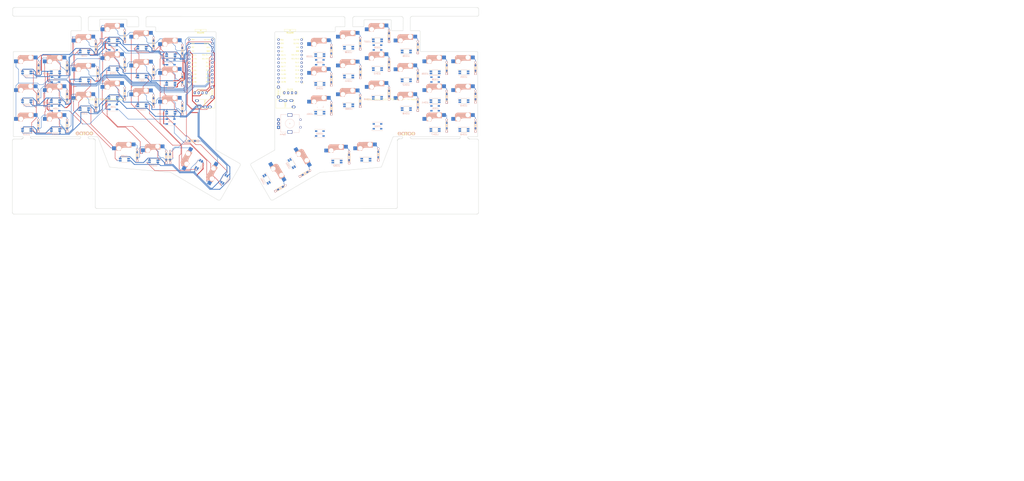
<source format=kicad_pcb>
(kicad_pcb (version 20171130) (host pcbnew "(5.1.4-0-10_14)")
  (title_block (title "Corne Cherry") (date 2020-09-28) (rev 3.0.1) (company foostan))
  (layers (0 F.Cu signal) (31 B.Cu signal) (34 B.Paste user) (35 F.Paste user) (36 B.SilkS user) (37 F.SilkS user) (38 B.Mask user) (39 F.Mask user) (44 Edge.Cuts user))
  (net 0 "")
  (net 1 row0)
  (net 2 "Net-(D1-Pad2)")
  (net 3 row1)
  (net 4 "Net-(D2-Pad2)")
  (net 5 row2)
  (net 6 "Net-(D3-Pad2)")
  (net 7 row3)
  (net 8 "Net-(D4-Pad2)")
  (net 9 "Net-(D5-Pad2)")
  (net 10 "Net-(D6-Pad2)")
  (net 11 "Net-(D7-Pad2)")
  (net 12 "Net-(D8-Pad2)")
  (net 13 "Net-(D9-Pad2)")
  (net 14 "Net-(D10-Pad2)")
  (net 15 "Net-(D11-Pad2)")
  (net 16 "Net-(D12-Pad2)")
  (net 17 "Net-(D13-Pad2)")
  (net 18 "Net-(D14-Pad2)")
  (net 19 "Net-(D15-Pad2)")
  (net 20 "Net-(D16-Pad2)")
  (net 21 "Net-(D17-Pad2)")
  (net 22 "Net-(D18-Pad2)")
  (net 23 "Net-(D19-Pad2)")
  (net 24 "Net-(D20-Pad2)")
  (net 25 "Net-(D21-Pad2)")
  (net 26 GND)
  (net 27 VCC)
  (net 28 col0)
  (net 29 col1)
  (net 30 col2)
  (net 31 col3)
  (net 32 col4)
  (net 33 col5)
  (net 34 LED)
  (net 35 data)
  (net 36 reset)
  (net 37 SCL)
  (net 38 SDA)
  (net 39 "Net-(U1-Pad14)")
  (net 40 "Net-(U1-Pad13)")
  (net 41 "Net-(U1-Pad12)")
  (net 42 "Net-(U1-Pad11)")
  (net 43 "Net-(U1-Pad24)")
  (net 44 "Net-(D22-Pad2)")
  (net 45 row0_r)
  (net 46 "Net-(D23-Pad2)")
  (net 47 "Net-(D24-Pad2)")
  (net 48 "Net-(D25-Pad2)")
  (net 49 "Net-(D26-Pad2)")
  (net 50 "Net-(D27-Pad2)")
  (net 51 row1_r)
  (net 52 "Net-(D28-Pad2)")
  (net 53 "Net-(D29-Pad2)")
  (net 54 "Net-(D30-Pad2)")
  (net 55 "Net-(D31-Pad2)")
  (net 56 "Net-(D32-Pad2)")
  (net 57 "Net-(D33-Pad2)")
  (net 58 row2_r)
  (net 59 "Net-(D34-Pad2)")
  (net 60 "Net-(D35-Pad2)")
  (net 61 "Net-(D36-Pad2)")
  (net 62 "Net-(D37-Pad2)")
  (net 63 "Net-(D38-Pad2)")
  (net 64 "Net-(D39-Pad2)")
  (net 65 "Net-(D40-Pad2)")
  (net 66 row3_r)
  (net 67 "Net-(D41-Pad2)")
  (net 68 "Net-(D42-Pad2)")
  (net 69 data_r)
  (net 70 SDA_r)
  (net 71 SCL_r)
  (net 72 LED_r)
  (net 73 reset_r)
  (net 74 col0_r)
  (net 75 col1_r)
  (net 76 col2_r)
  (net 77 col3_r)
  (net 78 col4_r)
  (net 79 col5_r)
  (net 80 VDD)
  (net 81 GNDA)
  (net 82 "Net-(LED1-Pad2)")
  (net 83 "Net-(LED1-Pad4)")
  (net 84 "Net-(LED2-Pad4)")
  (net 85 "Net-(LED10-Pad2)")
  (net 86 "Net-(LED11-Pad4)")
  (net 87 "Net-(LED13-Pad4)")
  (net 88 "Net-(LED14-Pad2)")
  (net 89 "Net-(LED15-Pad4)")
  (net 90 "Net-(LED10-Pad4)")
  (net 91 "Net-(LED11-Pad2)")
  (net 92 "Net-(LED12-Pad4)")
  (net 93 "Net-(LED13-Pad2)")
  (net 94 "Net-(LED14-Pad4)")
  (net 95 "Net-(LED16-Pad4)")
  (net 96 "Net-(LED17-Pad2)")
  (net 97 "Net-(LED18-Pad4)")
  (net 98 "Net-(LED22-Pad4)")
  (net 99 "Net-(LED24-Pad4)")
  (net 100 "Net-(LED25-Pad4)")
  (net 101 "Net-(LED27-Pad4)")
  (net 102 "Net-(LED28-Pad2)")
  (net 103 "Net-(LED29-Pad4)")
  (net 104 "Net-(LED32-Pad2)")
  (net 105 "Net-(LED34-Pad2)")
  (net 106 "Net-(LED35-Pad4)")
  (net 107 "Net-(LED37-Pad4)")
  (net 108 "Net-(LED38-Pad2)")
  (net 109 "Net-(LED39-Pad4)")
  (net 110 "Net-(LED4-Pad2)")
  (net 111 "Net-(LED5-Pad2)")
  (net 112 "Net-(LED7-Pad4)")
  (net 113 "Net-(LED15-Pad2)")
  (net 114 "Net-(LED23-Pad2)")
  (net 115 "Net-(LED28-Pad4)")
  (net 116 "Net-(LED31-Pad2)")
  (net 117 "Net-(LED33-Pad2)")
  (net 118 "Net-(LED40-Pad2)")
  (net 119 "Net-(LED41-Pad4)")
  (net 120 "Net-(LED42-Pad2)")
  (net 121 "Net-(LED43-Pad4)")
  (net 122 "Net-(LED44-Pad2)")
  (net 123 "Net-(LED45-Pad4)")
  (net 124 "Net-(LED49-Pad4)")
  (net 125 "Net-(LED50-Pad2)")
  (net 126 "Net-(LED51-Pad4)")
  (net 127 "Net-(LED52-Pad4)")
  (net 128 "Net-(LED34-Pad4)")
  (net 129 "Net-(LED36-Pad4)")
  (net 130 "Net-(LED36-Pad2)")
  (net 131 "Net-(LED38-Pad4)")
  (net 132 "Net-(U2-Pad11)")
  (net 133 "Net-(U2-Pad12)")
  (net 134 "Net-(U2-Pad24)")
  (net 135 "Net-(J1-PadA)")
  (net 136 "Net-(J3-PadA)")
  (net 137 "Net-(LED19-Pad2)")
  (net 138 "Net-(LED46-Pad2)")
  (net 139 "Net-(D43-Pad2)")
  (net 140 "Net-(LED21-Pad2)")
  (net 141 "Net-(LED55-Pad2)")
  (net 142 ENCA)
  (net 143 ENCB)
  (net 144 "Net-(D44-Pad2)")
  (net 145 "Net-(LED48-Pad2)")
  (net 146 "Net-(LED56-Pad2)")
  (module LED_SMD:LED_WS2812B_PLCC4_5.0x5.0mm_P3.2mm (layer B.Cu) (at 115.1075 33.905 180)
    (fp_text reference LED3 (at -0.08 -0.14) (layer B.SilkS) (effects (justify mirror)))
    (fp_text value WS2812B)
    (pad 1 smd rect (at -2.45 1.6 180) (size 1.5 1) (layers B.Cu B.Paste B.Mask) (net 27 VCC))
    (pad 2 smd rect (at -2.45 -1.6 180) (size 1.5 1) (layers B.Cu B.Paste B.Mask) (net 84 "Net-(LED2-Pad4)"))
    (pad 4 smd rect (at 2.45 1.6 180) (size 1.5 1) (layers B.Cu B.Paste B.Mask) (net 34 LED))
    (pad 3 smd rect (at 2.45 -1.6 180) (size 1.5 1) (layers B.Cu B.Paste B.Mask) (net 26 GND))
  )
  (module kbd:D3_TH_SMD (layer B.Cu) (at 46.7345 37.68 90)
    (fp_text reference D2 hide)
    (fp_text value D hide)
    (pad 2 smd rect (at 1.775 0 90) (size 1.3 0.95) (layers B.Cu B.Paste B.Mask) (net 4 "Net-(D2-Pad2)"))
    (pad 2 thru_hole circle (at 3.81 0 90) (size 1.397 1.397) (drill 0.8128) (layers *.Cu *.Mask B.SilkS) (net 4 "Net-(D2-Pad2)"))
    (pad 1 thru_hole rect (at -3.81 0 90) (size 1.397 1.397) (drill 0.8128) (layers *.Cu *.Mask B.SilkS) (net 1 row0))
    (pad 1 smd rect (at -1.775 0 90) (size 1.3 0.95) (layers F.Cu F.Paste F.Mask) (net 1 row0))
    (pad 2 smd rect (at 1.775 0 90) (size 1.3 0.95) (layers F.Cu F.Paste F.Mask) (net 4 "Net-(D2-Pad2)"))
    (pad 1 smd rect (at -1.775 0 90) (size 1.3 0.95) (layers B.Cu B.Paste B.Mask) (net 1 row0))
  )
  (module kbd:CherryMX_Hotswap (layer F.Cu) (at 115.1075 62.405)
    (fp_text reference SW18 hide)
    (fp_text value SW_PUSH hide)
    (pad "" np_thru_hole circle (at 2.54 -5.08) (size 3 3) (drill 3) (layers *.Cu *.Mask))
    (pad "" np_thru_hole circle (at -3.81 -2.54) (size 3 3) (drill 3) (layers *.Cu *.Mask))
    (pad 2 smd rect (at 5.842 -5.08 180) (size 2.55 2.5) (layers B.Cu B.Paste B.Mask) (net 22 "Net-(D18-Pad2)"))
    (pad "" np_thru_hole circle (at -5.08 0) (size 1.9 1.9) (drill 1.9) (layers *.Cu *.Mask))
    (pad "" np_thru_hole circle (at 5.08 0) (size 1.9 1.9) (drill 1.9) (layers *.Cu *.Mask))
    (pad "" np_thru_hole circle (at 0 0 90) (size 4.1 4.1) (drill 4.1) (layers *.Cu *.Mask))
    (pad 1 smd rect (at -7.085 -2.54 180) (size 2.55 2.5) (layers B.Cu B.Paste B.Mask) (net 33 col5))
  )
  (module kbd:CherryMX_Hotswap_1.5u (layer F.Cu) (at 146.3575 108.655 60)
    (fp_text reference SW21 hide)
    (fp_text value SW_PUSH hide)
    (pad "" np_thru_hole circle (at 2.54 -5.08 60) (size 3 3) (drill 3) (layers *.Cu *.Mask))
    (pad "" np_thru_hole circle (at -3.81 -2.54 60) (size 3 3) (drill 3) (layers *.Cu *.Mask))
    (pad 2 smd rect (at 5.842 -5.08 240) (size 2.55 2.5) (layers B.Cu B.Paste B.Mask) (net 25 "Net-(D21-Pad2)"))
    (pad "" np_thru_hole circle (at -5.08 0 60) (size 1.9 1.9) (drill 1.9) (layers *.Cu *.Mask))
    (pad "" np_thru_hole circle (at 5.08 0 60) (size 1.9 1.9) (drill 1.9) (layers *.Cu *.Mask))
    (pad "" np_thru_hole circle (at 0 0 150) (size 4.1 4.1) (drill 4.1) (layers *.Cu *.Mask))
    (pad 1 smd rect (at -7.085 -2.54 240) (size 2.55 2.5) (layers B.Cu B.Paste B.Mask) (net 33 col5))
  )
  (module kbd:CherryMX_Hotswap_1.5u (layer F.Cu) (at 182.3645 108.65 300)
    (fp_text reference SW42 hide)
    (fp_text value SW_PUSH hide)
    (pad "" np_thru_hole circle (at 2.54 -5.08 300) (size 3 3) (drill 3) (layers *.Cu *.Mask))
    (pad "" np_thru_hole circle (at -3.81 -2.54 300) (size 3 3) (drill 3) (layers *.Cu *.Mask))
    (pad 2 smd rect (at 5.842 -5.08 120) (size 2.55 2.5) (layers B.Cu B.Paste B.Mask) (net 68 "Net-(D42-Pad2)"))
    (pad "" np_thru_hole circle (at -5.08 0 300) (size 1.9 1.9) (drill 1.9) (layers *.Cu *.Mask))
    (pad "" np_thru_hole circle (at 5.08 0 300) (size 1.9 1.9) (drill 1.9) (layers *.Cu *.Mask))
    (pad "" np_thru_hole circle (at 0 0 30) (size 4.1 4.1) (drill 4.1) (layers *.Cu *.Mask))
    (pad 1 smd rect (at -7.085 -2.54 120) (size 2.55 2.5) (layers B.Cu B.Paste B.Mask) (net 79 col5_r))
  )
  (module kbd:CherryMX_Hotswap (layer F.Cu) (at 243.7675 93.18)
    (fp_text reference SW45 hide)
    (fp_text value SW_PUSH hide)
    (pad "" np_thru_hole circle (at 2.54 -5.08) (size 3 3) (drill 3) (layers *.Cu *.Mask))
    (pad "" np_thru_hole circle (at -3.81 -2.54) (size 3 3) (drill 3) (layers *.Cu *.Mask))
    (pad 2 smd rect (at 5.842 -5.08 180) (size 2.55 2.5) (layers B.Cu B.Paste B.Mask) (net 144 "Net-(D44-Pad2)"))
    (pad "" np_thru_hole circle (at -5.08 0) (size 1.9 1.9) (drill 1.9) (layers *.Cu *.Mask))
    (pad "" np_thru_hole circle (at 5.08 0) (size 1.9 1.9) (drill 1.9) (layers *.Cu *.Mask))
    (pad "" np_thru_hole circle (at 0 0 90) (size 4.1 4.1) (drill 4.1) (layers *.Cu *.Mask))
    (pad 1 smd rect (at -7.085 -2.54 180) (size 2.55 2.5) (layers B.Cu B.Paste B.Mask) (net 76 col2_r))
  )
  (module kbd:YS-SK6812MINI-E (layer B.Cu) (at 243.7075 98.18)
    (fp_text reference LED56 (at 0.2 -11.2) (layer B.SilkS) (effects (justify mirror)))
    (fp_text value YS-SK6812MINI-E)
    (fp_line (start 1.8 1.55) (end -1.8 1.55) (layer Edge.Cuts) (width 0.12))
    (fp_line (start 1.8 -1.55) (end 1.8 1.55) (layer Edge.Cuts) (width 0.12))
    (fp_line (start -1.8 -1.55) (end 1.8 -1.55) (layer Edge.Cuts) (width 0.12))
    (fp_line (start -1.8 1.55) (end -1.8 -1.55) (layer Edge.Cuts) (width 0.12))
    (pad 2 smd rect (at 2.75 -0.7) (size 1.7 1) (layers B.Cu B.Paste B.Mask) (net 146 "Net-(LED56-Pad2)"))
    (pad 1 smd rect (at 2.75 0.7) (size 1.7 1) (layers B.Cu B.Paste B.Mask) (net 80 VDD))
    (pad 3 smd rect (at -2.75 -0.7) (size 1.7 1) (layers B.Cu B.Paste B.Mask) (net 81 GNDA))
    (pad 4 smd rect (at -2.75 0.7) (size 1.7 1) (layers B.Cu B.Paste B.Mask) (net 145 "Net-(LED48-Pad2)"))
  )
  (module kbd:D3_TH_SMD (layer B.Cu) (at 251.9075 94.78 90)
    (fp_text reference D44 hide)
    (fp_text value D hide)
    (pad 2 smd rect (at 1.775 0 90) (size 1.3 0.95) (layers B.Cu B.Paste B.Mask) (net 144 "Net-(D44-Pad2)"))
    (pad 2 thru_hole circle (at 3.81 0 90) (size 1.397 1.397) (drill 0.8128) (layers *.Cu *.Mask B.SilkS) (net 144 "Net-(D44-Pad2)"))
    (pad 1 thru_hole rect (at -3.81 0 90) (size 1.397 1.397) (drill 0.8128) (layers *.Cu *.Mask B.SilkS) (net 66 row3_r))
    (pad 1 smd rect (at -1.775 0 90) (size 1.3 0.95) (layers F.Cu F.Paste F.Mask) (net 66 row3_r))
    (pad 2 smd rect (at 1.775 0 90) (size 1.3 0.95) (layers F.Cu F.Paste F.Mask) (net 144 "Net-(D44-Pad2)"))
    (pad 1 smd rect (at -1.775 0 90) (size 1.3 0.95) (layers B.Cu B.Paste B.Mask) (net 66 row3_r))
  )
  (module kbd:D3_TH_SMD (layer B.Cu) (at 92.9075 95.08 90)
    (fp_text reference D43 hide)
    (fp_text value D hide)
    (pad 2 smd rect (at 1.775 0 90) (size 1.3 0.95) (layers B.Cu B.Paste B.Mask) (net 139 "Net-(D43-Pad2)"))
    (pad 2 thru_hole circle (at 3.81 0 90) (size 1.397 1.397) (drill 0.8128) (layers *.Cu *.Mask B.SilkS) (net 139 "Net-(D43-Pad2)"))
    (pad 1 thru_hole rect (at -3.81 0 90) (size 1.397 1.397) (drill 0.8128) (layers *.Cu *.Mask B.SilkS) (net 7 row3))
    (pad 1 smd rect (at -1.775 0 90) (size 1.3 0.95) (layers F.Cu F.Paste F.Mask) (net 7 row3))
    (pad 2 smd rect (at 1.775 0 90) (size 1.3 0.95) (layers F.Cu F.Paste F.Mask) (net 139 "Net-(D43-Pad2)"))
    (pad 1 smd rect (at -1.775 0 90) (size 1.3 0.95) (layers B.Cu B.Paste B.Mask) (net 7 row3))
  )
  (module kbd:D3_TH_SMD (layer B.Cu) (at 187.370305 116.9675 30)
    (fp_text reference D42 hide)
    (fp_text value D hide)
    (pad 2 smd rect (at 1.775 0 30) (size 1.3 0.95) (layers B.Cu B.Paste B.Mask) (net 68 "Net-(D42-Pad2)"))
    (pad 2 thru_hole circle (at 3.81 0 30) (size 1.397 1.397) (drill 0.8128) (layers *.Cu *.Mask B.SilkS) (net 68 "Net-(D42-Pad2)"))
    (pad 1 thru_hole rect (at -3.81 0 30) (size 1.397 1.397) (drill 0.8128) (layers *.Cu *.Mask B.SilkS) (net 66 row3_r))
    (pad 1 smd rect (at -1.775 0 30) (size 1.3 0.95) (layers F.Cu F.Paste F.Mask) (net 66 row3_r))
    (pad 2 smd rect (at 1.775 0 30) (size 1.3 0.95) (layers F.Cu F.Paste F.Mask) (net 68 "Net-(D42-Pad2)"))
    (pad 1 smd rect (at -1.775 0 30) (size 1.3 0.95) (layers B.Cu B.Paste B.Mask) (net 66 row3_r))
  )
  (module kbd:D3_TH_SMD (layer B.Cu) (at 203.570305 107.2675 30)
    (fp_text reference D41 hide)
    (fp_text value D hide)
    (pad 2 smd rect (at 1.775 0 30) (size 1.3 0.95) (layers B.Cu B.Paste B.Mask) (net 67 "Net-(D41-Pad2)"))
    (pad 2 thru_hole circle (at 3.81 0 30) (size 1.397 1.397) (drill 0.8128) (layers *.Cu *.Mask B.SilkS) (net 67 "Net-(D41-Pad2)"))
    (pad 1 thru_hole rect (at -3.81 0 30) (size 1.397 1.397) (drill 0.8128) (layers *.Cu *.Mask B.SilkS) (net 66 row3_r))
    (pad 1 smd rect (at -1.775 0 30) (size 1.3 0.95) (layers F.Cu F.Paste F.Mask) (net 66 row3_r))
    (pad 2 smd rect (at 1.775 0 30) (size 1.3 0.95) (layers F.Cu F.Paste F.Mask) (net 67 "Net-(D41-Pad2)"))
    (pad 1 smd rect (at -1.775 0 30) (size 1.3 0.95) (layers B.Cu B.Paste B.Mask) (net 66 row3_r))
  )
  (module kbd:D3_TH_SMD (layer B.Cu) (at 232.6075 96.68 90)
    (fp_text reference D40 hide)
    (fp_text value D hide)
    (pad 2 smd rect (at 1.775 0 90) (size 1.3 0.95) (layers B.Cu B.Paste B.Mask) (net 65 "Net-(D40-Pad2)"))
    (pad 2 thru_hole circle (at 3.81 0 90) (size 1.397 1.397) (drill 0.8128) (layers *.Cu *.Mask B.SilkS) (net 65 "Net-(D40-Pad2)"))
    (pad 1 thru_hole rect (at -3.81 0 90) (size 1.397 1.397) (drill 0.8128) (layers *.Cu *.Mask B.SilkS) (net 66 row3_r))
    (pad 1 smd rect (at -1.775 0 90) (size 1.3 0.95) (layers F.Cu F.Paste F.Mask) (net 66 row3_r))
    (pad 2 smd rect (at 1.775 0 90) (size 1.3 0.95) (layers F.Cu F.Paste F.Mask) (net 65 "Net-(D40-Pad2)"))
    (pad 1 smd rect (at -1.775 0 90) (size 1.3 0.95) (layers B.Cu B.Paste B.Mask) (net 66 row3_r))
  )
  (module kbd:D3_TH_SMD (layer B.Cu) (at 220.9575 64.305 90)
    (fp_text reference D39 hide)
    (fp_text value D hide)
    (pad 2 smd rect (at 1.775 0 90) (size 1.3 0.95) (layers B.Cu B.Paste B.Mask) (net 64 "Net-(D39-Pad2)"))
    (pad 2 thru_hole circle (at 3.81 0 90) (size 1.397 1.397) (drill 0.8128) (layers *.Cu *.Mask B.SilkS) (net 64 "Net-(D39-Pad2)"))
    (pad 1 thru_hole rect (at -3.81 0 90) (size 1.397 1.397) (drill 0.8128) (layers *.Cu *.Mask B.SilkS) (net 58 row2_r))
    (pad 1 smd rect (at -1.775 0 90) (size 1.3 0.95) (layers F.Cu F.Paste F.Mask) (net 58 row2_r))
    (pad 2 smd rect (at 1.775 0 90) (size 1.3 0.95) (layers F.Cu F.Paste F.Mask) (net 64 "Net-(D39-Pad2)"))
    (pad 1 smd rect (at -1.775 0 90) (size 1.3 0.95) (layers B.Cu B.Paste B.Mask) (net 58 row2_r))
  )
  (module kbd:D3_TH_SMD (layer B.Cu) (at 239.9645 59.425 90)
    (fp_text reference D38 hide)
    (fp_text value D hide)
    (pad 2 smd rect (at 1.775 0 90) (size 1.3 0.95) (layers B.Cu B.Paste B.Mask) (net 63 "Net-(D38-Pad2)"))
    (pad 2 thru_hole circle (at 3.81 0 90) (size 1.397 1.397) (drill 0.8128) (layers *.Cu *.Mask B.SilkS) (net 63 "Net-(D38-Pad2)"))
    (pad 1 thru_hole rect (at -3.81 0 90) (size 1.397 1.397) (drill 0.8128) (layers *.Cu *.Mask B.SilkS) (net 58 row2_r))
    (pad 1 smd rect (at -1.775 0 90) (size 1.3 0.95) (layers F.Cu F.Paste F.Mask) (net 58 row2_r))
    (pad 2 smd rect (at 1.775 0 90) (size 1.3 0.95) (layers F.Cu F.Paste F.Mask) (net 63 "Net-(D38-Pad2)"))
    (pad 1 smd rect (at -1.775 0 90) (size 1.3 0.95) (layers B.Cu B.Paste B.Mask) (net 58 row2_r))
  )
  (module kbd:D3_TH_SMD (layer B.Cu) (at 258.9645 54.55 90)
    (fp_text reference D37 hide)
    (fp_text value D hide)
    (pad 2 smd rect (at 1.775 0 90) (size 1.3 0.95) (layers B.Cu B.Paste B.Mask) (net 62 "Net-(D37-Pad2)"))
    (pad 2 thru_hole circle (at 3.81 0 90) (size 1.397 1.397) (drill 0.8128) (layers *.Cu *.Mask B.SilkS) (net 62 "Net-(D37-Pad2)"))
    (pad 1 thru_hole rect (at -3.81 0 90) (size 1.397 1.397) (drill 0.8128) (layers *.Cu *.Mask B.SilkS) (net 58 row2_r))
    (pad 1 smd rect (at -1.775 0 90) (size 1.3 0.95) (layers F.Cu F.Paste F.Mask) (net 58 row2_r))
    (pad 2 smd rect (at 1.775 0 90) (size 1.3 0.95) (layers F.Cu F.Paste F.Mask) (net 62 "Net-(D37-Pad2)"))
    (pad 1 smd rect (at -1.775 0 90) (size 1.3 0.95) (layers B.Cu B.Paste B.Mask) (net 58 row2_r))
  )
  (module kbd:D3_TH_SMD (layer B.Cu) (at 277.9645 61.925 90)
    (fp_text reference D36 hide)
    (fp_text value D hide)
    (pad 2 smd rect (at 1.775 0 90) (size 1.3 0.95) (layers B.Cu B.Paste B.Mask) (net 61 "Net-(D36-Pad2)"))
    (pad 2 thru_hole circle (at 3.81 0 90) (size 1.397 1.397) (drill 0.8128) (layers *.Cu *.Mask B.SilkS) (net 61 "Net-(D36-Pad2)"))
    (pad 1 thru_hole rect (at -3.81 0 90) (size 1.397 1.397) (drill 0.8128) (layers *.Cu *.Mask B.SilkS) (net 58 row2_r))
    (pad 1 smd rect (at -1.775 0 90) (size 1.3 0.95) (layers F.Cu F.Paste F.Mask) (net 58 row2_r))
    (pad 2 smd rect (at 1.775 0 90) (size 1.3 0.95) (layers F.Cu F.Paste F.Mask) (net 61 "Net-(D36-Pad2)"))
    (pad 1 smd rect (at -1.775 0 90) (size 1.3 0.95) (layers B.Cu B.Paste B.Mask) (net 58 row2_r))
  )
  (module kbd:D3_TH_SMD (layer B.Cu) (at 296.9645 75.675 90)
    (fp_text reference D35 hide)
    (fp_text value D hide)
    (pad 2 smd rect (at 1.775 0 90) (size 1.3 0.95) (layers B.Cu B.Paste B.Mask) (net 60 "Net-(D35-Pad2)"))
    (pad 2 thru_hole circle (at 3.81 0 90) (size 1.397 1.397) (drill 0.8128) (layers *.Cu *.Mask B.SilkS) (net 60 "Net-(D35-Pad2)"))
    (pad 1 thru_hole rect (at -3.81 0 90) (size 1.397 1.397) (drill 0.8128) (layers *.Cu *.Mask B.SilkS) (net 58 row2_r))
    (pad 1 smd rect (at -1.775 0 90) (size 1.3 0.95) (layers F.Cu F.Paste F.Mask) (net 58 row2_r))
    (pad 2 smd rect (at 1.775 0 90) (size 1.3 0.95) (layers F.Cu F.Paste F.Mask) (net 60 "Net-(D35-Pad2)"))
    (pad 1 smd rect (at -1.775 0 90) (size 1.3 0.95) (layers B.Cu B.Paste B.Mask) (net 58 row2_r))
  )
  (module kbd:D3_TH_SMD (layer B.Cu) (at 315.9645 75.675 90)
    (fp_text reference D34 hide)
    (fp_text value D hide)
    (pad 2 smd rect (at 1.775 0 90) (size 1.3 0.95) (layers B.Cu B.Paste B.Mask) (net 59 "Net-(D34-Pad2)"))
    (pad 2 thru_hole circle (at 3.81 0 90) (size 1.397 1.397) (drill 0.8128) (layers *.Cu *.Mask B.SilkS) (net 59 "Net-(D34-Pad2)"))
    (pad 1 thru_hole rect (at -3.81 0 90) (size 1.397 1.397) (drill 0.8128) (layers *.Cu *.Mask B.SilkS) (net 58 row2_r))
    (pad 1 smd rect (at -1.775 0 90) (size 1.3 0.95) (layers F.Cu F.Paste F.Mask) (net 58 row2_r))
    (pad 2 smd rect (at 1.775 0 90) (size 1.3 0.95) (layers F.Cu F.Paste F.Mask) (net 59 "Net-(D34-Pad2)"))
    (pad 1 smd rect (at -1.775 0 90) (size 1.3 0.95) (layers B.Cu B.Paste B.Mask) (net 58 row2_r))
  )
  (module kbd:D3_TH_SMD (layer B.Cu) (at 220.9575 45.305 90)
    (fp_text reference D33 hide)
    (fp_text value D hide)
    (pad 2 smd rect (at 1.775 0 90) (size 1.3 0.95) (layers B.Cu B.Paste B.Mask) (net 57 "Net-(D33-Pad2)"))
    (pad 2 thru_hole circle (at 3.81 0 90) (size 1.397 1.397) (drill 0.8128) (layers *.Cu *.Mask B.SilkS) (net 57 "Net-(D33-Pad2)"))
    (pad 1 thru_hole rect (at -3.81 0 90) (size 1.397 1.397) (drill 0.8128) (layers *.Cu *.Mask B.SilkS) (net 51 row1_r))
    (pad 1 smd rect (at -1.775 0 90) (size 1.3 0.95) (layers F.Cu F.Paste F.Mask) (net 51 row1_r))
    (pad 2 smd rect (at 1.775 0 90) (size 1.3 0.95) (layers F.Cu F.Paste F.Mask) (net 57 "Net-(D33-Pad2)"))
    (pad 1 smd rect (at -1.775 0 90) (size 1.3 0.95) (layers B.Cu B.Paste B.Mask) (net 51 row1_r))
  )
  (module kbd:D3_TH_SMD (layer B.Cu) (at 240.1075 40.38 90)
    (fp_text reference D32 hide)
    (fp_text value D hide)
    (pad 2 smd rect (at 1.775 0 90) (size 1.3 0.95) (layers B.Cu B.Paste B.Mask) (net 56 "Net-(D32-Pad2)"))
    (pad 2 thru_hole circle (at 3.81 0 90) (size 1.397 1.397) (drill 0.8128) (layers *.Cu *.Mask B.SilkS) (net 56 "Net-(D32-Pad2)"))
    (pad 1 thru_hole rect (at -3.81 0 90) (size 1.397 1.397) (drill 0.8128) (layers *.Cu *.Mask B.SilkS) (net 51 row1_r))
    (pad 1 smd rect (at -1.775 0 90) (size 1.3 0.95) (layers F.Cu F.Paste F.Mask) (net 51 row1_r))
    (pad 2 smd rect (at 1.775 0 90) (size 1.3 0.95) (layers F.Cu F.Paste F.Mask) (net 56 "Net-(D32-Pad2)"))
    (pad 1 smd rect (at -1.775 0 90) (size 1.3 0.95) (layers B.Cu B.Paste B.Mask) (net 51 row1_r))
  )
  (module kbd:D3_TH_SMD (layer B.Cu) (at 258.9645 35.55 90)
    (fp_text reference D31 hide)
    (fp_text value D hide)
    (pad 2 smd rect (at 1.775 0 90) (size 1.3 0.95) (layers B.Cu B.Paste B.Mask) (net 55 "Net-(D31-Pad2)"))
    (pad 2 thru_hole circle (at 3.81 0 90) (size 1.397 1.397) (drill 0.8128) (layers *.Cu *.Mask B.SilkS) (net 55 "Net-(D31-Pad2)"))
    (pad 1 thru_hole rect (at -3.81 0 90) (size 1.397 1.397) (drill 0.8128) (layers *.Cu *.Mask B.SilkS) (net 51 row1_r))
    (pad 1 smd rect (at -1.775 0 90) (size 1.3 0.95) (layers F.Cu F.Paste F.Mask) (net 51 row1_r))
    (pad 2 smd rect (at 1.775 0 90) (size 1.3 0.95) (layers F.Cu F.Paste F.Mask) (net 55 "Net-(D31-Pad2)"))
    (pad 1 smd rect (at -1.775 0 90) (size 1.3 0.95) (layers B.Cu B.Paste B.Mask) (net 51 row1_r))
  )
  (module kbd:D3_TH_SMD (layer B.Cu) (at 277.9645 42.925 90)
    (fp_text reference D30 hide)
    (fp_text value D hide)
    (pad 2 smd rect (at 1.775 0 90) (size 1.3 0.95) (layers B.Cu B.Paste B.Mask) (net 54 "Net-(D30-Pad2)"))
    (pad 2 thru_hole circle (at 3.81 0 90) (size 1.397 1.397) (drill 0.8128) (layers *.Cu *.Mask B.SilkS) (net 54 "Net-(D30-Pad2)"))
    (pad 1 thru_hole rect (at -3.81 0 90) (size 1.397 1.397) (drill 0.8128) (layers *.Cu *.Mask B.SilkS) (net 51 row1_r))
    (pad 1 smd rect (at -1.775 0 90) (size 1.3 0.95) (layers F.Cu F.Paste F.Mask) (net 51 row1_r))
    (pad 2 smd rect (at 1.775 0 90) (size 1.3 0.95) (layers F.Cu F.Paste F.Mask) (net 54 "Net-(D30-Pad2)"))
    (pad 1 smd rect (at -1.775 0 90) (size 1.3 0.95) (layers B.Cu B.Paste B.Mask) (net 51 row1_r))
  )
  (module kbd:D3_TH_SMD (layer B.Cu) (at 296.9645 56.675 90)
    (fp_text reference D29 hide)
    (fp_text value D hide)
    (pad 2 smd rect (at 1.775 0 90) (size 1.3 0.95) (layers B.Cu B.Paste B.Mask) (net 53 "Net-(D29-Pad2)"))
    (pad 2 thru_hole circle (at 3.81 0 90) (size 1.397 1.397) (drill 0.8128) (layers *.Cu *.Mask B.SilkS) (net 53 "Net-(D29-Pad2)"))
    (pad 1 thru_hole rect (at -3.81 0 90) (size 1.397 1.397) (drill 0.8128) (layers *.Cu *.Mask B.SilkS) (net 51 row1_r))
    (pad 1 smd rect (at -1.775 0 90) (size 1.3 0.95) (layers F.Cu F.Paste F.Mask) (net 51 row1_r))
    (pad 2 smd rect (at 1.775 0 90) (size 1.3 0.95) (layers F.Cu F.Paste F.Mask) (net 53 "Net-(D29-Pad2)"))
    (pad 1 smd rect (at -1.775 0 90) (size 1.3 0.95) (layers B.Cu B.Paste B.Mask) (net 51 row1_r))
  )
  (module kbd:D3_TH_SMD (layer B.Cu) (at 315.9645 56.525 90)
    (fp_text reference D28 hide)
    (fp_text value D hide)
    (pad 2 smd rect (at 1.775 0 90) (size 1.3 0.95) (layers B.Cu B.Paste B.Mask) (net 52 "Net-(D28-Pad2)"))
    (pad 2 thru_hole circle (at 3.81 0 90) (size 1.397 1.397) (drill 0.8128) (layers *.Cu *.Mask B.SilkS) (net 52 "Net-(D28-Pad2)"))
    (pad 1 thru_hole rect (at -3.81 0 90) (size 1.397 1.397) (drill 0.8128) (layers *.Cu *.Mask B.SilkS) (net 51 row1_r))
    (pad 1 smd rect (at -1.775 0 90) (size 1.3 0.95) (layers F.Cu F.Paste F.Mask) (net 51 row1_r))
    (pad 2 smd rect (at 1.775 0 90) (size 1.3 0.95) (layers F.Cu F.Paste F.Mask) (net 52 "Net-(D28-Pad2)"))
    (pad 1 smd rect (at -1.775 0 90) (size 1.3 0.95) (layers B.Cu B.Paste B.Mask) (net 51 row1_r))
  )
  (module kbd:D3_TH_SMD (layer B.Cu) (at 220.9575 26.305 90)
    (fp_text reference D27 hide)
    (fp_text value D hide)
    (pad 2 smd rect (at 1.775 0 90) (size 1.3 0.95) (layers B.Cu B.Paste B.Mask) (net 50 "Net-(D27-Pad2)"))
    (pad 2 thru_hole circle (at 3.81 0 90) (size 1.397 1.397) (drill 0.8128) (layers *.Cu *.Mask B.SilkS) (net 50 "Net-(D27-Pad2)"))
    (pad 1 thru_hole rect (at -3.81 0 90) (size 1.397 1.397) (drill 0.8128) (layers *.Cu *.Mask B.SilkS) (net 45 row0_r))
    (pad 1 smd rect (at -1.775 0 90) (size 1.3 0.95) (layers F.Cu F.Paste F.Mask) (net 45 row0_r))
    (pad 2 smd rect (at 1.775 0 90) (size 1.3 0.95) (layers F.Cu F.Paste F.Mask) (net 50 "Net-(D27-Pad2)"))
    (pad 1 smd rect (at -1.775 0 90) (size 1.3 0.95) (layers B.Cu B.Paste B.Mask) (net 45 row0_r))
  )
  (module kbd:D3_TH_SMD (layer B.Cu) (at 239.9645 21.425 90)
    (fp_text reference D26 hide)
    (fp_text value D hide)
    (pad 2 smd rect (at 1.775 0 90) (size 1.3 0.95) (layers B.Cu B.Paste B.Mask) (net 49 "Net-(D26-Pad2)"))
    (pad 2 thru_hole circle (at 3.81 0 90) (size 1.397 1.397) (drill 0.8128) (layers *.Cu *.Mask B.SilkS) (net 49 "Net-(D26-Pad2)"))
    (pad 1 thru_hole rect (at -3.81 0 90) (size 1.397 1.397) (drill 0.8128) (layers *.Cu *.Mask B.SilkS) (net 45 row0_r))
    (pad 1 smd rect (at -1.775 0 90) (size 1.3 0.95) (layers F.Cu F.Paste F.Mask) (net 45 row0_r))
    (pad 2 smd rect (at 1.775 0 90) (size 1.3 0.95) (layers F.Cu F.Paste F.Mask) (net 49 "Net-(D26-Pad2)"))
    (pad 1 smd rect (at -1.775 0 90) (size 1.3 0.95) (layers B.Cu B.Paste B.Mask) (net 45 row0_r))
  )
  (module kbd:D3_TH_SMD (layer B.Cu) (at 258.9645 16.55 90)
    (fp_text reference D25 hide)
    (fp_text value D hide)
    (pad 2 smd rect (at 1.775 0 90) (size 1.3 0.95) (layers B.Cu B.Paste B.Mask) (net 48 "Net-(D25-Pad2)"))
    (pad 2 thru_hole circle (at 3.81 0 90) (size 1.397 1.397) (drill 0.8128) (layers *.Cu *.Mask B.SilkS) (net 48 "Net-(D25-Pad2)"))
    (pad 1 thru_hole rect (at -3.81 0 90) (size 1.397 1.397) (drill 0.8128) (layers *.Cu *.Mask B.SilkS) (net 45 row0_r))
    (pad 1 smd rect (at -1.775 0 90) (size 1.3 0.95) (layers F.Cu F.Paste F.Mask) (net 45 row0_r))
    (pad 2 smd rect (at 1.775 0 90) (size 1.3 0.95) (layers F.Cu F.Paste F.Mask) (net 48 "Net-(D25-Pad2)"))
    (pad 1 smd rect (at -1.775 0 90) (size 1.3 0.95) (layers B.Cu B.Paste B.Mask) (net 45 row0_r))
  )
  (module kbd:D3_TH_SMD (layer B.Cu) (at 277.9645 23.925 90)
    (fp_text reference D24 hide)
    (fp_text value D hide)
    (pad 2 smd rect (at 1.775 0 90) (size 1.3 0.95) (layers B.Cu B.Paste B.Mask) (net 47 "Net-(D24-Pad2)"))
    (pad 2 thru_hole circle (at 3.81 0 90) (size 1.397 1.397) (drill 0.8128) (layers *.Cu *.Mask B.SilkS) (net 47 "Net-(D24-Pad2)"))
    (pad 1 thru_hole rect (at -3.81 0 90) (size 1.397 1.397) (drill 0.8128) (layers *.Cu *.Mask B.SilkS) (net 45 row0_r))
    (pad 1 smd rect (at -1.775 0 90) (size 1.3 0.95) (layers F.Cu F.Paste F.Mask) (net 45 row0_r))
    (pad 2 smd rect (at 1.775 0 90) (size 1.3 0.95) (layers F.Cu F.Paste F.Mask) (net 47 "Net-(D24-Pad2)"))
    (pad 1 smd rect (at -1.775 0 90) (size 1.3 0.95) (layers B.Cu B.Paste B.Mask) (net 45 row0_r))
  )
  (module kbd:D3_TH_SMD (layer B.Cu) (at 296.9645 37.675 90)
    (fp_text reference D23 hide)
    (fp_text value D hide)
    (pad 2 smd rect (at 1.775 0 90) (size 1.3 0.95) (layers B.Cu B.Paste B.Mask) (net 46 "Net-(D23-Pad2)"))
    (pad 2 thru_hole circle (at 3.81 0 90) (size 1.397 1.397) (drill 0.8128) (layers *.Cu *.Mask B.SilkS) (net 46 "Net-(D23-Pad2)"))
    (pad 1 thru_hole rect (at -3.81 0 90) (size 1.397 1.397) (drill 0.8128) (layers *.Cu *.Mask B.SilkS) (net 45 row0_r))
    (pad 1 smd rect (at -1.775 0 90) (size 1.3 0.95) (layers F.Cu F.Paste F.Mask) (net 45 row0_r))
    (pad 2 smd rect (at 1.775 0 90) (size 1.3 0.95) (layers F.Cu F.Paste F.Mask) (net 46 "Net-(D23-Pad2)"))
    (pad 1 smd rect (at -1.775 0 90) (size 1.3 0.95) (layers B.Cu B.Paste B.Mask) (net 45 row0_r))
  )
  (module kbd:D3_TH_SMD (layer B.Cu) (at 315.9645 37.675 90)
    (fp_text reference D22 hide)
    (fp_text value D hide)
    (pad 2 smd rect (at 1.775 0 90) (size 1.3 0.95) (layers B.Cu B.Paste B.Mask) (net 44 "Net-(D22-Pad2)"))
    (pad 2 thru_hole circle (at 3.81 0 90) (size 1.397 1.397) (drill 0.8128) (layers *.Cu *.Mask B.SilkS) (net 44 "Net-(D22-Pad2)"))
    (pad 1 thru_hole rect (at -3.81 0 90) (size 1.397 1.397) (drill 0.8128) (layers *.Cu *.Mask B.SilkS) (net 45 row0_r))
    (pad 1 smd rect (at -1.775 0 90) (size 1.3 0.95) (layers F.Cu F.Paste F.Mask) (net 45 row0_r))
    (pad 2 smd rect (at 1.775 0 90) (size 1.3 0.95) (layers F.Cu F.Paste F.Mask) (net 44 "Net-(D22-Pad2)"))
    (pad 1 smd rect (at -1.775 0 90) (size 1.3 0.95) (layers B.Cu B.Paste B.Mask) (net 45 row0_r))
  )
  (module kbd:D3_TH_SMD (layer B.Cu) (at 129.1825 85.78)
    (fp_text reference D21 hide)
    (fp_text value D hide)
    (pad 2 smd rect (at 1.775 0) (size 1.3 0.95) (layers B.Cu B.Paste B.Mask) (net 25 "Net-(D21-Pad2)"))
    (pad 2 thru_hole circle (at 3.81 0) (size 1.397 1.397) (drill 0.8128) (layers *.Cu *.Mask B.SilkS) (net 25 "Net-(D21-Pad2)"))
    (pad 1 thru_hole rect (at -3.81 0) (size 1.397 1.397) (drill 0.8128) (layers *.Cu *.Mask B.SilkS) (net 7 row3))
    (pad 1 smd rect (at -1.775 0) (size 1.3 0.95) (layers F.Cu F.Paste F.Mask) (net 7 row3))
    (pad 2 smd rect (at 1.775 0) (size 1.3 0.95) (layers F.Cu F.Paste F.Mask) (net 25 "Net-(D21-Pad2)"))
    (pad 1 smd rect (at -1.775 0) (size 1.3 0.95) (layers B.Cu B.Paste B.Mask) (net 7 row3))
  )
  (module kbd:D3_TH_SMD (layer B.Cu) (at 114.6075 96.38 90)
    (fp_text reference D20 hide)
    (fp_text value D hide)
    (pad 2 smd rect (at 1.775 0 90) (size 1.3 0.95) (layers B.Cu B.Paste B.Mask) (net 24 "Net-(D20-Pad2)"))
    (pad 2 thru_hole circle (at 3.81 0 90) (size 1.397 1.397) (drill 0.8128) (layers *.Cu *.Mask B.SilkS) (net 24 "Net-(D20-Pad2)"))
    (pad 1 thru_hole rect (at -3.81 0 90) (size 1.397 1.397) (drill 0.8128) (layers *.Cu *.Mask B.SilkS) (net 7 row3))
    (pad 1 smd rect (at -1.775 0 90) (size 1.3 0.95) (layers F.Cu F.Paste F.Mask) (net 7 row3))
    (pad 2 smd rect (at 1.775 0 90) (size 1.3 0.95) (layers F.Cu F.Paste F.Mask) (net 24 "Net-(D20-Pad2)"))
    (pad 1 smd rect (at -1.775 0 90) (size 1.3 0.95) (layers B.Cu B.Paste B.Mask) (net 7 row3))
  )
  (module kbd:D3_TH_SMD (layer B.Cu) (at 112.1075 96.38 90)
    (fp_text reference D19 hide)
    (fp_text value D hide)
    (pad 2 smd rect (at 1.775 0 90) (size 1.3 0.95) (layers B.Cu B.Paste B.Mask) (net 23 "Net-(D19-Pad2)"))
    (pad 2 thru_hole circle (at 3.81 0 90) (size 1.397 1.397) (drill 0.8128) (layers *.Cu *.Mask B.SilkS) (net 23 "Net-(D19-Pad2)"))
    (pad 1 thru_hole rect (at -3.81 0 90) (size 1.397 1.397) (drill 0.8128) (layers *.Cu *.Mask B.SilkS) (net 7 row3))
    (pad 1 smd rect (at -1.775 0 90) (size 1.3 0.95) (layers F.Cu F.Paste F.Mask) (net 7 row3))
    (pad 2 smd rect (at 1.775 0 90) (size 1.3 0.95) (layers F.Cu F.Paste F.Mask) (net 23 "Net-(D19-Pad2)"))
    (pad 1 smd rect (at -1.775 0 90) (size 1.3 0.95) (layers B.Cu B.Paste B.Mask) (net 7 row3))
  )
  (module kbd:D3_TH_SMD (layer B.Cu) (at 122.7075 64.305 90)
    (fp_text reference D18 hide)
    (fp_text value D hide)
    (pad 2 smd rect (at 1.775 0 90) (size 1.3 0.95) (layers B.Cu B.Paste B.Mask) (net 22 "Net-(D18-Pad2)"))
    (pad 2 thru_hole circle (at 3.81 0 90) (size 1.397 1.397) (drill 0.8128) (layers *.Cu *.Mask B.SilkS) (net 22 "Net-(D18-Pad2)"))
    (pad 1 thru_hole rect (at -3.81 0 90) (size 1.397 1.397) (drill 0.8128) (layers *.Cu *.Mask B.SilkS) (net 5 row2))
    (pad 1 smd rect (at -1.775 0 90) (size 1.3 0.95) (layers F.Cu F.Paste F.Mask) (net 5 row2))
    (pad 2 smd rect (at 1.775 0 90) (size 1.3 0.95) (layers F.Cu F.Paste F.Mask) (net 22 "Net-(D18-Pad2)"))
    (pad 1 smd rect (at -1.775 0 90) (size 1.3 0.95) (layers B.Cu B.Paste B.Mask) (net 5 row2))
  )
  (module kbd:D3_TH_SMD (layer B.Cu) (at 103.7075 59.43 90)
    (fp_text reference D17 hide)
    (fp_text value D hide)
    (pad 2 smd rect (at 1.775 0 90) (size 1.3 0.95) (layers B.Cu B.Paste B.Mask) (net 21 "Net-(D17-Pad2)"))
    (pad 2 thru_hole circle (at 3.81 0 90) (size 1.397 1.397) (drill 0.8128) (layers *.Cu *.Mask B.SilkS) (net 21 "Net-(D17-Pad2)"))
    (pad 1 thru_hole rect (at -3.81 0 90) (size 1.397 1.397) (drill 0.8128) (layers *.Cu *.Mask B.SilkS) (net 5 row2))
    (pad 1 smd rect (at -1.775 0 90) (size 1.3 0.95) (layers F.Cu F.Paste F.Mask) (net 5 row2))
    (pad 2 smd rect (at 1.775 0 90) (size 1.3 0.95) (layers F.Cu F.Paste F.Mask) (net 21 "Net-(D17-Pad2)"))
    (pad 1 smd rect (at -1.775 0 90) (size 1.3 0.95) (layers B.Cu B.Paste B.Mask) (net 5 row2))
  )
  (module kbd:D3_TH_SMD (layer B.Cu) (at 84.7075 54.555 90)
    (fp_text reference D16 hide)
    (fp_text value D hide)
    (pad 2 smd rect (at 1.775 0 90) (size 1.3 0.95) (layers B.Cu B.Paste B.Mask) (net 20 "Net-(D16-Pad2)"))
    (pad 2 thru_hole circle (at 3.81 0 90) (size 1.397 1.397) (drill 0.8128) (layers *.Cu *.Mask B.SilkS) (net 20 "Net-(D16-Pad2)"))
    (pad 1 thru_hole rect (at -3.81 0 90) (size 1.397 1.397) (drill 0.8128) (layers *.Cu *.Mask B.SilkS) (net 5 row2))
    (pad 1 smd rect (at -1.775 0 90) (size 1.3 0.95) (layers F.Cu F.Paste F.Mask) (net 5 row2))
    (pad 2 smd rect (at 1.775 0 90) (size 1.3 0.95) (layers F.Cu F.Paste F.Mask) (net 20 "Net-(D16-Pad2)"))
    (pad 1 smd rect (at -1.775 0 90) (size 1.3 0.95) (layers B.Cu B.Paste B.Mask) (net 5 row2))
  )
  (module kbd:D3_TH_SMD (layer B.Cu) (at 65.7075 61.93 90)
    (fp_text reference D15 hide)
    (fp_text value D hide)
    (pad 2 smd rect (at 1.775 0 90) (size 1.3 0.95) (layers B.Cu B.Paste B.Mask) (net 19 "Net-(D15-Pad2)"))
    (pad 2 thru_hole circle (at 3.81 0 90) (size 1.397 1.397) (drill 0.8128) (layers *.Cu *.Mask B.SilkS) (net 19 "Net-(D15-Pad2)"))
    (pad 1 thru_hole rect (at -3.81 0 90) (size 1.397 1.397) (drill 0.8128) (layers *.Cu *.Mask B.SilkS) (net 5 row2))
    (pad 1 smd rect (at -1.775 0 90) (size 1.3 0.95) (layers F.Cu F.Paste F.Mask) (net 5 row2))
    (pad 2 smd rect (at 1.775 0 90) (size 1.3 0.95) (layers F.Cu F.Paste F.Mask) (net 19 "Net-(D15-Pad2)"))
    (pad 1 smd rect (at -1.775 0 90) (size 1.3 0.95) (layers B.Cu B.Paste B.Mask) (net 5 row2))
  )
  (module kbd:D3_TH_SMD (layer B.Cu) (at 46.7345 75.68 90)
    (fp_text reference D14 hide)
    (fp_text value D hide)
    (pad 2 smd rect (at 1.775 0 90) (size 1.3 0.95) (layers B.Cu B.Paste B.Mask) (net 18 "Net-(D14-Pad2)"))
    (pad 2 thru_hole circle (at 3.81 0 90) (size 1.397 1.397) (drill 0.8128) (layers *.Cu *.Mask B.SilkS) (net 18 "Net-(D14-Pad2)"))
    (pad 1 thru_hole rect (at -3.81 0 90) (size 1.397 1.397) (drill 0.8128) (layers *.Cu *.Mask B.SilkS) (net 5 row2))
    (pad 1 smd rect (at -1.775 0 90) (size 1.3 0.95) (layers F.Cu F.Paste F.Mask) (net 5 row2))
    (pad 2 smd rect (at 1.775 0 90) (size 1.3 0.95) (layers F.Cu F.Paste F.Mask) (net 18 "Net-(D14-Pad2)"))
    (pad 1 smd rect (at -1.775 0 90) (size 1.3 0.95) (layers B.Cu B.Paste B.Mask) (net 5 row2))
  )
  (module kbd:D3_TH_SMD (layer B.Cu) (at 27.7345 75.676875 90)
    (fp_text reference D13 hide)
    (fp_text value D hide)
    (pad 2 smd rect (at 1.775 0 90) (size 1.3 0.95) (layers B.Cu B.Paste B.Mask) (net 17 "Net-(D13-Pad2)"))
    (pad 2 thru_hole circle (at 3.81 0 90) (size 1.397 1.397) (drill 0.8128) (layers *.Cu *.Mask B.SilkS) (net 17 "Net-(D13-Pad2)"))
    (pad 1 thru_hole rect (at -3.81 0 90) (size 1.397 1.397) (drill 0.8128) (layers *.Cu *.Mask B.SilkS) (net 5 row2))
    (pad 1 smd rect (at -1.775 0 90) (size 1.3 0.95) (layers F.Cu F.Paste F.Mask) (net 5 row2))
    (pad 2 smd rect (at 1.775 0 90) (size 1.3 0.95) (layers F.Cu F.Paste F.Mask) (net 17 "Net-(D13-Pad2)"))
    (pad 1 smd rect (at -1.775 0 90) (size 1.3 0.95) (layers B.Cu B.Paste B.Mask) (net 5 row2))
  )
  (module kbd:D3_TH_SMD (layer B.Cu) (at 122.7075 45.305 90)
    (fp_text reference D12 hide)
    (fp_text value D hide)
    (pad 2 smd rect (at 1.775 0 90) (size 1.3 0.95) (layers B.Cu B.Paste B.Mask) (net 16 "Net-(D12-Pad2)"))
    (pad 2 thru_hole circle (at 3.81 0 90) (size 1.397 1.397) (drill 0.8128) (layers *.Cu *.Mask B.SilkS) (net 16 "Net-(D12-Pad2)"))
    (pad 1 thru_hole rect (at -3.81 0 90) (size 1.397 1.397) (drill 0.8128) (layers *.Cu *.Mask B.SilkS) (net 3 row1))
    (pad 1 smd rect (at -1.775 0 90) (size 1.3 0.95) (layers F.Cu F.Paste F.Mask) (net 3 row1))
    (pad 2 smd rect (at 1.775 0 90) (size 1.3 0.95) (layers F.Cu F.Paste F.Mask) (net 16 "Net-(D12-Pad2)"))
    (pad 1 smd rect (at -1.775 0 90) (size 1.3 0.95) (layers B.Cu B.Paste B.Mask) (net 3 row1))
  )
  (module kbd:D3_TH_SMD (layer B.Cu) (at 103.7075 40.43 90)
    (fp_text reference D11 hide)
    (fp_text value D hide)
    (pad 2 smd rect (at 1.775 0 90) (size 1.3 0.95) (layers B.Cu B.Paste B.Mask) (net 15 "Net-(D11-Pad2)"))
    (pad 2 thru_hole circle (at 3.81 0 90) (size 1.397 1.397) (drill 0.8128) (layers *.Cu *.Mask B.SilkS) (net 15 "Net-(D11-Pad2)"))
    (pad 1 thru_hole rect (at -3.81 0 90) (size 1.397 1.397) (drill 0.8128) (layers *.Cu *.Mask B.SilkS) (net 3 row1))
    (pad 1 smd rect (at -1.775 0 90) (size 1.3 0.95) (layers F.Cu F.Paste F.Mask) (net 3 row1))
    (pad 2 smd rect (at 1.775 0 90) (size 1.3 0.95) (layers F.Cu F.Paste F.Mask) (net 15 "Net-(D11-Pad2)"))
    (pad 1 smd rect (at -1.775 0 90) (size 1.3 0.95) (layers B.Cu B.Paste B.Mask) (net 3 row1))
  )
  (module kbd:D3_TH_SMD (layer B.Cu) (at 84.7075 35.555 90)
    (fp_text reference D10 hide)
    (fp_text value D hide)
    (pad 2 smd rect (at 1.775 0 90) (size 1.3 0.95) (layers B.Cu B.Paste B.Mask) (net 14 "Net-(D10-Pad2)"))
    (pad 2 thru_hole circle (at 3.81 0 90) (size 1.397 1.397) (drill 0.8128) (layers *.Cu *.Mask B.SilkS) (net 14 "Net-(D10-Pad2)"))
    (pad 1 thru_hole rect (at -3.81 0 90) (size 1.397 1.397) (drill 0.8128) (layers *.Cu *.Mask B.SilkS) (net 3 row1))
    (pad 1 smd rect (at -1.775 0 90) (size 1.3 0.95) (layers F.Cu F.Paste F.Mask) (net 3 row1))
    (pad 2 smd rect (at 1.775 0 90) (size 1.3 0.95) (layers F.Cu F.Paste F.Mask) (net 14 "Net-(D10-Pad2)"))
    (pad 1 smd rect (at -1.775 0 90) (size 1.3 0.95) (layers B.Cu B.Paste B.Mask) (net 3 row1))
  )
  (module kbd:D3_TH_SMD (layer B.Cu) (at 66.8575 41.13 90)
    (fp_text reference D9 hide)
    (fp_text value D hide)
    (pad 2 smd rect (at 1.775 0 90) (size 1.3 0.95) (layers B.Cu B.Paste B.Mask) (net 13 "Net-(D9-Pad2)"))
    (pad 2 thru_hole circle (at 3.81 0 90) (size 1.397 1.397) (drill 0.8128) (layers *.Cu *.Mask B.SilkS) (net 13 "Net-(D9-Pad2)"))
    (pad 1 thru_hole rect (at -3.81 0 90) (size 1.397 1.397) (drill 0.8128) (layers *.Cu *.Mask B.SilkS) (net 3 row1))
    (pad 1 smd rect (at -1.775 0 90) (size 1.3 0.95) (layers F.Cu F.Paste F.Mask) (net 3 row1))
    (pad 2 smd rect (at 1.775 0 90) (size 1.3 0.95) (layers F.Cu F.Paste F.Mask) (net 13 "Net-(D9-Pad2)"))
    (pad 1 smd rect (at -1.775 0 90) (size 1.3 0.95) (layers B.Cu B.Paste B.Mask) (net 3 row1))
  )
  (module kbd:D3_TH_SMD (layer B.Cu) (at 46.7345 56.68 90)
    (fp_text reference D8 hide)
    (fp_text value D hide)
    (pad 2 smd rect (at 1.775 0 90) (size 1.3 0.95) (layers B.Cu B.Paste B.Mask) (net 12 "Net-(D8-Pad2)"))
    (pad 2 thru_hole circle (at 3.81 0 90) (size 1.397 1.397) (drill 0.8128) (layers *.Cu *.Mask B.SilkS) (net 12 "Net-(D8-Pad2)"))
    (pad 1 thru_hole rect (at -3.81 0 90) (size 1.397 1.397) (drill 0.8128) (layers *.Cu *.Mask B.SilkS) (net 3 row1))
    (pad 1 smd rect (at -1.775 0 90) (size 1.3 0.95) (layers F.Cu F.Paste F.Mask) (net 3 row1))
    (pad 2 smd rect (at 1.775 0 90) (size 1.3 0.95) (layers F.Cu F.Paste F.Mask) (net 12 "Net-(D8-Pad2)"))
    (pad 1 smd rect (at -1.775 0 90) (size 1.3 0.95) (layers B.Cu B.Paste B.Mask) (net 3 row1))
  )
  (module kbd:D3_TH_SMD (layer B.Cu) (at 27.7345 56.676875 90)
    (fp_text reference D7 hide)
    (fp_text value D hide)
    (pad 2 smd rect (at 1.775 0 90) (size 1.3 0.95) (layers B.Cu B.Paste B.Mask) (net 11 "Net-(D7-Pad2)"))
    (pad 2 thru_hole circle (at 3.81 0 90) (size 1.397 1.397) (drill 0.8128) (layers *.Cu *.Mask B.SilkS) (net 11 "Net-(D7-Pad2)"))
    (pad 1 thru_hole rect (at -3.81 0 90) (size 1.397 1.397) (drill 0.8128) (layers *.Cu *.Mask B.SilkS) (net 3 row1))
    (pad 1 smd rect (at -1.775 0 90) (size 1.3 0.95) (layers F.Cu F.Paste F.Mask) (net 3 row1))
    (pad 2 smd rect (at 1.775 0 90) (size 1.3 0.95) (layers F.Cu F.Paste F.Mask) (net 11 "Net-(D7-Pad2)"))
    (pad 1 smd rect (at -1.775 0 90) (size 1.3 0.95) (layers B.Cu B.Paste B.Mask) (net 3 row1))
  )
  (module kbd:D3_TH_SMD (layer B.Cu) (at 122.7075 26.305 90)
    (fp_text reference D6 hide)
    (fp_text value D hide)
    (pad 2 smd rect (at 1.775 0 90) (size 1.3 0.95) (layers B.Cu B.Paste B.Mask) (net 10 "Net-(D6-Pad2)"))
    (pad 2 thru_hole circle (at 3.81 0 90) (size 1.397 1.397) (drill 0.8128) (layers *.Cu *.Mask B.SilkS) (net 10 "Net-(D6-Pad2)"))
    (pad 1 thru_hole rect (at -3.81 0 90) (size 1.397 1.397) (drill 0.8128) (layers *.Cu *.Mask B.SilkS) (net 1 row0))
    (pad 1 smd rect (at -1.775 0 90) (size 1.3 0.95) (layers F.Cu F.Paste F.Mask) (net 1 row0))
    (pad 2 smd rect (at 1.775 0 90) (size 1.3 0.95) (layers F.Cu F.Paste F.Mask) (net 10 "Net-(D6-Pad2)"))
    (pad 1 smd rect (at -1.775 0 90) (size 1.3 0.95) (layers B.Cu B.Paste B.Mask) (net 1 row0))
  )
  (module kbd:D3_TH_SMD (layer B.Cu) (at 103.7075 21.43 90)
    (fp_text reference D5 hide)
    (fp_text value D hide)
    (pad 2 smd rect (at 1.775 0 90) (size 1.3 0.95) (layers B.Cu B.Paste B.Mask) (net 9 "Net-(D5-Pad2)"))
    (pad 2 thru_hole circle (at 3.81 0 90) (size 1.397 1.397) (drill 0.8128) (layers *.Cu *.Mask B.SilkS) (net 9 "Net-(D5-Pad2)"))
    (pad 1 thru_hole rect (at -3.81 0 90) (size 1.397 1.397) (drill 0.8128) (layers *.Cu *.Mask B.SilkS) (net 1 row0))
    (pad 1 smd rect (at -1.775 0 90) (size 1.3 0.95) (layers F.Cu F.Paste F.Mask) (net 1 row0))
    (pad 2 smd rect (at 1.775 0 90) (size 1.3 0.95) (layers F.Cu F.Paste F.Mask) (net 9 "Net-(D5-Pad2)"))
    (pad 1 smd rect (at -1.775 0 90) (size 1.3 0.95) (layers B.Cu B.Paste B.Mask) (net 1 row0))
  )
  (module kbd:D3_TH_SMD (layer B.Cu) (at 84.7075 16.555 90)
    (fp_text reference D4 hide)
    (fp_text value D hide)
    (pad 2 smd rect (at 1.775 0 90) (size 1.3 0.95) (layers B.Cu B.Paste B.Mask) (net 8 "Net-(D4-Pad2)"))
    (pad 2 thru_hole circle (at 3.81 0 90) (size 1.397 1.397) (drill 0.8128) (layers *.Cu *.Mask B.SilkS) (net 8 "Net-(D4-Pad2)"))
    (pad 1 thru_hole rect (at -3.81 0 90) (size 1.397 1.397) (drill 0.8128) (layers *.Cu *.Mask B.SilkS) (net 1 row0))
    (pad 1 smd rect (at -1.775 0 90) (size 1.3 0.95) (layers F.Cu F.Paste F.Mask) (net 1 row0))
    (pad 2 smd rect (at 1.775 0 90) (size 1.3 0.95) (layers F.Cu F.Paste F.Mask) (net 8 "Net-(D4-Pad2)"))
    (pad 1 smd rect (at -1.775 0 90) (size 1.3 0.95) (layers B.Cu B.Paste B.Mask) (net 1 row0))
  )
  (module kbd:D3_TH_SMD (layer B.Cu) (at 65.7075 23.68 90)
    (fp_text reference D3 hide)
    (fp_text value D hide)
    (pad 2 smd rect (at 1.775 0 90) (size 1.3 0.95) (layers B.Cu B.Paste B.Mask) (net 6 "Net-(D3-Pad2)"))
    (pad 2 thru_hole circle (at 3.81 0 90) (size 1.397 1.397) (drill 0.8128) (layers *.Cu *.Mask B.SilkS) (net 6 "Net-(D3-Pad2)"))
    (pad 1 thru_hole rect (at -3.81 0 90) (size 1.397 1.397) (drill 0.8128) (layers *.Cu *.Mask B.SilkS) (net 1 row0))
    (pad 1 smd rect (at -1.775 0 90) (size 1.3 0.95) (layers F.Cu F.Paste F.Mask) (net 1 row0))
    (pad 2 smd rect (at 1.775 0 90) (size 1.3 0.95) (layers F.Cu F.Paste F.Mask) (net 6 "Net-(D3-Pad2)"))
    (pad 1 smd rect (at -1.775 0 90) (size 1.3 0.95) (layers B.Cu B.Paste B.Mask) (net 1 row0))
  )
  (module kbd:D3_TH_SMD (layer B.Cu) (at 27.9075 37.67 90)
    (fp_text reference D1 hide)
    (fp_text value D hide)
    (pad 2 smd rect (at 1.775 0 90) (size 1.3 0.95) (layers B.Cu B.Paste B.Mask) (net 2 "Net-(D1-Pad2)"))
    (pad 2 thru_hole circle (at 3.81 0 90) (size 1.397 1.397) (drill 0.8128) (layers *.Cu *.Mask B.SilkS) (net 2 "Net-(D1-Pad2)"))
    (pad 1 thru_hole rect (at -3.81 0 90) (size 1.397 1.397) (drill 0.8128) (layers *.Cu *.Mask B.SilkS) (net 1 row0))
    (pad 1 smd rect (at -1.775 0 90) (size 1.3 0.95) (layers F.Cu F.Paste F.Mask) (net 1 row0))
    (pad 2 smd rect (at 1.775 0 90) (size 1.3 0.95) (layers F.Cu F.Paste F.Mask) (net 2 "Net-(D1-Pad2)"))
    (pad 1 smd rect (at -1.775 0 90) (size 1.3 0.95) (layers B.Cu B.Paste B.Mask) (net 1 row0))
  )
  (module kbd:ProMicro_v3 (layer F.Cu) (at 134.8125 33.42)
    (fp_text reference U1 hide)
    (fp_text value ProMicro hide)
    (fp_text user RAW (at -5.1355 -14.478 unlocked) (layer F.SilkS) (effects (font (size 0.75 0.67) (thickness 0.125))))
    (fp_text user GND (at 4.955 -6.9 unlocked) (layer F.SilkS) (effects (font (size 0.75 0.67) (thickness 0.125))))
    (fp_text user RST (at -5.1355 -9.3345 unlocked) (layer F.SilkS) (effects (font (size 0.75 0.67) (thickness 0.125))))
    (fp_text user VCC (at -5.175 -6.915 unlocked) (layer F.SilkS) (effects (font (size 0.75 0.67) (thickness 0.125))))
    (fp_text user A3/F4 (at -4.395 -4.25 unlocked) (layer F.SilkS) (effects (font (size 0.75 0.67) (thickness 0.125))))
    (fp_text user A2/F5 (at -4.395 -1.75 unlocked) (layer F.SilkS) (effects (font (size 0.75 0.67) (thickness 0.125))))
    (fp_text user A1/F6 (at -4.395 0.75 unlocked) (layer F.SilkS) (effects (font (size 0.75 0.67) (thickness 0.125))))
    (fp_text user A0/F7 (at -4.395 3.3 unlocked) (layer F.SilkS) (effects (font (size 0.75 0.67) (thickness 0.125))))
    (fp_text user 15/B1 (at -4.395 5.85 unlocked) (layer F.SilkS) (effects (font (size 0.75 0.67) (thickness 0.125))))
    (fp_text user 14/B3 (at -4.395 8.4 unlocked) (layer F.SilkS) (effects (font (size 0.75 0.67) (thickness 0.125))))
    (fp_text user 10/B6 (at -4.395 13.45 unlocked) (layer F.SilkS) (effects (font (size 0.75 0.67) (thickness 0.125))))
    (fp_text user 16/B2 (at -4.395 10.95 unlocked) (layer F.SilkS) (effects (font (size 0.75 0.67) (thickness 0.125))))
    (fp_text user E6/7 (at 4.705 8.25 unlocked) (layer F.SilkS) (effects (font (size 0.75 0.67) (thickness 0.125))))
    (fp_text user D7/6 (at 4.705 5.7 unlocked) (layer F.SilkS) (effects (font (size 0.75 0.67) (thickness 0.125))))
    (fp_text user GND (at 4.955 -9.35 unlocked) (layer F.SilkS) (effects (font (size 0.75 0.67) (thickness 0.125))))
    (fp_text user GND (at 4.955 -6.9 unlocked) (layer F.SilkS) (effects (font (size 0.75 0.67) (thickness 0.125))))
    (fp_text user D3/TX0 (at 4.155 -14.45 unlocked) (layer F.SilkS) (effects (font (size 0.75 0.67) (thickness 0.125))))
    (fp_text user D4/4 (at 4.705 0.6 unlocked) (layer F.SilkS) (effects (font (size 0.75 0.67) (thickness 0.125))))
    (fp_text user SDA/D1/2 (at 3.455 -4.4 unlocked) (layer F.SilkS) (effects (font (size 0.75 0.67) (thickness 0.125))))
    (fp_text user SCL/D0/3 (at 3.455 -1.9 unlocked) (layer F.SilkS) (effects (font (size 0.75 0.67) (thickness 0.125))))
    (fp_text user C6/5 (at 4.705 3.15 unlocked) (layer F.SilkS) (effects (font (size 0.75 0.67) (thickness 0.125))))
    (fp_text user B5/9 (at 4.705 13.3 unlocked) (layer F.SilkS) (effects (font (size 0.75 0.67) (thickness 0.125))))
    (fp_text user D2/RX1 (at 4.155 -11.9 unlocked) (layer F.SilkS) (effects (font (size 0.75 0.67) (thickness 0.125))))
    (fp_text user B4/8 (at 4.705 10.8 unlocked) (layer F.SilkS) (effects (font (size 0.75 0.67) (thickness 0.125))))
    (fp_text user MicroUSB (at -0.05 -18.95) (layer F.SilkS) (effects (font (size 0.75 0.67) (thickness 0.125))))
    (fp_text user MicroUSB (at -0.05 -18.95) (layer F.SilkS) (effects (font (size 0.75 0.67) (thickness 0.125))))
    (fp_text user GND (at -5.115 -11.94) (layer F.SilkS) (effects (font (size 0.75 0.67) (thickness 0.125))))
    (pad 24 thru_hole circle (at -7.6086 -14.478) (size 1.524 1.524) (drill 0.8128) (layers *.Cu B.Mask) (net 43 "Net-(U1-Pad24)"))
    (pad 23 thru_hole circle (at -7.6086 -11.938) (size 1.524 1.524) (drill 0.8128) (layers *.Cu B.Mask) (net 26 GND))
    (pad 22 thru_hole circle (at -7.6086 -9.398) (size 1.524 1.524) (drill 0.8128) (layers *.Cu B.Mask) (net 36 reset))
    (pad 21 thru_hole circle (at -7.6086 -6.858) (size 1.524 1.524) (drill 0.8128) (layers *.Cu B.Mask) (net 27 VCC))
    (pad 20 thru_hole circle (at -7.6086 -4.318) (size 1.524 1.524) (drill 0.8128) (layers *.Cu B.Mask) (net 28 col0))
    (pad 19 thru_hole circle (at -7.6086 -1.778) (size 1.524 1.524) (drill 0.8128) (layers *.Cu B.Mask) (net 29 col1))
    (pad 18 thru_hole circle (at -7.6086 0.762) (size 1.524 1.524) (drill 0.8128) (layers *.Cu B.Mask) (net 30 col2))
    (pad 17 thru_hole circle (at -7.6086 3.302) (size 1.524 1.524) (drill 0.8128) (layers *.Cu B.Mask) (net 31 col3))
    (pad 16 thru_hole circle (at -7.6086 5.842) (size 1.524 1.524) (drill 0.8128) (layers *.Cu B.Mask) (net 32 col4))
    (pad 15 thru_hole circle (at -7.6086 8.382) (size 1.524 1.524) (drill 0.8128) (layers *.Cu B.Mask) (net 33 col5))
    (pad 14 thru_hole circle (at -7.6086 10.922) (size 1.524 1.524) (drill 0.8128) (layers *.Cu B.Mask) (net 39 "Net-(U1-Pad14)"))
    (pad 13 thru_hole circle (at -7.6086 13.462) (size 1.524 1.524) (drill 0.8128) (layers *.Cu B.Mask) (net 40 "Net-(U1-Pad13)"))
    (pad 12 thru_hole circle (at 7.6114 13.462) (size 1.524 1.524) (drill 0.8128) (layers *.Cu B.Mask) (net 41 "Net-(U1-Pad12)"))
    (pad 11 thru_hole circle (at 7.6114 10.922) (size 1.524 1.524) (drill 0.8128) (layers *.Cu B.Mask) (net 42 "Net-(U1-Pad11)"))
    (pad 10 thru_hole circle (at 7.6114 8.382) (size 1.524 1.524) (drill 0.8128) (layers *.Cu B.Mask) (net 7 row3))
    (pad 9 thru_hole circle (at 7.6114 5.842) (size 1.524 1.524) (drill 0.8128) (layers *.Cu B.Mask) (net 5 row2))
    (pad 8 thru_hole circle (at 7.6114 3.302) (size 1.524 1.524) (drill 0.8128) (layers *.Cu B.Mask) (net 3 row1))
    (pad 7 thru_hole circle (at 7.6114 0.762) (size 1.524 1.524) (drill 0.8128) (layers *.Cu B.Mask) (net 1 row0))
    (pad 6 thru_hole circle (at 7.6114 -1.778) (size 1.524 1.524) (drill 0.8128) (layers *.Cu B.Mask) (net 37 SCL))
    (pad 5 thru_hole circle (at 7.6114 -4.318) (size 1.524 1.524) (drill 0.8128) (layers *.Cu B.Mask) (net 38 SDA))
    (pad 4 thru_hole circle (at 7.6114 -6.858) (size 1.524 1.524) (drill 0.8128) (layers *.Cu B.Mask) (net 26 GND))
    (pad 3 thru_hole circle (at 7.6114 -9.398) (size 1.524 1.524) (drill 0.8128) (layers *.Cu B.Mask) (net 26 GND))
    (pad 2 thru_hole circle (at 7.6114 -11.938) (size 1.524 1.524) (drill 0.8128) (layers *.Cu B.Mask) (net 35 data))
    (pad 1 thru_hole circle (at 7.6114 -14.478) (size 1.524 1.524) (drill 0.8128) (layers *.Cu B.Mask) (net 34 LED))
  )
  (module kbd:CherryMX_Hotswap (layer F.Cu) (at 115.1075 24.405)
    (fp_text reference SW6 hide)
    (fp_text value SW_PUSH hide)
    (pad "" np_thru_hole circle (at 2.54 -5.08) (size 3 3) (drill 3) (layers *.Cu *.Mask))
    (pad "" np_thru_hole circle (at -3.81 -2.54) (size 3 3) (drill 3) (layers *.Cu *.Mask))
    (pad 2 smd rect (at 5.842 -5.08 180) (size 2.55 2.5) (layers B.Cu B.Paste B.Mask) (net 10 "Net-(D6-Pad2)"))
    (pad "" np_thru_hole circle (at -5.08 0) (size 1.9 1.9) (drill 1.9) (layers *.Cu *.Mask))
    (pad "" np_thru_hole circle (at 5.08 0) (size 1.9 1.9) (drill 1.9) (layers *.Cu *.Mask))
    (pad "" np_thru_hole circle (at 0 0 90) (size 4.1 4.1) (drill 4.1) (layers *.Cu *.Mask))
    (pad 1 smd rect (at -7.085 -2.54 180) (size 2.55 2.5) (layers B.Cu B.Paste B.Mask) (net 33 col5))
  )
  (module kbd:CherryMX_Hotswap_1.5u (layer F.Cu) (at 199.0645 98.9 300)
    (fp_text reference SW41 hide)
    (fp_text value SW_PUSH hide)
    (pad "" np_thru_hole circle (at 2.54 -5.08 300) (size 3 3) (drill 3) (layers *.Cu *.Mask))
    (pad "" np_thru_hole circle (at -3.81 -2.54 300) (size 3 3) (drill 3) (layers *.Cu *.Mask))
    (pad 2 smd rect (at 5.842 -5.08 120) (size 2.55 2.5) (layers B.Cu B.Paste B.Mask) (net 67 "Net-(D41-Pad2)"))
    (pad "" np_thru_hole circle (at -5.08 0 300) (size 1.9 1.9) (drill 1.9) (layers *.Cu *.Mask))
    (pad "" np_thru_hole circle (at 5.08 0 300) (size 1.9 1.9) (drill 1.9) (layers *.Cu *.Mask))
    (pad "" np_thru_hole circle (at 0 0 30) (size 4.1 4.1) (drill 4.1) (layers *.Cu *.Mask))
    (pad 1 smd rect (at -7.085 -2.54 120) (size 2.55 2.5) (layers B.Cu B.Paste B.Mask) (net 78 col4_r))
  )
  (module kbd:CherryMX_Hotswap_1.5u (layer F.Cu) (at 129.6075 98.905 60)
    (fp_text reference SW20 hide)
    (fp_text value SW_PUSH hide)
    (pad "" np_thru_hole circle (at 2.54 -5.08 60) (size 3 3) (drill 3) (layers *.Cu *.Mask))
    (pad "" np_thru_hole circle (at -3.81 -2.54 60) (size 3 3) (drill 3) (layers *.Cu *.Mask))
    (pad 2 smd rect (at 5.842 -5.08 240) (size 2.55 2.5) (layers B.Cu B.Paste B.Mask) (net 24 "Net-(D20-Pad2)"))
    (pad "" np_thru_hole circle (at -5.08 0 60) (size 1.9 1.9) (drill 1.9) (layers *.Cu *.Mask))
    (pad "" np_thru_hole circle (at 5.08 0 60) (size 1.9 1.9) (drill 1.9) (layers *.Cu *.Mask))
    (pad "" np_thru_hole circle (at 0 0 150) (size 4.1 4.1) (drill 4.1) (layers *.Cu *.Mask))
    (pad 1 smd rect (at -7.085 -2.54 240) (size 2.55 2.5) (layers B.Cu B.Paste B.Mask) (net 32 col4))
  )
  (module Rotary_Encoder:RotaryEncoder_Alps_EC11E_Vertical_H20mm (layer B.Cu) (at 186.1075 76.78)
    (fp_text reference SW44 (at 2.8 4.7) (layer B.SilkS) (effects (justify mirror)))
    (fp_text value Rotary_Encoder)
    (pad A thru_hole rect (at 0 0) (size 2 2) (drill 1) (layers *.Cu *.Mask) (net 142 ENCA))
    (pad C thru_hole circle (at 0 -2.5) (size 2 2) (drill 1) (layers *.Cu *.Mask) (net 26 GND))
    (pad B thru_hole circle (at 0 -5) (size 2 2) (drill 1) (layers *.Cu *.Mask) (net 143 ENCB))
    (pad MP thru_hole rect (at 7.5 3.1) (size 3.2 2) (drill oval 2.8 1.5) (layers *.Cu *.Mask))
    (pad MP thru_hole rect (at 7.5 -8.1) (size 3.2 2) (drill oval 2.8 1.5) (layers *.Cu *.Mask))
    (pad "" thru_hole circle (at 14.5 0) (size 1.5 1.5) (drill 1) (layers *.Cu *.Mask))
    (pad "" thru_hole circle (at 14.5 -5) (size 1.5 1.5) (drill 1) (layers *.Cu *.Mask))
  )
  (module kbd:CherryMX_Hotswap (layer F.Cu) (at 84.7075 93.18)
    (fp_text reference SW43 hide)
    (fp_text value SW_PUSH hide)
    (pad "" np_thru_hole circle (at 2.54 -5.08) (size 3 3) (drill 3) (layers *.Cu *.Mask))
    (pad "" np_thru_hole circle (at -3.81 -2.54) (size 3 3) (drill 3) (layers *.Cu *.Mask))
    (pad 2 smd rect (at 5.842 -5.08 180) (size 2.55 2.5) (layers B.Cu B.Paste B.Mask) (net 139 "Net-(D43-Pad2)"))
    (pad "" np_thru_hole circle (at -5.08 0) (size 1.9 1.9) (drill 1.9) (layers *.Cu *.Mask))
    (pad "" np_thru_hole circle (at 5.08 0) (size 1.9 1.9) (drill 1.9) (layers *.Cu *.Mask))
    (pad "" np_thru_hole circle (at 0 0 90) (size 4.1 4.1) (drill 4.1) (layers *.Cu *.Mask))
    (pad 1 smd rect (at -7.085 -2.54 180) (size 2.55 2.5) (layers B.Cu B.Paste B.Mask) (net 30 col2))
  )
  (module kbd:YS-SK6812MINI-E (layer B.Cu) (at 84.5075 98.18)
    (fp_text reference LED55 (at 0 -2.488) (layer B.SilkS) (effects (justify mirror)))
    (fp_text value YS-SK6812MINI-E)
    (fp_line (start 1.8 1.55) (end -1.8 1.55) (layer Edge.Cuts) (width 0.12))
    (fp_line (start 1.8 -1.55) (end 1.8 1.55) (layer Edge.Cuts) (width 0.12))
    (fp_line (start -1.8 -1.55) (end 1.8 -1.55) (layer Edge.Cuts) (width 0.12))
    (fp_line (start -1.8 1.55) (end -1.8 -1.55) (layer Edge.Cuts) (width 0.12))
    (pad 2 smd rect (at 2.75 -0.7) (size 1.7 1) (layers B.Cu B.Paste B.Mask) (net 141 "Net-(LED55-Pad2)"))
    (pad 1 smd rect (at 2.75 0.7) (size 1.7 1) (layers B.Cu B.Paste B.Mask) (net 27 VCC))
    (pad 3 smd rect (at -2.75 -0.7) (size 1.7 1) (layers B.Cu B.Paste B.Mask) (net 26 GND))
    (pad 4 smd rect (at -2.75 0.7) (size 1.7 1) (layers B.Cu B.Paste B.Mask) (net 140 "Net-(LED21-Pad2)"))
  )
  (module kbd:M2_HOLE_v2 (layer B.Cu) (at 200.6005 61.264 180)
    (fp_text reference Ref** hide)
    (fp_text value Val** hide)
    (pad "" np_thru_hole circle (at 0 0 180) (size 2.2 2.2) (drill 2.2) (layers *.Cu *.Mask))
  )
  (module kbd:M2_HOLE_v2 (layer B.Cu) (at 300.9375 54.125 180)
    (fp_text reference Ref** hide)
    (fp_text value Val** hide)
    (pad "" np_thru_hole circle (at 2.088 -10.1405 180) (size 4.3 4.3) (drill 4.3) (layers *.Cu *.Mask))
  )
  (module kbd:M2_HOLE_v2 (layer F.Cu) (at 221.0075 33.78 180)
    (fp_text reference Ref** hide)
    (fp_text value Val** hide)
    (pad "" np_thru_hole circle (at 0 0 180) (size 4.3 4.3) (drill 4.3) (layers *.Cu *.Mask))
  )
  (module kbd:M2_HOLE_v2 (layer F.Cu) (at 298.8495 45.2655 180)
    (fp_text reference Ref** hide)
    (fp_text value Val** hide)
    (pad "" np_thru_hole circle (at 0 0 180) (size 4.3 4.3) (drill 4.3) (layers *.Cu *.Mask))
  )
  (module kbd:M2_HOLE_v2 (layer F.Cu) (at 255.7055 81.5305 180)
    (fp_text reference Ref** hide)
    (fp_text value Val** hide)
    (pad "" np_thru_hole circle (at 0 0 180) (size 4.3 4.3) (drill 4.3) (layers *.Cu *.Mask))
  )
  (module kbd:M2_HOLE_v2 (layer B.Cu) (at 186.1685 84.785 180)
    (fp_text reference Ref** hide)
    (fp_text value Val** hide)
    (pad "" np_thru_hole circle (at 0 0 180) (size 2.2 2.2) (drill 2.2) (layers *.Cu *.Mask))
  )
  (module kbd:M2_HOLE_v2 (layer F.Cu) (at 209.1395 93.145 180)
    (fp_text reference Ref** hide)
    (fp_text value Val** hide)
    (pad "" np_thru_hole circle (at 0 0 180) (size 4.3 4.3) (drill 4.3) (layers *.Cu *.Mask))
  )
  (module kbd:M2_HOLE_v2 (layer F.Cu) (at 142.3015 84.775)
    (fp_text reference Ref** hide)
    (fp_text value Val** hide)
    (pad "" np_thru_hole circle (at 0 0) (size 2.2 2.2) (drill 2.2) (layers *.Cu *.Mask))
  )
  (module kbd:M2_HOLE_v2 (layer F.Cu) (at 127.8695 61.254)
    (fp_text reference Ref** hide)
    (fp_text value Val** hide)
    (pad "" np_thru_hole circle (at 0 0) (size 2.2 2.2) (drill 2.2) (layers *.Cu *.Mask))
  )
  (module kbd:M2_HOLE_v2 (layer F.Cu) (at 119.3305 93.135)
    (fp_text reference Ref** hide)
    (fp_text value Val** hide)
    (pad "" np_thru_hole circle (at 0 0) (size 4.3 4.3) (drill 4.3) (layers *.Cu *.Mask))
  )
  (module kbd:M2_HOLE_v2 (layer F.Cu) (at 72.7645 81.5205)
    (fp_text reference Ref** hide)
    (fp_text value Val** hide)
    (pad "" np_thru_hole circle (at 0 0) (size 4.3 4.3) (drill 4.3) (layers *.Cu *.Mask))
  )
  (module kbd:M2_HOLE_v2 (layer F.Cu) (at 105.5575 30.28)
    (fp_text reference Ref** hide)
    (fp_text value Val** hide)
    (pad "" np_thru_hole circle (at 0 0) (size 4.3 4.3) (drill 4.3) (layers *.Cu *.Mask))
  )
  (module kbd:M2_HOLE_v2 (layer F.Cu) (at 27.5195 55.2395)
    (fp_text reference Ref** hide)
    (fp_text value Val** hide)
    (pad "" np_thru_hole circle (at 2.088 10.1405) (size 4.3 4.3) (drill 4.3) (layers *.Cu *.Mask))
  )
  (module kbd:M2_HOLE_v2 (layer F.Cu) (at 29.6575 46.18)
    (fp_text reference Ref** hide)
    (fp_text value Val** hide)
    (pad "" np_thru_hole circle (at 0 0) (size 4.3 4.3) (drill 4.3) (layers *.Cu *.Mask))
  )
  (module kbd:ProMicro_v3 (layer F.Cu) (at 193.7375 33.39)
    (fp_text reference U2 hide)
    (fp_text value ProMicro hide)
    (fp_text user RAW (at -5.3355 -14.278 unlocked) (layer F.SilkS) (effects (font (size 0.75 0.67) (thickness 0.125))))
    (fp_text user GND (at 4.955 -6.9 unlocked) (layer F.SilkS) (effects (font (size 0.75 0.67) (thickness 0.125))))
    (fp_text user RST (at -5.3355 -9.1345 unlocked) (layer F.SilkS) (effects (font (size 0.75 0.67) (thickness 0.125))))
    (fp_text user VCC (at -5.3355 -6.658 unlocked) (layer F.SilkS) (effects (font (size 0.75 0.67) (thickness 0.125))))
    (fp_text user A3/F4 (at -4.395 -4.25 unlocked) (layer F.SilkS) (effects (font (size 0.75 0.67) (thickness 0.125))))
    (fp_text user A2/F5 (at -4.395 -1.75 unlocked) (layer F.SilkS) (effects (font (size 0.75 0.67) (thickness 0.125))))
    (fp_text user A1/F6 (at -4.395 0.75 unlocked) (layer F.SilkS) (effects (font (size 0.75 0.67) (thickness 0.125))))
    (fp_text user A0/F7 (at -4.395 3.3 unlocked) (layer F.SilkS) (effects (font (size 0.75 0.67) (thickness 0.125))))
    (fp_text user 15/B1 (at -4.395 5.85 unlocked) (layer F.SilkS) (effects (font (size 0.75 0.67) (thickness 0.125))))
    (fp_text user 14/B3 (at -4.395 8.4 unlocked) (layer F.SilkS) (effects (font (size 0.75 0.67) (thickness 0.125))))
    (fp_text user 10/B6 (at -4.395 13.45 unlocked) (layer F.SilkS) (effects (font (size 0.75 0.67) (thickness 0.125))))
    (fp_text user 16/B2 (at -4.395 10.95 unlocked) (layer F.SilkS) (effects (font (size 0.75 0.67) (thickness 0.125))))
    (fp_text user E6/7 (at 4.705 8.25 unlocked) (layer F.SilkS) (effects (font (size 0.75 0.67) (thickness 0.125))))
    (fp_text user D7/6 (at 4.705 5.7 unlocked) (layer F.SilkS) (effects (font (size 0.75 0.67) (thickness 0.125))))
    (fp_text user GND (at 4.955 -9.35 unlocked) (layer F.SilkS) (effects (font (size 0.75 0.67) (thickness 0.125))))
    (fp_text user GND (at 4.955 -6.9 unlocked) (layer F.SilkS) (effects (font (size 0.75 0.67) (thickness 0.125))))
    (fp_text user D3/TX0 (at 4.155 -14.45 unlocked) (layer F.SilkS) (effects (font (size 0.75 0.67) (thickness 0.125))))
    (fp_text user D4/4 (at 4.705 0.6 unlocked) (layer F.SilkS) (effects (font (size 0.75 0.67) (thickness 0.125))))
    (fp_text user SDA/D1/2 (at 3.455 -4.4 unlocked) (layer F.SilkS) (effects (font (size 0.75 0.67) (thickness 0.125))))
    (fp_text user SCL/D0/3 (at 3.455 -1.9 unlocked) (layer F.SilkS) (effects (font (size 0.75 0.67) (thickness 0.125))))
    (fp_text user C6/5 (at 4.705 3.15 unlocked) (layer F.SilkS) (effects (font (size 0.75 0.67) (thickness 0.125))))
    (fp_text user B5/9 (at 4.705 13.3 unlocked) (layer F.SilkS) (effects (font (size 0.75 0.67) (thickness 0.125))))
    (fp_text user D2/RX1 (at 4.155 -11.9 unlocked) (layer F.SilkS) (effects (font (size 0.75 0.67) (thickness 0.125))))
    (fp_text user B4/8 (at 4.705 10.8 unlocked) (layer F.SilkS) (effects (font (size 0.75 0.67) (thickness 0.125))))
    (fp_text user MicroUSB (at -0.05 -18.95) (layer F.SilkS) (effects (font (size 0.75 0.67) (thickness 0.125))))
    (fp_text user MicroUSB (at -0.05 -18.95) (layer F.SilkS) (effects (font (size 0.75 0.67) (thickness 0.125))))
    (fp_text user GND (at -5.22 -11.94) (layer F.SilkS) (effects (font (size 0.75 0.67) (thickness 0.125))))
    (pad 24 thru_hole circle (at -7.6086 -14.478) (size 1.524 1.524) (drill 0.8128) (layers *.Cu B.Mask) (net 134 "Net-(U2-Pad24)"))
    (pad 23 thru_hole circle (at -7.6086 -11.938) (size 1.524 1.524) (drill 0.8128) (layers *.Cu B.Mask) (net 81 GNDA))
    (pad 22 thru_hole circle (at -7.6086 -9.398) (size 1.524 1.524) (drill 0.8128) (layers *.Cu B.Mask) (net 73 reset_r))
    (pad 21 thru_hole circle (at -7.6086 -6.858) (size 1.524 1.524) (drill 0.8128) (layers *.Cu B.Mask) (net 80 VDD))
    (pad 20 thru_hole circle (at -7.6086 -4.318) (size 1.524 1.524) (drill 0.8128) (layers *.Cu B.Mask) (net 74 col0_r))
    (pad 19 thru_hole circle (at -7.6086 -1.778) (size 1.524 1.524) (drill 0.8128) (layers *.Cu B.Mask) (net 75 col1_r))
    (pad 18 thru_hole circle (at -7.6086 0.762) (size 1.524 1.524) (drill 0.8128) (layers *.Cu B.Mask) (net 76 col2_r))
    (pad 17 thru_hole circle (at -7.6086 3.302) (size 1.524 1.524) (drill 0.8128) (layers *.Cu B.Mask) (net 77 col3_r))
    (pad 16 thru_hole circle (at -7.6086 5.842) (size 1.524 1.524) (drill 0.8128) (layers *.Cu B.Mask) (net 78 col4_r))
    (pad 15 thru_hole circle (at -7.6086 8.382) (size 1.524 1.524) (drill 0.8128) (layers *.Cu B.Mask) (net 79 col5_r))
    (pad 14 thru_hole circle (at -7.6086 10.922) (size 1.524 1.524) (drill 0.8128) (layers *.Cu B.Mask) (net 142 ENCA))
    (pad 13 thru_hole circle (at -7.6086 13.462) (size 1.524 1.524) (drill 0.8128) (layers *.Cu B.Mask) (net 143 ENCB))
    (pad 12 thru_hole circle (at 7.6114 13.462) (size 1.524 1.524) (drill 0.8128) (layers *.Cu B.Mask) (net 133 "Net-(U2-Pad12)"))
    (pad 11 thru_hole circle (at 7.6114 10.922) (size 1.524 1.524) (drill 0.8128) (layers *.Cu B.Mask) (net 132 "Net-(U2-Pad11)"))
    (pad 10 thru_hole circle (at 7.6114 8.382) (size 1.524 1.524) (drill 0.8128) (layers *.Cu B.Mask) (net 66 row3_r))
    (pad 9 thru_hole circle (at 7.6114 5.842) (size 1.524 1.524) (drill 0.8128) (layers *.Cu B.Mask) (net 58 row2_r))
    (pad 8 thru_hole circle (at 7.6114 3.302) (size 1.524 1.524) (drill 0.8128) (layers *.Cu B.Mask) (net 51 row1_r))
    (pad 7 thru_hole circle (at 7.6114 0.762) (size 1.524 1.524) (drill 0.8128) (layers *.Cu B.Mask) (net 45 row0_r))
    (pad 6 thru_hole circle (at 7.6114 -1.778) (size 1.524 1.524) (drill 0.8128) (layers *.Cu B.Mask) (net 71 SCL_r))
    (pad 5 thru_hole circle (at 7.6114 -4.318) (size 1.524 1.524) (drill 0.8128) (layers *.Cu B.Mask) (net 70 SDA_r))
    (pad 4 thru_hole circle (at 7.6114 -6.858) (size 1.524 1.524) (drill 0.8128) (layers *.Cu B.Mask) (net 81 GNDA))
    (pad 3 thru_hole circle (at 7.6114 -9.398) (size 1.524 1.524) (drill 0.8128) (layers *.Cu B.Mask) (net 81 GNDA))
    (pad 2 thru_hole circle (at 7.6114 -11.938) (size 1.524 1.524) (drill 0.8128) (layers *.Cu B.Mask) (net 69 data_r))
    (pad 1 thru_hole circle (at 7.6114 -14.478) (size 1.524 1.524) (drill 0.8128) (layers *.Cu B.Mask) (net 72 LED_r))
  )
  (module kbd:ResetSW_1side (layer F.Cu) (at 186.0545 53.522 270)
    (fp_text reference RSW2 hide)
    (fp_text value SW_PUSH)
    (fp_text user RESET (at 0 0 90) (layer F.SilkS))
    (pad 2 thru_hole circle (at -3.25 0 270) (size 2 2) (drill 1.3) (layers *.Cu B.Mask) (net 81 GNDA))
    (pad 1 thru_hole circle (at 3.25 0 270) (size 2 2) (drill 1.3) (layers *.Cu B.Mask) (net 73 reset_r))
  )
  (module kbd:ResetSW_1side (layer F.Cu) (at 142.4245 53.531 270)
    (fp_text reference RSW1 hide)
    (fp_text value SW_PUSH)
    (fp_text user RESET (at 0 0 270) (layer F.SilkS))
    (pad 2 thru_hole circle (at -3.25 0 270) (size 2 2) (drill 1.3) (layers *.Cu B.Mask) (net 26 GND))
    (pad 1 thru_hole circle (at 3.25 0 270) (size 2 2) (drill 1.3) (layers *.Cu B.Mask) (net 36 reset))
  )
  (module kbd:OLED_1side (layer F.Cu) (at 189.9275 54.02)
    (fp_text reference J4)
    (fp_text value OLED hide)
    (fp_text user OLED (at 3.75 -2.19) (layer F.SilkS))
    (pad 4 thru_hole oval (at 7.62 0) (size 1.397 1.778) (drill 0.8128) (layers *.Cu B.Mask) (net 81 GNDA))
    (pad 3 thru_hole oval (at 5.08 0) (size 1.397 1.778) (drill 0.8128) (layers *.Cu B.Mask) (net 80 VDD))
    (pad 2 thru_hole oval (at 2.54 0) (size 1.397 1.778) (drill 0.8128) (layers *.Cu B.Mask) (net 71 SCL_r))
    (pad 1 thru_hole oval (at 0 0) (size 1.397 1.778) (drill 0.8128) (layers *.Cu B.Mask) (net 70 SDA_r))
  )
  (module kbd:OLED_1side (layer F.Cu) (at 130.9485 54.028)
    (fp_text reference J2)
    (fp_text value OLED hide)
    (fp_text user OLED (at 3.906 -2.284) (layer F.SilkS))
    (pad 4 thru_hole oval (at 7.62 0) (size 1.397 1.778) (drill 0.8128) (layers *.Cu B.Mask) (net 26 GND))
    (pad 3 thru_hole oval (at 5.08 0) (size 1.397 1.778) (drill 0.8128) (layers *.Cu B.Mask) (net 27 VCC))
    (pad 2 thru_hole oval (at 2.54 0) (size 1.397 1.778) (drill 0.8128) (layers *.Cu B.Mask) (net 37 SCL))
    (pad 1 thru_hole oval (at 0 0) (size 1.397 1.778) (drill 0.8128) (layers *.Cu B.Mask) (net 38 SDA))
  )
  (module kbd:MJ-4PP-9_1side (layer F.Cu) (at 184.2875 61.27 90)
    (fp_text reference J3)
    (fp_text value MJ-4PP-9 hide)
    (fp_text user TRRS (at -0.75 6.45 90) (layer F.SilkS))
    (pad A thru_hole oval (at -2.1 11.8 90) (size 1.7 2.5) (drill oval 1 1.5) (layers *.Cu B.Mask) (net 136 "Net-(J3-PadA)") (clearance 0.15))
    (pad D thru_hole oval (at 2.1 10.3 90) (size 1.7 2.5) (drill oval 1 1.5) (layers *.Cu B.Mask) (net 80 VDD) (clearance 0.15))
    (pad C thru_hole oval (at 2.1 6.3 90) (size 1.7 2.5) (drill oval 1 1.5) (layers *.Cu B.Mask) (net 81 GNDA))
    (pad B thru_hole oval (at 2.1 3.3 90) (size 1.7 2.5) (drill oval 1 1.5) (layers *.Cu B.Mask) (net 69 data_r))
    (pad "" np_thru_hole circle (at 0 8.5 90) (size 1.2 1.2) (drill 1.2) (layers *.Cu *.Mask))
    (pad "" np_thru_hole circle (at 0 1.5 90) (size 1.2 1.2) (drill 1.2) (layers *.Cu *.Mask))
  )
  (module kbd:MJ-4PP-9_1side (layer F.Cu) (at 144.1345 61.292 270)
    (fp_text reference J1)
    (fp_text value MJ-4PP-9 hide)
    (fp_text user TRRS (at -0.75 6.45 270) (layer F.SilkS))
    (pad A thru_hole oval (at -2.1 11.8 270) (size 1.7 2.5) (drill oval 1 1.5) (layers *.Cu B.Mask) (net 135 "Net-(J1-PadA)") (clearance 0.15))
    (pad D thru_hole oval (at 2.1 10.3 270) (size 1.7 2.5) (drill oval 1 1.5) (layers *.Cu B.Mask) (net 27 VCC) (clearance 0.15))
    (pad C thru_hole oval (at 2.1 6.3 270) (size 1.7 2.5) (drill oval 1 1.5) (layers *.Cu B.Mask) (net 26 GND))
    (pad B thru_hole oval (at 2.1 3.3 270) (size 1.7 2.5) (drill oval 1 1.5) (layers *.Cu B.Mask) (net 35 data))
    (pad "" np_thru_hole circle (at 0 8.5 270) (size 1.2 1.2) (drill 1.2) (layers *.Cu *.Mask))
    (pad "" np_thru_hole circle (at 0 1.5 270) (size 1.2 1.2) (drill 1.2) (layers *.Cu *.Mask))
  )
  (module LED_SMD:LED_WS2812B_PLCC4_5.0x5.0mm_P3.2mm (layer B.Cu) (at 39.1075 45.28 180)
    (fp_text reference LED1 (at -0.01 -0.135) (layer B.SilkS) (effects (justify mirror)))
    (fp_text value WS2812B)
    (pad 1 smd rect (at -2.45 1.6 180) (size 1.5 1) (layers B.Cu B.Paste B.Mask) (net 27 VCC))
    (pad 2 smd rect (at -2.45 -1.6 180) (size 1.5 1) (layers B.Cu B.Paste B.Mask) (net 82 "Net-(LED1-Pad2)"))
    (pad 4 smd rect (at 2.45 1.6 180) (size 1.5 1) (layers B.Cu B.Paste B.Mask) (net 83 "Net-(LED1-Pad4)"))
    (pad 3 smd rect (at 2.45 -1.6 180) (size 1.5 1) (layers B.Cu B.Paste B.Mask) (net 26 GND))
  )
  (module LED_SMD:LED_WS2812B_PLCC4_5.0x5.0mm_P3.2mm (layer B.Cu) (at 77.1075 24.155 180)
    (fp_text reference LED2 (at -0.06 -0.14) (layer B.SilkS) (effects (justify mirror)))
    (fp_text value WS2812B)
    (pad 1 smd rect (at -2.45 1.6 180) (size 1.5 1) (layers B.Cu B.Paste B.Mask) (net 27 VCC))
    (pad 2 smd rect (at -2.45 -1.6 180) (size 1.5 1) (layers B.Cu B.Paste B.Mask) (net 83 "Net-(LED1-Pad4)"))
    (pad 4 smd rect (at 2.45 1.6 180) (size 1.5 1) (layers B.Cu B.Paste B.Mask) (net 84 "Net-(LED2-Pad4)"))
    (pad 3 smd rect (at 2.45 -1.6 180) (size 1.5 1) (layers B.Cu B.Paste B.Mask) (net 26 GND))
  )
  (module LED_SMD:LED_WS2812B_PLCC4_5.0x5.0mm_P3.2mm (layer B.Cu) (at 39.1075 64.28 180)
    (fp_text reference LED4 (at -0.13 -0.165) (layer B.SilkS) (effects (justify mirror)))
    (fp_text value WS2812B)
    (pad 1 smd rect (at -2.45 1.6 180) (size 1.5 1) (layers B.Cu B.Paste B.Mask) (net 27 VCC))
    (pad 2 smd rect (at -2.45 -1.6 180) (size 1.5 1) (layers B.Cu B.Paste B.Mask) (net 110 "Net-(LED4-Pad2)"))
    (pad 4 smd rect (at 2.45 1.6 180) (size 1.5 1) (layers B.Cu B.Paste B.Mask) (net 82 "Net-(LED1-Pad2)"))
    (pad 3 smd rect (at 2.45 -1.6 180) (size 1.5 1) (layers B.Cu B.Paste B.Mask) (net 26 GND))
  )
  (module LED_SMD:LED_WS2812B_PLCC4_5.0x5.0mm_P3.2mm (layer B.Cu) (at 77.1075 63.38 180)
    (fp_text reference LED5 (at -0.13 -0.02) (layer B.SilkS) (effects (justify mirror)))
    (fp_text value WS2812B)
    (pad 1 smd rect (at -2.45 1.6 180) (size 1.5 1) (layers B.Cu B.Paste B.Mask) (net 27 VCC))
    (pad 2 smd rect (at -2.45 -1.6 180) (size 1.5 1) (layers B.Cu B.Paste B.Mask) (net 111 "Net-(LED5-Pad2)"))
    (pad 4 smd rect (at 2.45 1.6 180) (size 1.5 1) (layers B.Cu B.Paste B.Mask) (net 110 "Net-(LED4-Pad2)"))
    (pad 3 smd rect (at 2.45 -1.6 180) (size 1.5 1) (layers B.Cu B.Paste B.Mask) (net 26 GND))
  )
  (module LED_SMD:LED_WS2812B_PLCC4_5.0x5.0mm_P3.2mm (layer B.Cu) (at 115.0075 72.98 180)
    (fp_text reference LED6 (at -0.05 -0.08) (layer B.SilkS) (effects (justify mirror)))
    (fp_text value WS2812B)
    (pad 1 smd rect (at -2.45 1.6 180) (size 1.5 1) (layers B.Cu B.Paste B.Mask) (net 27 VCC))
    (pad 2 smd rect (at -2.45 -1.6 180) (size 1.5 1) (layers B.Cu B.Paste B.Mask) (net 101 "Net-(LED27-Pad4)"))
    (pad 4 smd rect (at 2.45 1.6 180) (size 1.5 1) (layers B.Cu B.Paste B.Mask) (net 111 "Net-(LED5-Pad2)"))
    (pad 3 smd rect (at 2.45 -1.6 180) (size 1.5 1) (layers B.Cu B.Paste B.Mask) (net 26 GND))
  )
  (module LED_SMD:LED_WS2812B_PLCC4_5.0x5.0mm_P3.2mm (layer B.Cu) (at 289.3575 45.28 180)
    (fp_text reference LED28 (at -0.2 -0.01) (layer B.SilkS) (effects (justify mirror)))
    (fp_text value WS2812B)
    (pad 1 smd rect (at -2.45 1.6 180) (size 1.5 1) (layers B.Cu B.Paste B.Mask) (net 80 VDD))
    (pad 2 smd rect (at -2.45 -1.6 180) (size 1.5 1) (layers B.Cu B.Paste B.Mask) (net 102 "Net-(LED28-Pad2)"))
    (pad 4 smd rect (at 2.45 1.6 180) (size 1.5 1) (layers B.Cu B.Paste B.Mask) (net 115 "Net-(LED28-Pad4)"))
    (pad 3 smd rect (at 2.45 -1.6 180) (size 1.5 1) (layers B.Cu B.Paste B.Mask) (net 81 GNDA))
  )
  (module LED_SMD:LED_WS2812B_PLCC4_5.0x5.0mm_P3.2mm (layer B.Cu) (at 251.3575 24.155 180)
    (fp_text reference LED29 (at -0.2 -0.01) (layer B.SilkS) (effects (justify mirror)))
    (fp_text value WS2812B)
    (pad 1 smd rect (at -2.45 1.6 180) (size 1.5 1) (layers B.Cu B.Paste B.Mask) (net 80 VDD))
    (pad 2 smd rect (at -2.45 -1.6 180) (size 1.5 1) (layers B.Cu B.Paste B.Mask) (net 115 "Net-(LED28-Pad4)"))
    (pad 4 smd rect (at 2.45 1.6 180) (size 1.5 1) (layers B.Cu B.Paste B.Mask) (net 103 "Net-(LED29-Pad4)"))
    (pad 3 smd rect (at 2.45 -1.6 180) (size 1.5 1) (layers B.Cu B.Paste B.Mask) (net 81 GNDA))
  )
  (module LED_SMD:LED_WS2812B_PLCC4_5.0x5.0mm_P3.2mm (layer B.Cu) (at 213.3575 33.905 180)
    (fp_text reference LED30 (at -0.2 -0.01) (layer B.SilkS) (effects (justify mirror)))
    (fp_text value WS2812B)
    (pad 1 smd rect (at -2.45 1.6 180) (size 1.5 1) (layers B.Cu B.Paste B.Mask) (net 80 VDD))
    (pad 2 smd rect (at -2.45 -1.6 180) (size 1.5 1) (layers B.Cu B.Paste B.Mask) (net 103 "Net-(LED29-Pad4)"))
    (pad 4 smd rect (at 2.45 1.6 180) (size 1.5 1) (layers B.Cu B.Paste B.Mask) (net 72 LED_r))
    (pad 3 smd rect (at 2.45 -1.6 180) (size 1.5 1) (layers B.Cu B.Paste B.Mask) (net 81 GNDA))
  )
  (module LED_SMD:LED_WS2812B_PLCC4_5.0x5.0mm_P3.2mm (layer B.Cu) (at 289.3575 64.28 180)
    (fp_text reference LED31 (at -0.2 -0.01) (layer B.SilkS) (effects (justify mirror)))
    (fp_text value WS2812B)
    (pad 1 smd rect (at -2.45 1.6 180) (size 1.5 1) (layers B.Cu B.Paste B.Mask) (net 80 VDD))
    (pad 2 smd rect (at -2.45 -1.6 180) (size 1.5 1) (layers B.Cu B.Paste B.Mask) (net 116 "Net-(LED31-Pad2)"))
    (pad 4 smd rect (at 2.45 1.6 180) (size 1.5 1) (layers B.Cu B.Paste B.Mask) (net 102 "Net-(LED28-Pad2)"))
    (pad 3 smd rect (at 2.45 -1.6 180) (size 1.5 1) (layers B.Cu B.Paste B.Mask) (net 81 GNDA))
  )
  (module LED_SMD:LED_WS2812B_PLCC4_5.0x5.0mm_P3.2mm (layer B.Cu) (at 251.3575 76.155 180)
    (fp_text reference LED32 (at -0.2 -0.01) (layer B.SilkS) (effects (justify mirror)))
    (fp_text value WS2812B)
    (pad 1 smd rect (at -2.45 1.6 180) (size 1.5 1) (layers B.Cu B.Paste B.Mask) (net 80 VDD))
    (pad 2 smd rect (at -2.45 -1.6 180) (size 1.5 1) (layers B.Cu B.Paste B.Mask) (net 104 "Net-(LED32-Pad2)"))
    (pad 4 smd rect (at 2.45 1.6 180) (size 1.5 1) (layers B.Cu B.Paste B.Mask) (net 116 "Net-(LED31-Pad2)"))
    (pad 3 smd rect (at 2.45 -1.6 180) (size 1.5 1) (layers B.Cu B.Paste B.Mask) (net 81 GNDA))
  )
  (module LED_SMD:LED_WS2812B_PLCC4_5.0x5.0mm_P3.2mm (layer B.Cu) (at 213.3575 80.905 180)
    (fp_text reference LED33 (at -0.32 17.6875) (layer B.SilkS) (effects (justify mirror)))
    (fp_text value WS2812B)
    (fp_text user LED33 (at 0.04 -0.075) (layer B.SilkS) (effects (justify mirror)))
    (pad 1 smd rect (at -2.45 1.6 180) (size 1.5 1) (layers B.Cu B.Paste B.Mask) (net 80 VDD))
    (pad 2 smd rect (at -2.45 -1.6 180) (size 1.5 1) (layers B.Cu B.Paste B.Mask) (net 117 "Net-(LED33-Pad2)"))
    (pad 4 smd rect (at 2.45 1.6 180) (size 1.5 1) (layers B.Cu B.Paste B.Mask) (net 104 "Net-(LED32-Pad2)"))
    (pad 3 smd rect (at 2.45 -1.6 180) (size 1.5 1) (layers B.Cu B.Paste B.Mask) (net 81 GNDA))
  )
  (module kbd:YS-SK6812MINI-E (layer B.Cu) (at 133.6075 101.28 60)
    (fp_text reference LED26 (at -0.039238 2.830971 60) (layer B.SilkS) (effects (justify mirror)))
    (fp_text value YS-SK6812MINI-E)
    (fp_line (start 1.8 1.55) (end -1.8 1.55) (layer Edge.Cuts) (width 0.12))
    (fp_line (start 1.8 -1.55) (end 1.8 1.55) (layer Edge.Cuts) (width 0.12))
    (fp_line (start -1.8 -1.55) (end 1.8 -1.55) (layer Edge.Cuts) (width 0.12))
    (fp_line (start -1.8 1.55) (end -1.8 -1.55) (layer Edge.Cuts) (width 0.12))
    (pad 2 smd rect (at 2.75 -0.7 60) (size 1.7 1) (layers B.Cu B.Paste B.Mask) (net 100 "Net-(LED25-Pad4)"))
    (pad 1 smd rect (at 2.75 0.7 60) (size 1.7 1) (layers B.Cu B.Paste B.Mask) (net 27 VCC))
    (pad 3 smd rect (at -2.75 -0.7 60) (size 1.7 1) (layers B.Cu B.Paste B.Mask) (net 26 GND))
    (pad 4 smd rect (at -2.75 0.7 60) (size 1.7 1) (layers B.Cu B.Paste B.Mask) (net 114 "Net-(LED23-Pad2)"))
  )
  (module kbd:YS-SK6812MINI-E (layer B.Cu) (at 20.1075 40.53)
    (fp_text reference LED7 (at -0.03 2.9075) (layer B.SilkS) (effects (justify mirror)))
    (fp_text value YS-SK6812MINI-E)
    (fp_line (start 1.8 1.55) (end -1.8 1.55) (layer Edge.Cuts) (width 0.12))
    (fp_line (start 1.8 -1.55) (end 1.8 1.55) (layer Edge.Cuts) (width 0.12))
    (fp_line (start -1.8 -1.55) (end 1.8 -1.55) (layer Edge.Cuts) (width 0.12))
    (fp_line (start -1.8 1.55) (end -1.8 -1.55) (layer Edge.Cuts) (width 0.12))
    (pad 2 smd rect (at 2.75 -0.7) (size 1.7 1) (layers B.Cu B.Paste B.Mask) (net 87 "Net-(LED13-Pad4)"))
    (pad 1 smd rect (at 2.75 0.7) (size 1.7 1) (layers B.Cu B.Paste B.Mask) (net 27 VCC))
    (pad 3 smd rect (at -2.75 -0.7) (size 1.7 1) (layers B.Cu B.Paste B.Mask) (net 26 GND))
    (pad 4 smd rect (at -2.75 0.7) (size 1.7 1) (layers B.Cu B.Paste B.Mask) (net 112 "Net-(LED7-Pad4)"))
  )
  (module kbd:YS-SK6812MINI-E (layer B.Cu) (at 39.1075 40.53)
    (fp_text reference LED8 (at -6.46 0.8375) (layer B.SilkS) (effects (justify mirror)))
    (fp_text value YS-SK6812MINI-E)
    (fp_line (start 1.8 1.55) (end -1.8 1.55) (layer Edge.Cuts) (width 0.12))
    (fp_line (start 1.8 -1.55) (end 1.8 1.55) (layer Edge.Cuts) (width 0.12))
    (fp_line (start -1.8 -1.55) (end 1.8 -1.55) (layer Edge.Cuts) (width 0.12))
    (fp_line (start -1.8 1.55) (end -1.8 -1.55) (layer Edge.Cuts) (width 0.12))
    (pad 2 smd rect (at 2.75 -0.7) (size 1.7 1) (layers B.Cu B.Paste B.Mask) (net 112 "Net-(LED7-Pad4)"))
    (pad 1 smd rect (at 2.75 0.7) (size 1.7 1) (layers B.Cu B.Paste B.Mask) (net 27 VCC))
    (pad 3 smd rect (at -2.75 -0.7) (size 1.7 1) (layers B.Cu B.Paste B.Mask) (net 26 GND))
    (pad 4 smd rect (at -2.75 0.7) (size 1.7 1) (layers B.Cu B.Paste B.Mask) (net 88 "Net-(LED14-Pad2)"))
  )
  (module kbd:YS-SK6812MINI-E (layer B.Cu) (at 58.1075 26.78)
    (fp_text reference LED9 (at -0.03 2.9075) (layer B.SilkS) (effects (justify mirror)))
    (fp_text value YS-SK6812MINI-E)
    (fp_line (start 1.8 1.55) (end -1.8 1.55) (layer Edge.Cuts) (width 0.12))
    (fp_line (start 1.8 -1.55) (end 1.8 1.55) (layer Edge.Cuts) (width 0.12))
    (fp_line (start -1.8 -1.55) (end 1.8 -1.55) (layer Edge.Cuts) (width 0.12))
    (fp_line (start -1.8 1.55) (end -1.8 -1.55) (layer Edge.Cuts) (width 0.12))
    (pad 2 smd rect (at 2.75 -0.7) (size 1.7 1) (layers B.Cu B.Paste B.Mask) (net 89 "Net-(LED15-Pad4)"))
    (pad 1 smd rect (at 2.75 0.7) (size 1.7 1) (layers B.Cu B.Paste B.Mask) (net 27 VCC))
    (pad 3 smd rect (at -2.75 -0.7) (size 1.7 1) (layers B.Cu B.Paste B.Mask) (net 26 GND))
    (pad 4 smd rect (at -2.75 0.7) (size 1.7 1) (layers B.Cu B.Paste B.Mask) (net 85 "Net-(LED10-Pad2)"))
  )
  (module kbd:YS-SK6812MINI-E (layer B.Cu) (at 77.1075 19.405)
    (fp_text reference LED10 (at -6.46 0.8375) (layer B.SilkS) (effects (justify mirror)))
    (fp_text value YS-SK6812MINI-E)
    (fp_line (start 1.8 1.55) (end -1.8 1.55) (layer Edge.Cuts) (width 0.12))
    (fp_line (start 1.8 -1.55) (end 1.8 1.55) (layer Edge.Cuts) (width 0.12))
    (fp_line (start -1.8 -1.55) (end 1.8 -1.55) (layer Edge.Cuts) (width 0.12))
    (fp_line (start -1.8 1.55) (end -1.8 -1.55) (layer Edge.Cuts) (width 0.12))
    (pad 2 smd rect (at 2.75 -0.7) (size 1.7 1) (layers B.Cu B.Paste B.Mask) (net 85 "Net-(LED10-Pad2)"))
    (pad 1 smd rect (at 2.75 0.7) (size 1.7 1) (layers B.Cu B.Paste B.Mask) (net 27 VCC))
    (pad 3 smd rect (at -2.75 -0.7) (size 1.7 1) (layers B.Cu B.Paste B.Mask) (net 26 GND))
    (pad 4 smd rect (at -2.75 0.7) (size 1.7 1) (layers B.Cu B.Paste B.Mask) (net 90 "Net-(LED10-Pad4)"))
  )
  (module kbd:YS-SK6812MINI-E (layer B.Cu) (at 96.1075 24.28)
    (fp_text reference LED11 (at -0.03 2.9075) (layer B.SilkS) (effects (justify mirror)))
    (fp_text value YS-SK6812MINI-E)
    (fp_line (start 1.8 1.55) (end -1.8 1.55) (layer Edge.Cuts) (width 0.12))
    (fp_line (start 1.8 -1.55) (end 1.8 1.55) (layer Edge.Cuts) (width 0.12))
    (fp_line (start -1.8 -1.55) (end 1.8 -1.55) (layer Edge.Cuts) (width 0.12))
    (fp_line (start -1.8 1.55) (end -1.8 -1.55) (layer Edge.Cuts) (width 0.12))
    (pad 2 smd rect (at 2.75 -0.7) (size 1.7 1) (layers B.Cu B.Paste B.Mask) (net 91 "Net-(LED11-Pad2)"))
    (pad 1 smd rect (at 2.75 0.7) (size 1.7 1) (layers B.Cu B.Paste B.Mask) (net 27 VCC))
    (pad 3 smd rect (at -2.75 -0.7) (size 1.7 1) (layers B.Cu B.Paste B.Mask) (net 26 GND))
    (pad 4 smd rect (at -2.75 0.7) (size 1.7 1) (layers B.Cu B.Paste B.Mask) (net 86 "Net-(LED11-Pad4)"))
  )
  (module kbd:YS-SK6812MINI-E (layer B.Cu) (at 115.1075 29.155)
    (fp_text reference LED12 (at -6.46 0.8375) (layer B.SilkS) (effects (justify mirror)))
    (fp_text value YS-SK6812MINI-E)
    (fp_line (start 1.8 1.55) (end -1.8 1.55) (layer Edge.Cuts) (width 0.12))
    (fp_line (start 1.8 -1.55) (end 1.8 1.55) (layer Edge.Cuts) (width 0.12))
    (fp_line (start -1.8 -1.55) (end 1.8 -1.55) (layer Edge.Cuts) (width 0.12))
    (fp_line (start -1.8 1.55) (end -1.8 -1.55) (layer Edge.Cuts) (width 0.12))
    (pad 2 smd rect (at 2.75 -0.7) (size 1.7 1) (layers B.Cu B.Paste B.Mask) (net 86 "Net-(LED11-Pad4)"))
    (pad 1 smd rect (at 2.75 0.7) (size 1.7 1) (layers B.Cu B.Paste B.Mask) (net 27 VCC))
    (pad 3 smd rect (at -2.75 -0.7) (size 1.7 1) (layers B.Cu B.Paste B.Mask) (net 26 GND))
    (pad 4 smd rect (at -2.75 0.7) (size 1.7 1) (layers B.Cu B.Paste B.Mask) (net 92 "Net-(LED12-Pad4)"))
  )
  (module kbd:YS-SK6812MINI-E (layer B.Cu) (at 20.1075 59.53)
    (fp_text reference LED13 (at -0.03 2.9075) (layer B.SilkS) (effects (justify mirror)))
    (fp_text value YS-SK6812MINI-E)
    (fp_line (start 1.8 1.55) (end -1.8 1.55) (layer Edge.Cuts) (width 0.12))
    (fp_line (start 1.8 -1.55) (end 1.8 1.55) (layer Edge.Cuts) (width 0.12))
    (fp_line (start -1.8 -1.55) (end 1.8 -1.55) (layer Edge.Cuts) (width 0.12))
    (fp_line (start -1.8 1.55) (end -1.8 -1.55) (layer Edge.Cuts) (width 0.12))
    (pad 2 smd rect (at 2.75 -0.7) (size 1.7 1) (layers B.Cu B.Paste B.Mask) (net 93 "Net-(LED13-Pad2)"))
    (pad 1 smd rect (at 2.75 0.7) (size 1.7 1) (layers B.Cu B.Paste B.Mask) (net 27 VCC))
    (pad 3 smd rect (at -2.75 -0.7) (size 1.7 1) (layers B.Cu B.Paste B.Mask) (net 26 GND))
    (pad 4 smd rect (at -2.75 0.7) (size 1.7 1) (layers B.Cu B.Paste B.Mask) (net 87 "Net-(LED13-Pad4)"))
  )
  (module kbd:YS-SK6812MINI-E (layer B.Cu) (at 39.1075 59.53)
    (fp_text reference LED14 (at -6.46 0.8375) (layer B.SilkS) (effects (justify mirror)))
    (fp_text value YS-SK6812MINI-E)
    (fp_line (start 1.8 1.55) (end -1.8 1.55) (layer Edge.Cuts) (width 0.12))
    (fp_line (start 1.8 -1.55) (end 1.8 1.55) (layer Edge.Cuts) (width 0.12))
    (fp_line (start -1.8 -1.55) (end 1.8 -1.55) (layer Edge.Cuts) (width 0.12))
    (fp_line (start -1.8 1.55) (end -1.8 -1.55) (layer Edge.Cuts) (width 0.12))
    (pad 2 smd rect (at 2.75 -0.7) (size 1.7 1) (layers B.Cu B.Paste B.Mask) (net 88 "Net-(LED14-Pad2)"))
    (pad 1 smd rect (at 2.75 0.7) (size 1.7 1) (layers B.Cu B.Paste B.Mask) (net 27 VCC))
    (pad 3 smd rect (at -2.75 -0.7) (size 1.7 1) (layers B.Cu B.Paste B.Mask) (net 26 GND))
    (pad 4 smd rect (at -2.75 0.7) (size 1.7 1) (layers B.Cu B.Paste B.Mask) (net 94 "Net-(LED14-Pad4)"))
  )
  (module kbd:YS-SK6812MINI-E (layer B.Cu) (at 58.1075 45.78)
    (fp_text reference LED15 (at -0.03 2.9075) (layer B.SilkS) (effects (justify mirror)))
    (fp_text value YS-SK6812MINI-E)
    (fp_line (start 1.8 1.55) (end -1.8 1.55) (layer Edge.Cuts) (width 0.12))
    (fp_line (start 1.8 -1.55) (end 1.8 1.55) (layer Edge.Cuts) (width 0.12))
    (fp_line (start -1.8 -1.55) (end 1.8 -1.55) (layer Edge.Cuts) (width 0.12))
    (fp_line (start -1.8 1.55) (end -1.8 -1.55) (layer Edge.Cuts) (width 0.12))
    (pad 2 smd rect (at 2.75 -0.7) (size 1.7 1) (layers B.Cu B.Paste B.Mask) (net 113 "Net-(LED15-Pad2)"))
    (pad 1 smd rect (at 2.75 0.7) (size 1.7 1) (layers B.Cu B.Paste B.Mask) (net 27 VCC))
    (pad 3 smd rect (at -2.75 -0.7) (size 1.7 1) (layers B.Cu B.Paste B.Mask) (net 26 GND))
    (pad 4 smd rect (at -2.75 0.7) (size 1.7 1) (layers B.Cu B.Paste B.Mask) (net 89 "Net-(LED15-Pad4)"))
  )
  (module kbd:YS-SK6812MINI-E (layer B.Cu) (at 77.1075 38.405)
    (fp_text reference LED16 (at -0.03 2.9075) (layer B.SilkS) (effects (justify mirror)))
    (fp_text value YS-SK6812MINI-E)
    (fp_line (start 1.8 1.55) (end -1.8 1.55) (layer Edge.Cuts) (width 0.12))
    (fp_line (start 1.8 -1.55) (end 1.8 1.55) (layer Edge.Cuts) (width 0.12))
    (fp_line (start -1.8 -1.55) (end 1.8 -1.55) (layer Edge.Cuts) (width 0.12))
    (fp_line (start -1.8 1.55) (end -1.8 -1.55) (layer Edge.Cuts) (width 0.12))
    (pad 2 smd rect (at 2.75 -0.7) (size 1.7 1) (layers B.Cu B.Paste B.Mask) (net 90 "Net-(LED10-Pad4)"))
    (pad 1 smd rect (at 2.75 0.7) (size 1.7 1) (layers B.Cu B.Paste B.Mask) (net 27 VCC))
    (pad 3 smd rect (at -2.75 -0.7) (size 1.7 1) (layers B.Cu B.Paste B.Mask) (net 26 GND))
    (pad 4 smd rect (at -2.75 0.7) (size 1.7 1) (layers B.Cu B.Paste B.Mask) (net 95 "Net-(LED16-Pad4)"))
  )
  (module kbd:YS-SK6812MINI-E (layer B.Cu) (at 96.1075 43.28)
    (fp_text reference LED17 (at -0.03 2.9075) (layer B.SilkS) (effects (justify mirror)))
    (fp_text value YS-SK6812MINI-E)
    (fp_line (start 1.8 1.55) (end -1.8 1.55) (layer Edge.Cuts) (width 0.12))
    (fp_line (start 1.8 -1.55) (end 1.8 1.55) (layer Edge.Cuts) (width 0.12))
    (fp_line (start -1.8 -1.55) (end 1.8 -1.55) (layer Edge.Cuts) (width 0.12))
    (fp_line (start -1.8 1.55) (end -1.8 -1.55) (layer Edge.Cuts) (width 0.12))
    (pad 2 smd rect (at 2.75 -0.7) (size 1.7 1) (layers B.Cu B.Paste B.Mask) (net 96 "Net-(LED17-Pad2)"))
    (pad 1 smd rect (at 2.75 0.7) (size 1.7 1) (layers B.Cu B.Paste B.Mask) (net 27 VCC))
    (pad 3 smd rect (at -2.75 -0.7) (size 1.7 1) (layers B.Cu B.Paste B.Mask) (net 26 GND))
    (pad 4 smd rect (at -2.75 0.7) (size 1.7 1) (layers B.Cu B.Paste B.Mask) (net 91 "Net-(LED11-Pad2)"))
  )
  (module kbd:YS-SK6812MINI-E (layer B.Cu) (at 115.1075 48.155)
    (fp_text reference LED18 (at -0.03 2.9075) (layer B.SilkS) (effects (justify mirror)))
    (fp_text value YS-SK6812MINI-E)
    (fp_line (start 1.8 1.55) (end -1.8 1.55) (layer Edge.Cuts) (width 0.12))
    (fp_line (start 1.8 -1.55) (end 1.8 1.55) (layer Edge.Cuts) (width 0.12))
    (fp_line (start -1.8 -1.55) (end 1.8 -1.55) (layer Edge.Cuts) (width 0.12))
    (fp_line (start -1.8 1.55) (end -1.8 -1.55) (layer Edge.Cuts) (width 0.12))
    (pad 2 smd rect (at 2.75 -0.7) (size 1.7 1) (layers B.Cu B.Paste B.Mask) (net 92 "Net-(LED12-Pad4)"))
    (pad 1 smd rect (at 2.75 0.7) (size 1.7 1) (layers B.Cu B.Paste B.Mask) (net 27 VCC))
    (pad 3 smd rect (at -2.75 -0.7) (size 1.7 1) (layers B.Cu B.Paste B.Mask) (net 26 GND))
    (pad 4 smd rect (at -2.75 0.7) (size 1.7 1) (layers B.Cu B.Paste B.Mask) (net 97 "Net-(LED18-Pad4)"))
  )
  (module kbd:YS-SK6812MINI-E (layer B.Cu) (at 20.1075 78.53)
    (fp_text reference LED19 (at -0.03 2.9075) (layer B.SilkS) (effects (justify mirror)))
    (fp_text value YS-SK6812MINI-E)
    (fp_line (start 1.8 1.55) (end -1.8 1.55) (layer Edge.Cuts) (width 0.12))
    (fp_line (start 1.8 -1.55) (end 1.8 1.55) (layer Edge.Cuts) (width 0.12))
    (fp_line (start -1.8 -1.55) (end 1.8 -1.55) (layer Edge.Cuts) (width 0.12))
    (fp_line (start -1.8 1.55) (end -1.8 -1.55) (layer Edge.Cuts) (width 0.12))
    (pad 2 smd rect (at 2.75 -0.7) (size 1.7 1) (layers B.Cu B.Paste B.Mask) (net 137 "Net-(LED19-Pad2)"))
    (pad 1 smd rect (at 2.75 0.7) (size 1.7 1) (layers B.Cu B.Paste B.Mask) (net 27 VCC))
    (pad 3 smd rect (at -2.75 -0.7) (size 1.7 1) (layers B.Cu B.Paste B.Mask) (net 26 GND))
    (pad 4 smd rect (at -2.75 0.7) (size 1.7 1) (layers B.Cu B.Paste B.Mask) (net 93 "Net-(LED13-Pad2)"))
  )
  (module kbd:YS-SK6812MINI-E (layer B.Cu) (at 39.1075 78.53)
    (fp_text reference LED20 (at -0.03 2.9075) (layer B.SilkS) (effects (justify mirror)))
    (fp_text value YS-SK6812MINI-E)
    (fp_line (start 1.8 1.55) (end -1.8 1.55) (layer Edge.Cuts) (width 0.12))
    (fp_line (start 1.8 -1.55) (end 1.8 1.55) (layer Edge.Cuts) (width 0.12))
    (fp_line (start -1.8 -1.55) (end 1.8 -1.55) (layer Edge.Cuts) (width 0.12))
    (fp_line (start -1.8 1.55) (end -1.8 -1.55) (layer Edge.Cuts) (width 0.12))
    (pad 2 smd rect (at 2.75 -0.7) (size 1.7 1) (layers B.Cu B.Paste B.Mask) (net 94 "Net-(LED14-Pad4)"))
    (pad 1 smd rect (at 2.75 0.7) (size 1.7 1) (layers B.Cu B.Paste B.Mask) (net 27 VCC))
    (pad 3 smd rect (at -2.75 -0.7) (size 1.7 1) (layers B.Cu B.Paste B.Mask) (net 26 GND))
    (pad 4 smd rect (at -2.75 0.7) (size 1.7 1) (layers B.Cu B.Paste B.Mask) (net 137 "Net-(LED19-Pad2)"))
  )
  (module kbd:YS-SK6812MINI-E (layer B.Cu) (at 58.1075 64.78)
    (fp_text reference LED21 (at -0.03 2.9075) (layer B.SilkS) (effects (justify mirror)))
    (fp_text value YS-SK6812MINI-E)
    (fp_line (start 1.8 1.55) (end -1.8 1.55) (layer Edge.Cuts) (width 0.12))
    (fp_line (start 1.8 -1.55) (end 1.8 1.55) (layer Edge.Cuts) (width 0.12))
    (fp_line (start -1.8 -1.55) (end 1.8 -1.55) (layer Edge.Cuts) (width 0.12))
    (fp_line (start -1.8 1.55) (end -1.8 -1.55) (layer Edge.Cuts) (width 0.12))
    (pad 2 smd rect (at 2.75 -0.7) (size 1.7 1) (layers B.Cu B.Paste B.Mask) (net 140 "Net-(LED21-Pad2)"))
    (pad 1 smd rect (at 2.75 0.7) (size 1.7 1) (layers B.Cu B.Paste B.Mask) (net 27 VCC))
    (pad 3 smd rect (at -2.75 -0.7) (size 1.7 1) (layers B.Cu B.Paste B.Mask) (net 26 GND))
    (pad 4 smd rect (at -2.75 0.7) (size 1.7 1) (layers B.Cu B.Paste B.Mask) (net 113 "Net-(LED15-Pad2)"))
  )
  (module kbd:YS-SK6812MINI-E (layer B.Cu) (at 77.1075 57.405)
    (fp_text reference LED22 (at -6.46 0.8375) (layer B.SilkS) (effects (justify mirror)))
    (fp_text value YS-SK6812MINI-E)
    (fp_line (start 1.8 1.55) (end -1.8 1.55) (layer Edge.Cuts) (width 0.12))
    (fp_line (start 1.8 -1.55) (end 1.8 1.55) (layer Edge.Cuts) (width 0.12))
    (fp_line (start -1.8 -1.55) (end 1.8 -1.55) (layer Edge.Cuts) (width 0.12))
    (fp_line (start -1.8 1.55) (end -1.8 -1.55) (layer Edge.Cuts) (width 0.12))
    (pad 2 smd rect (at 2.75 -0.7) (size 1.7 1) (layers B.Cu B.Paste B.Mask) (net 95 "Net-(LED16-Pad4)"))
    (pad 1 smd rect (at 2.75 0.7) (size 1.7 1) (layers B.Cu B.Paste B.Mask) (net 27 VCC))
    (pad 3 smd rect (at -2.75 -0.7) (size 1.7 1) (layers B.Cu B.Paste B.Mask) (net 26 GND))
    (pad 4 smd rect (at -2.75 0.7) (size 1.7 1) (layers B.Cu B.Paste B.Mask) (net 98 "Net-(LED22-Pad4)"))
  )
  (module kbd:YS-SK6812MINI-E (layer B.Cu) (at 115.1075 67.155)
    (fp_text reference LED24 (at -6.46 0.8375) (layer B.SilkS) (effects (justify mirror)))
    (fp_text value YS-SK6812MINI-E)
    (fp_line (start 1.8 1.55) (end -1.8 1.55) (layer Edge.Cuts) (width 0.12))
    (fp_line (start 1.8 -1.55) (end 1.8 1.55) (layer Edge.Cuts) (width 0.12))
    (fp_line (start -1.8 -1.55) (end 1.8 -1.55) (layer Edge.Cuts) (width 0.12))
    (fp_line (start -1.8 1.55) (end -1.8 -1.55) (layer Edge.Cuts) (width 0.12))
    (pad 2 smd rect (at 2.75 -0.7) (size 1.7 1) (layers B.Cu B.Paste B.Mask) (net 97 "Net-(LED18-Pad4)"))
    (pad 1 smd rect (at 2.75 0.7) (size 1.7 1) (layers B.Cu B.Paste B.Mask) (net 27 VCC))
    (pad 3 smd rect (at -2.75 -0.7) (size 1.7 1) (layers B.Cu B.Paste B.Mask) (net 26 GND))
    (pad 4 smd rect (at -2.75 0.7) (size 1.7 1) (layers B.Cu B.Paste B.Mask) (net 99 "Net-(LED24-Pad4)"))
  )
  (module kbd:YS-SK6812MINI-E (layer B.Cu) (at 103.8075 99.205)
    (fp_text reference LED25 (at -0.03 2.9075) (layer B.SilkS) (effects (justify mirror)))
    (fp_text value YS-SK6812MINI-E)
    (fp_line (start 1.8 1.55) (end -1.8 1.55) (layer Edge.Cuts) (width 0.12))
    (fp_line (start 1.8 -1.55) (end 1.8 1.55) (layer Edge.Cuts) (width 0.12))
    (fp_line (start -1.8 -1.55) (end 1.8 -1.55) (layer Edge.Cuts) (width 0.12))
    (fp_line (start -1.8 1.55) (end -1.8 -1.55) (layer Edge.Cuts) (width 0.12))
    (pad 2 smd rect (at 2.75 -0.7) (size 1.7 1) (layers B.Cu B.Paste B.Mask) (net 98 "Net-(LED22-Pad4)"))
    (pad 1 smd rect (at 2.75 0.7) (size 1.7 1) (layers B.Cu B.Paste B.Mask) (net 27 VCC))
    (pad 3 smd rect (at -2.75 -0.7) (size 1.7 1) (layers B.Cu B.Paste B.Mask) (net 26 GND))
    (pad 4 smd rect (at -2.75 0.7) (size 1.7 1) (layers B.Cu B.Paste B.Mask) (net 100 "Net-(LED25-Pad4)"))
  )
  (module kbd:YS-SK6812MINI-E (layer B.Cu) (at 150.471121 111.03 60)
    (fp_text reference LED27 (at 0.227284 2.768668 60) (layer B.SilkS) (effects (justify mirror)))
    (fp_text value YS-SK6812MINI-E)
    (fp_line (start 1.8 1.55) (end -1.8 1.55) (layer Edge.Cuts) (width 0.12))
    (fp_line (start 1.8 -1.55) (end 1.8 1.55) (layer Edge.Cuts) (width 0.12))
    (fp_line (start -1.8 -1.55) (end 1.8 -1.55) (layer Edge.Cuts) (width 0.12))
    (fp_line (start -1.8 1.55) (end -1.8 -1.55) (layer Edge.Cuts) (width 0.12))
    (pad 2 smd rect (at 2.75 -0.7 60) (size 1.7 1) (layers B.Cu B.Paste B.Mask) (net 99 "Net-(LED24-Pad4)"))
    (pad 1 smd rect (at 2.75 0.7 60) (size 1.7 1) (layers B.Cu B.Paste B.Mask) (net 27 VCC))
    (pad 3 smd rect (at -2.75 -0.7 60) (size 1.7 1) (layers B.Cu B.Paste B.Mask) (net 26 GND))
    (pad 4 smd rect (at -2.75 0.7 60) (size 1.7 1) (layers B.Cu B.Paste B.Mask) (net 101 "Net-(LED27-Pad4)"))
  )
  (module kbd:YS-SK6812MINI-E (layer B.Cu) (at 251.3575 38.405)
    (fp_text reference LED43 (at -0.12 2.9875) (layer B.SilkS) (effects (justify mirror)))
    (fp_text value YS-SK6812MINI-E)
    (fp_line (start 1.8 1.55) (end -1.8 1.55) (layer Edge.Cuts) (width 0.12))
    (fp_line (start 1.8 -1.55) (end 1.8 1.55) (layer Edge.Cuts) (width 0.12))
    (fp_line (start -1.8 -1.55) (end 1.8 -1.55) (layer Edge.Cuts) (width 0.12))
    (fp_line (start -1.8 1.55) (end -1.8 -1.55) (layer Edge.Cuts) (width 0.12))
    (pad 2 smd rect (at 2.75 -0.7) (size 1.7 1) (layers B.Cu B.Paste B.Mask) (net 107 "Net-(LED37-Pad4)"))
    (pad 1 smd rect (at 2.75 0.7) (size 1.7 1) (layers B.Cu B.Paste B.Mask) (net 80 VDD))
    (pad 3 smd rect (at -2.75 -0.7) (size 1.7 1) (layers B.Cu B.Paste B.Mask) (net 81 GNDA))
    (pad 4 smd rect (at -2.75 0.7) (size 1.7 1) (layers B.Cu B.Paste B.Mask) (net 121 "Net-(LED43-Pad4)"))
  )
  (module kbd:YS-SK6812MINI-E (layer B.Cu) (at 232.3575 43.28)
    (fp_text reference LED44 (at -0.12 2.9875) (layer B.SilkS) (effects (justify mirror)))
    (fp_text value YS-SK6812MINI-E)
    (fp_line (start 1.8 1.55) (end -1.8 1.55) (layer Edge.Cuts) (width 0.12))
    (fp_line (start 1.8 -1.55) (end 1.8 1.55) (layer Edge.Cuts) (width 0.12))
    (fp_line (start -1.8 -1.55) (end 1.8 -1.55) (layer Edge.Cuts) (width 0.12))
    (fp_line (start -1.8 1.55) (end -1.8 -1.55) (layer Edge.Cuts) (width 0.12))
    (pad 2 smd rect (at 2.75 -0.7) (size 1.7 1) (layers B.Cu B.Paste B.Mask) (net 122 "Net-(LED44-Pad2)"))
    (pad 1 smd rect (at 2.75 0.7) (size 1.7 1) (layers B.Cu B.Paste B.Mask) (net 80 VDD))
    (pad 3 smd rect (at -2.75 -0.7) (size 1.7 1) (layers B.Cu B.Paste B.Mask) (net 81 GNDA))
    (pad 4 smd rect (at -2.75 0.7) (size 1.7 1) (layers B.Cu B.Paste B.Mask) (net 108 "Net-(LED38-Pad2)"))
  )
  (module kbd:YS-SK6812MINI-E (layer B.Cu) (at 213.3575 48.155)
    (fp_text reference LED45 (at -0.12 2.9875) (layer B.SilkS) (effects (justify mirror)))
    (fp_text value YS-SK6812MINI-E)
    (fp_line (start 1.8 1.55) (end -1.8 1.55) (layer Edge.Cuts) (width 0.12))
    (fp_line (start 1.8 -1.55) (end 1.8 1.55) (layer Edge.Cuts) (width 0.12))
    (fp_line (start -1.8 -1.55) (end 1.8 -1.55) (layer Edge.Cuts) (width 0.12))
    (fp_line (start -1.8 1.55) (end -1.8 -1.55) (layer Edge.Cuts) (width 0.12))
    (pad 2 smd rect (at 2.75 -0.7) (size 1.7 1) (layers B.Cu B.Paste B.Mask) (net 109 "Net-(LED39-Pad4)"))
    (pad 1 smd rect (at 2.75 0.7) (size 1.7 1) (layers B.Cu B.Paste B.Mask) (net 80 VDD))
    (pad 3 smd rect (at -2.75 -0.7) (size 1.7 1) (layers B.Cu B.Paste B.Mask) (net 81 GNDA))
    (pad 4 smd rect (at -2.75 0.7) (size 1.7 1) (layers B.Cu B.Paste B.Mask) (net 123 "Net-(LED45-Pad4)"))
  )
  (module kbd:YS-SK6812MINI-E (layer B.Cu) (at 308.3575 78.53)
    (fp_text reference LED46 (at -0.12 2.9875) (layer B.SilkS) (effects (justify mirror)))
    (fp_text value YS-SK6812MINI-E)
    (fp_line (start 1.8 1.55) (end -1.8 1.55) (layer Edge.Cuts) (width 0.12))
    (fp_line (start 1.8 -1.55) (end 1.8 1.55) (layer Edge.Cuts) (width 0.12))
    (fp_line (start -1.8 -1.55) (end 1.8 -1.55) (layer Edge.Cuts) (width 0.12))
    (fp_line (start -1.8 1.55) (end -1.8 -1.55) (layer Edge.Cuts) (width 0.12))
    (pad 2 smd rect (at 2.75 -0.7) (size 1.7 1) (layers B.Cu B.Paste B.Mask) (net 138 "Net-(LED46-Pad2)"))
    (pad 1 smd rect (at 2.75 0.7) (size 1.7 1) (layers B.Cu B.Paste B.Mask) (net 80 VDD))
    (pad 3 smd rect (at -2.75 -0.7) (size 1.7 1) (layers B.Cu B.Paste B.Mask) (net 81 GNDA))
    (pad 4 smd rect (at -2.75 0.7) (size 1.7 1) (layers B.Cu B.Paste B.Mask) (net 118 "Net-(LED40-Pad2)"))
  )
  (module kbd:YS-SK6812MINI-E (layer B.Cu) (at 289.3575 78.53)
    (fp_text reference LED47 (at -0.12 2.9875) (layer B.SilkS) (effects (justify mirror)))
    (fp_text value YS-SK6812MINI-E)
    (fp_line (start 1.8 1.55) (end -1.8 1.55) (layer Edge.Cuts) (width 0.12))
    (fp_line (start 1.8 -1.55) (end 1.8 1.55) (layer Edge.Cuts) (width 0.12))
    (fp_line (start -1.8 -1.55) (end 1.8 -1.55) (layer Edge.Cuts) (width 0.12))
    (fp_line (start -1.8 1.55) (end -1.8 -1.55) (layer Edge.Cuts) (width 0.12))
    (pad 2 smd rect (at 2.75 -0.7) (size 1.7 1) (layers B.Cu B.Paste B.Mask) (net 119 "Net-(LED41-Pad4)"))
    (pad 1 smd rect (at 2.75 0.7) (size 1.7 1) (layers B.Cu B.Paste B.Mask) (net 80 VDD))
    (pad 3 smd rect (at -2.75 -0.7) (size 1.7 1) (layers B.Cu B.Paste B.Mask) (net 81 GNDA))
    (pad 4 smd rect (at -2.75 0.7) (size 1.7 1) (layers B.Cu B.Paste B.Mask) (net 138 "Net-(LED46-Pad2)"))
  )
  (module kbd:YS-SK6812MINI-E (layer B.Cu) (at 270.3575 64.78)
    (fp_text reference LED48 (at -0.12 2.9875) (layer B.SilkS) (effects (justify mirror)))
    (fp_text value YS-SK6812MINI-E)
    (fp_line (start 1.8 1.55) (end -1.8 1.55) (layer Edge.Cuts) (width 0.12))
    (fp_line (start 1.8 -1.55) (end 1.8 1.55) (layer Edge.Cuts) (width 0.12))
    (fp_line (start -1.8 -1.55) (end 1.8 -1.55) (layer Edge.Cuts) (width 0.12))
    (fp_line (start -1.8 1.55) (end -1.8 -1.55) (layer Edge.Cuts) (width 0.12))
    (pad 2 smd rect (at 2.75 -0.7) (size 1.7 1) (layers B.Cu B.Paste B.Mask) (net 145 "Net-(LED48-Pad2)"))
    (pad 1 smd rect (at 2.75 0.7) (size 1.7 1) (layers B.Cu B.Paste B.Mask) (net 80 VDD))
    (pad 3 smd rect (at -2.75 -0.7) (size 1.7 1) (layers B.Cu B.Paste B.Mask) (net 81 GNDA))
    (pad 4 smd rect (at -2.75 0.7) (size 1.7 1) (layers B.Cu B.Paste B.Mask) (net 120 "Net-(LED42-Pad2)"))
  )
  (module kbd:YS-SK6812MINI-E (layer B.Cu) (at 251.3575 57.405)
    (fp_text reference LED49 (at -6.55 0.9175) (layer B.SilkS) (effects (justify mirror)))
    (fp_text value YS-SK6812MINI-E)
    (fp_line (start 1.8 1.55) (end -1.8 1.55) (layer Edge.Cuts) (width 0.12))
    (fp_line (start 1.8 -1.55) (end 1.8 1.55) (layer Edge.Cuts) (width 0.12))
    (fp_line (start -1.8 -1.55) (end 1.8 -1.55) (layer Edge.Cuts) (width 0.12))
    (fp_line (start -1.8 1.55) (end -1.8 -1.55) (layer Edge.Cuts) (width 0.12))
    (pad 2 smd rect (at 2.75 -0.7) (size 1.7 1) (layers B.Cu B.Paste B.Mask) (net 121 "Net-(LED43-Pad4)"))
    (pad 1 smd rect (at 2.75 0.7) (size 1.7 1) (layers B.Cu B.Paste B.Mask) (net 80 VDD))
    (pad 3 smd rect (at -2.75 -0.7) (size 1.7 1) (layers B.Cu B.Paste B.Mask) (net 81 GNDA))
    (pad 4 smd rect (at -2.75 0.7) (size 1.7 1) (layers B.Cu B.Paste B.Mask) (net 124 "Net-(LED49-Pad4)"))
  )
  (module kbd:YS-SK6812MINI-E (layer B.Cu) (at 232.3575 62.28)
    (fp_text reference LED50 (at 0.15539 2.48) (layer B.SilkS) (effects (justify mirror)))
    (fp_text value YS-SK6812MINI-E)
    (fp_line (start 1.8 1.55) (end -1.8 1.55) (layer Edge.Cuts) (width 0.12))
    (fp_line (start 1.8 -1.55) (end 1.8 1.55) (layer Edge.Cuts) (width 0.12))
    (fp_line (start -1.8 -1.55) (end 1.8 -1.55) (layer Edge.Cuts) (width 0.12))
    (fp_line (start -1.8 1.55) (end -1.8 -1.55) (layer Edge.Cuts) (width 0.12))
    (pad 2 smd rect (at 2.75 -0.7) (size 1.7 1) (layers B.Cu B.Paste B.Mask) (net 125 "Net-(LED50-Pad2)"))
    (pad 1 smd rect (at 2.75 0.7) (size 1.7 1) (layers B.Cu B.Paste B.Mask) (net 80 VDD))
    (pad 3 smd rect (at -2.75 -0.7) (size 1.7 1) (layers B.Cu B.Paste B.Mask) (net 81 GNDA))
    (pad 4 smd rect (at -2.75 0.7) (size 1.7 1) (layers B.Cu B.Paste B.Mask) (net 122 "Net-(LED44-Pad2)"))
  )
  (module kbd:YS-SK6812MINI-E (layer B.Cu) (at 213.3575 67.155)
    (fp_text reference LED51 (at -6.55 0.9175) (layer B.SilkS) (effects (justify mirror)))
    (fp_text value YS-SK6812MINI-E)
    (fp_line (start 1.8 1.55) (end -1.8 1.55) (layer Edge.Cuts) (width 0.12))
    (fp_line (start 1.8 -1.55) (end 1.8 1.55) (layer Edge.Cuts) (width 0.12))
    (fp_line (start -1.8 -1.55) (end 1.8 -1.55) (layer Edge.Cuts) (width 0.12))
    (fp_line (start -1.8 1.55) (end -1.8 -1.55) (layer Edge.Cuts) (width 0.12))
    (pad 2 smd rect (at 2.75 -0.7) (size 1.7 1) (layers B.Cu B.Paste B.Mask) (net 123 "Net-(LED45-Pad4)"))
    (pad 1 smd rect (at 2.75 0.7) (size 1.7 1) (layers B.Cu B.Paste B.Mask) (net 80 VDD))
    (pad 3 smd rect (at -2.75 -0.7) (size 1.7 1) (layers B.Cu B.Paste B.Mask) (net 81 GNDA))
    (pad 4 smd rect (at -2.75 0.7) (size 1.7 1) (layers B.Cu B.Paste B.Mask) (net 126 "Net-(LED51-Pad4)"))
  )
  (module kbd:YS-SK6812MINI-E (layer B.Cu) (at 224.6575 99.405)
    (fp_text reference LED52 (at -0.226454 2.77723) (layer B.SilkS) (effects (justify mirror)))
    (fp_text value YS-SK6812MINI-E)
    (fp_line (start 1.8 1.55) (end -1.8 1.55) (layer Edge.Cuts) (width 0.12))
    (fp_line (start 1.8 -1.55) (end 1.8 1.55) (layer Edge.Cuts) (width 0.12))
    (fp_line (start -1.8 -1.55) (end 1.8 -1.55) (layer Edge.Cuts) (width 0.12))
    (fp_line (start -1.8 1.55) (end -1.8 -1.55) (layer Edge.Cuts) (width 0.12))
    (pad 2 smd rect (at 2.75 -0.7) (size 1.7 1) (layers B.Cu B.Paste B.Mask) (net 124 "Net-(LED49-Pad4)"))
    (pad 1 smd rect (at 2.75 0.7) (size 1.7 1) (layers B.Cu B.Paste B.Mask) (net 80 VDD))
    (pad 3 smd rect (at -2.75 -0.7) (size 1.7 1) (layers B.Cu B.Paste B.Mask) (net 81 GNDA))
    (pad 4 smd rect (at -2.75 0.7) (size 1.7 1) (layers B.Cu B.Paste B.Mask) (net 127 "Net-(LED52-Pad4)"))
  )
  (module kbd:YS-SK6812MINI-E (layer B.Cu) (at 194.826282 100.74843 300)
    (fp_text reference LED53 (at 0.031182 2.833988 120) (layer B.SilkS) (effects (justify mirror)))
    (fp_text value YS-SK6812MINI-E)
    (fp_line (start 1.8 1.55) (end -1.8 1.55) (layer Edge.Cuts) (width 0.12))
    (fp_line (start 1.8 -1.55) (end 1.8 1.55) (layer Edge.Cuts) (width 0.12))
    (fp_line (start -1.8 -1.55) (end 1.8 -1.55) (layer Edge.Cuts) (width 0.12))
    (fp_line (start -1.8 1.55) (end -1.8 -1.55) (layer Edge.Cuts) (width 0.12))
    (pad 2 smd rect (at 2.75 -0.7 300) (size 1.7 1) (layers B.Cu B.Paste B.Mask) (net 127 "Net-(LED52-Pad4)"))
    (pad 1 smd rect (at 2.75 0.7 300) (size 1.7 1) (layers B.Cu B.Paste B.Mask) (net 80 VDD))
    (pad 3 smd rect (at -2.75 -0.7 300) (size 1.7 1) (layers B.Cu B.Paste B.Mask) (net 81 GNDA))
    (pad 4 smd rect (at -2.75 0.7 300) (size 1.7 1) (layers B.Cu B.Paste B.Mask) (net 125 "Net-(LED50-Pad2)"))
  )
  (module kbd:YS-SK6812MINI-E (layer B.Cu) (at 178.250879 111.025 300)
    (fp_text reference LED54 (at -0.12 2.9875 120) (layer B.SilkS) (effects (justify mirror)))
    (fp_text value YS-SK6812MINI-E)
    (fp_line (start 1.8 1.55) (end -1.8 1.55) (layer Edge.Cuts) (width 0.12))
    (fp_line (start 1.8 -1.55) (end 1.8 1.55) (layer Edge.Cuts) (width 0.12))
    (fp_line (start -1.8 -1.55) (end 1.8 -1.55) (layer Edge.Cuts) (width 0.12))
    (fp_line (start -1.8 1.55) (end -1.8 -1.55) (layer Edge.Cuts) (width 0.12))
    (pad 2 smd rect (at 2.75 -0.7 300) (size 1.7 1) (layers B.Cu B.Paste B.Mask) (net 126 "Net-(LED51-Pad4)"))
    (pad 1 smd rect (at 2.75 0.7 300) (size 1.7 1) (layers B.Cu B.Paste B.Mask) (net 80 VDD))
    (pad 3 smd rect (at -2.75 -0.7 300) (size 1.7 1) (layers B.Cu B.Paste B.Mask) (net 81 GNDA))
    (pad 4 smd rect (at -2.75 0.7 300) (size 1.7 1) (layers B.Cu B.Paste B.Mask) (net 117 "Net-(LED33-Pad2)"))
  )
  (module kbd:YS-SK6812MINI-E (layer B.Cu) (at 96.1075 62.28)
    (fp_text reference LED23 (at -0.03 2.9075) (layer B.SilkS) (effects (justify mirror)))
    (fp_text value YS-SK6812MINI-E)
    (fp_line (start 1.8 1.55) (end -1.8 1.55) (layer Edge.Cuts) (width 0.12))
    (fp_line (start 1.8 -1.55) (end 1.8 1.55) (layer Edge.Cuts) (width 0.12))
    (fp_line (start -1.8 -1.55) (end 1.8 -1.55) (layer Edge.Cuts) (width 0.12))
    (fp_line (start -1.8 1.55) (end -1.8 -1.55) (layer Edge.Cuts) (width 0.12))
    (pad 2 smd rect (at 2.75 -0.7) (size 1.7 1) (layers B.Cu B.Paste B.Mask) (net 114 "Net-(LED23-Pad2)"))
    (pad 1 smd rect (at 2.75 0.7) (size 1.7 1) (layers B.Cu B.Paste B.Mask) (net 27 VCC))
    (pad 3 smd rect (at -2.75 -0.7) (size 1.7 1) (layers B.Cu B.Paste B.Mask) (net 26 GND))
    (pad 4 smd rect (at -2.75 0.7) (size 1.7 1) (layers B.Cu B.Paste B.Mask) (net 96 "Net-(LED17-Pad2)"))
  )
  (module kbd:YS-SK6812MINI-E (layer B.Cu) (at 308.3575 40.53)
    (fp_text reference LED34 (at -0.12 2.9875) (layer B.SilkS) (effects (justify mirror)))
    (fp_text value YS-SK6812MINI-E)
    (fp_line (start 1.8 1.55) (end -1.8 1.55) (layer Edge.Cuts) (width 0.12))
    (fp_line (start 1.8 -1.55) (end 1.8 1.55) (layer Edge.Cuts) (width 0.12))
    (fp_line (start -1.8 -1.55) (end 1.8 -1.55) (layer Edge.Cuts) (width 0.12))
    (fp_line (start -1.8 1.55) (end -1.8 -1.55) (layer Edge.Cuts) (width 0.12))
    (pad 2 smd rect (at 2.75 -0.7) (size 1.7 1) (layers B.Cu B.Paste B.Mask) (net 105 "Net-(LED34-Pad2)"))
    (pad 1 smd rect (at 2.75 0.7) (size 1.7 1) (layers B.Cu B.Paste B.Mask) (net 80 VDD))
    (pad 3 smd rect (at -2.75 -0.7) (size 1.7 1) (layers B.Cu B.Paste B.Mask) (net 81 GNDA))
    (pad 4 smd rect (at -2.75 0.7) (size 1.7 1) (layers B.Cu B.Paste B.Mask) (net 128 "Net-(LED34-Pad4)"))
  )
  (module kbd:YS-SK6812MINI-E (layer B.Cu) (at 289.3575 40.53)
    (fp_text reference LED35 (at -6.55 0.9175) (layer B.SilkS) (effects (justify mirror)))
    (fp_text value YS-SK6812MINI-E)
    (fp_line (start 1.8 1.55) (end -1.8 1.55) (layer Edge.Cuts) (width 0.12))
    (fp_line (start 1.8 -1.55) (end 1.8 1.55) (layer Edge.Cuts) (width 0.12))
    (fp_line (start -1.8 -1.55) (end 1.8 -1.55) (layer Edge.Cuts) (width 0.12))
    (fp_line (start -1.8 1.55) (end -1.8 -1.55) (layer Edge.Cuts) (width 0.12))
    (pad 2 smd rect (at 2.75 -0.7) (size 1.7 1) (layers B.Cu B.Paste B.Mask) (net 128 "Net-(LED34-Pad4)"))
    (pad 1 smd rect (at 2.75 0.7) (size 1.7 1) (layers B.Cu B.Paste B.Mask) (net 80 VDD))
    (pad 3 smd rect (at -2.75 -0.7) (size 1.7 1) (layers B.Cu B.Paste B.Mask) (net 81 GNDA))
    (pad 4 smd rect (at -2.75 0.7) (size 1.7 1) (layers B.Cu B.Paste B.Mask) (net 106 "Net-(LED35-Pad4)"))
  )
  (module kbd:YS-SK6812MINI-E (layer B.Cu) (at 270.3575 26.78)
    (fp_text reference LED36 (at -0.12 2.9875) (layer B.SilkS) (effects (justify mirror)))
    (fp_text value YS-SK6812MINI-E)
    (fp_line (start 1.8 1.55) (end -1.8 1.55) (layer Edge.Cuts) (width 0.12))
    (fp_line (start 1.8 -1.55) (end 1.8 1.55) (layer Edge.Cuts) (width 0.12))
    (fp_line (start -1.8 -1.55) (end 1.8 -1.55) (layer Edge.Cuts) (width 0.12))
    (fp_line (start -1.8 1.55) (end -1.8 -1.55) (layer Edge.Cuts) (width 0.12))
    (pad 2 smd rect (at 2.75 -0.7) (size 1.7 1) (layers B.Cu B.Paste B.Mask) (net 130 "Net-(LED36-Pad2)"))
    (pad 1 smd rect (at 2.75 0.7) (size 1.7 1) (layers B.Cu B.Paste B.Mask) (net 80 VDD))
    (pad 3 smd rect (at -2.75 -0.7) (size 1.7 1) (layers B.Cu B.Paste B.Mask) (net 81 GNDA))
    (pad 4 smd rect (at -2.75 0.7) (size 1.7 1) (layers B.Cu B.Paste B.Mask) (net 129 "Net-(LED36-Pad4)"))
  )
  (module kbd:YS-SK6812MINI-E (layer B.Cu) (at 251.3575 19.405)
    (fp_text reference LED37 (at -6.55 0.9175) (layer B.SilkS) (effects (justify mirror)))
    (fp_text value YS-SK6812MINI-E)
    (fp_line (start 1.8 1.55) (end -1.8 1.55) (layer Edge.Cuts) (width 0.12))
    (fp_line (start 1.8 -1.55) (end 1.8 1.55) (layer Edge.Cuts) (width 0.12))
    (fp_line (start -1.8 -1.55) (end 1.8 -1.55) (layer Edge.Cuts) (width 0.12))
    (fp_line (start -1.8 1.55) (end -1.8 -1.55) (layer Edge.Cuts) (width 0.12))
    (pad 2 smd rect (at 2.75 -0.7) (size 1.7 1) (layers B.Cu B.Paste B.Mask) (net 129 "Net-(LED36-Pad4)"))
    (pad 1 smd rect (at 2.75 0.7) (size 1.7 1) (layers B.Cu B.Paste B.Mask) (net 80 VDD))
    (pad 3 smd rect (at -2.75 -0.7) (size 1.7 1) (layers B.Cu B.Paste B.Mask) (net 81 GNDA))
    (pad 4 smd rect (at -2.75 0.7) (size 1.7 1) (layers B.Cu B.Paste B.Mask) (net 107 "Net-(LED37-Pad4)"))
  )
  (module kbd:YS-SK6812MINI-E (layer B.Cu) (at 232.3575 24.28)
    (fp_text reference LED38 (at -0.12 2.9875) (layer B.SilkS) (effects (justify mirror)))
    (fp_text value YS-SK6812MINI-E)
    (fp_line (start 1.8 1.55) (end -1.8 1.55) (layer Edge.Cuts) (width 0.12))
    (fp_line (start 1.8 -1.55) (end 1.8 1.55) (layer Edge.Cuts) (width 0.12))
    (fp_line (start -1.8 -1.55) (end 1.8 -1.55) (layer Edge.Cuts) (width 0.12))
    (fp_line (start -1.8 1.55) (end -1.8 -1.55) (layer Edge.Cuts) (width 0.12))
    (pad 2 smd rect (at 2.75 -0.7) (size 1.7 1) (layers B.Cu B.Paste B.Mask) (net 108 "Net-(LED38-Pad2)"))
    (pad 1 smd rect (at 2.75 0.7) (size 1.7 1) (layers B.Cu B.Paste B.Mask) (net 80 VDD))
    (pad 3 smd rect (at -2.75 -0.7) (size 1.7 1) (layers B.Cu B.Paste B.Mask) (net 81 GNDA))
    (pad 4 smd rect (at -2.75 0.7) (size 1.7 1) (layers B.Cu B.Paste B.Mask) (net 131 "Net-(LED38-Pad4)"))
  )
  (module kbd:YS-SK6812MINI-E (layer B.Cu) (at 213.3575 29.155)
    (fp_text reference LED39 (at -6.55 0.9175) (layer B.SilkS) (effects (justify mirror)))
    (fp_text value YS-SK6812MINI-E)
    (fp_line (start 1.8 1.55) (end -1.8 1.55) (layer Edge.Cuts) (width 0.12))
    (fp_line (start 1.8 -1.55) (end 1.8 1.55) (layer Edge.Cuts) (width 0.12))
    (fp_line (start -1.8 -1.55) (end 1.8 -1.55) (layer Edge.Cuts) (width 0.12))
    (fp_line (start -1.8 1.55) (end -1.8 -1.55) (layer Edge.Cuts) (width 0.12))
    (pad 2 smd rect (at 2.75 -0.7) (size 1.7 1) (layers B.Cu B.Paste B.Mask) (net 131 "Net-(LED38-Pad4)"))
    (pad 1 smd rect (at 2.75 0.7) (size 1.7 1) (layers B.Cu B.Paste B.Mask) (net 80 VDD))
    (pad 3 smd rect (at -2.75 -0.7) (size 1.7 1) (layers B.Cu B.Paste B.Mask) (net 81 GNDA))
    (pad 4 smd rect (at -2.75 0.7) (size 1.7 1) (layers B.Cu B.Paste B.Mask) (net 109 "Net-(LED39-Pad4)"))
  )
  (module kbd:YS-SK6812MINI-E (layer B.Cu) (at 308.3575 59.53)
    (fp_text reference LED40 (at -0.12 2.9875) (layer B.SilkS) (effects (justify mirror)))
    (fp_text value YS-SK6812MINI-E)
    (fp_line (start 1.8 1.55) (end -1.8 1.55) (layer Edge.Cuts) (width 0.12))
    (fp_line (start 1.8 -1.55) (end 1.8 1.55) (layer Edge.Cuts) (width 0.12))
    (fp_line (start -1.8 -1.55) (end 1.8 -1.55) (layer Edge.Cuts) (width 0.12))
    (fp_line (start -1.8 1.55) (end -1.8 -1.55) (layer Edge.Cuts) (width 0.12))
    (pad 2 smd rect (at 2.75 -0.7) (size 1.7 1) (layers B.Cu B.Paste B.Mask) (net 118 "Net-(LED40-Pad2)"))
    (pad 1 smd rect (at 2.75 0.7) (size 1.7 1) (layers B.Cu B.Paste B.Mask) (net 80 VDD))
    (pad 3 smd rect (at -2.75 -0.7) (size 1.7 1) (layers B.Cu B.Paste B.Mask) (net 81 GNDA))
    (pad 4 smd rect (at -2.75 0.7) (size 1.7 1) (layers B.Cu B.Paste B.Mask) (net 105 "Net-(LED34-Pad2)"))
  )
  (module kbd:YS-SK6812MINI-E (layer B.Cu) (at 289.3575 59.53)
    (fp_text reference LED41 (at -6.55 0.9175) (layer B.SilkS) (effects (justify mirror)))
    (fp_text value YS-SK6812MINI-E)
    (fp_line (start 1.8 1.55) (end -1.8 1.55) (layer Edge.Cuts) (width 0.12))
    (fp_line (start 1.8 -1.55) (end 1.8 1.55) (layer Edge.Cuts) (width 0.12))
    (fp_line (start -1.8 -1.55) (end 1.8 -1.55) (layer Edge.Cuts) (width 0.12))
    (fp_line (start -1.8 1.55) (end -1.8 -1.55) (layer Edge.Cuts) (width 0.12))
    (pad 2 smd rect (at 2.75 -0.7) (size 1.7 1) (layers B.Cu B.Paste B.Mask) (net 106 "Net-(LED35-Pad4)"))
    (pad 1 smd rect (at 2.75 0.7) (size 1.7 1) (layers B.Cu B.Paste B.Mask) (net 80 VDD))
    (pad 3 smd rect (at -2.75 -0.7) (size 1.7 1) (layers B.Cu B.Paste B.Mask) (net 81 GNDA))
    (pad 4 smd rect (at -2.75 0.7) (size 1.7 1) (layers B.Cu B.Paste B.Mask) (net 119 "Net-(LED41-Pad4)"))
  )
  (module kbd:YS-SK6812MINI-E (layer B.Cu) (at 270.3575 45.78)
    (fp_text reference LED42 (at -0.12 2.9875) (layer B.SilkS) (effects (justify mirror)))
    (fp_text value YS-SK6812MINI-E)
    (fp_line (start 1.8 1.55) (end -1.8 1.55) (layer Edge.Cuts) (width 0.12))
    (fp_line (start 1.8 -1.55) (end 1.8 1.55) (layer Edge.Cuts) (width 0.12))
    (fp_line (start -1.8 -1.55) (end 1.8 -1.55) (layer Edge.Cuts) (width 0.12))
    (fp_line (start -1.8 1.55) (end -1.8 -1.55) (layer Edge.Cuts) (width 0.12))
    (pad 2 smd rect (at 2.75 -0.7) (size 1.7 1) (layers B.Cu B.Paste B.Mask) (net 120 "Net-(LED42-Pad2)"))
    (pad 1 smd rect (at 2.75 0.7) (size 1.7 1) (layers B.Cu B.Paste B.Mask) (net 80 VDD))
    (pad 3 smd rect (at -2.75 -0.7) (size 1.7 1) (layers B.Cu B.Paste B.Mask) (net 81 GNDA))
    (pad 4 smd rect (at -2.75 0.7) (size 1.7 1) (layers B.Cu B.Paste B.Mask) (net 130 "Net-(LED36-Pad2)"))
  )
  (module kbd:CherryMX_Hotswap (layer F.Cu) (at 213.3645 43.4)
    (fp_text reference SW33 hide)
    (fp_text value SW_PUSH hide)
    (pad "" np_thru_hole circle (at 2.54 -5.08) (size 3 3) (drill 3) (layers *.Cu *.Mask))
    (pad "" np_thru_hole circle (at -3.81 -2.54) (size 3 3) (drill 3) (layers *.Cu *.Mask))
    (pad 2 smd rect (at 5.842 -5.08 180) (size 2.55 2.5) (layers B.Cu B.Paste B.Mask) (net 57 "Net-(D33-Pad2)"))
    (pad "" np_thru_hole circle (at -5.08 0) (size 1.9 1.9) (drill 1.9) (layers *.Cu *.Mask))
    (pad "" np_thru_hole circle (at 5.08 0) (size 1.9 1.9) (drill 1.9) (layers *.Cu *.Mask))
    (pad "" np_thru_hole circle (at 0 0 90) (size 4.1 4.1) (drill 4.1) (layers *.Cu *.Mask))
    (pad 1 smd rect (at -7.085 -2.54 180) (size 2.55 2.5) (layers B.Cu B.Paste B.Mask) (net 79 col5_r))
  )
  (module kbd:CherryMX_Hotswap (layer F.Cu) (at 213.3645 62.4)
    (fp_text reference SW39 hide)
    (fp_text value SW_PUSH hide)
    (pad "" np_thru_hole circle (at 2.54 -5.08) (size 3 3) (drill 3) (layers *.Cu *.Mask))
    (pad "" np_thru_hole circle (at -3.81 -2.54) (size 3 3) (drill 3) (layers *.Cu *.Mask))
    (pad 2 smd rect (at 5.842 -5.08 180) (size 2.55 2.5) (layers B.Cu B.Paste B.Mask) (net 64 "Net-(D39-Pad2)"))
    (pad "" np_thru_hole circle (at -5.08 0) (size 1.9 1.9) (drill 1.9) (layers *.Cu *.Mask))
    (pad "" np_thru_hole circle (at 5.08 0) (size 1.9 1.9) (drill 1.9) (layers *.Cu *.Mask))
    (pad "" np_thru_hole circle (at 0 0 90) (size 4.1 4.1) (drill 4.1) (layers *.Cu *.Mask))
    (pad 1 smd rect (at -7.085 -2.54 180) (size 2.55 2.5) (layers B.Cu B.Paste B.Mask) (net 79 col5_r))
  )
  (module kbd:CherryMX_Hotswap (layer F.Cu) (at 20.1075 73.78)
    (fp_text reference SW13 hide)
    (fp_text value SW_PUSH hide)
    (pad "" np_thru_hole circle (at 2.54 -5.08) (size 3 3) (drill 3) (layers *.Cu *.Mask))
    (pad "" np_thru_hole circle (at -3.81 -2.54) (size 3 3) (drill 3) (layers *.Cu *.Mask))
    (pad 2 smd rect (at 5.842 -5.08 180) (size 2.55 2.5) (layers B.Cu B.Paste B.Mask) (net 17 "Net-(D13-Pad2)"))
    (pad "" np_thru_hole circle (at -5.08 0) (size 1.9 1.9) (drill 1.9) (layers *.Cu *.Mask))
    (pad "" np_thru_hole circle (at 5.08 0) (size 1.9 1.9) (drill 1.9) (layers *.Cu *.Mask))
    (pad "" np_thru_hole circle (at 0 0 90) (size 4.1 4.1) (drill 4.1) (layers *.Cu *.Mask))
    (pad 1 smd rect (at -7.085 -2.54 180) (size 2.55 2.5) (layers B.Cu B.Paste B.Mask) (net 28 col0))
  )
  (module kbd:CherryMX_Hotswap (layer F.Cu) (at 289.3645 73.775)
    (fp_text reference SW35 hide)
    (fp_text value SW_PUSH hide)
    (pad "" np_thru_hole circle (at 2.54 -5.08) (size 3 3) (drill 3) (layers *.Cu *.Mask))
    (pad "" np_thru_hole circle (at -3.81 -2.54) (size 3 3) (drill 3) (layers *.Cu *.Mask))
    (pad 2 smd rect (at 5.842 -5.08 180) (size 2.55 2.5) (layers B.Cu B.Paste B.Mask) (net 60 "Net-(D35-Pad2)"))
    (pad "" np_thru_hole circle (at -5.08 0) (size 1.9 1.9) (drill 1.9) (layers *.Cu *.Mask))
    (pad "" np_thru_hole circle (at 5.08 0) (size 1.9 1.9) (drill 1.9) (layers *.Cu *.Mask))
    (pad "" np_thru_hole circle (at 0 0 90) (size 4.1 4.1) (drill 4.1) (layers *.Cu *.Mask))
    (pad 1 smd rect (at -7.085 -2.54 180) (size 2.55 2.5) (layers B.Cu B.Paste B.Mask) (net 75 col1_r))
  )
  (module kbd:CherryMX_Hotswap (layer F.Cu) (at 251.3645 52.65)
    (fp_text reference SW37 hide)
    (fp_text value SW_PUSH hide)
    (pad "" np_thru_hole circle (at 2.54 -5.08) (size 3 3) (drill 3) (layers *.Cu *.Mask))
    (pad "" np_thru_hole circle (at -3.81 -2.54) (size 3 3) (drill 3) (layers *.Cu *.Mask))
    (pad 2 smd rect (at 5.842 -5.08 180) (size 2.55 2.5) (layers B.Cu B.Paste B.Mask) (net 62 "Net-(D37-Pad2)"))
    (pad "" np_thru_hole circle (at -5.08 0) (size 1.9 1.9) (drill 1.9) (layers *.Cu *.Mask))
    (pad "" np_thru_hole circle (at 5.08 0) (size 1.9 1.9) (drill 1.9) (layers *.Cu *.Mask))
    (pad "" np_thru_hole circle (at 0 0 90) (size 4.1 4.1) (drill 4.1) (layers *.Cu *.Mask))
    (pad 1 smd rect (at -7.085 -2.54 180) (size 2.55 2.5) (layers B.Cu B.Paste B.Mask) (net 77 col3_r))
  )
  (module kbd:CherryMX_Hotswap (layer F.Cu) (at 39.1075 73.78)
    (fp_text reference SW14 hide)
    (fp_text value SW_PUSH hide)
    (pad "" np_thru_hole circle (at 2.54 -5.08) (size 3 3) (drill 3) (layers *.Cu *.Mask))
    (pad "" np_thru_hole circle (at -3.81 -2.54) (size 3 3) (drill 3) (layers *.Cu *.Mask))
    (pad 2 smd rect (at 5.842 -5.08 180) (size 2.55 2.5) (layers B.Cu B.Paste B.Mask) (net 18 "Net-(D14-Pad2)"))
    (pad "" np_thru_hole circle (at -5.08 0) (size 1.9 1.9) (drill 1.9) (layers *.Cu *.Mask))
    (pad "" np_thru_hole circle (at 5.08 0) (size 1.9 1.9) (drill 1.9) (layers *.Cu *.Mask))
    (pad "" np_thru_hole circle (at 0 0 90) (size 4.1 4.1) (drill 4.1) (layers *.Cu *.Mask))
    (pad 1 smd rect (at -7.085 -2.54 180) (size 2.55 2.5) (layers B.Cu B.Paste B.Mask) (net 29 col1))
  )
  (module kbd:CherryMX_Hotswap (layer F.Cu) (at 20.1075 54.78)
    (fp_text reference SW7 hide)
    (fp_text value SW_PUSH hide)
    (pad "" np_thru_hole circle (at 2.54 -5.08) (size 3 3) (drill 3) (layers *.Cu *.Mask))
    (pad "" np_thru_hole circle (at -3.81 -2.54) (size 3 3) (drill 3) (layers *.Cu *.Mask))
    (pad 2 smd rect (at 5.842 -5.08 180) (size 2.55 2.5) (layers B.Cu B.Paste B.Mask) (net 11 "Net-(D7-Pad2)"))
    (pad "" np_thru_hole circle (at -5.08 0) (size 1.9 1.9) (drill 1.9) (layers *.Cu *.Mask))
    (pad "" np_thru_hole circle (at 5.08 0) (size 1.9 1.9) (drill 1.9) (layers *.Cu *.Mask))
    (pad "" np_thru_hole circle (at 0 0 90) (size 4.1 4.1) (drill 4.1) (layers *.Cu *.Mask))
    (pad 1 smd rect (at -7.085 -2.54 180) (size 2.55 2.5) (layers B.Cu B.Paste B.Mask) (net 28 col0))
  )
  (module kbd:CherryMX_Hotswap (layer F.Cu) (at 39.1075 54.78)
    (fp_text reference SW8 hide)
    (fp_text value SW_PUSH hide)
    (pad "" np_thru_hole circle (at 2.54 -5.08) (size 3 3) (drill 3) (layers *.Cu *.Mask))
    (pad "" np_thru_hole circle (at -3.81 -2.54) (size 3 3) (drill 3) (layers *.Cu *.Mask))
    (pad 2 smd rect (at 5.842 -5.08 180) (size 2.55 2.5) (layers B.Cu B.Paste B.Mask) (net 12 "Net-(D8-Pad2)"))
    (pad "" np_thru_hole circle (at -5.08 0) (size 1.9 1.9) (drill 1.9) (layers *.Cu *.Mask))
    (pad "" np_thru_hole circle (at 5.08 0) (size 1.9 1.9) (drill 1.9) (layers *.Cu *.Mask))
    (pad "" np_thru_hole circle (at 0 0 90) (size 4.1 4.1) (drill 4.1) (layers *.Cu *.Mask))
    (pad 1 smd rect (at -7.085 -2.54 180) (size 2.55 2.5) (layers B.Cu B.Paste B.Mask) (net 29 col1))
  )
  (module kbd:CherryMX_Hotswap (layer F.Cu) (at 20.1075 35.78)
    (fp_text reference SW1 hide)
    (fp_text value SW_PUSH hide)
    (pad "" np_thru_hole circle (at 2.54 -5.08) (size 3 3) (drill 3) (layers *.Cu *.Mask))
    (pad "" np_thru_hole circle (at -3.81 -2.54) (size 3 3) (drill 3) (layers *.Cu *.Mask))
    (pad 2 smd rect (at 5.842 -5.08 180) (size 2.55 2.5) (layers B.Cu B.Paste B.Mask) (net 2 "Net-(D1-Pad2)"))
    (pad "" np_thru_hole circle (at -5.08 0) (size 1.9 1.9) (drill 1.9) (layers *.Cu *.Mask))
    (pad "" np_thru_hole circle (at 5.08 0) (size 1.9 1.9) (drill 1.9) (layers *.Cu *.Mask))
    (pad "" np_thru_hole circle (at 0 0 90) (size 4.1 4.1) (drill 4.1) (layers *.Cu *.Mask))
    (pad 1 smd rect (at -7.085 -2.54 180) (size 2.55 2.5) (layers B.Cu B.Paste B.Mask) (net 28 col0))
  )
  (module kbd:CherryMX_Hotswap (layer F.Cu) (at 39.1075 35.78)
    (fp_text reference SW2 hide)
    (fp_text value SW_PUSH hide)
    (pad "" np_thru_hole circle (at 2.54 -5.08) (size 3 3) (drill 3) (layers *.Cu *.Mask))
    (pad "" np_thru_hole circle (at -3.81 -2.54) (size 3 3) (drill 3) (layers *.Cu *.Mask))
    (pad 2 smd rect (at 5.842 -5.08 180) (size 2.55 2.5) (layers B.Cu B.Paste B.Mask) (net 4 "Net-(D2-Pad2)"))
    (pad "" np_thru_hole circle (at -5.08 0) (size 1.9 1.9) (drill 1.9) (layers *.Cu *.Mask))
    (pad "" np_thru_hole circle (at 5.08 0) (size 1.9 1.9) (drill 1.9) (layers *.Cu *.Mask))
    (pad "" np_thru_hole circle (at 0 0 90) (size 4.1 4.1) (drill 4.1) (layers *.Cu *.Mask))
    (pad 1 smd rect (at -7.085 -2.54 180) (size 2.55 2.5) (layers B.Cu B.Paste B.Mask) (net 29 col1))
  )
  (module kbd:CherryMX_Hotswap (layer F.Cu) (at 58.1075 22.03)
    (fp_text reference SW3 hide)
    (fp_text value SW_PUSH hide)
    (pad "" np_thru_hole circle (at 2.54 -5.08) (size 3 3) (drill 3) (layers *.Cu *.Mask))
    (pad "" np_thru_hole circle (at -3.81 -2.54) (size 3 3) (drill 3) (layers *.Cu *.Mask))
    (pad 2 smd rect (at 5.842 -5.08 180) (size 2.55 2.5) (layers B.Cu B.Paste B.Mask) (net 6 "Net-(D3-Pad2)"))
    (pad "" np_thru_hole circle (at -5.08 0) (size 1.9 1.9) (drill 1.9) (layers *.Cu *.Mask))
    (pad "" np_thru_hole circle (at 5.08 0) (size 1.9 1.9) (drill 1.9) (layers *.Cu *.Mask))
    (pad "" np_thru_hole circle (at 0 0 90) (size 4.1 4.1) (drill 4.1) (layers *.Cu *.Mask))
    (pad 1 smd rect (at -7.085 -2.54 180) (size 2.55 2.5) (layers B.Cu B.Paste B.Mask) (net 30 col2))
  )
  (module kbd:CherryMX_Hotswap (layer F.Cu) (at 77.1075 14.655)
    (fp_text reference SW4 hide)
    (fp_text value SW_PUSH hide)
    (pad "" np_thru_hole circle (at 2.54 -5.08) (size 3 3) (drill 3) (layers *.Cu *.Mask))
    (pad "" np_thru_hole circle (at -3.81 -2.54) (size 3 3) (drill 3) (layers *.Cu *.Mask))
    (pad 2 smd rect (at 5.842 -5.08 180) (size 2.55 2.5) (layers B.Cu B.Paste B.Mask) (net 8 "Net-(D4-Pad2)"))
    (pad "" np_thru_hole circle (at -5.08 0) (size 1.9 1.9) (drill 1.9) (layers *.Cu *.Mask))
    (pad "" np_thru_hole circle (at 5.08 0) (size 1.9 1.9) (drill 1.9) (layers *.Cu *.Mask))
    (pad "" np_thru_hole circle (at 0 0 90) (size 4.1 4.1) (drill 4.1) (layers *.Cu *.Mask))
    (pad 1 smd rect (at -7.085 -2.54 180) (size 2.55 2.5) (layers B.Cu B.Paste B.Mask) (net 31 col3))
  )
  (module kbd:CherryMX_Hotswap (layer F.Cu) (at 96.1075 19.53)
    (fp_text reference SW5 hide)
    (fp_text value SW_PUSH hide)
    (pad "" np_thru_hole circle (at 2.54 -5.08) (size 3 3) (drill 3) (layers *.Cu *.Mask))
    (pad "" np_thru_hole circle (at -3.81 -2.54) (size 3 3) (drill 3) (layers *.Cu *.Mask))
    (pad 2 smd rect (at 5.842 -5.08 180) (size 2.55 2.5) (layers B.Cu B.Paste B.Mask) (net 9 "Net-(D5-Pad2)"))
    (pad "" np_thru_hole circle (at -5.08 0) (size 1.9 1.9) (drill 1.9) (layers *.Cu *.Mask))
    (pad "" np_thru_hole circle (at 5.08 0) (size 1.9 1.9) (drill 1.9) (layers *.Cu *.Mask))
    (pad "" np_thru_hole circle (at 0 0 90) (size 4.1 4.1) (drill 4.1) (layers *.Cu *.Mask))
    (pad 1 smd rect (at -7.085 -2.54 180) (size 2.55 2.5) (layers B.Cu B.Paste B.Mask) (net 32 col4))
  )
  (module kbd:CherryMX_Hotswap (layer F.Cu) (at 58.1075 41.03)
    (fp_text reference SW9 hide)
    (fp_text value SW_PUSH hide)
    (pad "" np_thru_hole circle (at 2.54 -5.08) (size 3 3) (drill 3) (layers *.Cu *.Mask))
    (pad "" np_thru_hole circle (at -3.81 -2.54) (size 3 3) (drill 3) (layers *.Cu *.Mask))
    (pad 2 smd rect (at 5.842 -5.08 180) (size 2.55 2.5) (layers B.Cu B.Paste B.Mask) (net 13 "Net-(D9-Pad2)"))
    (pad "" np_thru_hole circle (at -5.08 0) (size 1.9 1.9) (drill 1.9) (layers *.Cu *.Mask))
    (pad "" np_thru_hole circle (at 5.08 0) (size 1.9 1.9) (drill 1.9) (layers *.Cu *.Mask))
    (pad "" np_thru_hole circle (at 0 0 90) (size 4.1 4.1) (drill 4.1) (layers *.Cu *.Mask))
    (pad 1 smd rect (at -7.085 -2.54 180) (size 2.55 2.5) (layers B.Cu B.Paste B.Mask) (net 30 col2))
  )
  (module kbd:CherryMX_Hotswap (layer F.Cu) (at 77.1075 33.655)
    (fp_text reference SW10 hide)
    (fp_text value SW_PUSH hide)
    (pad "" np_thru_hole circle (at 2.54 -5.08) (size 3 3) (drill 3) (layers *.Cu *.Mask))
    (pad "" np_thru_hole circle (at -3.81 -2.54) (size 3 3) (drill 3) (layers *.Cu *.Mask))
    (pad 2 smd rect (at 5.842 -5.08 180) (size 2.55 2.5) (layers B.Cu B.Paste B.Mask) (net 14 "Net-(D10-Pad2)"))
    (pad "" np_thru_hole circle (at -5.08 0) (size 1.9 1.9) (drill 1.9) (layers *.Cu *.Mask))
    (pad "" np_thru_hole circle (at 5.08 0) (size 1.9 1.9) (drill 1.9) (layers *.Cu *.Mask))
    (pad "" np_thru_hole circle (at 0 0 90) (size 4.1 4.1) (drill 4.1) (layers *.Cu *.Mask))
    (pad 1 smd rect (at -7.085 -2.54 180) (size 2.55 2.5) (layers B.Cu B.Paste B.Mask) (net 31 col3))
  )
  (module kbd:CherryMX_Hotswap (layer F.Cu) (at 96.1075 38.53)
    (fp_text reference SW11 hide)
    (fp_text value SW_PUSH hide)
    (pad "" np_thru_hole circle (at 2.54 -5.08) (size 3 3) (drill 3) (layers *.Cu *.Mask))
    (pad "" np_thru_hole circle (at -3.81 -2.54) (size 3 3) (drill 3) (layers *.Cu *.Mask))
    (pad 2 smd rect (at 5.842 -5.08 180) (size 2.55 2.5) (layers B.Cu B.Paste B.Mask) (net 15 "Net-(D11-Pad2)"))
    (pad "" np_thru_hole circle (at -5.08 0) (size 1.9 1.9) (drill 1.9) (layers *.Cu *.Mask))
    (pad "" np_thru_hole circle (at 5.08 0) (size 1.9 1.9) (drill 1.9) (layers *.Cu *.Mask))
    (pad "" np_thru_hole circle (at 0 0 90) (size 4.1 4.1) (drill 4.1) (layers *.Cu *.Mask))
    (pad 1 smd rect (at -7.085 -2.54 180) (size 2.55 2.5) (layers B.Cu B.Paste B.Mask) (net 32 col4))
  )
  (module kbd:CherryMX_Hotswap (layer F.Cu) (at 115.1075 43.405)
    (fp_text reference SW12 hide)
    (fp_text value SW_PUSH hide)
    (pad "" np_thru_hole circle (at 2.54 -5.08) (size 3 3) (drill 3) (layers *.Cu *.Mask))
    (pad "" np_thru_hole circle (at -3.81 -2.54) (size 3 3) (drill 3) (layers *.Cu *.Mask))
    (pad 2 smd rect (at 5.842 -5.08 180) (size 2.55 2.5) (layers B.Cu B.Paste B.Mask) (net 16 "Net-(D12-Pad2)"))
    (pad "" np_thru_hole circle (at -5.08 0) (size 1.9 1.9) (drill 1.9) (layers *.Cu *.Mask))
    (pad "" np_thru_hole circle (at 5.08 0) (size 1.9 1.9) (drill 1.9) (layers *.Cu *.Mask))
    (pad "" np_thru_hole circle (at 0 0 90) (size 4.1 4.1) (drill 4.1) (layers *.Cu *.Mask))
    (pad 1 smd rect (at -7.085 -2.54 180) (size 2.55 2.5) (layers B.Cu B.Paste B.Mask) (net 33 col5))
  )
  (module kbd:CherryMX_Hotswap (layer F.Cu) (at 58.1075 60.03)
    (fp_text reference SW15 hide)
    (fp_text value SW_PUSH hide)
    (pad "" np_thru_hole circle (at 2.54 -5.08) (size 3 3) (drill 3) (layers *.Cu *.Mask))
    (pad "" np_thru_hole circle (at -3.81 -2.54) (size 3 3) (drill 3) (layers *.Cu *.Mask))
    (pad 2 smd rect (at 5.842 -5.08 180) (size 2.55 2.5) (layers B.Cu B.Paste B.Mask) (net 19 "Net-(D15-Pad2)"))
    (pad "" np_thru_hole circle (at -5.08 0) (size 1.9 1.9) (drill 1.9) (layers *.Cu *.Mask))
    (pad "" np_thru_hole circle (at 5.08 0) (size 1.9 1.9) (drill 1.9) (layers *.Cu *.Mask))
    (pad "" np_thru_hole circle (at 0 0 90) (size 4.1 4.1) (drill 4.1) (layers *.Cu *.Mask))
    (pad 1 smd rect (at -7.085 -2.54 180) (size 2.55 2.5) (layers B.Cu B.Paste B.Mask) (net 30 col2))
  )
  (module kbd:CherryMX_Hotswap (layer F.Cu) (at 77.1075 52.655)
    (fp_text reference SW16 hide)
    (fp_text value SW_PUSH hide)
    (pad "" np_thru_hole circle (at 2.54 -5.08) (size 3 3) (drill 3) (layers *.Cu *.Mask))
    (pad "" np_thru_hole circle (at -3.81 -2.54) (size 3 3) (drill 3) (layers *.Cu *.Mask))
    (pad 2 smd rect (at 5.842 -5.08 180) (size 2.55 2.5) (layers B.Cu B.Paste B.Mask) (net 20 "Net-(D16-Pad2)"))
    (pad "" np_thru_hole circle (at -5.08 0) (size 1.9 1.9) (drill 1.9) (layers *.Cu *.Mask))
    (pad "" np_thru_hole circle (at 5.08 0) (size 1.9 1.9) (drill 1.9) (layers *.Cu *.Mask))
    (pad "" np_thru_hole circle (at 0 0 90) (size 4.1 4.1) (drill 4.1) (layers *.Cu *.Mask))
    (pad 1 smd rect (at -7.085 -2.54 180) (size 2.55 2.5) (layers B.Cu B.Paste B.Mask) (net 31 col3))
  )
  (module kbd:CherryMX_Hotswap (layer F.Cu) (at 96.1075 57.53)
    (fp_text reference SW17 hide)
    (fp_text value SW_PUSH hide)
    (pad "" np_thru_hole circle (at 2.54 -5.08) (size 3 3) (drill 3) (layers *.Cu *.Mask))
    (pad "" np_thru_hole circle (at -3.81 -2.54) (size 3 3) (drill 3) (layers *.Cu *.Mask))
    (pad 2 smd rect (at 5.842 -5.08 180) (size 2.55 2.5) (layers B.Cu B.Paste B.Mask) (net 21 "Net-(D17-Pad2)"))
    (pad "" np_thru_hole circle (at -5.08 0) (size 1.9 1.9) (drill 1.9) (layers *.Cu *.Mask))
    (pad "" np_thru_hole circle (at 5.08 0) (size 1.9 1.9) (drill 1.9) (layers *.Cu *.Mask))
    (pad "" np_thru_hole circle (at 0 0 90) (size 4.1 4.1) (drill 4.1) (layers *.Cu *.Mask))
    (pad 1 smd rect (at -7.085 -2.54 180) (size 2.55 2.5) (layers B.Cu B.Paste B.Mask) (net 32 col4))
  )
  (module kbd:CherryMX_Hotswap (layer F.Cu) (at 103.8075 94.455)
    (fp_text reference SW19 hide)
    (fp_text value SW_PUSH hide)
    (pad "" np_thru_hole circle (at 2.54 -5.08) (size 3 3) (drill 3) (layers *.Cu *.Mask))
    (pad "" np_thru_hole circle (at -3.81 -2.54) (size 3 3) (drill 3) (layers *.Cu *.Mask))
    (pad 2 smd rect (at 5.842 -5.08 180) (size 2.55 2.5) (layers B.Cu B.Paste B.Mask) (net 23 "Net-(D19-Pad2)"))
    (pad "" np_thru_hole circle (at -5.08 0) (size 1.9 1.9) (drill 1.9) (layers *.Cu *.Mask))
    (pad "" np_thru_hole circle (at 5.08 0) (size 1.9 1.9) (drill 1.9) (layers *.Cu *.Mask))
    (pad "" np_thru_hole circle (at 0 0 90) (size 4.1 4.1) (drill 4.1) (layers *.Cu *.Mask))
    (pad 1 smd rect (at -7.085 -2.54 180) (size 2.55 2.5) (layers B.Cu B.Paste B.Mask) (net 31 col3))
  )
  (module kbd:CherryMX_Hotswap (layer F.Cu) (at 308.3645 35.775)
    (fp_text reference SW22 hide)
    (fp_text value SW_PUSH hide)
    (pad "" np_thru_hole circle (at 2.54 -5.08) (size 3 3) (drill 3) (layers *.Cu *.Mask))
    (pad "" np_thru_hole circle (at -3.81 -2.54) (size 3 3) (drill 3) (layers *.Cu *.Mask))
    (pad 2 smd rect (at 5.842 -5.08 180) (size 2.55 2.5) (layers B.Cu B.Paste B.Mask) (net 44 "Net-(D22-Pad2)"))
    (pad "" np_thru_hole circle (at -5.08 0) (size 1.9 1.9) (drill 1.9) (layers *.Cu *.Mask))
    (pad "" np_thru_hole circle (at 5.08 0) (size 1.9 1.9) (drill 1.9) (layers *.Cu *.Mask))
    (pad "" np_thru_hole circle (at 0 0 90) (size 4.1 4.1) (drill 4.1) (layers *.Cu *.Mask))
    (pad 1 smd rect (at -7.085 -2.54 180) (size 2.55 2.5) (layers B.Cu B.Paste B.Mask) (net 74 col0_r))
  )
  (module kbd:CherryMX_Hotswap (layer F.Cu) (at 289.3645 35.775)
    (fp_text reference SW23 hide)
    (fp_text value SW_PUSH hide)
    (pad "" np_thru_hole circle (at 2.54 -5.08) (size 3 3) (drill 3) (layers *.Cu *.Mask))
    (pad "" np_thru_hole circle (at -3.81 -2.54) (size 3 3) (drill 3) (layers *.Cu *.Mask))
    (pad 2 smd rect (at 5.842 -5.08 180) (size 2.55 2.5) (layers B.Cu B.Paste B.Mask) (net 46 "Net-(D23-Pad2)"))
    (pad "" np_thru_hole circle (at -5.08 0) (size 1.9 1.9) (drill 1.9) (layers *.Cu *.Mask))
    (pad "" np_thru_hole circle (at 5.08 0) (size 1.9 1.9) (drill 1.9) (layers *.Cu *.Mask))
    (pad "" np_thru_hole circle (at 0 0 90) (size 4.1 4.1) (drill 4.1) (layers *.Cu *.Mask))
    (pad 1 smd rect (at -7.085 -2.54 180) (size 2.55 2.5) (layers B.Cu B.Paste B.Mask) (net 75 col1_r))
  )
  (module kbd:CherryMX_Hotswap (layer F.Cu) (at 270.3645 22.025)
    (fp_text reference SW24 hide)
    (fp_text value SW_PUSH hide)
    (pad "" np_thru_hole circle (at 2.54 -5.08) (size 3 3) (drill 3) (layers *.Cu *.Mask))
    (pad "" np_thru_hole circle (at -3.81 -2.54) (size 3 3) (drill 3) (layers *.Cu *.Mask))
    (pad 2 smd rect (at 5.842 -5.08 180) (size 2.55 2.5) (layers B.Cu B.Paste B.Mask) (net 47 "Net-(D24-Pad2)"))
    (pad "" np_thru_hole circle (at -5.08 0) (size 1.9 1.9) (drill 1.9) (layers *.Cu *.Mask))
    (pad "" np_thru_hole circle (at 5.08 0) (size 1.9 1.9) (drill 1.9) (layers *.Cu *.Mask))
    (pad "" np_thru_hole circle (at 0 0 90) (size 4.1 4.1) (drill 4.1) (layers *.Cu *.Mask))
    (pad 1 smd rect (at -7.085 -2.54 180) (size 2.55 2.5) (layers B.Cu B.Paste B.Mask) (net 76 col2_r))
  )
  (module kbd:CherryMX_Hotswap (layer F.Cu) (at 251.3645 14.65)
    (fp_text reference SW25 hide)
    (fp_text value SW_PUSH hide)
    (pad "" np_thru_hole circle (at 2.54 -5.08) (size 3 3) (drill 3) (layers *.Cu *.Mask))
    (pad "" np_thru_hole circle (at -3.81 -2.54) (size 3 3) (drill 3) (layers *.Cu *.Mask))
    (pad 2 smd rect (at 5.842 -5.08 180) (size 2.55 2.5) (layers B.Cu B.Paste B.Mask) (net 48 "Net-(D25-Pad2)"))
    (pad "" np_thru_hole circle (at -5.08 0) (size 1.9 1.9) (drill 1.9) (layers *.Cu *.Mask))
    (pad "" np_thru_hole circle (at 5.08 0) (size 1.9 1.9) (drill 1.9) (layers *.Cu *.Mask))
    (pad "" np_thru_hole circle (at 0 0 90) (size 4.1 4.1) (drill 4.1) (layers *.Cu *.Mask))
    (pad 1 smd rect (at -7.085 -2.54 180) (size 2.55 2.5) (layers B.Cu B.Paste B.Mask) (net 77 col3_r))
  )
  (module kbd:CherryMX_Hotswap (layer F.Cu) (at 232.3645 19.525)
    (fp_text reference SW26 hide)
    (fp_text value SW_PUSH hide)
    (pad "" np_thru_hole circle (at 2.54 -5.08) (size 3 3) (drill 3) (layers *.Cu *.Mask))
    (pad "" np_thru_hole circle (at -3.81 -2.54) (size 3 3) (drill 3) (layers *.Cu *.Mask))
    (pad 2 smd rect (at 5.842 -5.08 180) (size 2.55 2.5) (layers B.Cu B.Paste B.Mask) (net 49 "Net-(D26-Pad2)"))
    (pad "" np_thru_hole circle (at -5.08 0) (size 1.9 1.9) (drill 1.9) (layers *.Cu *.Mask))
    (pad "" np_thru_hole circle (at 5.08 0) (size 1.9 1.9) (drill 1.9) (layers *.Cu *.Mask))
    (pad "" np_thru_hole circle (at 0 0 90) (size 4.1 4.1) (drill 4.1) (layers *.Cu *.Mask))
    (pad 1 smd rect (at -7.085 -2.54 180) (size 2.55 2.5) (layers B.Cu B.Paste B.Mask) (net 78 col4_r))
  )
  (module kbd:CherryMX_Hotswap (layer F.Cu) (at 213.3575 24.405)
    (fp_text reference SW27 hide)
    (fp_text value SW_PUSH hide)
    (pad "" np_thru_hole circle (at 2.54 -5.08) (size 3 3) (drill 3) (layers *.Cu *.Mask))
    (pad "" np_thru_hole circle (at -3.81 -2.54) (size 3 3) (drill 3) (layers *.Cu *.Mask))
    (pad 2 smd rect (at 5.842 -5.08 180) (size 2.55 2.5) (layers B.Cu B.Paste B.Mask) (net 50 "Net-(D27-Pad2)"))
    (pad "" np_thru_hole circle (at -5.08 0) (size 1.9 1.9) (drill 1.9) (layers *.Cu *.Mask))
    (pad "" np_thru_hole circle (at 5.08 0) (size 1.9 1.9) (drill 1.9) (layers *.Cu *.Mask))
    (pad "" np_thru_hole circle (at 0 0 90) (size 4.1 4.1) (drill 4.1) (layers *.Cu *.Mask))
    (pad 1 smd rect (at -7.085 -2.54 180) (size 2.55 2.5) (layers B.Cu B.Paste B.Mask) (net 79 col5_r))
  )
  (module kbd:CherryMX_Hotswap (layer F.Cu) (at 308.3645 54.775)
    (fp_text reference SW28 hide)
    (fp_text value SW_PUSH hide)
    (pad "" np_thru_hole circle (at 2.54 -5.08) (size 3 3) (drill 3) (layers *.Cu *.Mask))
    (pad "" np_thru_hole circle (at -3.81 -2.54) (size 3 3) (drill 3) (layers *.Cu *.Mask))
    (pad 2 smd rect (at 5.842 -5.08 180) (size 2.55 2.5) (layers B.Cu B.Paste B.Mask) (net 52 "Net-(D28-Pad2)"))
    (pad "" np_thru_hole circle (at -5.08 0) (size 1.9 1.9) (drill 1.9) (layers *.Cu *.Mask))
    (pad "" np_thru_hole circle (at 5.08 0) (size 1.9 1.9) (drill 1.9) (layers *.Cu *.Mask))
    (pad "" np_thru_hole circle (at 0 0 90) (size 4.1 4.1) (drill 4.1) (layers *.Cu *.Mask))
    (pad 1 smd rect (at -7.085 -2.54 180) (size 2.55 2.5) (layers B.Cu B.Paste B.Mask) (net 74 col0_r))
  )
  (module kbd:CherryMX_Hotswap (layer F.Cu) (at 289.3645 54.775)
    (fp_text reference SW29 hide)
    (fp_text value SW_PUSH hide)
    (pad "" np_thru_hole circle (at 2.54 -5.08) (size 3 3) (drill 3) (layers *.Cu *.Mask))
    (pad "" np_thru_hole circle (at -3.81 -2.54) (size 3 3) (drill 3) (layers *.Cu *.Mask))
    (pad 2 smd rect (at 5.842 -5.08 180) (size 2.55 2.5) (layers B.Cu B.Paste B.Mask) (net 53 "Net-(D29-Pad2)"))
    (pad "" np_thru_hole circle (at -5.08 0) (size 1.9 1.9) (drill 1.9) (layers *.Cu *.Mask))
    (pad "" np_thru_hole circle (at 5.08 0) (size 1.9 1.9) (drill 1.9) (layers *.Cu *.Mask))
    (pad "" np_thru_hole circle (at 0 0 90) (size 4.1 4.1) (drill 4.1) (layers *.Cu *.Mask))
    (pad 1 smd rect (at -7.085 -2.54 180) (size 2.55 2.5) (layers B.Cu B.Paste B.Mask) (net 75 col1_r))
  )
  (module kbd:CherryMX_Hotswap (layer F.Cu) (at 270.3645 41.025)
    (fp_text reference SW30 hide)
    (fp_text value SW_PUSH hide)
    (pad "" np_thru_hole circle (at 2.54 -5.08) (size 3 3) (drill 3) (layers *.Cu *.Mask))
    (pad "" np_thru_hole circle (at -3.81 -2.54) (size 3 3) (drill 3) (layers *.Cu *.Mask))
    (pad 2 smd rect (at 5.842 -5.08 180) (size 2.55 2.5) (layers B.Cu B.Paste B.Mask) (net 54 "Net-(D30-Pad2)"))
    (pad "" np_thru_hole circle (at -5.08 0) (size 1.9 1.9) (drill 1.9) (layers *.Cu *.Mask))
    (pad "" np_thru_hole circle (at 5.08 0) (size 1.9 1.9) (drill 1.9) (layers *.Cu *.Mask))
    (pad "" np_thru_hole circle (at 0 0 90) (size 4.1 4.1) (drill 4.1) (layers *.Cu *.Mask))
    (pad 1 smd rect (at -7.085 -2.54 180) (size 2.55 2.5) (layers B.Cu B.Paste B.Mask) (net 76 col2_r))
  )
  (module kbd:CherryMX_Hotswap (layer F.Cu) (at 251.3645 33.65)
    (fp_text reference SW31 hide)
    (fp_text value SW_PUSH hide)
    (pad "" np_thru_hole circle (at 2.54 -5.08) (size 3 3) (drill 3) (layers *.Cu *.Mask))
    (pad "" np_thru_hole circle (at -3.81 -2.54) (size 3 3) (drill 3) (layers *.Cu *.Mask))
    (pad 2 smd rect (at 5.842 -5.08 180) (size 2.55 2.5) (layers B.Cu B.Paste B.Mask) (net 55 "Net-(D31-Pad2)"))
    (pad "" np_thru_hole circle (at -5.08 0) (size 1.9 1.9) (drill 1.9) (layers *.Cu *.Mask))
    (pad "" np_thru_hole circle (at 5.08 0) (size 1.9 1.9) (drill 1.9) (layers *.Cu *.Mask))
    (pad "" np_thru_hole circle (at 0 0 90) (size 4.1 4.1) (drill 4.1) (layers *.Cu *.Mask))
    (pad 1 smd rect (at -7.085 -2.54 180) (size 2.55 2.5) (layers B.Cu B.Paste B.Mask) (net 77 col3_r))
  )
  (module kbd:CherryMX_Hotswap (layer F.Cu) (at 232.3645 38.525)
    (fp_text reference SW32 hide)
    (fp_text value SW_PUSH hide)
    (pad "" np_thru_hole circle (at 2.54 -5.08) (size 3 3) (drill 3) (layers *.Cu *.Mask))
    (pad "" np_thru_hole circle (at -3.81 -2.54) (size 3 3) (drill 3) (layers *.Cu *.Mask))
    (pad 2 smd rect (at 5.842 -5.08 180) (size 2.55 2.5) (layers B.Cu B.Paste B.Mask) (net 56 "Net-(D32-Pad2)"))
    (pad "" np_thru_hole circle (at -5.08 0) (size 1.9 1.9) (drill 1.9) (layers *.Cu *.Mask))
    (pad "" np_thru_hole circle (at 5.08 0) (size 1.9 1.9) (drill 1.9) (layers *.Cu *.Mask))
    (pad "" np_thru_hole circle (at 0 0 90) (size 4.1 4.1) (drill 4.1) (layers *.Cu *.Mask))
    (pad 1 smd rect (at -7.085 -2.54 180) (size 2.55 2.5) (layers B.Cu B.Paste B.Mask) (net 78 col4_r))
  )
  (module kbd:CherryMX_Hotswap (layer F.Cu) (at 308.3645 73.775)
    (fp_text reference SW34 hide)
    (fp_text value SW_PUSH hide)
    (pad "" np_thru_hole circle (at 2.54 -5.08) (size 3 3) (drill 3) (layers *.Cu *.Mask))
    (pad "" np_thru_hole circle (at -3.81 -2.54) (size 3 3) (drill 3) (layers *.Cu *.Mask))
    (pad 2 smd rect (at 5.842 -5.08 180) (size 2.55 2.5) (layers B.Cu B.Paste B.Mask) (net 59 "Net-(D34-Pad2)"))
    (pad "" np_thru_hole circle (at -5.08 0) (size 1.9 1.9) (drill 1.9) (layers *.Cu *.Mask))
    (pad "" np_thru_hole circle (at 5.08 0) (size 1.9 1.9) (drill 1.9) (layers *.Cu *.Mask))
    (pad "" np_thru_hole circle (at 0 0 90) (size 4.1 4.1) (drill 4.1) (layers *.Cu *.Mask))
    (pad 1 smd rect (at -7.085 -2.54 180) (size 2.55 2.5) (layers B.Cu B.Paste B.Mask) (net 74 col0_r))
  )
  (module kbd:CherryMX_Hotswap (layer F.Cu) (at 270.3645 60.025)
    (fp_text reference SW36 hide)
    (fp_text value SW_PUSH hide)
    (pad "" np_thru_hole circle (at 2.54 -5.08) (size 3 3) (drill 3) (layers *.Cu *.Mask))
    (pad "" np_thru_hole circle (at -3.81 -2.54) (size 3 3) (drill 3) (layers *.Cu *.Mask))
    (pad 2 smd rect (at 5.842 -5.08 180) (size 2.55 2.5) (layers B.Cu B.Paste B.Mask) (net 61 "Net-(D36-Pad2)"))
    (pad "" np_thru_hole circle (at -5.08 0) (size 1.9 1.9) (drill 1.9) (layers *.Cu *.Mask))
    (pad "" np_thru_hole circle (at 5.08 0) (size 1.9 1.9) (drill 1.9) (layers *.Cu *.Mask))
    (pad "" np_thru_hole circle (at 0 0 90) (size 4.1 4.1) (drill 4.1) (layers *.Cu *.Mask))
    (pad 1 smd rect (at -7.085 -2.54 180) (size 2.55 2.5) (layers B.Cu B.Paste B.Mask) (net 76 col2_r))
  )
  (module kbd:CherryMX_Hotswap (layer F.Cu) (at 232.3645 57.525)
    (fp_text reference SW38 hide)
    (fp_text value SW_PUSH hide)
    (pad "" np_thru_hole circle (at 2.54 -5.08) (size 3 3) (drill 3) (layers *.Cu *.Mask))
    (pad "" np_thru_hole circle (at -3.81 -2.54) (size 3 3) (drill 3) (layers *.Cu *.Mask))
    (pad 2 smd rect (at 5.842 -5.08 180) (size 2.55 2.5) (layers B.Cu B.Paste B.Mask) (net 63 "Net-(D38-Pad2)"))
    (pad "" np_thru_hole circle (at -5.08 0) (size 1.9 1.9) (drill 1.9) (layers *.Cu *.Mask))
    (pad "" np_thru_hole circle (at 5.08 0) (size 1.9 1.9) (drill 1.9) (layers *.Cu *.Mask))
    (pad "" np_thru_hole circle (at 0 0 90) (size 4.1 4.1) (drill 4.1) (layers *.Cu *.Mask))
    (pad 1 smd rect (at -7.085 -2.54 180) (size 2.55 2.5) (layers B.Cu B.Paste B.Mask) (net 78 col4_r))
  )
  (module kbd:CherryMX_Hotswap (layer F.Cu) (at 224.6645 94.65)
    (fp_text reference SW40 hide)
    (fp_text value SW_PUSH hide)
    (pad "" np_thru_hole circle (at 2.54 -5.08) (size 3 3) (drill 3) (layers *.Cu *.Mask))
    (pad "" np_thru_hole circle (at -3.81 -2.54) (size 3 3) (drill 3) (layers *.Cu *.Mask))
    (pad 2 smd rect (at 5.842 -5.08 180) (size 2.55 2.5) (layers B.Cu B.Paste B.Mask) (net 65 "Net-(D40-Pad2)"))
    (pad "" np_thru_hole circle (at -5.08 0) (size 1.9 1.9) (drill 1.9) (layers *.Cu *.Mask))
    (pad "" np_thru_hole circle (at 5.08 0) (size 1.9 1.9) (drill 1.9) (layers *.Cu *.Mask))
    (pad "" np_thru_hole circle (at 0 0 90) (size 4.1 4.1) (drill 4.1) (layers *.Cu *.Mask))
    (pad 1 smd rect (at -7.085 -2.54 180) (size 2.55 2.5) (layers B.Cu B.Paste B.Mask) (net 77 col3_r))
  )
  (module kbd:corne-logo-horizontal (layer B.Cu) (at 270.3175 81.04 180)
    (fp_text reference G*** hide)
    (fp_text value LOGO hide)
  )
  (module kbd:corne-logo-horizontal (layer F.Cu) (at 270.5275 81.04)
    (fp_text reference G*** hide)
    (fp_text value LOGO hide)
  )
  (module kbd:corne-logo-horizontal (layer B.Cu) (at 58.0375 80.89 180)
    (fp_text reference G*** hide)
    (fp_text value LOGO hide)
  )
  (module kbd:corne-logo-horizontal (layer F.Cu) (at 58.2675 80.89)
    (fp_text reference G*** hide)
    (fp_text value LOGO hide)
  )
  (module kbd:Breakaway_Tabs (layer B.Cu) (at 270.6075 12.87 180)
    (fp_text reference REF**)
    (fp_text value Breakaway_Tabs)
    (pad "" np_thru_hole circle (at 0 0 180) (size 0.3 0.3) (drill 0.3) (layers *.Cu *.Mask))
    (pad "" np_thru_hole circle (at 0.59375 0 180) (size 0.3 0.3) (drill 0.3) (layers *.Cu *.Mask))
    (pad "" np_thru_hole circle (at 1.1875 0 180) (size 0.3 0.3) (drill 0.3) (layers *.Cu *.Mask))
    (pad "" np_thru_hole circle (at 1.78125 0 180) (size 0.3 0.3) (drill 0.3) (layers *.Cu *.Mask))
    (pad "" np_thru_hole circle (at 2.375 0 180) (size 0.3 0.3) (drill 0.3) (layers *.Cu *.Mask))
    (pad "" np_thru_hole circle (at -1.78125 0 180) (size 0.3 0.3) (drill 0.3) (layers *.Cu *.Mask))
    (pad "" np_thru_hole circle (at -0.59375 0 180) (size 0.3 0.3) (drill 0.3) (layers *.Cu *.Mask))
    (pad "" np_thru_hole circle (at -2.375 0 180) (size 0.3 0.3) (drill 0.3) (layers *.Cu *.Mask))
    (pad "" np_thru_hole circle (at -1.1875 0 180) (size 0.3 0.3) (drill 0.3) (layers *.Cu *.Mask))
  )
  (module kbd:Breakaway_Tabs (layer B.Cu) (at 232.4875 10.285 180)
    (fp_text reference REF**)
    (fp_text value Breakaway_Tabs)
    (pad "" np_thru_hole circle (at 0 0 180) (size 0.3 0.3) (drill 0.3) (layers *.Cu *.Mask))
    (pad "" np_thru_hole circle (at 0.59375 0 180) (size 0.3 0.3) (drill 0.3) (layers *.Cu *.Mask))
    (pad "" np_thru_hole circle (at 1.1875 0 180) (size 0.3 0.3) (drill 0.3) (layers *.Cu *.Mask))
    (pad "" np_thru_hole circle (at 1.78125 0 180) (size 0.3 0.3) (drill 0.3) (layers *.Cu *.Mask))
    (pad "" np_thru_hole circle (at 2.375 0 180) (size 0.3 0.3) (drill 0.3) (layers *.Cu *.Mask))
    (pad "" np_thru_hole circle (at -1.78125 0 180) (size 0.3 0.3) (drill 0.3) (layers *.Cu *.Mask))
    (pad "" np_thru_hole circle (at -0.59375 0 180) (size 0.3 0.3) (drill 0.3) (layers *.Cu *.Mask))
    (pad "" np_thru_hole circle (at -2.375 0 180) (size 0.3 0.3) (drill 0.3) (layers *.Cu *.Mask))
    (pad "" np_thru_hole circle (at -1.1875 0 180) (size 0.3 0.3) (drill 0.3) (layers *.Cu *.Mask))
  )
  (module kbd:Breakaway_Tabs (layer B.Cu) (at 270.4915 83.193 180)
    (fp_text reference REF**)
    (fp_text value Breakaway_Tabs)
    (pad "" np_thru_hole circle (at 0 0 180) (size 0.3 0.3) (drill 0.3) (layers *.Cu *.Mask))
    (pad "" np_thru_hole circle (at 0.59375 0 180) (size 0.3 0.3) (drill 0.3) (layers *.Cu *.Mask))
    (pad "" np_thru_hole circle (at 1.1875 0 180) (size 0.3 0.3) (drill 0.3) (layers *.Cu *.Mask))
    (pad "" np_thru_hole circle (at 1.78125 0 180) (size 0.3 0.3) (drill 0.3) (layers *.Cu *.Mask))
    (pad "" np_thru_hole circle (at 2.375 0 180) (size 0.3 0.3) (drill 0.3) (layers *.Cu *.Mask))
    (pad "" np_thru_hole circle (at -1.78125 0 180) (size 0.3 0.3) (drill 0.3) (layers *.Cu *.Mask))
    (pad "" np_thru_hole circle (at -0.59375 0 180) (size 0.3 0.3) (drill 0.3) (layers *.Cu *.Mask))
    (pad "" np_thru_hole circle (at -2.375 0 180) (size 0.3 0.3) (drill 0.3) (layers *.Cu *.Mask))
    (pad "" np_thru_hole circle (at -1.1875 0 180) (size 0.3 0.3) (drill 0.3) (layers *.Cu *.Mask))
  )
  (module kbd:Breakaway_Tabs (layer B.Cu) (at 308.4055 83.183 180)
    (fp_text reference REF**)
    (fp_text value Breakaway_Tabs)
    (pad "" np_thru_hole circle (at 0 0 180) (size 0.3 0.3) (drill 0.3) (layers *.Cu *.Mask))
    (pad "" np_thru_hole circle (at 0.59375 0 180) (size 0.3 0.3) (drill 0.3) (layers *.Cu *.Mask))
    (pad "" np_thru_hole circle (at 1.1875 0 180) (size 0.3 0.3) (drill 0.3) (layers *.Cu *.Mask))
    (pad "" np_thru_hole circle (at 1.78125 0 180) (size 0.3 0.3) (drill 0.3) (layers *.Cu *.Mask))
    (pad "" np_thru_hole circle (at 2.375 0 180) (size 0.3 0.3) (drill 0.3) (layers *.Cu *.Mask))
    (pad "" np_thru_hole circle (at -1.78125 0 180) (size 0.3 0.3) (drill 0.3) (layers *.Cu *.Mask))
    (pad "" np_thru_hole circle (at -0.59375 0 180) (size 0.3 0.3) (drill 0.3) (layers *.Cu *.Mask))
    (pad "" np_thru_hole circle (at -2.375 0 180) (size 0.3 0.3) (drill 0.3) (layers *.Cu *.Mask))
    (pad "" np_thru_hole circle (at -1.1875 0 180) (size 0.3 0.3) (drill 0.3) (layers *.Cu *.Mask))
  )
  (module kbd:Breakaway_Tabs (layer F.Cu) (at 58.1235 83.178)
    (fp_text reference REF**)
    (fp_text value Breakaway_Tabs)
    (pad "" np_thru_hole circle (at -1.1875 0) (size 0.3 0.3) (drill 0.3) (layers *.Cu *.Mask))
    (pad "" np_thru_hole circle (at -2.375 0) (size 0.3 0.3) (drill 0.3) (layers *.Cu *.Mask))
    (pad "" np_thru_hole circle (at -0.59375 0) (size 0.3 0.3) (drill 0.3) (layers *.Cu *.Mask))
    (pad "" np_thru_hole circle (at -1.78125 0) (size 0.3 0.3) (drill 0.3) (layers *.Cu *.Mask))
    (pad "" np_thru_hole circle (at 2.375 0) (size 0.3 0.3) (drill 0.3) (layers *.Cu *.Mask))
    (pad "" np_thru_hole circle (at 1.78125 0) (size 0.3 0.3) (drill 0.3) (layers *.Cu *.Mask))
    (pad "" np_thru_hole circle (at 1.1875 0) (size 0.3 0.3) (drill 0.3) (layers *.Cu *.Mask))
    (pad "" np_thru_hole circle (at 0.59375 0) (size 0.3 0.3) (drill 0.3) (layers *.Cu *.Mask))
    (pad "" np_thru_hole circle (at 0 0) (size 0.3 0.3) (drill 0.3) (layers *.Cu *.Mask))
  )
  (module kbd:Breakaway_Tabs (layer F.Cu) (at 20.1625 83.176)
    (fp_text reference REF**)
    (fp_text value Breakaway_Tabs)
    (pad "" np_thru_hole circle (at -1.1875 0) (size 0.3 0.3) (drill 0.3) (layers *.Cu *.Mask))
    (pad "" np_thru_hole circle (at -2.375 0) (size 0.3 0.3) (drill 0.3) (layers *.Cu *.Mask))
    (pad "" np_thru_hole circle (at -0.59375 0) (size 0.3 0.3) (drill 0.3) (layers *.Cu *.Mask))
    (pad "" np_thru_hole circle (at -1.78125 0) (size 0.3 0.3) (drill 0.3) (layers *.Cu *.Mask))
    (pad "" np_thru_hole circle (at 2.375 0) (size 0.3 0.3) (drill 0.3) (layers *.Cu *.Mask))
    (pad "" np_thru_hole circle (at 1.78125 0) (size 0.3 0.3) (drill 0.3) (layers *.Cu *.Mask))
    (pad "" np_thru_hole circle (at 1.1875 0) (size 0.3 0.3) (drill 0.3) (layers *.Cu *.Mask))
    (pad "" np_thru_hole circle (at 0.59375 0) (size 0.3 0.3) (drill 0.3) (layers *.Cu *.Mask))
    (pad "" np_thru_hole circle (at 0 0) (size 0.3 0.3) (drill 0.3) (layers *.Cu *.Mask))
  )
  (module kbd:Breakaway_Tabs (layer F.Cu) (at 96.3575 10.373)
    (fp_text reference REF**)
    (fp_text value Breakaway_Tabs)
    (pad "" np_thru_hole circle (at -1.1875 0) (size 0.3 0.3) (drill 0.3) (layers *.Cu *.Mask))
    (pad "" np_thru_hole circle (at -2.375 0) (size 0.3 0.3) (drill 0.3) (layers *.Cu *.Mask))
    (pad "" np_thru_hole circle (at -0.59375 0) (size 0.3 0.3) (drill 0.3) (layers *.Cu *.Mask))
    (pad "" np_thru_hole circle (at -1.78125 0) (size 0.3 0.3) (drill 0.3) (layers *.Cu *.Mask))
    (pad "" np_thru_hole circle (at 2.375 0) (size 0.3 0.3) (drill 0.3) (layers *.Cu *.Mask))
    (pad "" np_thru_hole circle (at 1.78125 0) (size 0.3 0.3) (drill 0.3) (layers *.Cu *.Mask))
    (pad "" np_thru_hole circle (at 1.1875 0) (size 0.3 0.3) (drill 0.3) (layers *.Cu *.Mask))
    (pad "" np_thru_hole circle (at 0.59375 0) (size 0.3 0.3) (drill 0.3) (layers *.Cu *.Mask))
    (pad "" np_thru_hole circle (at 0 0) (size 0.3 0.3) (drill 0.3) (layers *.Cu *.Mask))
  )
  (module kbd:Breakaway_Tabs (layer F.Cu) (at 58.48675 12.869)
    (fp_text reference REF**)
    (fp_text value Breakaway_Tabs)
    (pad "" np_thru_hole circle (at -1.1875 0) (size 0.3 0.3) (drill 0.3) (layers *.Cu *.Mask))
    (pad "" np_thru_hole circle (at -2.375 0) (size 0.3 0.3) (drill 0.3) (layers *.Cu *.Mask))
    (pad "" np_thru_hole circle (at -0.59375 0) (size 0.3 0.3) (drill 0.3) (layers *.Cu *.Mask))
    (pad "" np_thru_hole circle (at -1.78125 0) (size 0.3 0.3) (drill 0.3) (layers *.Cu *.Mask))
    (pad "" np_thru_hole circle (at 2.375 0) (size 0.3 0.3) (drill 0.3) (layers *.Cu *.Mask))
    (pad "" np_thru_hole circle (at 1.78125 0) (size 0.3 0.3) (drill 0.3) (layers *.Cu *.Mask))
    (pad "" np_thru_hole circle (at 1.1875 0) (size 0.3 0.3) (drill 0.3) (layers *.Cu *.Mask))
    (pad "" np_thru_hole circle (at 0.59375 0) (size 0.3 0.3) (drill 0.3) (layers *.Cu *.Mask))
    (pad "" np_thru_hole circle (at 0 0) (size 0.3 0.3) (drill 0.3) (layers *.Cu *.Mask))
  )
  (gr_curve (pts (xy 67.043905 83.166629) (xy 66.950153 83.072818) (xy 66.822965 83.020103) (xy 66.690339 83.020073)) (layer Edge.Cuts) (width 0.2))
  (gr_line (start 93.8975 4.8) (end 93.9025 10.53) (layer Edge.Cuts) (width 0.2))
  (gr_curve (pts (xy 105.188823 13.28) (xy 105.188754 13.55614) (xy 105.412551 13.780057) (xy 105.688697 13.780126)) (layer Edge.Cuts) (width 0.2))
  (gr_line (start 183.704185 91.78) (end 168.357501 100.530001) (layer Edge.Cuts) (width 0.2))
  (gr_arc (start 168.8575 101.53) (end 167.857501 102.029999) (angle 89.99997708) (layer Edge.Cuts) (width 0.2))
  (gr_curve (pts (xy 182.655417 124.681084) (xy 182.020318 125.109153) (xy 181.158465 124.941314) (xy 180.730396 124.306226)) (layer Edge.Cuts) (width 0.2))
  (gr_line (start 180.7273 124.301612) (end 167.857501 102.029999) (layer Edge.Cuts) (width 0.2))
  (gr_line (start 213.3795 106.678) (end 182.655417 124.681084) (layer Edge.Cuts) (width 0.2))
  (gr_arc (start 159.8575 101.53) (end 160.857499 102.029999) (angle -89.99997708) (layer Edge.Cuts) (width 0.2))
  (gr_line (start 144.8575 91.78) (end 160.357499 100.530001) (layer Edge.Cuts) (width 0.2))
  (gr_line (start 261.601095 83.174629) (end 253.9375 102.988) (layer Edge.Cuts) (width 0.2))
  (gr_curve (pts (xy 115.2655 106.67) (xy 115.05207 106.605557) (xy 114.832837 106.562169) (xy 114.610944 106.54046)) (layer Edge.Cuts) (width 0.2))
  (gr_curve (pts (xy 74.7075 102.98) (xy 74.801291 103.073712) (xy 74.92847 103.126337) (xy 75.061065 103.126298)) (layer Edge.Cuts) (width 0.2))
  (gr_line (start 105.188823 13.28) (end 105.188823 11.03) (layer Edge.Cuts) (width 0.2))
  (gr_curve (pts (xy 144.939288 14.279873) (xy 144.939229 14.003827) (xy 144.715451 13.780064) (xy 144.439405 13.78)) (layer Edge.Cuts) (width 0.2))
  (gr_line (start 144.939288 14.279873) (end 144.8575 91.78) (layer Edge.Cuts) (width 0.2))
  (gr_line (start 55.7175 83.020309) (end 22.5675 83.020309) (layer Edge.Cuts) (width 0.2))
  (gr_line (start 11.190372 27.270174) (end 11.188596 82.51893) (layer Edge.Cuts) (width 0.2))
  (gr_line (start 48.689119 26.768525) (end 11.690499 26.770301) (layer Edge.Cuts) (width 0.2))
  (gr_line (start 85.689263 5.518292) (end 68.68906 5.518292) (layer Edge.Cuts) (width 0.2))
  (gr_line (start 86.190406 10.020126) (end 86.189642 6.018671) (layer Edge.Cuts) (width 0.2))
  (gr_line (start 104.688444 10.518729) (end 98.7425 10.53) (layer Edge.Cuts) (width 0.2))
  (gr_line (start 115.2655 106.67) (end 146.059583 124.681084) (layer Edge.Cuts) (width 0.2))
  (gr_line (start 49.271118 13.507634) (end 49.27213 26.268651) (layer Edge.Cuts) (width 0.2))
  (gr_line (start 67.688559 13.029873) (end 60.8275 13.018729) (layer Edge.Cuts) (width 0.2))
  (gr_line (start 68.190456 6.020194) (end 68.18868 12.53) (layer Edge.Cuts) (width 0.2))
  (gr_line (start 144.439405 13.78) (end 105.688697 13.780126) (layer Edge.Cuts) (width 0.2))
  (gr_curve (pts (xy 11.190372 82.5202) (xy 11.190442 82.796345) (xy 11.414353 83.020143) (xy 11.690494 83.020073)) (layer Edge.Cuts) (width 0.2))
  (gr_curve (pts (xy 11.690494 83.020073) (xy 11.690499 83.020073) (xy 11.690499 83.020073) (xy 11.690499 83.020073)) (layer Edge.Cuts) (width 0.2))
  (gr_curve (pts (xy 11.690499 26.770301) (xy 11.414358 26.770231) (xy 11.190442 26.994029) (xy 11.190372 27.270169)) (layer Edge.Cuts) (width 0.2))
  (gr_curve (pts (xy 11.190372 27.270169) (xy 11.190372 27.270174) (xy 11.190372 27.270174) (xy 11.190372 27.270174)) (layer Edge.Cuts) (width 0.2))
  (gr_curve (pts (xy 48.772008 26.768525) (xy 49.048154 26.768594) (xy 49.27206 26.544792) (xy 49.27213 26.268651)) (layer Edge.Cuts) (width 0.2))
  (gr_curve (pts (xy 49.772003 13.008777) (xy 49.495957 13.008847) (xy 49.272199 13.232605) (xy 49.27213 13.508651)) (layer Edge.Cuts) (width 0.2))
  (gr_curve (pts (xy 67.688559 13.029873) (xy 67.964704 13.029943) (xy 68.188611 12.80614) (xy 68.18868 12.53)) (layer Edge.Cuts) (width 0.2))
  (gr_curve (pts (xy 68.69033 5.520068) (xy 68.414184 5.520137) (xy 68.190387 5.744049) (xy 68.190456 6.020189)) (layer Edge.Cuts) (width 0.2))
  (gr_curve (pts (xy 86.190406 6.020194) (xy 86.190476 5.744054) (xy 85.966678 5.520137) (xy 85.690533 5.520068)) (layer Edge.Cuts) (width 0.2))
  (gr_curve (pts (xy 85.690533 19.770068) (xy 85.690533 19.770068) (xy 85.690533 19.770068) (xy 85.690533 19.770068)) (layer Edge.Cuts) (width 0.2))
  (gr_curve (pts (xy 86.190406 10.020126) (xy 86.190337 10.296266) (xy 86.414134 10.520183) (xy 86.69028 10.520252)) (layer Edge.Cuts) (width 0.2))
  (gr_curve (pts (xy 105.190351 11.020126) (xy 105.190282 10.74408) (xy 104.966524 10.520322) (xy 104.690478 10.520252)) (layer Edge.Cuts) (width 0.2))
  (gr_line (start 147.9877 124.301612) (end 160.857499 102.029999) (layer Edge.Cuts) (width 0.2))
  (gr_curve (pts (xy 146.059583 124.681084) (xy 146.694682 125.109153) (xy 147.556535 124.941314) (xy 147.984604 124.306226)) (layer Edge.Cuts) (width 0.2))
  (gr_line (start 75.061065 103.126298) (end 114.610944 106.54046) (layer Edge.Cuts) (width 0.2))
  (gr_line (start 67.043905 83.166629) (end 74.7075 102.98) (layer Edge.Cuts) (width 0.2))
  (gr_line (start 86.690528 10.520252) (end 93.9025 10.53) (layer Edge.Cuts) (width 0.2))
  (gr_line (start 49.772003 13.008777) (end 55.9925 13.03) (layer Edge.Cuts) (width 0.2))
  (gr_line (start 11.690499 83.020073) (end 17.8075 83.020309) (layer Edge.Cuts) (width 0.2))
  (gr_line (start 66.690339 83.020073) (end 60.5575 83.021073) (layer Edge.Cuts) (width 0.2))
  (gr_line (start 261.954661 83.028073) (end 268.0775 83.028073) (layer Edge.Cuts) (width 0.2))
  (gr_line (start 316.954501 83.028073) (end 310.8275 83.028073) (layer Edge.Cuts) (width 0.2))
  (gr_line (start 278.954616 13.028252) (end 273.0075 13.028252) (layer Edge.Cuts) (width 0.2))
  (gr_line (start 241.954472 10.428252) (end 235.1075 10.428252) (layer Edge.Cuts) (width 0.2))
  (gr_curve (pts (xy 253.9375 102.988) (xy 253.843709 103.081712) (xy 253.71653 103.134337) (xy 253.583935 103.134298)) (layer Edge.Cuts) (width 0.2))
  (gr_line (start 253.583935 103.134298) (end 214.034056 106.54846) (layer Edge.Cuts) (width 0.2))
  (gr_curve (pts (xy 197.160396 114.564226) (xy 197.159364 114.562688) (xy 197.158332 114.56115) (xy 197.1573 114.559612)) (layer Edge.Cuts) (width 0.2))
  (gr_curve (pts (xy 223.454649 13.280126) (xy 223.454579 13.556267) (xy 223.230672 13.780069) (xy 222.954527 13.78)) (layer Edge.Cuts) (width 0.2))
  (gr_curve (pts (xy 223.454649 10.928126) (xy 223.454718 10.65208) (xy 223.678476 10.428322) (xy 223.954522 10.428252)) (layer Edge.Cuts) (width 0.2))
  (gr_curve (pts (xy 241.95472 22.028252) (xy 241.954641 22.028252) (xy 241.954552 22.028252) (xy 241.954472 22.028252)) (layer Edge.Cuts) (width 0.2))
  (gr_curve (pts (xy 242.454346 9.928126) (xy 242.454415 10.204266) (xy 242.230618 10.428183) (xy 241.954472 10.428252)) (layer Edge.Cuts) (width 0.2))
  (gr_curve (pts (xy 242.954467 19.778068) (xy 242.954467 19.778068) (xy 242.954467 19.778068) (xy 242.954467 19.778068)) (layer Edge.Cuts) (width 0.2))
  (gr_curve (pts (xy 242.454594 6.278194) (xy 242.454524 6.002054) (xy 242.678322 5.778137) (xy 242.954467 5.778068)) (layer Edge.Cuts) (width 0.2))
  (gr_curve (pts (xy 260.454544 20.278189) (xy 260.454544 20.278194) (xy 260.454544 20.278194) (xy 260.454544 20.278194)) (layer Edge.Cuts) (width 0.2))
  (gr_curve (pts (xy 259.95467 5.778068) (xy 260.230816 5.778137) (xy 260.454613 6.002049) (xy 260.454544 6.278189)) (layer Edge.Cuts) (width 0.2))
  (gr_curve (pts (xy 260.454544 21.528379) (xy 260.454544 21.528295) (xy 260.454544 21.52821) (xy 260.454544 21.528126)) (layer Edge.Cuts) (width 0.2))
  (gr_curve (pts (xy 260.954665 13.028252) (xy 260.67852 13.028322) (xy 260.454613 12.804519) (xy 260.454544 12.528379)) (layer Edge.Cuts) (width 0.2))
  (gr_curve (pts (xy 278.954616 13.028252) (xy 279.230662 13.028322) (xy 279.45442 13.25208) (xy 279.454489 13.528126)) (layer Edge.Cuts) (width 0.2))
  (gr_curve (pts (xy 279.454489 26.278427) (xy 279.454489 26.278343) (xy 279.454489 26.278264) (xy 279.454489 26.278179)) (layer Edge.Cuts) (width 0.2))
  (gr_curve (pts (xy 279.955881 26.776525) (xy 279.679735 26.776594) (xy 279.455829 26.552792) (xy 279.455759 26.276651)) (layer Edge.Cuts) (width 0.2))
  (gr_curve (pts (xy 317.454628 27.278169) (xy 317.454628 27.278174) (xy 317.454628 27.278174) (xy 317.454628 27.278174)) (layer Edge.Cuts) (width 0.2))
  (gr_curve (pts (xy 316.954501 26.778301) (xy 317.230642 26.778231) (xy 317.454558 27.002029) (xy 317.454628 27.278169)) (layer Edge.Cuts) (width 0.2))
  (gr_curve (pts (xy 316.954506 83.028073) (xy 316.954501 83.028073) (xy 316.954501 83.028073) (xy 316.954501 83.028073)) (layer Edge.Cuts) (width 0.2))
  (gr_curve (pts (xy 317.454628 82.5282) (xy 317.454558 82.804345) (xy 317.230647 83.028143) (xy 316.954506 83.028073)) (layer Edge.Cuts) (width 0.2))
  (gr_curve (pts (xy 261.601095 83.174629) (xy 261.694847 83.080818) (xy 261.822035 83.028103) (xy 261.954661 83.028073)) (layer Edge.Cuts) (width 0.2))
  (gr_line (start 184.205595 13.778224) (end 222.954527 13.78) (layer Edge.Cuts) (width 0.2))
  (gr_line (start 260.45632 6.276671) (end 260.454544 12.528379) (layer Edge.Cuts) (width 0.2))
  (gr_line (start 260.956699 13.026729) (end 268.2075 13.026729) (layer Edge.Cuts) (width 0.2))
  (gr_line (start 279.455501 13.527109) (end 279.455759 26.276651) (layer Edge.Cuts) (width 0.2))
  (gr_line (start 223.956556 10.426729) (end 229.9075 10.38) (layer Edge.Cuts) (width 0.2))
  (gr_line (start 242.454346 9.928126) (end 242.455358 6.276671) (layer Edge.Cuts) (width 0.2))
  (gr_line (start 242.955737 5.776292) (end 259.95594 5.776292) (layer Edge.Cuts) (width 0.2))
  (gr_line (start 279.955881 26.776525) (end 316.954501 26.778301) (layer Edge.Cuts) (width 0.2))
  (gr_line (start 317.454628 27.278174) (end 317.456404 82.52693) (layer Edge.Cuts) (width 0.2))
  (gr_line (start 272.9275 83.027309) (end 306.0775 83.027309) (layer Edge.Cuts) (width 0.2))
  (gr_line (start 183.705712 14.278097) (end 183.704185 91.78) (layer Edge.Cuts) (width 0.2))
  (gr_curve (pts (xy 183.705712 14.278097) (xy 183.705771 14.002051) (xy 183.929549 13.778288) (xy 184.205595 13.778224)) (layer Edge.Cuts) (width 0.2))
  (gr_line (start 223.456177 13.225707) (end 223.454649 10.928126) (layer Edge.Cuts) (width 0.2))
  (gr_curve (pts (xy 213.3795 106.678) (xy 213.59293 106.613557) (xy 213.812163 106.570169) (xy 214.034056 106.54846)) (layer Edge.Cuts) (width 0.2))
  (gr_line (start 22.5625 83.253) (end 22.586 83.476) (layer Edge.Cuts) (width 0.2))
  (gr_line (start 22.5625 83.247) (end 22.5625 83.253) (layer Edge.Cuts) (width 0.2))
  (gr_line (start 22.5675 83.020309) (end 22.5625 83.247) (layer Edge.Cuts) (width 0.2))
  (gr_line (start 17.7886 83.488) (end 17.7877 83.493) (layer Edge.Cuts) (width 0.2))
  (gr_line (start 17.7896 83.484) (end 17.7886 83.488) (layer Edge.Cuts) (width 0.2))
  (gr_line (start 17.7896 83.483) (end 17.7896 83.484) (layer Edge.Cuts) (width 0.2))
  (gr_line (start 17.7896 83.483) (end 17.7896 83.483) (layer Edge.Cuts) (width 0.2))
  (gr_line (start 17.7896 83.483) (end 17.7896 83.483) (layer Edge.Cuts) (width 0.2))
  (gr_line (start 17.8123 83.252) (end 17.7896 83.483) (layer Edge.Cuts) (width 0.2))
  (gr_line (start 17.8123 83.252) (end 17.8123 83.252) (layer Edge.Cuts) (width 0.2))
  (gr_line (start 17.8125 83.25) (end 17.8123 83.252) (layer Edge.Cuts) (width 0.2))
  (gr_line (start 17.8075 83.020309) (end 17.8125 83.25) (layer Edge.Cuts) (width 0.2))
  (gr_line (start 10.6875 85.625) (end 10.6875 133.007) (layer Edge.Cuts) (width 0.2))
  (gr_line (start 317.9445 85.608) (end 317.9455 132.996) (layer Edge.Cuts) (width 0.2))
  (gr_line (start 65.8207 130.255) (end 66.0166 130.359) (layer Edge.Cuts) (width 0.2))
  (gr_line (start 229.5925 3.999) (end 229.4205 3.8587) (layer Edge.Cuts) (width 0.2))
  (gr_line (start 229.4205 3.8587) (end 229.2245 3.7545) (layer Edge.Cuts) (width 0.2))
  (gr_line (start 317.6145 133.8) (end 317.7545 133.628) (layer Edge.Cuts) (width 0.2))
  (gr_line (start 312.0525 84.476) (end 311.8215 84.453) (layer Edge.Cuts) (width 0.2))
  (gr_text "Corne Cherry v3.0.1 PCB Designed by foostan" (at 243.5825 58.33) (layer F.SilkS) (effects (font (size 1 1) (thickness 0.125)) (justify left)))
  (gr_line (start 60.7375 4.8) (end 60.8275 13.018729) (layer Edge.Cuts) (width 0.2))
  (gr_line (start 60.7594 4.5766) (end 60.7375 4.8) (layer Edge.Cuts) (width 0.2))
  (gr_line (start 60.8236 4.3641) (end 60.7594 4.5766) (layer Edge.Cuts) (width 0.2))
  (gr_line (start 60.9278 4.1682) (end 60.8236 4.3641) (layer Edge.Cuts) (width 0.2))
  (gr_line (start 61.068 3.9962) (end 60.9278 4.1682) (layer Edge.Cuts) (width 0.2))
  (gr_line (start 61.2391 3.8547) (end 61.068 3.9962) (layer Edge.Cuts) (width 0.2))
  (gr_line (start 61.4343 3.7491) (end 61.2391 3.8547) (layer Edge.Cuts) (width 0.2))
  (gr_line (start 61.6463 3.6835) (end 61.4343 3.7491) (layer Edge.Cuts) (width 0.2))
  (gr_line (start 61.8694 3.66) (end 61.6463 3.6835) (layer Edge.Cuts) (width 0.2))
  (gr_line (start 61.7002 17.985) (end 61.6944 17.985) (layer Edge.Cuts) (width 0.2))
  (gr_line (start 92.7476 3.66) (end 61.8752 3.66) (layer Edge.Cuts) (width 0.2))
  (gr_line (start 92.9709 3.6819) (end 92.7476 3.66) (layer Edge.Cuts) (width 0.2))
  (gr_line (start 93.1834 3.7461) (end 92.9709 3.6819) (layer Edge.Cuts) (width 0.2))
  (gr_line (start 93.3793 3.8503) (end 93.1834 3.7461) (layer Edge.Cuts) (width 0.2))
  (gr_line (start 93.5513 3.9906) (end 93.3793 3.8503) (layer Edge.Cuts) (width 0.2))
  (gr_line (start 93.6928 4.1616) (end 93.5513 3.9906) (layer Edge.Cuts) (width 0.2))
  (gr_line (start 93.7984 4.3568) (end 93.6928 4.1616) (layer Edge.Cuts) (width 0.2))
  (gr_line (start 93.864 4.5688) (end 93.7984 4.3568) (layer Edge.Cuts) (width 0.2))
  (gr_line (start 93.8975 4.8) (end 93.864 4.5688) (layer Edge.Cuts) (width 0.2))
  (gr_line (start 235.0955 4.791) (end 235.1075 10.428252) (layer Edge.Cuts) (width 0.2))
  (gr_line (start 235.1165 4.5676) (end 235.0955 4.791) (layer Edge.Cuts) (width 0.2))
  (gr_line (start 235.1815 4.3551) (end 235.1165 4.5676) (layer Edge.Cuts) (width 0.2))
  (gr_line (start 235.2855 4.1592) (end 235.1815 4.3551) (layer Edge.Cuts) (width 0.2))
  (gr_line (start 235.4255 3.9872) (end 235.2855 4.1592) (layer Edge.Cuts) (width 0.2))
  (gr_line (start 235.5965 3.8457) (end 235.4255 3.9872) (layer Edge.Cuts) (width 0.2))
  (gr_line (start 235.7915 3.7401) (end 235.5965 3.8457) (layer Edge.Cuts) (width 0.2))
  (gr_line (start 236.0035 3.6745) (end 235.7915 3.7401) (layer Edge.Cuts) (width 0.2))
  (gr_line (start 236.2265 3.651) (end 236.0035 3.6745) (layer Edge.Cuts) (width 0.2))
  (gr_line (start 236.2325 3.651) (end 236.2265 3.651) (layer Edge.Cuts) (width 0.2))
  (gr_line (start 267.1055 3.651) (end 236.2325 3.651) (layer Edge.Cuts) (width 0.2))
  (gr_line (start 267.3285 3.6729) (end 267.1055 3.651) (layer Edge.Cuts) (width 0.2))
  (gr_line (start 267.5405 3.7371) (end 267.3285 3.6729) (layer Edge.Cuts) (width 0.2))
  (gr_line (start 267.7365 3.8413) (end 267.5405 3.7371) (layer Edge.Cuts) (width 0.2))
  (gr_line (start 267.9085 3.9816) (end 267.7365 3.8413) (layer Edge.Cuts) (width 0.2))
  (gr_line (start 268.0505 4.1526) (end 267.9085 3.9816) (layer Edge.Cuts) (width 0.2))
  (gr_line (start 268.1555 4.3478) (end 268.0505 4.1526) (layer Edge.Cuts) (width 0.2))
  (gr_line (start 268.2215 4.5598) (end 268.1555 4.3478) (layer Edge.Cuts) (width 0.2))
  (gr_line (start 268.2445 4.7829) (end 268.2215 4.5598) (layer Edge.Cuts) (width 0.2))
  (gr_line (start 268.0695 19.1137) (end 268.0695 19.1079) (layer Edge.Cuts) (width 0.2))
  (gr_line (start 268.2075 13.026729) (end 268.2445 4.7887) (layer Edge.Cuts) (width 0.2))
  (gr_line (start 55.7125 83.245) (end 55.7175 83.020309) (layer Edge.Cuts) (width 0.2))
  (gr_line (start 55.6906 83.468) (end 55.7125 83.245) (layer Edge.Cuts) (width 0.2))
  (gr_line (start 55.6264 83.681) (end 55.6906 83.468) (layer Edge.Cuts) (width 0.2))
  (gr_line (start 55.5222 83.877) (end 55.6264 83.681) (layer Edge.Cuts) (width 0.2))
  (gr_line (start 55.382 84.049) (end 55.5222 83.877) (layer Edge.Cuts) (width 0.2))
  (gr_line (start 55.2109 84.19) (end 55.382 84.049) (layer Edge.Cuts) (width 0.2))
  (gr_line (start 55.0157 84.296) (end 55.2109 84.19) (layer Edge.Cuts) (width 0.2))
  (gr_line (start 54.8037 84.362) (end 55.0157 84.296) (layer Edge.Cuts) (width 0.2))
  (gr_line (start 54.5806 84.385) (end 54.8037 84.362) (layer Edge.Cuts) (width 0.2))
  (gr_line (start 54.5748 84.385) (end 54.5806 84.385) (layer Edge.Cuts) (width 0.2))
  (gr_line (start 23.7024 84.385) (end 54.5748 84.385) (layer Edge.Cuts) (width 0.2))
  (gr_line (start 23.4791 84.363) (end 23.7024 84.385) (layer Edge.Cuts) (width 0.2))
  (gr_line (start 23.2666 84.299) (end 23.4791 84.363) (layer Edge.Cuts) (width 0.2))
  (gr_line (start 23.0707 84.195) (end 23.2666 84.299) (layer Edge.Cuts) (width 0.2))
  (gr_line (start 22.8986 84.054) (end 23.0707 84.195) (layer Edge.Cuts) (width 0.2))
  (gr_line (start 22.7572 83.883) (end 22.8986 84.054) (layer Edge.Cuts) (width 0.2))
  (gr_line (start 22.6516 83.688) (end 22.7572 83.883) (layer Edge.Cuts) (width 0.2))
  (gr_line (start 22.586 83.476) (end 22.6516 83.688) (layer Edge.Cuts) (width 0.2))
  (gr_line (start 306.0695 83.236) (end 306.0775 83.027309) (layer Edge.Cuts) (width 0.2))
  (gr_line (start 306.0485 83.459) (end 306.0695 83.236) (layer Edge.Cuts) (width 0.2))
  (gr_line (start 305.9835 83.672) (end 306.0485 83.459) (layer Edge.Cuts) (width 0.2))
  (gr_line (start 305.8795 83.868) (end 305.9835 83.672) (layer Edge.Cuts) (width 0.2))
  (gr_line (start 305.7395 84.04) (end 305.8795 83.868) (layer Edge.Cuts) (width 0.2))
  (gr_line (start 305.5685 84.181) (end 305.7395 84.04) (layer Edge.Cuts) (width 0.2))
  (gr_line (start 305.3735 84.287) (end 305.5685 84.181) (layer Edge.Cuts) (width 0.2))
  (gr_line (start 305.1615 84.353) (end 305.3735 84.287) (layer Edge.Cuts) (width 0.2))
  (gr_line (start 304.9385 84.376) (end 305.1615 84.353) (layer Edge.Cuts) (width 0.2))
  (gr_line (start 304.9325 84.376) (end 304.9385 84.376) (layer Edge.Cuts) (width 0.2))
  (gr_line (start 274.0595 84.376) (end 304.9325 84.376) (layer Edge.Cuts) (width 0.2))
  (gr_line (start 273.8365 84.354) (end 274.0595 84.376) (layer Edge.Cuts) (width 0.2))
  (gr_line (start 273.6245 84.29) (end 273.8365 84.354) (layer Edge.Cuts) (width 0.2))
  (gr_line (start 273.4285 84.186) (end 273.6245 84.29) (layer Edge.Cuts) (width 0.2))
  (gr_line (start 273.2565 84.045) (end 273.4285 84.186) (layer Edge.Cuts) (width 0.2))
  (gr_line (start 273.1145 83.874) (end 273.2565 84.045) (layer Edge.Cuts) (width 0.2))
  (gr_line (start 273.0095 83.679) (end 273.1145 83.874) (layer Edge.Cuts) (width 0.2))
  (gr_line (start 272.9435 83.467) (end 273.0095 83.679) (layer Edge.Cuts) (width 0.2))
  (gr_line (start 272.9205 83.244) (end 272.9435 83.467) (layer Edge.Cuts) (width 0.2))
  (gr_line (start 272.9205 83.238) (end 272.9205 83.244) (layer Edge.Cuts) (width 0.2))
  (gr_line (start 272.9275 83.027309) (end 272.9205 83.238) (layer Edge.Cuts) (width 0.2))
  (gr_line (start 98.7375 4.8) (end 98.7425 10.53) (layer Edge.Cuts) (width 0.2))
  (gr_line (start 98.7595 4.5766) (end 98.7375 4.8) (layer Edge.Cuts) (width 0.2))
  (gr_line (start 98.8235 4.3641) (end 98.7595 4.5766) (layer Edge.Cuts) (width 0.2))
  (gr_line (start 98.9275 4.1682) (end 98.8235 4.3641) (layer Edge.Cuts) (width 0.2))
  (gr_line (start 99.0685 3.9962) (end 98.9275 4.1682) (layer Edge.Cuts) (width 0.2))
  (gr_line (start 99.2395 3.8547) (end 99.0685 3.9962) (layer Edge.Cuts) (width 0.2))
  (gr_line (start 99.4345 3.7491) (end 99.2395 3.8547) (layer Edge.Cuts) (width 0.2))
  (gr_line (start 99.6465 3.6835) (end 99.4345 3.7491) (layer Edge.Cuts) (width 0.2))
  (gr_line (start 99.8695 3.66) (end 99.6465 3.6835) (layer Edge.Cuts) (width 0.2))
  (gr_line (start 228.7895 3.6684) (end 99.8755 3.66) (layer Edge.Cuts) (width 0.2))
  (gr_line (start 229.0125 3.6903) (end 228.7895 3.6684) (layer Edge.Cuts) (width 0.2))
  (gr_line (start 229.2245 3.7545) (end 229.0125 3.6903) (layer Edge.Cuts) (width 0.2))
  (gr_line (start 229.7345 4.17) (end 229.5925 3.999) (layer Edge.Cuts) (width 0.2))
  (gr_line (start 229.8395 4.3652) (end 229.7345 4.17) (layer Edge.Cuts) (width 0.2))
  (gr_line (start 229.9055 4.5772) (end 229.8395 4.3652) (layer Edge.Cuts) (width 0.2))
  (gr_line (start 229.9285 4.8003) (end 229.9055 4.5772) (layer Edge.Cuts) (width 0.2))
  (gr_line (start 230.0695 19.1137) (end 230.0695 19.1079) (layer Edge.Cuts) (width 0.2))
  (gr_line (start 229.9075 10.38) (end 229.8995 4.7887) (layer Edge.Cuts) (width 0.2))
  (gr_line (start 268.0705 83.236) (end 268.0775 83.028073) (layer Edge.Cuts) (width 0.2))
  (gr_line (start 268.0485 83.459) (end 268.0705 83.236) (layer Edge.Cuts) (width 0.2))
  (gr_line (start 267.9835 83.672) (end 268.0485 83.459) (layer Edge.Cuts) (width 0.2))
  (gr_line (start 267.8795 83.868) (end 267.9835 83.672) (layer Edge.Cuts) (width 0.2))
  (gr_line (start 267.7395 84.04) (end 267.8795 83.868) (layer Edge.Cuts) (width 0.2))
  (gr_line (start 267.5685 84.181) (end 267.7395 84.04) (layer Edge.Cuts) (width 0.2))
  (gr_line (start 267.3735 84.287) (end 267.5685 84.181) (layer Edge.Cuts) (width 0.2))
  (gr_line (start 267.1615 84.353) (end 267.3735 84.287) (layer Edge.Cuts) (width 0.2))
  (gr_line (start 266.9385 84.376) (end 267.1615 84.353) (layer Edge.Cuts) (width 0.2))
  (gr_line (start 266.9325 84.376) (end 266.9385 84.376) (layer Edge.Cuts) (width 0.2))
  (gr_line (start 265.7425 84.376) (end 266.9325 84.376) (layer Edge.Cuts) (width 0.2))
  (gr_line (start 265.7425 84.376) (end 265.7425 84.376) (layer Edge.Cuts) (width 0.2))
  (gr_line (start 265.7365 84.376) (end 265.7425 84.376) (layer Edge.Cuts) (width 0.2))
  (gr_line (start 265.7345 84.376) (end 265.7365 84.376) (layer Edge.Cuts) (width 0.2))
  (gr_line (start 265.7325 84.376) (end 265.7345 84.376) (layer Edge.Cuts) (width 0.2))
  (gr_line (start 265.7315 84.376) (end 265.7325 84.376) (layer Edge.Cuts) (width 0.2))
  (gr_line (start 265.5005 84.401) (end 265.7315 84.376) (layer Edge.Cuts) (width 0.2))
  (gr_line (start 265.4965 84.401) (end 265.5005 84.401) (layer Edge.Cuts) (width 0.2))
  (gr_line (start 265.4925 84.402) (end 265.4965 84.401) (layer Edge.Cuts) (width 0.2))
  (gr_line (start 265.4915 84.403) (end 265.4925 84.402) (layer Edge.Cuts) (width 0.2))
  (gr_line (start 265.4915 84.403) (end 265.4915 84.403) (layer Edge.Cuts) (width 0.2))
  (gr_line (start 265.2705 84.471) (end 265.4915 84.403) (layer Edge.Cuts) (width 0.2))
  (gr_line (start 265.2655 84.473) (end 265.2705 84.471) (layer Edge.Cuts) (width 0.2))
  (gr_line (start 265.2615 84.474) (end 265.2655 84.473) (layer Edge.Cuts) (width 0.2))
  (gr_line (start 265.2615 84.475) (end 265.2615 84.474) (layer Edge.Cuts) (width 0.2))
  (gr_line (start 265.2615 84.475) (end 265.2615 84.475) (layer Edge.Cuts) (width 0.2))
  (gr_line (start 265.2615 84.475) (end 265.2615 84.475) (layer Edge.Cuts) (width 0.2))
  (gr_line (start 265.0575 84.585) (end 265.2615 84.475) (layer Edge.Cuts) (width 0.2))
  (gr_line (start 265.0535 84.588) (end 265.0575 84.585) (layer Edge.Cuts) (width 0.2))
  (gr_line (start 265.0495 84.59) (end 265.0535 84.588) (layer Edge.Cuts) (width 0.2))
  (gr_line (start 265.0495 84.591) (end 265.0495 84.59) (layer Edge.Cuts) (width 0.2))
  (gr_line (start 264.8705 84.738) (end 265.0495 84.591) (layer Edge.Cuts) (width 0.2))
  (gr_line (start 264.8675 84.741) (end 264.8705 84.738) (layer Edge.Cuts) (width 0.2))
  (gr_line (start 264.8645 84.745) (end 264.8675 84.741) (layer Edge.Cuts) (width 0.2))
  (gr_line (start 264.8635 84.745) (end 264.8645 84.745) (layer Edge.Cuts) (width 0.2))
  (gr_line (start 264.7175 84.925) (end 264.8635 84.745) (layer Edge.Cuts) (width 0.2))
  (gr_line (start 264.7145 84.929) (end 264.7175 84.925) (layer Edge.Cuts) (width 0.2))
  (gr_line (start 264.7125 84.932) (end 264.7145 84.929) (layer Edge.Cuts) (width 0.2))
  (gr_line (start 264.7115 84.933) (end 264.7125 84.932) (layer Edge.Cuts) (width 0.2))
  (gr_line (start 264.7115 84.933) (end 264.7115 84.933) (layer Edge.Cuts) (width 0.2))
  (gr_line (start 264.7115 84.933) (end 264.7115 84.933) (layer Edge.Cuts) (width 0.2))
  (gr_line (start 264.6025 85.138) (end 264.7115 84.933) (layer Edge.Cuts) (width 0.2))
  (gr_line (start 264.6015 85.142) (end 264.6025 85.138) (layer Edge.Cuts) (width 0.2))
  (gr_line (start 264.5995 85.146) (end 264.6015 85.142) (layer Edge.Cuts) (width 0.2))
  (gr_line (start 264.5995 85.147) (end 264.5995 85.146) (layer Edge.Cuts) (width 0.2))
  (gr_line (start 264.5325 85.368) (end 264.5995 85.147) (layer Edge.Cuts) (width 0.2))
  (gr_line (start 264.5315 85.373) (end 264.5325 85.368) (layer Edge.Cuts) (width 0.2))
  (gr_line (start 264.5305 85.377) (end 264.5315 85.373) (layer Edge.Cuts) (width 0.2))
  (gr_line (start 264.5305 85.378) (end 264.5305 85.377) (layer Edge.Cuts) (width 0.2))
  (gr_line (start 264.5305 85.378) (end 264.5305 85.378) (layer Edge.Cuts) (width 0.2))
  (gr_line (start 264.5305 85.378) (end 264.5305 85.378) (layer Edge.Cuts) (width 0.2))
  (gr_line (start 264.5075 85.609) (end 264.5305 85.378) (layer Edge.Cuts) (width 0.2))
  (gr_line (start 264.5075 85.609) (end 264.5075 85.609) (layer Edge.Cuts) (width 0.2))
  (gr_line (start 264.5075 85.611) (end 264.5075 85.609) (layer Edge.Cuts) (width 0.2))
  (gr_line (start 264.5075 129.296) (end 264.5075 85.611) (layer Edge.Cuts) (width 0.2))
  (gr_line (start 264.4855 129.519) (end 264.5075 129.296) (layer Edge.Cuts) (width 0.2))
  (gr_line (start 264.4215 129.732) (end 264.4855 129.519) (layer Edge.Cuts) (width 0.2))
  (gr_line (start 264.3175 129.928) (end 264.4215 129.732) (layer Edge.Cuts) (width 0.2))
  (gr_line (start 264.1765 130.1) (end 264.3175 129.928) (layer Edge.Cuts) (width 0.2))
  (gr_line (start 264.0055 130.241) (end 264.1765 130.1) (layer Edge.Cuts) (width 0.2))
  (gr_line (start 263.8105 130.347) (end 264.0055 130.241) (layer Edge.Cuts) (width 0.2))
  (gr_line (start 263.5985 130.413) (end 263.8105 130.347) (layer Edge.Cuts) (width 0.2))
  (gr_line (start 263.3755 130.436) (end 263.5985 130.413) (layer Edge.Cuts) (width 0.2))
  (gr_line (start 263.3695 130.436) (end 263.3755 130.436) (layer Edge.Cuts) (width 0.2))
  (gr_line (start 66.4545 130.444) (end 263.3695 130.436) (layer Edge.Cuts) (width 0.2))
  (gr_line (start 66.2291 130.423) (end 66.4524 130.445) (layer Edge.Cuts) (width 0.2))
  (gr_line (start 66.0166 130.359) (end 66.2291 130.423) (layer Edge.Cuts) (width 0.2))
  (gr_line (start 65.6486 130.114) (end 65.8207 130.255) (layer Edge.Cuts) (width 0.2))
  (gr_line (start 65.5072 129.943) (end 65.6486 130.114) (layer Edge.Cuts) (width 0.2))
  (gr_line (start 65.4016 129.748) (end 65.5072 129.943) (layer Edge.Cuts) (width 0.2))
  (gr_line (start 65.336 129.536) (end 65.4016 129.748) (layer Edge.Cuts) (width 0.2))
  (gr_line (start 65.3125 129.313) (end 65.336 129.536) (layer Edge.Cuts) (width 0.2))
  (gr_line (start 65.3125 129.307) (end 65.3125 129.313) (layer Edge.Cuts) (width 0.2))
  (gr_line (start 65.3125 85.62) (end 65.3125 129.307) (layer Edge.Cuts) (width 0.2))
  (gr_line (start 65.3125 85.62) (end 65.3125 85.62) (layer Edge.Cuts) (width 0.2))
  (gr_line (start 65.3125 85.614) (end 65.3125 85.62) (layer Edge.Cuts) (width 0.2))
  (gr_line (start 65.3122 85.612) (end 65.3125 85.614) (layer Edge.Cuts) (width 0.2))
  (gr_line (start 65.3123 85.61) (end 65.3122 85.612) (layer Edge.Cuts) (width 0.2))
  (gr_line (start 65.3122 85.609) (end 65.3123 85.61) (layer Edge.Cuts) (width 0.2))
  (gr_line (start 65.288 85.379) (end 65.3122 85.609) (layer Edge.Cuts) (width 0.2))
  (gr_line (start 65.2871 85.374) (end 65.288 85.379) (layer Edge.Cuts) (width 0.2))
  (gr_line (start 65.2862 85.37) (end 65.2871 85.374) (layer Edge.Cuts) (width 0.2))
  (gr_line (start 65.286 85.369) (end 65.2862 85.37) (layer Edge.Cuts) (width 0.2))
  (gr_line (start 65.2175 85.148) (end 65.286 85.369) (layer Edge.Cuts) (width 0.2))
  (gr_line (start 65.2157 85.143) (end 65.2175 85.148) (layer Edge.Cuts) (width 0.2))
  (gr_line (start 65.214 85.139) (end 65.2157 85.143) (layer Edge.Cuts) (width 0.2))
  (gr_line (start 65.2137 85.139) (end 65.214 85.139) (layer Edge.Cuts) (width 0.2))
  (gr_line (start 65.2137 85.139) (end 65.2137 85.139) (layer Edge.Cuts) (width 0.2))
  (gr_line (start 65.2137 85.139) (end 65.2137 85.139) (layer Edge.Cuts) (width 0.2))
  (gr_line (start 65.1035 84.935) (end 65.2137 85.139) (layer Edge.Cuts) (width 0.2))
  (gr_line (start 65.1009 84.931) (end 65.1035 84.935) (layer Edge.Cuts) (width 0.2))
  (gr_line (start 65.0984 84.927) (end 65.1009 84.931) (layer Edge.Cuts) (width 0.2))
  (gr_line (start 65.098 84.927) (end 65.0984 84.927) (layer Edge.Cuts) (width 0.2))
  (gr_line (start 64.9503 84.748) (end 65.098 84.927) (layer Edge.Cuts) (width 0.2))
  (gr_line (start 64.947 84.745) (end 64.9503 84.748) (layer Edge.Cuts) (width 0.2))
  (gr_line (start 64.9439 84.742) (end 64.947 84.745) (layer Edge.Cuts) (width 0.2))
  (gr_line (start 64.9434 84.741) (end 64.9439 84.742) (layer Edge.Cuts) (width 0.2))
  (gr_line (start 64.7638 84.595) (end 64.9434 84.741) (layer Edge.Cuts) (width 0.2))
  (gr_line (start 64.759999 84.592) (end 64.7638 84.595) (layer Edge.Cuts) (width 0.2))
  (gr_line (start 64.756199 84.59) (end 64.759999 84.592) (layer Edge.Cuts) (width 0.2))
  (gr_line (start 64.7556 84.589) (end 64.756199 84.59) (layer Edge.Cuts) (width 0.2))
  (gr_line (start 64.7556 84.589) (end 64.7556 84.589) (layer Edge.Cuts) (width 0.2))
  (gr_line (start 64.7556 84.589) (end 64.7556 84.589) (layer Edge.Cuts) (width 0.2))
  (gr_line (start 64.551 84.48) (end 64.7556 84.589) (layer Edge.Cuts) (width 0.2))
  (gr_line (start 64.5468 84.479) (end 64.551 84.48) (layer Edge.Cuts) (width 0.2))
  (gr_line (start 64.542599 84.477) (end 64.5468 84.479) (layer Edge.Cuts) (width 0.2))
  (gr_line (start 64.542 84.477) (end 64.542599 84.477) (layer Edge.Cuts) (width 0.2))
  (gr_line (start 64.3201 84.41) (end 64.542 84.477) (layer Edge.Cuts) (width 0.2))
  (gr_line (start 64.3156 84.409) (end 64.3201 84.41) (layer Edge.Cuts) (width 0.2))
  (gr_line (start 64.3112 84.408) (end 64.3156 84.409) (layer Edge.Cuts) (width 0.2))
  (gr_line (start 64.3105 84.408) (end 64.3112 84.408) (layer Edge.Cuts) (width 0.2))
  (gr_line (start 64.3105 84.408) (end 64.3105 84.408) (layer Edge.Cuts) (width 0.2))
  (gr_line (start 64.3105 84.408) (end 64.3105 84.408) (layer Edge.Cuts) (width 0.2))
  (gr_line (start 64.0799 84.385) (end 64.3105 84.408) (layer Edge.Cuts) (width 0.2))
  (gr_line (start 64.0799 84.385) (end 64.0799 84.385) (layer Edge.Cuts) (width 0.2))
  (gr_line (start 64.0774 84.385) (end 64.0799 84.385) (layer Edge.Cuts) (width 0.2))
  (gr_line (start 61.7024 84.385) (end 64.0774 84.385) (layer Edge.Cuts) (width 0.2))
  (gr_line (start 61.4791 84.363) (end 61.7024 84.385) (layer Edge.Cuts) (width 0.2))
  (gr_line (start 61.2666 84.299) (end 61.4791 84.363) (layer Edge.Cuts) (width 0.2))
  (gr_line (start 61.0707 84.195) (end 61.2666 84.299) (layer Edge.Cuts) (width 0.2))
  (gr_line (start 60.8986 84.054) (end 61.0707 84.195) (layer Edge.Cuts) (width 0.2))
  (gr_line (start 60.7572 83.883) (end 60.8986 84.054) (layer Edge.Cuts) (width 0.2))
  (gr_line (start 60.6516 83.688) (end 60.7572 83.883) (layer Edge.Cuts) (width 0.2))
  (gr_line (start 60.586 83.476) (end 60.6516 83.688) (layer Edge.Cuts) (width 0.2))
  (gr_line (start 60.5625 83.253) (end 60.586 83.476) (layer Edge.Cuts) (width 0.2))
  (gr_line (start 60.5625 83.247) (end 60.5625 83.253) (layer Edge.Cuts) (width 0.2))
  (gr_line (start 60.5575 83.021073) (end 60.5625 83.247) (layer Edge.Cuts) (width 0.2))
  (gr_line (start 55.9875 4.7951) (end 55.9925 13.03) (layer Edge.Cuts) (width 0.2))
  (gr_line (start 55.8125 19.12) (end 55.8125 19.1201) (layer Edge.Cuts) (width 0.2))
  (gr_line (start 55.8125 19.1141) (end 55.8125 19.12) (layer Edge.Cuts) (width 0.2))
  (gr_line (start 55.8122 19.1119) (end 55.8125 19.1141) (layer Edge.Cuts) (width 0.2))
  (gr_line (start 55.8123 19.1097) (end 55.8122 19.1119) (layer Edge.Cuts) (width 0.2))
  (gr_line (start 55.8122 19.109) (end 55.8123 19.1097) (layer Edge.Cuts) (width 0.2))
  (gr_line (start 55.963 4.5535) (end 55.9872 4.784) (layer Edge.Cuts) (width 0.2))
  (gr_line (start 55.7871 18.8741) (end 55.788 18.8785) (layer Edge.Cuts) (width 0.2))
  (gr_line (start 55.7862 18.8696) (end 55.7871 18.8741) (layer Edge.Cuts) (width 0.2))
  (gr_line (start 55.786 18.869) (end 55.7862 18.8696) (layer Edge.Cuts) (width 0.2))
  (gr_line (start 55.8925 4.3226) (end 55.961 4.544) (layer Edge.Cuts) (width 0.2))
  (gr_line (start 55.7157 18.6434) (end 55.7175 18.6476) (layer Edge.Cuts) (width 0.2))
  (gr_line (start 55.714 18.6392) (end 55.7157 18.6434) (layer Edge.Cuts) (width 0.2))
  (gr_line (start 55.7137 18.6386) (end 55.714 18.6392) (layer Edge.Cuts) (width 0.2))
  (gr_line (start 55.7137 18.6386) (end 55.7137 18.6386) (layer Edge.Cuts) (width 0.2))
  (gr_line (start 55.7137 18.6386) (end 55.7137 18.6386) (layer Edge.Cuts) (width 0.2))
  (gr_line (start 55.7785 4.1097) (end 55.8887 4.3136) (layer Edge.Cuts) (width 0.2))
  (gr_line (start 55.6009 18.4309) (end 55.6035 18.4347) (layer Edge.Cuts) (width 0.2))
  (gr_line (start 55.5984 18.4271) (end 55.6009 18.4309) (layer Edge.Cuts) (width 0.2))
  (gr_line (start 55.598 18.4266) (end 55.5984 18.4271) (layer Edge.Cuts) (width 0.2))
  (gr_line (start 55.6253 3.923) (end 55.773 4.1016) (layer Edge.Cuts) (width 0.2))
  (gr_line (start 55.447 18.2448) (end 55.4503 18.248) (layer Edge.Cuts) (width 0.2))
  (gr_line (start 55.4439 18.2416) (end 55.447 18.2448) (layer Edge.Cuts) (width 0.2))
  (gr_line (start 55.4434 18.2412) (end 55.4439 18.2416) (layer Edge.Cuts) (width 0.2))
  (gr_line (start 55.4388 3.7697) (end 55.6184 3.9162) (layer Edge.Cuts) (width 0.2))
  (gr_line (start 55.26 18.0922) (end 55.2638 18.0947) (layer Edge.Cuts) (width 0.2))
  (gr_line (start 55.2562 18.0896) (end 55.26 18.0922) (layer Edge.Cuts) (width 0.2))
  (gr_line (start 55.2556 18.0893) (end 55.2562 18.0896) (layer Edge.Cuts) (width 0.2))
  (gr_line (start 55.2556 18.0893) (end 55.2556 18.0893) (layer Edge.Cuts) (width 0.2))
  (gr_line (start 55.2556 18.0893) (end 55.2556 18.0893) (layer Edge.Cuts) (width 0.2))
  (gr_line (start 55.226 3.6555) (end 55.4306 3.7643) (layer Edge.Cuts) (width 0.2))
  (gr_line (start 55.0468 17.9787) (end 55.051 17.9805) (layer Edge.Cuts) (width 0.2))
  (gr_line (start 55.0426 17.977) (end 55.0468 17.9787) (layer Edge.Cuts) (width 0.2))
  (gr_line (start 55.042 17.9768) (end 55.0426 17.977) (layer Edge.Cuts) (width 0.2))
  (gr_line (start 54.9951 3.5848) (end 55.217 3.6518) (layer Edge.Cuts) (width 0.2))
  (gr_line (start 54.8156 17.9089) (end 54.8201 17.9098) (layer Edge.Cuts) (width 0.2))
  (gr_line (start 54.8112 17.9079) (end 54.8156 17.9089) (layer Edge.Cuts) (width 0.2))
  (gr_line (start 54.8105 17.9079) (end 54.8112 17.9079) (layer Edge.Cuts) (width 0.2))
  (gr_line (start 54.8105 17.9079) (end 54.8105 17.9079) (layer Edge.Cuts) (width 0.2))
  (gr_line (start 54.8105 17.9079) (end 54.8105 17.9079) (layer Edge.Cuts) (width 0.2))
  (gr_line (start 54.7549 3.5603) (end 54.9855 3.5829) (layer Edge.Cuts) (width 0.2))
  (gr_line (start 54.5799 17.8853) (end 54.5799 17.8853) (layer Edge.Cuts) (width 0.2))
  (gr_line (start 54.5774 17.885) (end 54.5799 17.8853) (layer Edge.Cuts) (width 0.2))
  (gr_line (start 12.0024 3.56) (end 54.7524 3.56) (layer Edge.Cuts) (width 0.2))
  (gr_line (start 11.7791 3.5381) (end 12.0024 3.56) (layer Edge.Cuts) (width 0.2))
  (gr_line (start 11.5666 3.474) (end 11.7791 3.5381) (layer Edge.Cuts) (width 0.2))
  (gr_line (start 11.3707 3.3698) (end 11.5666 3.474) (layer Edge.Cuts) (width 0.2))
  (gr_line (start 11.1986 3.2295) (end 11.3707 3.3698) (layer Edge.Cuts) (width 0.2))
  (gr_line (start 11.0572 3.0585) (end 11.1986 3.2295) (layer Edge.Cuts) (width 0.2))
  (gr_line (start 10.9516 2.8632) (end 11.0572 3.0585) (layer Edge.Cuts) (width 0.2))
  (gr_line (start 10.886 2.6512) (end 10.9516 2.8632) (layer Edge.Cuts) (width 0.2))
  (gr_line (start 10.8625 2.4281) (end 10.886 2.6512) (layer Edge.Cuts) (width 0.2))
  (gr_line (start 10.8625 2.4223) (end 10.8625 2.4281) (layer Edge.Cuts) (width 0.2))
  (gr_line (start 10.8625 -1.1375) (end 10.8625 2.4223) (layer Edge.Cuts) (width 0.2))
  (gr_line (start 10.8844 -1.3609) (end 10.8625 -1.1375) (layer Edge.Cuts) (width 0.2))
  (gr_line (start 10.9486 -1.5734) (end 10.8844 -1.3609) (layer Edge.Cuts) (width 0.2))
  (gr_line (start 11.0528 -1.7693) (end 10.9486 -1.5734) (layer Edge.Cuts) (width 0.2))
  (gr_line (start 11.193 -1.9413) (end 11.0528 -1.7693) (layer Edge.Cuts) (width 0.2))
  (gr_line (start 11.3641 -2.0828) (end 11.193 -1.9413) (layer Edge.Cuts) (width 0.2))
  (gr_line (start 11.5593 -2.1884) (end 11.3641 -2.0828) (layer Edge.Cuts) (width 0.2))
  (gr_line (start 11.7713 -2.254) (end 11.5593 -2.1884) (layer Edge.Cuts) (width 0.2))
  (gr_line (start 11.9944 -2.2775) (end 11.7713 -2.254) (layer Edge.Cuts) (width 0.2))
  (gr_line (start 12.0002 -2.2775) (end 11.9944 -2.2775) (layer Edge.Cuts) (width 0.2))
  (gr_line (start 316.9805 -2.2865) (end 12.0002 -2.2775) (layer Edge.Cuts) (width 0.2))
  (gr_line (start 317.2035 -2.2646) (end 316.9805 -2.2865) (layer Edge.Cuts) (width 0.2))
  (gr_line (start 317.4155 -2.2004) (end 317.2035 -2.2646) (layer Edge.Cuts) (width 0.2))
  (gr_line (start 317.6115 -2.0962) (end 317.4155 -2.2004) (layer Edge.Cuts) (width 0.2))
  (gr_line (start 317.7835 -1.9559) (end 317.6115 -2.0962) (layer Edge.Cuts) (width 0.2))
  (gr_line (start 317.9255 -1.7849) (end 317.7835 -1.9559) (layer Edge.Cuts) (width 0.2))
  (gr_line (start 318.0305 -1.5897) (end 317.9255 -1.7849) (layer Edge.Cuts) (width 0.2))
  (gr_line (start 318.0965 -1.3777) (end 318.0305 -1.5897) (layer Edge.Cuts) (width 0.2))
  (gr_line (start 318.1195 -1.1546) (end 318.0965 -1.3777) (layer Edge.Cuts) (width 0.2))
  (gr_line (start 318.1195 -1.1488) (end 318.1195 -1.1546) (layer Edge.Cuts) (width 0.2))
  (gr_line (start 318.1205 2.4111) (end 318.1195 -1.1488) (layer Edge.Cuts) (width 0.2))
  (gr_line (start 318.0985 2.6344) (end 318.1205 2.4111) (layer Edge.Cuts) (width 0.2))
  (gr_line (start 318.0335 2.8469) (end 318.0985 2.6344) (layer Edge.Cuts) (width 0.2))
  (gr_line (start 317.9295 3.0429) (end 318.0335 2.8469) (layer Edge.Cuts) (width 0.2))
  (gr_line (start 317.7895 3.2149) (end 317.9295 3.0429) (layer Edge.Cuts) (width 0.2))
  (gr_line (start 317.6185 3.3564) (end 317.7895 3.2149) (layer Edge.Cuts) (width 0.2))
  (gr_line (start 317.4235 3.4619) (end 317.6185 3.3564) (layer Edge.Cuts) (width 0.2))
  (gr_line (start 317.2115 3.5276) (end 317.4235 3.4619) (layer Edge.Cuts) (width 0.2))
  (gr_line (start 316.9885 3.551) (end 317.2115 3.5276) (layer Edge.Cuts) (width 0.2))
  (gr_line (start 316.9825 3.551) (end 316.9885 3.551) (layer Edge.Cuts) (width 0.2))
  (gr_line (start 274.2305 3.551) (end 316.9825 3.551) (layer Edge.Cuts) (width 0.2))
  (gr_line (start 274.0545 17.876) (end 274.0555 17.876) (layer Edge.Cuts) (width 0.2))
  (gr_line (start 274.0495 17.876) (end 274.0545 17.876) (layer Edge.Cuts) (width 0.2))
  (gr_line (start 274.0465 17.8763) (end 274.0495 17.876) (layer Edge.Cuts) (width 0.2))
  (gr_line (start 274.0445 17.8763) (end 274.0465 17.8763) (layer Edge.Cuts) (width 0.2))
  (gr_line (start 274.0435 17.8763) (end 274.0445 17.8763) (layer Edge.Cuts) (width 0.2))
  (gr_line (start 273.9885 3.5755) (end 274.2185 3.5513) (layer Edge.Cuts) (width 0.2))
  (gr_line (start 273.8095 17.9015) (end 273.8135 17.9005) (layer Edge.Cuts) (width 0.2))
  (gr_line (start 273.8045 17.9023) (end 273.8095 17.9015) (layer Edge.Cuts) (width 0.2))
  (gr_line (start 273.8035 17.9025) (end 273.8045 17.9023) (layer Edge.Cuts) (width 0.2))
  (gr_line (start 273.8035 17.9025) (end 273.8035 17.9025) (layer Edge.Cuts) (width 0.2))
  (gr_line (start 273.7575 3.646) (end 273.9785 3.5775) (layer Edge.Cuts) (width 0.2))
  (gr_line (start 273.5785 17.9728) (end 273.5825 17.971) (layer Edge.Cuts) (width 0.2))
  (gr_line (start 273.5745 17.9745) (end 273.5785 17.9728) (layer Edge.Cuts) (width 0.2))
  (gr_line (start 273.5735 17.9748) (end 273.5745 17.9745) (layer Edge.Cuts) (width 0.2))
  (gr_line (start 273.5735 17.9748) (end 273.5735 17.9748) (layer Edge.Cuts) (width 0.2))
  (gr_line (start 273.5735 17.9748) (end 273.5735 17.9748) (layer Edge.Cuts) (width 0.2))
  (gr_line (start 273.5445 3.7601) (end 273.7485 3.6498) (layer Edge.Cuts) (width 0.2))
  (gr_line (start 273.3655 18.0876) (end 273.3695 18.0851) (layer Edge.Cuts) (width 0.2))
  (gr_line (start 273.3625 18.0901) (end 273.3655 18.0876) (layer Edge.Cuts) (width 0.2))
  (gr_line (start 273.3615 18.0905) (end 273.3625 18.0901) (layer Edge.Cuts) (width 0.2))
  (gr_line (start 273.3585 3.9132) (end 273.5365 3.7655) (layer Edge.Cuts) (width 0.2))
  (gr_line (start 273.1795 18.2415) (end 273.1835 18.2382) (layer Edge.Cuts) (width 0.2))
  (gr_line (start 273.1765 18.2446) (end 273.1795 18.2415) (layer Edge.Cuts) (width 0.2))
  (gr_line (start 273.1765 18.2452) (end 273.1765 18.2446) (layer Edge.Cuts) (width 0.2))
  (gr_line (start 273.2045 4.0998) (end 273.3515 3.9202) (layer Edge.Cuts) (width 0.2))
  (gr_line (start 273.0275 18.4285) (end 273.0295 18.4248) (layer Edge.Cuts) (width 0.2))
  (gr_line (start 273.0245 18.4323) (end 273.0275 18.4285) (layer Edge.Cuts) (width 0.2))
  (gr_line (start 273.0245 18.4329) (end 273.0245 18.4323) (layer Edge.Cuts) (width 0.2))
  (gr_line (start 273.0245 18.4329) (end 273.0245 18.4329) (layer Edge.Cuts) (width 0.2))
  (gr_line (start 273.0245 18.4329) (end 273.0245 18.4329) (layer Edge.Cuts) (width 0.2))
  (gr_line (start 273.0905 4.3125) (end 273.1995 4.1079) (layer Edge.Cuts) (width 0.2))
  (gr_line (start 272.9135 18.6417) (end 272.9155 18.6375) (layer Edge.Cuts) (width 0.2))
  (gr_line (start 272.9115 18.6459) (end 272.9135 18.6417) (layer Edge.Cuts) (width 0.2))
  (gr_line (start 272.9115 18.6465) (end 272.9115 18.6459) (layer Edge.Cuts) (width 0.2))
  (gr_line (start 273.0195 4.5434) (end 273.0865 4.3215) (layer Edge.Cuts) (width 0.2))
  (gr_line (start 272.8435 18.8729) (end 272.8445 18.8684) (layer Edge.Cuts) (width 0.2))
  (gr_line (start 272.8425 18.8773) (end 272.8435 18.8729) (layer Edge.Cuts) (width 0.2))
  (gr_line (start 272.8425 18.878) (end 272.8425 18.8773) (layer Edge.Cuts) (width 0.2))
  (gr_line (start 272.8425 18.878) (end 272.8425 18.878) (layer Edge.Cuts) (width 0.2))
  (gr_line (start 272.8425 18.878) (end 272.8425 18.878) (layer Edge.Cuts) (width 0.2))
  (gr_line (start 272.9955 4.7836) (end 273.0175 4.553) (layer Edge.Cuts) (width 0.2))
  (gr_line (start 272.8195 19.1111) (end 272.8205 19.1086) (layer Edge.Cuts) (width 0.2))
  (gr_line (start 273.0075 13.028252) (end 272.9945 4.7861) (layer Edge.Cuts) (width 0.2))
  (gr_line (start 310.8195 83.241) (end 310.8275 83.028073) (layer Edge.Cuts) (width 0.2))
  (gr_line (start 310.8205 83.241) (end 310.8195 83.241) (layer Edge.Cuts) (width 0.2))
  (gr_line (start 310.8205 83.247) (end 310.8205 83.241) (layer Edge.Cuts) (width 0.2))
  (gr_line (start 310.8205 83.249) (end 310.8205 83.247) (layer Edge.Cuts) (width 0.2))
  (gr_line (start 310.8205 83.251) (end 310.8205 83.249) (layer Edge.Cuts) (width 0.2))
  (gr_line (start 310.8205 83.252) (end 310.8205 83.251) (layer Edge.Cuts) (width 0.2))
  (gr_line (start 310.8445 83.483) (end 310.8205 83.252) (layer Edge.Cuts) (width 0.2))
  (gr_line (start 310.8455 83.487) (end 310.8445 83.483) (layer Edge.Cuts) (width 0.2))
  (gr_line (start 310.8465 83.491) (end 310.8455 83.487) (layer Edge.Cuts) (width 0.2))
  (gr_line (start 310.8465 83.492) (end 310.8465 83.491) (layer Edge.Cuts) (width 0.2))
  (gr_line (start 310.9155 83.713) (end 310.8465 83.492) (layer Edge.Cuts) (width 0.2))
  (gr_line (start 310.9165 83.718) (end 310.9155 83.713) (layer Edge.Cuts) (width 0.2))
  (gr_line (start 310.9185 83.722) (end 310.9165 83.718) (layer Edge.Cuts) (width 0.2))
  (gr_line (start 310.9185 83.722) (end 310.9185 83.722) (layer Edge.Cuts) (width 0.2))
  (gr_line (start 310.9185 83.722) (end 310.9185 83.722) (layer Edge.Cuts) (width 0.2))
  (gr_line (start 310.9185 83.722) (end 310.9185 83.722) (layer Edge.Cuts) (width 0.2))
  (gr_line (start 311.0295 83.926) (end 310.9185 83.722) (layer Edge.Cuts) (width 0.2))
  (gr_line (start 311.0315 83.93) (end 311.0295 83.926) (layer Edge.Cuts) (width 0.2))
  (gr_line (start 311.0345 83.934) (end 311.0315 83.93) (layer Edge.Cuts) (width 0.2))
  (gr_line (start 311.0345 83.934) (end 311.0345 83.934) (layer Edge.Cuts) (width 0.2))
  (gr_line (start 311.1825 84.113) (end 311.0345 83.934) (layer Edge.Cuts) (width 0.2))
  (gr_line (start 311.1855 84.116) (end 311.1825 84.113) (layer Edge.Cuts) (width 0.2))
  (gr_line (start 311.1885 84.119) (end 311.1855 84.116) (layer Edge.Cuts) (width 0.2))
  (gr_line (start 311.1895 84.12) (end 311.1885 84.119) (layer Edge.Cuts) (width 0.2))
  (gr_line (start 311.1895 84.12) (end 311.1895 84.12) (layer Edge.Cuts) (width 0.2))
  (gr_line (start 311.1895 84.12) (end 311.1895 84.12) (layer Edge.Cuts) (width 0.2))
  (gr_line (start 311.3685 84.266) (end 311.1895 84.12) (layer Edge.Cuts) (width 0.2))
  (gr_line (start 311.3725 84.269) (end 311.3685 84.266) (layer Edge.Cuts) (width 0.2))
  (gr_line (start 311.3765 84.271) (end 311.3725 84.269) (layer Edge.Cuts) (width 0.2))
  (gr_line (start 311.3765 84.272) (end 311.3765 84.271) (layer Edge.Cuts) (width 0.2))
  (gr_line (start 311.3765 84.272) (end 311.3765 84.272) (layer Edge.Cuts) (width 0.2))
  (gr_line (start 311.5815 84.381) (end 311.3765 84.272) (layer Edge.Cuts) (width 0.2))
  (gr_line (start 311.5855 84.382) (end 311.5815 84.381) (layer Edge.Cuts) (width 0.2))
  (gr_line (start 311.5895 84.384) (end 311.5855 84.382) (layer Edge.Cuts) (width 0.2))
  (gr_line (start 311.5905 84.384) (end 311.5895 84.384) (layer Edge.Cuts) (width 0.2))
  (gr_line (start 311.8125 84.451) (end 311.5905 84.384) (layer Edge.Cuts) (width 0.2))
  (gr_line (start 311.8165 84.452) (end 311.8125 84.451) (layer Edge.Cuts) (width 0.2))
  (gr_line (start 311.8215 84.453) (end 311.8165 84.452) (layer Edge.Cuts) (width 0.2))
  (gr_line (start 311.8215 84.453) (end 311.8215 84.453) (layer Edge.Cuts) (width 0.2))
  (gr_line (start 311.8215 84.453) (end 311.8215 84.453) (layer Edge.Cuts) (width 0.2))
  (gr_line (start 311.8215 84.453) (end 311.8215 84.453) (layer Edge.Cuts) (width 0.2))
  (gr_line (start 312.0525 84.476) (end 312.0525 84.476) (layer Edge.Cuts) (width 0.2))
  (gr_line (start 312.0555 84.476) (end 312.0525 84.476) (layer Edge.Cuts) (width 0.2))
  (gr_line (start 316.8055 84.476) (end 312.0555 84.476) (layer Edge.Cuts) (width 0.2))
  (gr_line (start 317.0285 84.498) (end 316.8055 84.476) (layer Edge.Cuts) (width 0.2))
  (gr_line (start 317.2405 84.562) (end 317.0285 84.498) (layer Edge.Cuts) (width 0.2))
  (gr_line (start 317.4365 84.666) (end 317.2405 84.562) (layer Edge.Cuts) (width 0.2))
  (gr_line (start 317.6085 84.807) (end 317.4365 84.666) (layer Edge.Cuts) (width 0.2))
  (gr_line (start 317.7505 84.978) (end 317.6085 84.807) (layer Edge.Cuts) (width 0.2))
  (gr_line (start 317.8555 85.173) (end 317.7505 84.978) (layer Edge.Cuts) (width 0.2))
  (gr_line (start 317.9215 85.385) (end 317.8555 85.173) (layer Edge.Cuts) (width 0.2))
  (gr_line (start 317.9445 85.608) (end 317.9215 85.385) (layer Edge.Cuts) (width 0.2))
  (gr_line (start 317.9235 133.219) (end 317.9455 132.996) (layer Edge.Cuts) (width 0.2))
  (gr_line (start 317.8585 133.432) (end 317.9235 133.219) (layer Edge.Cuts) (width 0.2))
  (gr_line (start 317.7545 133.628) (end 317.8585 133.432) (layer Edge.Cuts) (width 0.2))
  (gr_line (start 317.4435 133.941) (end 317.6145 133.8) (layer Edge.Cuts) (width 0.2))
  (gr_line (start 317.2485 134.047) (end 317.4435 133.941) (layer Edge.Cuts) (width 0.2))
  (gr_line (start 317.0365 134.113) (end 317.2485 134.047) (layer Edge.Cuts) (width 0.2))
  (gr_line (start 316.8135 134.136) (end 317.0365 134.113) (layer Edge.Cuts) (width 0.2))
  (gr_line (start 316.8075 134.136) (end 316.8135 134.136) (layer Edge.Cuts) (width 0.2))
  (gr_line (start 11.8274 134.145) (end 316.8075 134.136) (layer Edge.Cuts) (width 0.2))
  (gr_line (start 11.6041 134.123) (end 11.8274 134.145) (layer Edge.Cuts) (width 0.2))
  (gr_line (start 11.3916 134.059) (end 11.6041 134.123) (layer Edge.Cuts) (width 0.2))
  (gr_line (start 11.1957 133.955) (end 11.3916 134.059) (layer Edge.Cuts) (width 0.2))
  (gr_line (start 11.0236 133.814) (end 11.1957 133.955) (layer Edge.Cuts) (width 0.2))
  (gr_line (start 10.8822 133.643) (end 11.0236 133.814) (layer Edge.Cuts) (width 0.2))
  (gr_line (start 10.7766 133.448) (end 10.8822 133.643) (layer Edge.Cuts) (width 0.2))
  (gr_line (start 10.711 133.236) (end 10.7766 133.448) (layer Edge.Cuts) (width 0.2))
  (gr_line (start 10.6875 133.013) (end 10.711 133.236) (layer Edge.Cuts) (width 0.2))
  (gr_line (start 10.6875 133.007) (end 10.6875 133.013) (layer Edge.Cuts) (width 0.2))
  (gr_line (start 10.7094 85.402) (end 10.6875 85.625) (layer Edge.Cuts) (width 0.2))
  (gr_line (start 10.7736 85.189) (end 10.7094 85.402) (layer Edge.Cuts) (width 0.2))
  (gr_line (start 10.8778 84.993) (end 10.7736 85.189) (layer Edge.Cuts) (width 0.2))
  (gr_line (start 11.018 84.821) (end 10.8778 84.993) (layer Edge.Cuts) (width 0.2))
  (gr_line (start 11.1891 84.68) (end 11.018 84.821) (layer Edge.Cuts) (width 0.2))
  (gr_line (start 11.3843 84.574) (end 11.1891 84.68) (layer Edge.Cuts) (width 0.2))
  (gr_line (start 11.5963 84.508) (end 11.3843 84.574) (layer Edge.Cuts) (width 0.2))
  (gr_line (start 11.8194 84.485) (end 11.5963 84.508) (layer Edge.Cuts) (width 0.2))
  (gr_line (start 11.8252 84.485) (end 11.8194 84.485) (layer Edge.Cuts) (width 0.2))
  (gr_line (start 16.5774 84.485) (end 11.8252 84.485) (layer Edge.Cuts) (width 0.2))
  (gr_line (start 16.5775 84.485) (end 16.5774 84.485) (layer Edge.Cuts) (width 0.2))
  (gr_line (start 16.5835 84.485) (end 16.5775 84.485) (layer Edge.Cuts) (width 0.2))
  (gr_line (start 16.5856 84.485) (end 16.5835 84.485) (layer Edge.Cuts) (width 0.2))
  (gr_line (start 16.5878 84.485) (end 16.5856 84.485) (layer Edge.Cuts) (width 0.2))
  (gr_line (start 16.5885 84.485) (end 16.5878 84.485) (layer Edge.Cuts) (width 0.2))
  (gr_line (start 16.819 84.46) (end 16.5885 84.485) (layer Edge.Cuts) (width 0.2))
  (gr_line (start 16.8235 84.46) (end 16.819 84.46) (layer Edge.Cuts) (width 0.2))
  (gr_line (start 16.8279 84.459) (end 16.8235 84.46) (layer Edge.Cuts) (width 0.2))
  (gr_line (start 16.8286 84.459) (end 16.8279 84.459) (layer Edge.Cuts) (width 0.2))
  (gr_line (start 17.05 84.39) (end 16.8286 84.459) (layer Edge.Cuts) (width 0.2))
  (gr_line (start 17.0542 84.388) (end 17.05 84.39) (layer Edge.Cuts) (width 0.2))
  (gr_line (start 17.0583 84.387) (end 17.0542 84.388) (layer Edge.Cuts) (width 0.2))
  (gr_line (start 17.059 84.386) (end 17.0583 84.387) (layer Edge.Cuts) (width 0.2))
  (gr_line (start 17.059 84.386) (end 17.059 84.386) (layer Edge.Cuts) (width 0.2))
  (gr_line (start 17.059 84.386) (end 17.059 84.386) (layer Edge.Cuts) (width 0.2))
  (gr_line (start 17.2628 84.276) (end 17.059 84.386) (layer Edge.Cuts) (width 0.2))
  (gr_line (start 17.2666 84.273) (end 17.2628 84.276) (layer Edge.Cuts) (width 0.2))
  (gr_line (start 17.2704 84.271) (end 17.2666 84.273) (layer Edge.Cuts) (width 0.2))
  (gr_line (start 17.2709 84.271) (end 17.2704 84.271) (layer Edge.Cuts) (width 0.2))
  (gr_line (start 17.4495 84.123) (end 17.2709 84.271) (layer Edge.Cuts) (width 0.2))
  (gr_line (start 17.4527 84.12) (end 17.4495 84.123) (layer Edge.Cuts) (width 0.2))
  (gr_line (start 17.4559 84.116) (end 17.4527 84.12) (layer Edge.Cuts) (width 0.2))
  (gr_line (start 17.4564 84.116) (end 17.4559 84.116) (layer Edge.Cuts) (width 0.2))
  (gr_line (start 17.4564 84.116) (end 17.4564 84.116) (layer Edge.Cuts) (width 0.2))
  (gr_line (start 17.4564 84.116) (end 17.4564 84.116) (layer Edge.Cuts) (width 0.2))
  (gr_line (start 17.6028 83.936) (end 17.4564 84.116) (layer Edge.Cuts) (width 0.2))
  (gr_line (start 17.6054 83.932) (end 17.6028 83.936) (layer Edge.Cuts) (width 0.2))
  (gr_line (start 17.6079 83.929) (end 17.6054 83.932) (layer Edge.Cuts) (width 0.2))
  (gr_line (start 17.6082 83.928) (end 17.6079 83.929) (layer Edge.Cuts) (width 0.2))
  (gr_line (start 17.717 83.724) (end 17.6082 83.928) (layer Edge.Cuts) (width 0.2))
  (gr_line (start 17.7188 83.719) (end 17.717 83.724) (layer Edge.Cuts) (width 0.2))
  (gr_line (start 17.7206 83.715) (end 17.7188 83.719) (layer Edge.Cuts) (width 0.2))
  (gr_line (start 17.7208 83.714) (end 17.7206 83.715) (layer Edge.Cuts) (width 0.2))
  (gr_line (start 17.7877 83.493) (end 17.7208 83.714) (layer Edge.Cuts) (width 0.2))
  (gr_text "Corne Cherry v3.0.1 PCB Designed by foostan" (at 50.2825 58.33) (layer F.SilkS) (effects (font (size 1 1) (thickness 0.125)) (justify left)))
  (segment (start 144.1075 32.4984) (end 144.1075 18.48) (width 0.25) (layer B.Cu) (net 1))
  (segment (start 142.4239 34.182) (end 144.1075 32.4984) (width 0.25) (layer B.Cu) (net 1))
  (segment (start 144.1075 18.48) (end 143.0075 17.38) (width 0.25) (layer B.Cu) (net 1))
  (segment (start 143.0075 17.38) (end 126.5075 17.38) (width 0.25) (layer B.Cu) (net 1))
  (segment (start 124.7075 19.18) (end 124.7075 25.48) (width 0.25) (layer B.Cu) (net 1))
  (segment (start 126.5075 17.38) (end 124.7075 19.18) (width 0.25) (layer B.Cu) (net 1))
  (segment (start 124.0075 26.18) (end 122.7075 26.18) (width 0.25) (layer B.Cu) (net 1))
  (segment (start 124.7075 25.48) (end 124.0075 26.18) (width 0.25) (layer B.Cu) (net 1))
  (segment (start 105.0825 21.305) (end 103.7075 21.305) (width 0.25) (layer B.Cu) (net 1))
  (segment (start 107.9075 18.38) (end 107.9075 18.48) (width 0.25) (layer B.Cu) (net 1))
  (segment (start 118.2075 25.28) (end 118.2075 23.38) (width 0.25) (layer B.Cu) (net 1))
  (segment (start 113.2075 18.38) (end 107.9075 18.38) (width 0.25) (layer B.Cu) (net 1))
  (segment (start 107.9075 18.48) (end 105.0825 21.305) (width 0.25) (layer B.Cu) (net 1))
  (segment (start 118.2075 23.38) (end 113.2075 18.38) (width 0.25) (layer B.Cu) (net 1))
  (segment (start 119.1075 26.18) (end 118.2075 25.28) (width 0.25) (layer B.Cu) (net 1))
  (segment (start 122.7075 26.18) (end 119.1075 26.18) (width 0.25) (layer B.Cu) (net 1))
  (segment (start 103.7075 23.34) (end 103.7075 21.305) (width 0.25) (layer B.Cu) (net 1))
  (segment (start 88.2075 14.18) (end 85.9575 16.43) (width 0.25) (layer B.Cu) (net 1))
  (segment (start 85.9575 16.43) (end 84.7075 16.43) (width 0.25) (layer B.Cu) (net 1))
  (segment (start 103.7075 21.305) (end 100.2325 21.305) (width 0.25) (layer B.Cu) (net 1))
  (segment (start 99.2075 18.18) (end 95.2075 14.18) (width 0.25) (layer B.Cu) (net 1))
  (segment (start 99.2075 20.28) (end 99.2075 18.18) (width 0.25) (layer B.Cu) (net 1))
  (segment (start 95.2075 14.18) (end 88.2075 14.18) (width 0.25) (layer B.Cu) (net 1))
  (segment (start 100.2325 21.305) (end 99.2075 20.28) (width 0.25) (layer B.Cu) (net 1))
  (segment (start 84.7075 18.465) (end 84.7075 16.43) (width 0.25) (layer B.Cu) (net 1))
  (segment (start 84.7075 16.43) (end 81.5575 16.43) (width 0.25) (layer B.Cu) (net 1))
  (segment (start 81.5575 16.43) (end 80.2075 15.08) (width 0.25) (layer B.Cu) (net 1))
  (segment (start 80.2075 15.08) (end 80.2075 14.239998) (width 0.25) (layer B.Cu) (net 1))
  (segment (start 80.2075 14.239998) (end 80.2075 13.78) (width 0.25) (layer B.Cu) (net 1))
  (segment (start 80.2075 13.78) (end 80.2075 13.38) (width 0.25) (layer B.Cu) (net 1))
  (segment (start 80.2075 13.38) (end 76.4075 9.58) (width 0.25) (layer B.Cu) (net 1))
  (segment (start 76.4075 9.58) (end 69.9075 9.58) (width 0.25) (layer B.Cu) (net 1))
  (via (at 69.3075 10.18) (size 0.6) (drill 0.4) (layers F.Cu B.Cu) (net 1))
  (segment (start 69.9075 9.58) (end 69.3075 10.18) (width 0.25) (layer B.Cu) (net 1))
  (via (at 69.3075 20.08) (size 0.6) (drill 0.4) (layers F.Cu B.Cu) (net 1))
  (segment (start 69.3075 10.18) (end 69.3075 20.08) (width 0.25) (layer F.Cu) (net 1))
  (segment (start 67.3325 23.555) (end 65.7075 23.555) (width 0.25) (layer B.Cu) (net 1))
  (segment (start 69.3075 21.58) (end 67.3325 23.555) (width 0.25) (layer B.Cu) (net 1))
  (segment (start 69.3075 20.08) (end 69.3075 21.58) (width 0.25) (layer B.Cu) (net 1))
  (segment (start 65.7075 23.555) (end 65.7075 25.59) (width 0.25) (layer B.Cu) (net 1))
  (segment (start 65.7075 23.555) (end 62.3825 23.555) (width 0.25) (layer B.Cu) (net 1))
  (segment (start 62.3825 23.555) (end 61.2075 22.38) (width 0.25) (layer B.Cu) (net 1))
  (segment (start 61.2075 22.38) (end 61.2075 20.98) (width 0.25) (layer B.Cu) (net 1))
  (segment (start 61.2075 20.98) (end 59.7075 19.48) (width 0.25) (layer B.Cu) (net 1))
  (segment (start 57.4075 17.18) (end 50.3075 17.18) (width 0.25) (layer B.Cu) (net 1))
  (via (at 50.3075 17.18) (size 0.6) (drill 0.4) (layers F.Cu B.Cu) (net 1))
  (segment (start 59.7075 19.48) (end 57.4075 17.18) (width 0.25) (layer B.Cu) (net 1))
  (via (at 50.3075 27.98) (size 0.6) (drill 0.4) (layers F.Cu B.Cu) (net 1))
  (segment (start 50.3075 17.18) (end 50.3075 27.98) (width 0.25) (layer F.Cu) (net 1))
  (segment (start 27.9075 39.27) (end 27.9075 39.445) (width 0.25) (layer B.Cu) (net 1))
  (segment (start 27.9075 39.445) (end 27.9075 41.48) (width 0.25) (layer B.Cu) (net 1))
  (segment (start 47.758001 39.179499) (end 47.4825 39.455) (width 0.25) (layer B.Cu) (net 1))
  (segment (start 47.4825 39.455) (end 46.7345 39.455) (width 0.25) (layer B.Cu) (net 1))
  (segment (start 47.758001 30.529499) (end 47.758001 39.179499) (width 0.25) (layer B.Cu) (net 1))
  (segment (start 50.3075 27.98) (end 47.758001 30.529499) (width 0.25) (layer B.Cu) (net 1))
  (segment (start 46.7345 39.455) (end 46.7345 41.49) (width 0.25) (layer B.Cu) (net 1))
  (segment (start 28.8425 39.445) (end 27.9075 39.445) (width 0.25) (layer B.Cu) (net 1))
  (segment (start 30.8075 31.08) (end 29.1575 32.73) (width 0.25) (layer B.Cu) (net 1))
  (segment (start 29.1575 39.13) (end 28.8425 39.445) (width 0.25) (layer B.Cu) (net 1))
  (segment (start 39.0075 31.08) (end 30.8075 31.08) (width 0.25) (layer B.Cu) (net 1))
  (segment (start 42.2075 34.28) (end 39.0075 31.08) (width 0.25) (layer B.Cu) (net 1))
  (segment (start 44.1095 37.555) (end 43.6825 37.555) (width 0.25) (layer B.Cu) (net 1))
  (segment (start 42.2075 36.08) (end 42.2075 34.28) (width 0.25) (layer B.Cu) (net 1))
  (segment (start 43.6825 37.555) (end 42.2075 36.08) (width 0.25) (layer B.Cu) (net 1))
  (segment (start 29.1575 32.73) (end 29.1575 39.13) (width 0.25) (layer B.Cu) (net 1))
  (segment (start 46.0095 39.455) (end 44.1095 37.555) (width 0.25) (layer B.Cu) (net 1))
  (segment (start 46.7345 39.455) (end 46.0095 39.455) (width 0.25) (layer B.Cu) (net 1))
  (segment (start 122.7075 26.18) (end 122.7075 28.08) (width 0.25) (layer B.Cu) (net 1))
  (segment (start 122.7075 28.08) (end 122.7075 30.115) (width 0.25) (layer B.Cu) (net 1))
  (segment (start 27.9075 32.872172) (end 27.9075 33.86) (width 0.25) (layer B.Cu) (net 2))
  (segment (start 27.9075 32.633) (end 27.9075 32.872172) (width 0.25) (layer B.Cu) (net 2))
  (segment (start 25.9745 30.7) (end 27.9075 32.633) (width 0.25) (layer B.Cu) (net 2))
  (segment (start 25.9495 30.7) (end 25.9745 30.7) (width 0.25) (layer B.Cu) (net 2))
  (segment (start 27.9075 35.895) (end 27.9075 33.86) (width 0.25) (layer B.Cu) (net 2))
  (segment (start 122.7075 49.115) (end 122.7075 47.08) (width 0.25) (layer B.Cu) (net 3))
  (segment (start 103.7075 42.03) (end 103.7075 42.205) (width 0.25) (layer B.Cu) (net 3))
  (segment (start 103.7075 42.205) (end 103.7075 44.24) (width 0.25) (layer B.Cu) (net 3))
  (segment (start 104.9825 42.205) (end 103.7075 42.205) (width 0.25) (layer B.Cu) (net 3))
  (segment (start 105.3075 41.88) (end 104.9825 42.205) (width 0.25) (layer B.Cu) (net 3))
  (segment (start 105.3075 39.78) (end 105.3075 41.88) (width 0.25) (layer B.Cu) (net 3))
  (segment (start 118.1075 41.98) (end 114.6075 38.48) (width 0.25) (layer B.Cu) (net 3))
  (segment (start 106.6075 38.48) (end 105.3075 39.78) (width 0.25) (layer B.Cu) (net 3))
  (segment (start 118.1075 44.18) (end 118.1075 41.98) (width 0.25) (layer B.Cu) (net 3))
  (segment (start 114.6075 38.48) (end 106.6075 38.48) (width 0.25) (layer B.Cu) (net 3))
  (segment (start 122.7075 47.08) (end 121.9825 47.08) (width 0.25) (layer B.Cu) (net 3))
  (segment (start 120.4825 45.58) (end 119.5075 45.58) (width 0.25) (layer B.Cu) (net 3))
  (segment (start 119.5075 45.58) (end 118.1075 44.18) (width 0.25) (layer B.Cu) (net 3))
  (segment (start 121.9825 47.08) (end 120.4825 45.58) (width 0.25) (layer B.Cu) (net 3))
  (segment (start 84.7075 37.33) (end 84.7075 39.365) (width 0.25) (layer B.Cu) (net 3))
  (segment (start 61.1075 39.78) (end 57.5075 36.18) (width 0.25) (layer B.Cu) (net 3))
  (segment (start 61.1075 41.88) (end 61.1075 39.78) (width 0.25) (layer B.Cu) (net 3))
  (segment (start 46.7345 58.455) (end 46.7345 60.49) (width 0.25) (layer B.Cu) (net 3))
  (segment (start 27.7345 58.276875) (end 27.7345 58.451875) (width 0.25) (layer B.Cu) (net 3))
  (segment (start 29.5075 57.38) (end 28.631375 57.38) (width 0.25) (layer B.Cu) (net 3))
  (segment (start 29.5075 51.38) (end 29.5075 57.38) (width 0.25) (layer B.Cu) (net 3))
  (segment (start 46.7345 58.455) (end 44.7825 58.455) (width 0.25) (layer B.Cu) (net 3))
  (segment (start 44.7825 58.455) (end 42.2075 55.88) (width 0.25) (layer B.Cu) (net 3))
  (segment (start 42.2075 53.48) (end 38.7075 49.98) (width 0.25) (layer B.Cu) (net 3))
  (segment (start 28.631375 57.38) (end 27.7345 58.276875) (width 0.25) (layer B.Cu) (net 3))
  (segment (start 42.2075 55.88) (end 42.2075 53.48) (width 0.25) (layer B.Cu) (net 3))
  (segment (start 27.7345 58.451875) (end 27.7345 60.486875) (width 0.25) (layer B.Cu) (net 3))
  (segment (start 139.4075 39.7384) (end 139.4075 47.38) (width 0.25) (layer B.Cu) (net 3))
  (segment (start 142.4239 36.722) (end 139.4075 39.7384) (width 0.25) (layer B.Cu) (net 3))
  (segment (start 139.4075 47.38) (end 137.6725 49.115) (width 0.25) (layer B.Cu) (net 3))
  (segment (start 123.8725 49.115) (end 123.9075 49.08) (width 0.254) (layer B.Cu) (net 3))
  (via (at 123.9075 49.08) (size 0.6) (drill 0.4) (layers F.Cu B.Cu) (net 3))
  (segment (start 122.7075 49.115) (end 123.8725 49.115) (width 0.254) (layer B.Cu) (net 3))
  (segment (start 38.380499 49.652999) (end 31.234501 49.652999) (width 0.254) (layer B.Cu) (net 3))
  (segment (start 31.234501 49.652999) (end 29.5075 51.38) (width 0.254) (layer B.Cu) (net 3))
  (segment (start 38.7075 49.98) (end 38.380499 49.652999) (width 0.254) (layer B.Cu) (net 3))
  (segment (start 57.230499 35.902999) (end 57.5075 36.18) (width 0.254) (layer B.Cu) (net 3))
  (segment (start 80.4075 32.88) (end 80.4075 34.88) (width 0.25) (layer B.Cu) (net 3))
  (segment (start 82.8575 37.33) (end 84.7075 37.33) (width 0.25) (layer B.Cu) (net 3))
  (segment (start 75.7075 28.18) (end 80.4075 32.88) (width 0.25) (layer B.Cu) (net 3))
  (segment (start 68.8075 28.18) (end 75.7075 28.18) (width 0.25) (layer B.Cu) (net 3))
  (segment (start 80.4075 34.88) (end 82.8575 37.33) (width 0.25) (layer B.Cu) (net 3))
  (via (at 49.2075 35.93) (size 0.6) (drill 0.4) (layers F.Cu B.Cu) (net 3))
  (segment (start 56.957501 35.630001) (end 57.230499 35.902999) (width 0.25) (layer B.Cu) (net 3))
  (segment (start 49.507499 35.630001) (end 56.957501 35.630001) (width 0.25) (layer B.Cu) (net 3))
  (segment (start 49.2075 35.93) (end 49.507499 35.630001) (width 0.25) (layer B.Cu) (net 3))
  (segment (start 66.8575 42.905) (end 66.8575 44.94) (width 0.25) (layer B.Cu) (net 3))
  (segment (start 64.1325 42.905) (end 66.8575 42.905) (width 0.25) (layer B.Cu) (net 3))
  (segment (start 62.1325 42.905) (end 64.1325 42.905) (width 0.25) (layer B.Cu) (net 3))
  (segment (start 61.1075 41.88) (end 62.1325 42.905) (width 0.25) (layer B.Cu) (net 3))
  (segment (start 68.2575 28.73) (end 68.2575 42.48) (width 0.25) (layer B.Cu) (net 3))
  (segment (start 68.8075 28.18) (end 68.2575 28.73) (width 0.25) (layer B.Cu) (net 3))
  (segment (start 67.8325 42.905) (end 66.8575 42.905) (width 0.25) (layer B.Cu) (net 3))
  (segment (start 68.2575 42.48) (end 67.8325 42.905) (width 0.25) (layer B.Cu) (net 3))
  (via (at 47.7075 58.48) (size 0.6) (drill 0.4) (layers F.Cu B.Cu) (net 3))
  (segment (start 47.6825 58.455) (end 47.7075 58.48) (width 0.25) (layer B.Cu) (net 3))
  (segment (start 46.7345 58.455) (end 47.6825 58.455) (width 0.25) (layer B.Cu) (net 3))
  (segment (start 48.1075 58.08) (end 48.1075 37.03) (width 0.25) (layer F.Cu) (net 3))
  (segment (start 48.1075 37.03) (end 49.2075 35.93) (width 0.25) (layer F.Cu) (net 3))
  (segment (start 47.7075 58.48) (end 48.1075 58.08) (width 0.25) (layer F.Cu) (net 3))
  (via (at 130.295697 49.065082) (size 0.6) (drill 0.4) (layers F.Cu B.Cu) (net 3))
  (segment (start 130.345615 49.115) (end 130.295697 49.065082) (width 0.25) (layer B.Cu) (net 3))
  (segment (start 137.6725 49.115) (end 130.345615 49.115) (width 0.25) (layer B.Cu) (net 3))
  (segment (start 123.922418 49.065082) (end 123.9075 49.08) (width 0.25) (layer F.Cu) (net 3))
  (via (at 125.041889 53.88) (size 0.6) (drill 0.4) (layers F.Cu B.Cu) (net 3))
  (segment (start 123.9075 52.745611) (end 125.041889 53.88) (width 0.25) (layer F.Cu) (net 3))
  (segment (start 123.9075 49.08) (end 123.9075 52.745611) (width 0.25) (layer F.Cu) (net 3))
  (segment (start 129.856807 49.065082) (end 130.295697 49.065082) (width 0.25) (layer B.Cu) (net 3))
  (segment (start 125.041889 53.88) (end 129.856807 49.065082) (width 0.25) (layer B.Cu) (net 3))
  (segment (start 85.7575 37.33) (end 84.7075 37.33) (width 0.25) (layer B.Cu) (net 3))
  (segment (start 87.8075 33.58) (end 86.5075 34.88) (width 0.25) (layer B.Cu) (net 3))
  (segment (start 101.867264 42.205) (end 99.2075 39.545236) (width 0.25) (layer B.Cu) (net 3))
  (segment (start 95.8075 33.58) (end 87.8075 33.58) (width 0.25) (layer B.Cu) (net 3))
  (segment (start 86.5075 36.58) (end 85.7575 37.33) (width 0.25) (layer B.Cu) (net 3))
  (segment (start 99.2075 39.545236) (end 99.2075 36.98) (width 0.25) (layer B.Cu) (net 3))
  (segment (start 86.5075 34.88) (end 86.5075 36.58) (width 0.25) (layer B.Cu) (net 3))
  (segment (start 99.2075 36.98) (end 95.8075 33.58) (width 0.25) (layer B.Cu) (net 3))
  (segment (start 103.7075 42.205) (end 101.867264 42.205) (width 0.25) (layer B.Cu) (net 3))
  (segment (start 46.7345 32.882172) (end 46.7345 33.87) (width 0.25) (layer B.Cu) (net 4))
  (segment (start 46.7345 32.46) (end 46.7345 32.882172) (width 0.25) (layer B.Cu) (net 4))
  (segment (start 44.9745 30.7) (end 46.7345 32.46) (width 0.25) (layer B.Cu) (net 4))
  (segment (start 44.9495 30.7) (end 44.9745 30.7) (width 0.25) (layer B.Cu) (net 4))
  (segment (start 46.7345 35.905) (end 46.7345 33.87) (width 0.25) (layer B.Cu) (net 4))
  (segment (start 122.7075 66.08) (end 122.7075 68.115) (width 0.25) (layer B.Cu) (net 5))
  (segment (start 105.6075 60.68) (end 105.0825 61.205) (width 0.25) (layer B.Cu) (net 5))
  (segment (start 105.6075 58.88) (end 105.6075 60.68) (width 0.25) (layer B.Cu) (net 5))
  (segment (start 107.1075 57.38) (end 105.6075 58.88) (width 0.25) (layer B.Cu) (net 5))
  (segment (start 105.0825 61.205) (end 103.7075 61.205) (width 0.25) (layer B.Cu) (net 5))
  (segment (start 114.7075 57.38) (end 107.1075 57.38) (width 0.25) (layer B.Cu) (net 5))
  (segment (start 118.2075 60.88) (end 114.7075 57.38) (width 0.25) (layer B.Cu) (net 5))
  (segment (start 118.2075 63.48) (end 118.2075 60.88) (width 0.25) (layer B.Cu) (net 5))
  (segment (start 120.0075 64.38) (end 119.1075 64.38) (width 0.25) (layer B.Cu) (net 5))
  (segment (start 121.7075 66.08) (end 120.0075 64.38) (width 0.25) (layer B.Cu) (net 5))
  (segment (start 119.1075 64.38) (end 118.2075 63.48) (width 0.25) (layer B.Cu) (net 5))
  (segment (start 122.7075 66.08) (end 121.7075 66.08) (width 0.25) (layer B.Cu) (net 5))
  (segment (start 103.7075 61.205) (end 103.7075 63.24) (width 0.25) (layer B.Cu) (net 5))
  (segment (start 86.7075 53.78) (end 86.7075 56.28) (width 0.25) (layer B.Cu) (net 5))
  (segment (start 86.6575 56.33) (end 84.7075 56.33) (width 0.25) (layer B.Cu) (net 5))
  (segment (start 86.7075 56.28) (end 86.6575 56.33) (width 0.25) (layer B.Cu) (net 5))
  (segment (start 95.5075 52.48) (end 88.0075 52.48) (width 0.25) (layer B.Cu) (net 5))
  (segment (start 99.1075 56.08) (end 95.5075 52.48) (width 0.25) (layer B.Cu) (net 5))
  (segment (start 88.0075 52.48) (end 86.7075 53.78) (width 0.25) (layer B.Cu) (net 5))
  (segment (start 99.1075 58.68) (end 99.1075 56.08) (width 0.25) (layer B.Cu) (net 5))
  (segment (start 102.9825 61.205) (end 101.4575 59.68) (width 0.25) (layer B.Cu) (net 5))
  (segment (start 103.7075 61.205) (end 102.9825 61.205) (width 0.25) (layer B.Cu) (net 5))
  (segment (start 100.1075 59.68) (end 99.1075 58.68) (width 0.25) (layer B.Cu) (net 5))
  (segment (start 101.4575 59.68) (end 100.1075 59.68) (width 0.25) (layer B.Cu) (net 5))
  (segment (start 84.7075 56.33) (end 84.7075 58.365) (width 0.25) (layer B.Cu) (net 5))
  (segment (start 84.7075 56.33) (end 82.8575 56.33) (width 0.25) (layer B.Cu) (net 5))
  (segment (start 82.8575 56.33) (end 80.2075 53.68) (width 0.25) (layer B.Cu) (net 5))
  (segment (start 80.2075 53.68) (end 80.2075 51.28) (width 0.25) (layer B.Cu) (net 5))
  (segment (start 80.2075 51.28) (end 76.6075 47.68) (width 0.25) (layer B.Cu) (net 5))
  (segment (start 76.6075 47.68) (end 69.0075 47.68) (width 0.25) (layer B.Cu) (net 5))
  (segment (start 69.0075 47.68) (end 67.6075 49.08) (width 0.25) (layer B.Cu) (net 5))
  (segment (start 67.6075 49.08) (end 67.6075 62.78) (width 0.25) (layer B.Cu) (net 5))
  (segment (start 66.6825 63.705) (end 65.7075 63.705) (width 0.25) (layer B.Cu) (net 5))
  (segment (start 67.6075 62.78) (end 66.6825 63.705) (width 0.25) (layer B.Cu) (net 5))
  (segment (start 65.7075 63.705) (end 65.7075 65.74) (width 0.25) (layer B.Cu) (net 5))
  (segment (start 48.95751 76.02999) (end 47.5325 77.455) (width 0.25) (layer B.Cu) (net 5))
  (segment (start 65.7075 63.705) (end 64.9825 63.705) (width 0.25) (layer B.Cu) (net 5))
  (segment (start 63.3575 62.08) (end 62.4075 62.08) (width 0.25) (layer B.Cu) (net 5))
  (segment (start 62.4075 62.08) (end 61.1075 60.78) (width 0.25) (layer B.Cu) (net 5))
  (segment (start 64.9825 63.705) (end 63.3575 62.08) (width 0.25) (layer B.Cu) (net 5))
  (segment (start 47.5325 77.455) (end 46.7345 77.455) (width 0.25) (layer B.Cu) (net 5))
  (segment (start 61.1075 58.48) (end 57.8075 55.18) (width 0.25) (layer B.Cu) (net 5))
  (segment (start 61.1075 60.78) (end 61.1075 58.48) (width 0.25) (layer B.Cu) (net 5))
  (segment (start 46.7345 77.455) (end 46.7345 79.49) (width 0.25) (layer B.Cu) (net 5))
  (segment (start 46.7345 77.455) (end 44.9825 77.455) (width 0.25) (layer B.Cu) (net 5))
  (segment (start 44.9825 77.455) (end 42.1075 74.58) (width 0.25) (layer B.Cu) (net 5))
  (segment (start 42.1075 74.58) (end 42.1075 72.08) (width 0.25) (layer B.Cu) (net 5))
  (segment (start 42.1075 72.08) (end 39.1075 69.08) (width 0.25) (layer B.Cu) (net 5))
  (segment (start 29.7075 70.18) (end 29.7075 76.88) (width 0.25) (layer B.Cu) (net 5))
  (segment (start 29.135625 77.451875) (end 27.7345 77.451875) (width 0.25) (layer B.Cu) (net 5))
  (segment (start 29.7075 76.88) (end 29.135625 77.451875) (width 0.25) (layer B.Cu) (net 5))
  (segment (start 27.7345 77.451875) (end 27.7345 79.486875) (width 0.25) (layer B.Cu) (net 5))
  (segment (start 38.680499 68.652999) (end 39.1075 69.08) (width 0.254) (layer B.Cu) (net 5))
  (segment (start 31.234501 68.652999) (end 38.680499 68.652999) (width 0.254) (layer B.Cu) (net 5))
  (segment (start 29.7075 70.18) (end 31.234501 68.652999) (width 0.254) (layer B.Cu) (net 5))
  (segment (start 57.580499 54.952999) (end 57.8075 55.18) (width 0.254) (layer B.Cu) (net 5))
  (segment (start 50.334501 54.952999) (end 57.580499 54.952999) (width 0.254) (layer B.Cu) (net 5))
  (segment (start 141.661901 40.023999) (end 142.4239 39.262) (width 0.25) (layer B.Cu) (net 5))
  (segment (start 141.661901 40.025599) (end 141.661901 40.023999) (width 0.25) (layer B.Cu) (net 5))
  (segment (start 140.0075 41.68) (end 141.661901 40.025599) (width 0.25) (layer B.Cu) (net 5))
  (segment (start 140.0075 47.58) (end 140.0075 41.68) (width 0.25) (layer B.Cu) (net 5))
  (segment (start 137.9075 49.68) (end 140.0075 47.58) (width 0.25) (layer B.Cu) (net 5))
  (segment (start 130.407499 49.680001) (end 137.9075 49.68) (width 0.25) (layer B.Cu) (net 5))
  (segment (start 124.9075 55.18) (end 130.407499 49.680001) (width 0.25) (layer B.Cu) (net 5))
  (segment (start 124.9075 65.08) (end 124.9075 55.18) (width 0.25) (layer B.Cu) (net 5))
  (segment (start 123.9075 66.08) (end 124.9075 65.08) (width 0.25) (layer B.Cu) (net 5))
  (segment (start 122.7075 66.08) (end 123.9075 66.08) (width 0.25) (layer B.Cu) (net 5))
  (segment (start 49.420499 75.567001) (end 48.95751 76.02999) (width 0.254) (layer B.Cu) (net 5))
  (segment (start 49.420499 55.867001) (end 49.420499 75.567001) (width 0.254) (layer B.Cu) (net 5))
  (segment (start 50.334501 54.952999) (end 49.420499 55.867001) (width 0.254) (layer B.Cu) (net 5))
  (segment (start 65.7075 18.882172) (end 65.7075 19.87) (width 0.25) (layer B.Cu) (net 6))
  (segment (start 65.7075 18.683) (end 65.7075 18.882172) (width 0.25) (layer B.Cu) (net 6))
  (segment (start 63.9745 16.95) (end 65.7075 18.683) (width 0.25) (layer B.Cu) (net 6))
  (segment (start 63.9495 16.95) (end 63.9745 16.95) (width 0.25) (layer B.Cu) (net 6))
  (segment (start 65.7075 19.87) (end 65.7075 21.905) (width 0.25) (layer B.Cu) (net 6))
  (segment (start 125.3725 82.05141) (end 125.3725 85.78) (width 0.25) (layer B.Cu) (net 7))
  (segment (start 140.6075 47.61641) (end 138.04391 50.18) (width 0.25) (layer B.Cu) (net 7))
  (segment (start 125.375705 82.048205) (end 125.3725 82.05141) (width 0.25) (layer B.Cu) (net 7))
  (segment (start 140.6075 43.58) (end 140.6075 47.61641) (width 0.25) (layer B.Cu) (net 7))
  (segment (start 141.623501 42.563999) (end 140.6075 43.58) (width 0.25) (layer B.Cu) (net 7))
  (segment (start 141.661901 42.563999) (end 141.623501 42.563999) (width 0.25) (layer B.Cu) (net 7))
  (segment (start 142.4239 41.802) (end 141.661901 42.563999) (width 0.25) (layer B.Cu) (net 7))
  (segment (start 125.3725 85.78) (end 127.4075 85.78) (width 0.25) (layer B.Cu) (net 7))
  (segment (start 114.6075 98.155) (end 114.6075 100.19) (width 0.25) (layer B.Cu) (net 7))
  (segment (start 114.6075 98.155) (end 112.1075 98.155) (width 0.25) (layer B.Cu) (net 7))
  (segment (start 112.1075 98.155) (end 112.1075 100.19) (width 0.25) (layer B.Cu) (net 7))
  (segment (start 111.3825 98.155) (end 110.0075 96.78) (width 0.25) (layer B.Cu) (net 7))
  (segment (start 112.1075 98.155) (end 111.3825 98.155) (width 0.25) (layer B.Cu) (net 7))
  (segment (start 110.0075 96.78) (end 108.4075 96.78) (width 0.25) (layer B.Cu) (net 7))
  (segment (start 108.4075 96.78) (end 106.9075 95.28) (width 0.25) (layer B.Cu) (net 7))
  (segment (start 106.9075 95.28) (end 106.9075 92.78) (width 0.25) (layer B.Cu) (net 7))
  (segment (start 106.9075 92.78) (end 103.8075 89.68) (width 0.25) (layer B.Cu) (net 7))
  (segment (start 103.8075 89.68) (end 95.3075 89.68) (width 0.25) (layer B.Cu) (net 7))
  (segment (start 95.3075 89.68) (end 94.5075 90.48) (width 0.25) (layer B.Cu) (net 7))
  (segment (start 94.5075 90.48) (end 94.5075 96.38) (width 0.25) (layer B.Cu) (net 7))
  (segment (start 94.0325 96.855) (end 92.9075 96.855) (width 0.25) (layer B.Cu) (net 7))
  (segment (start 94.5075 96.38) (end 94.0325 96.855) (width 0.25) (layer B.Cu) (net 7))
  (segment (start 92.9075 96.855) (end 92.9075 98.89) (width 0.25) (layer B.Cu) (net 7))
  (segment (start 124.424 85.78) (end 120.424 89.78) (width 0.25) (layer B.Cu) (net 7))
  (segment (start 125.3725 85.78) (end 124.424 85.78) (width 0.25) (layer B.Cu) (net 7))
  (via (at 116.4075 91.08) (size 0.6) (drill 0.4) (layers F.Cu B.Cu) (net 7))
  (segment (start 117.7075 89.78) (end 116.4075 91.08) (width 0.25) (layer B.Cu) (net 7))
  (segment (start 120.424 89.78) (end 117.7075 89.78) (width 0.25) (layer B.Cu) (net 7))
  (via (at 116.4075 97.08) (size 0.6) (drill 0.4) (layers F.Cu B.Cu) (net 7))
  (segment (start 116.4075 91.08) (end 116.4075 97.08) (width 0.25) (layer F.Cu) (net 7))
  (segment (start 115.6325 98.155) (end 114.6075 98.155) (width 0.25) (layer B.Cu) (net 7))
  (segment (start 116.4075 97.38) (end 115.6325 98.155) (width 0.25) (layer B.Cu) (net 7))
  (segment (start 116.4075 97.08) (end 116.4075 97.38) (width 0.25) (layer B.Cu) (net 7))
  (segment (start 138.04391 50.18) (end 130.5575 50.18) (width 0.25) (layer B.Cu) (net 7))
  (segment (start 125.8075 54.93) (end 125.79391 54.93) (width 0.25) (layer B.Cu) (net 7))
  (segment (start 130.5575 50.18) (end 125.8075 54.93) (width 0.25) (layer B.Cu) (net 7))
  (segment (start 125.3725 82.045) (end 125.375705 82.048205) (width 0.25) (layer B.Cu) (net 7))
  (segment (start 125.79391 54.93) (end 125.3725 55.35141) (width 0.25) (layer B.Cu) (net 7))
  (via (at 125.4075 66.03) (size 0.6) (drill 0.4) (layers F.Cu B.Cu) (net 7))
  (segment (start 125.3725 65.995) (end 125.4075 66.03) (width 0.25) (layer B.Cu) (net 7))
  (segment (start 125.3725 55.35141) (end 125.3725 65.995) (width 0.25) (layer B.Cu) (net 7))
  (via (at 125.3725 82.05141) (size 0.6) (drill 0.4) (layers F.Cu B.Cu) (net 7))
  (segment (start 125.4075 82.01641) (end 125.3725 82.05141) (width 0.25) (layer F.Cu) (net 7))
  (segment (start 125.4075 66.03) (end 125.4075 82.01641) (width 0.25) (layer F.Cu) (net 7))
  (segment (start 84.7075 11.757172) (end 84.7075 12.745) (width 0.25) (layer B.Cu) (net 8))
  (segment (start 84.7075 11.308) (end 84.7075 11.757172) (width 0.25) (layer B.Cu) (net 8))
  (segment (start 82.9745 9.575) (end 84.7075 11.308) (width 0.25) (layer B.Cu) (net 8))
  (segment (start 82.9495 9.575) (end 82.9745 9.575) (width 0.25) (layer B.Cu) (net 8))
  (segment (start 84.7075 14.78) (end 84.7075 12.745) (width 0.25) (layer B.Cu) (net 8))
  (segment (start 103.7075 16.632172) (end 103.7075 17.62) (width 0.25) (layer B.Cu) (net 9))
  (segment (start 101.9745 14.45) (end 103.7075 16.183) (width 0.25) (layer B.Cu) (net 9))
  (segment (start 103.7075 16.183) (end 103.7075 16.632172) (width 0.25) (layer B.Cu) (net 9))
  (segment (start 101.9495 14.45) (end 101.9745 14.45) (width 0.25) (layer B.Cu) (net 9))
  (segment (start 103.7075 19.655) (end 103.7075 17.62) (width 0.25) (layer B.Cu) (net 9))
  (segment (start 122.7075 21.058) (end 122.7075 21.507172) (width 0.25) (layer B.Cu) (net 10))
  (segment (start 120.9745 19.325) (end 122.7075 21.058) (width 0.25) (layer B.Cu) (net 10))
  (segment (start 122.7075 21.507172) (end 122.7075 22.495) (width 0.25) (layer B.Cu) (net 10))
  (segment (start 120.9495 19.325) (end 120.9745 19.325) (width 0.25) (layer B.Cu) (net 10))
  (segment (start 122.7075 22.495) (end 122.7075 24.53) (width 0.25) (layer B.Cu) (net 10))
  (segment (start 27.7345 51.879047) (end 27.7345 52.866875) (width 0.25) (layer B.Cu) (net 11))
  (segment (start 27.7345 51.46) (end 27.7345 51.879047) (width 0.25) (layer B.Cu) (net 11))
  (segment (start 25.9745 49.7) (end 27.7345 51.46) (width 0.25) (layer B.Cu) (net 11))
  (segment (start 25.9495 49.7) (end 25.9745 49.7) (width 0.25) (layer B.Cu) (net 11))
  (segment (start 27.7345 52.866875) (end 27.7345 54.901875) (width 0.25) (layer B.Cu) (net 11))
  (segment (start 46.7345 51.46) (end 46.7345 51.882172) (width 0.25) (layer B.Cu) (net 12))
  (segment (start 46.7345 51.882172) (end 46.7345 52.87) (width 0.25) (layer B.Cu) (net 12))
  (segment (start 44.9745 49.7) (end 46.7345 51.46) (width 0.25) (layer B.Cu) (net 12))
  (segment (start 44.9495 49.7) (end 44.9745 49.7) (width 0.25) (layer B.Cu) (net 12))
  (segment (start 46.7345 52.87) (end 46.7345 54.905) (width 0.25) (layer B.Cu) (net 12))
  (segment (start 63.9495 35.95) (end 63.9745 35.95) (width 0.25) (layer B.Cu) (net 13))
  (segment (start 65.4875 35.95) (end 66.8575 37.32) (width 0.25) (layer B.Cu) (net 13))
  (segment (start 63.9495 35.95) (end 65.4875 35.95) (width 0.25) (layer B.Cu) (net 13))
  (segment (start 66.8575 39.355) (end 66.8575 37.32) (width 0.25) (layer B.Cu) (net 13))
  (segment (start 84.7075 30.757172) (end 84.7075 31.745) (width 0.25) (layer B.Cu) (net 14))
  (segment (start 84.7075 30.308) (end 84.7075 30.757172) (width 0.25) (layer B.Cu) (net 14))
  (segment (start 82.9745 28.575) (end 84.7075 30.308) (width 0.25) (layer B.Cu) (net 14))
  (segment (start 82.9495 28.575) (end 82.9745 28.575) (width 0.25) (layer B.Cu) (net 14))
  (segment (start 84.7075 31.745) (end 84.7075 33.78) (width 0.25) (layer B.Cu) (net 14))
  (segment (start 103.7075 35.183) (end 103.7075 35.632172) (width 0.25) (layer B.Cu) (net 15))
  (segment (start 103.7075 35.632172) (end 103.7075 36.62) (width 0.25) (layer B.Cu) (net 15))
  (segment (start 101.9745 33.45) (end 103.7075 35.183) (width 0.25) (layer B.Cu) (net 15))
  (segment (start 101.9495 33.45) (end 101.9745 33.45) (width 0.25) (layer B.Cu) (net 15))
  (segment (start 103.7075 36.62) (end 103.7075 38.655) (width 0.25) (layer B.Cu) (net 15))
  (segment (start 122.7075 40.507172) (end 122.7075 41.495) (width 0.25) (layer B.Cu) (net 16))
  (segment (start 122.7075 40.058) (end 122.7075 40.507172) (width 0.25) (layer B.Cu) (net 16))
  (segment (start 120.9745 38.325) (end 122.7075 40.058) (width 0.25) (layer B.Cu) (net 16))
  (segment (start 120.9495 38.325) (end 120.9745 38.325) (width 0.25) (layer B.Cu) (net 16))
  (segment (start 122.7075 41.495) (end 122.7075 43.53) (width 0.25) (layer B.Cu) (net 16))
  (segment (start 27.7345 70.46) (end 27.7345 70.879047) (width 0.25) (layer B.Cu) (net 17))
  (segment (start 27.7345 70.879047) (end 27.7345 71.866875) (width 0.25) (layer B.Cu) (net 17))
  (segment (start 25.9745 68.7) (end 27.7345 70.46) (width 0.25) (layer B.Cu) (net 17))
  (segment (start 25.9495 68.7) (end 25.9745 68.7) (width 0.25) (layer B.Cu) (net 17))
  (segment (start 27.7345 71.866875) (end 27.7345 73.901875) (width 0.25) (layer B.Cu) (net 17))
  (segment (start 46.7345 70.46) (end 46.7345 70.882172) (width 0.25) (layer B.Cu) (net 18))
  (segment (start 44.9745 68.7) (end 46.7345 70.46) (width 0.25) (layer B.Cu) (net 18))
  (segment (start 46.7345 70.882172) (end 46.7345 71.87) (width 0.25) (layer B.Cu) (net 18))
  (segment (start 44.9495 68.7) (end 44.9745 68.7) (width 0.25) (layer B.Cu) (net 18))
  (segment (start 46.7345 71.87) (end 46.7345 73.905) (width 0.25) (layer B.Cu) (net 18))
  (segment (start 65.7075 57.132172) (end 65.7075 58.12) (width 0.25) (layer B.Cu) (net 19))
  (segment (start 63.9745 54.95) (end 65.7075 56.683) (width 0.25) (layer B.Cu) (net 19))
  (segment (start 65.7075 56.683) (end 65.7075 57.132172) (width 0.25) (layer B.Cu) (net 19))
  (segment (start 63.9495 54.95) (end 63.9745 54.95) (width 0.25) (layer B.Cu) (net 19))
  (segment (start 65.7075 58.12) (end 65.7075 60.155) (width 0.25) (layer B.Cu) (net 19))
  (segment (start 84.7075 49.757172) (end 84.7075 50.745) (width 0.25) (layer B.Cu) (net 20))
  (segment (start 84.7075 49.308) (end 84.7075 49.757172) (width 0.25) (layer B.Cu) (net 20))
  (segment (start 82.9745 47.575) (end 84.7075 49.308) (width 0.25) (layer B.Cu) (net 20))
  (segment (start 82.9495 47.575) (end 82.9745 47.575) (width 0.25) (layer B.Cu) (net 20))
  (segment (start 84.7075 50.745) (end 84.7075 52.78) (width 0.25) (layer B.Cu) (net 20))
  (segment (start 103.7075 54.632172) (end 103.7075 55.62) (width 0.25) (layer B.Cu) (net 21))
  (segment (start 103.7075 54.183) (end 103.7075 54.632172) (width 0.25) (layer B.Cu) (net 21))
  (segment (start 101.9745 52.45) (end 103.7075 54.183) (width 0.25) (layer B.Cu) (net 21))
  (segment (start 101.9495 52.45) (end 101.9745 52.45) (width 0.25) (layer B.Cu) (net 21))
  (segment (start 103.7075 55.62) (end 103.7075 57.655) (width 0.25) (layer B.Cu) (net 21))
  (segment (start 122.7075 59.507172) (end 122.7075 60.495) (width 0.25) (layer B.Cu) (net 22))
  (segment (start 122.7075 59.058) (end 122.7075 59.507172) (width 0.25) (layer B.Cu) (net 22))
  (segment (start 120.9745 57.325) (end 122.7075 59.058) (width 0.25) (layer B.Cu) (net 22))
  (segment (start 120.9495 57.325) (end 120.9745 57.325) (width 0.25) (layer B.Cu) (net 22))
  (segment (start 122.7075 60.495) (end 122.7075 62.53) (width 0.25) (layer B.Cu) (net 22))
  (segment (start 112.1075 91.808) (end 112.1075 92.57) (width 0.25) (layer B.Cu) (net 23))
  (segment (start 109.6745 89.375) (end 112.1075 91.808) (width 0.25) (layer B.Cu) (net 23))
  (segment (start 109.6495 89.375) (end 109.6745 89.375) (width 0.25) (layer B.Cu) (net 23))
  (segment (start 112.1075 92.57) (end 112.1075 94.605) (width 0.25) (layer B.Cu) (net 23))
  (segment (start 114.6075 94.605) (end 114.6075 92.57) (width 0.25) (layer B.Cu) (net 24))
  (segment (start 127.143318 90.319907) (end 128.129091 91.30568) (width 0.25) (layer B.Cu) (net 24))
  (segment (start 118.067593 90.319907) (end 127.143318 90.319907) (width 0.25) (layer B.Cu) (net 24))
  (segment (start 115.8175 92.57) (end 118.067593 90.319907) (width 0.25) (layer B.Cu) (net 24))
  (segment (start 114.6075 92.57) (end 115.8175 92.57) (width 0.25) (layer B.Cu) (net 24))
  (segment (start 135.1075 85.78) (end 132.9925 85.78) (width 0.25) (layer B.Cu) (net 25))
  (segment (start 145.883165 96.555665) (end 135.1075 85.78) (width 0.25) (layer B.Cu) (net 25))
  (segment (start 145.883165 100.051606) (end 145.883165 96.555665) (width 0.25) (layer B.Cu) (net 25))
  (segment (start 144.879091 101.05568) (end 145.883165 100.051606) (width 0.25) (layer B.Cu) (net 25))
  (segment (start 130.9575 85.78) (end 132.9925 85.78) (width 0.25) (layer B.Cu) (net 25))
  (segment (start 139.8839 21.482) (end 127.2039 21.482) (width 0.508) (layer B.Cu) (net 26))
  (segment (start 142.4239 24.022) (end 139.8839 21.482) (width 0.508) (layer B.Cu) (net 26))
  (segment (start 125.4575 23.2284) (end 125.4575 27.31278) (width 0.508) (layer B.Cu) (net 26))
  (segment (start 127.2039 21.482) (end 125.4575 23.2284) (width 0.508) (layer B.Cu) (net 26))
  (segment (start 112.3575 27.447) (end 112.00149 27.09099) (width 0.508) (layer B.Cu) (net 26))
  (segment (start 112.00149 27.09099) (end 111.69651 27.09099) (width 0.508) (layer B.Cu) (net 26))
  (segment (start 112.3575 28.455) (end 112.3575 27.447) (width 0.508) (layer B.Cu) (net 26))
  (segment (start 74.71351 17.34099) (end 74.3575 17.697) (width 0.508) (layer B.Cu) (net 26))
  (segment (start 74.3575 17.697) (end 74.3575 18.705) (width 0.508) (layer B.Cu) (net 26))
  (segment (start 55.3575 25.072) (end 55.3575 26.08) (width 0.508) (layer B.Cu) (net 26))
  (segment (start 55.71351 24.71599) (end 55.3575 25.072) (width 0.508) (layer B.Cu) (net 26))
  (segment (start 74.71351 17.34099) (end 74.40089 17.34099) (width 0.508) (layer B.Cu) (net 26))
  (via (at 29.7575 29.78) (size 0.6) (drill 0.4) (layers F.Cu B.Cu) (net 26))
  (segment (start 48.425579 28.745999) (end 30.791501 28.745999) (width 0.508) (layer B.Cu) (net 26))
  (segment (start 30.791501 28.745999) (end 29.7575 29.78) (width 0.508) (layer B.Cu) (net 26))
  (segment (start 52.455588 24.71599) (end 48.425579 28.745999) (width 0.508) (layer B.Cu) (net 26))
  (segment (start 55.71351 24.71599) (end 52.455588 24.71599) (width 0.508) (layer B.Cu) (net 26))
  (via (at 29.8075 39.83) (size 0.6) (drill 0.4) (layers F.Cu B.Cu) (net 26))
  (segment (start 29.7575 39.78) (end 29.8075 39.83) (width 0.508) (layer F.Cu) (net 26))
  (segment (start 29.7575 29.78) (end 29.7575 39.78) (width 0.508) (layer F.Cu) (net 26))
  (segment (start 34.2075 39.83) (end 36.3575 39.83) (width 0.508) (layer B.Cu) (net 26))
  (via (at 34.8075 46.93) (size 0.6) (drill 0.4) (layers F.Cu B.Cu) (net 26))
  (segment (start 36.6075 46.93) (end 36.6575 46.88) (width 0.508) (layer B.Cu) (net 26))
  (segment (start 34.8075 46.93) (end 36.6075 46.93) (width 0.508) (layer B.Cu) (net 26))
  (via (at 72.5575 20.08) (size 0.6) (drill 0.4) (layers F.Cu B.Cu) (net 26))
  (segment (start 72.60969 20.02781) (end 72.5575 20.08) (width 0.508) (layer B.Cu) (net 26))
  (segment (start 72.60969 19.13219) (end 72.60969 20.02781) (width 0.508) (layer B.Cu) (net 26))
  (segment (start 74.40089 17.34099) (end 72.60969 19.13219) (width 0.508) (layer B.Cu) (net 26))
  (segment (start 72.5575 20.08) (end 72.0075 20.63) (width 0.508) (layer F.Cu) (net 26))
  (via (at 73.2075 25.48) (size 0.6) (drill 0.4) (layers F.Cu B.Cu) (net 26))
  (segment (start 72.0075 24.28) (end 73.2075 25.48) (width 0.508) (layer F.Cu) (net 26))
  (segment (start 72.0075 20.63) (end 72.0075 24.28) (width 0.508) (layer F.Cu) (net 26))
  (segment (start 74.3825 25.48) (end 74.6575 25.755) (width 0.508) (layer B.Cu) (net 26))
  (segment (start 73.2075 25.48) (end 74.3825 25.48) (width 0.508) (layer B.Cu) (net 26))
  (segment (start 110.79651 27.69099) (end 110.7575 27.73) (width 0.508) (layer B.Cu) (net 26))
  (via (at 110.7575 27.73) (size 0.6) (drill 0.4) (layers F.Cu B.Cu) (net 26))
  (segment (start 110.79651 27.09099) (end 110.79651 27.69099) (width 0.508) (layer B.Cu) (net 26))
  (segment (start 111.69651 27.09099) (end 110.79651 27.09099) (width 0.508) (layer B.Cu) (net 26))
  (segment (start 112.5325 35.38) (end 112.6575 35.505) (width 0.508) (layer B.Cu) (net 26))
  (segment (start 111.2575 35.38) (end 112.5325 35.38) (width 0.508) (layer B.Cu) (net 26))
  (segment (start 123.860001 44.319701) (end 123.545701 44.634001) (width 0.508) (layer F.Cu) (net 26))
  (segment (start 123.860001 40.941799) (end 123.860001 44.319701) (width 0.508) (layer F.Cu) (net 26))
  (segment (start 123.153499 31.958265) (end 123.153499 40.235297) (width 0.508) (layer F.Cu) (net 26))
  (segment (start 123.545701 44.634001) (end 121.511501 44.634001) (width 0.508) (layer F.Cu) (net 26))
  (segment (start 123.153499 40.235297) (end 123.860001 40.941799) (width 0.508) (layer F.Cu) (net 26))
  (segment (start 123.1575 31.954264) (end 123.153499 31.958265) (width 0.508) (layer F.Cu) (net 26))
  (via (at 116.55767 46.045) (size 0.6) (drill 0.4) (layers F.Cu B.Cu) (net 26))
  (segment (start 120.100502 46.045) (end 116.55767 46.045) (width 0.508) (layer F.Cu) (net 26))
  (segment (start 121.511501 44.634001) (end 120.100502 46.045) (width 0.508) (layer F.Cu) (net 26))
  (segment (start 112.3575 46.447) (end 112.3575 47.455) (width 0.508) (layer B.Cu) (net 26))
  (segment (start 112.7595 46.045) (end 112.3575 46.447) (width 0.508) (layer B.Cu) (net 26))
  (segment (start 116.55767 46.045) (end 112.7595 46.045) (width 0.508) (layer B.Cu) (net 26))
  (segment (start 93.3575 41.572) (end 93.3575 42.58) (width 0.508) (layer B.Cu) (net 26))
  (segment (start 93.71351 41.21599) (end 93.3575 41.572) (width 0.508) (layer B.Cu) (net 26))
  (segment (start 74.71351 36.34099) (end 74.3575 36.697) (width 0.508) (layer B.Cu) (net 26))
  (segment (start 74.3575 36.697) (end 74.3575 37.705) (width 0.508) (layer B.Cu) (net 26))
  (via (at 68.744162 43.966662) (size 0.6) (drill 0.4) (layers F.Cu B.Cu) (net 26))
  (segment (start 67.681702 46.33) (end 65.1075 46.33) (width 0.508) (layer F.Cu) (net 26))
  (via (at 65.1075 46.33) (size 0.6) (drill 0.4) (layers F.Cu B.Cu) (net 26))
  (segment (start 68.744162 45.26754) (end 67.681702 46.33) (width 0.508) (layer F.Cu) (net 26))
  (segment (start 68.744162 43.966662) (end 68.744162 45.26754) (width 0.508) (layer F.Cu) (net 26))
  (segment (start 55.71351 43.71599) (end 55.3575 44.072) (width 0.508) (layer B.Cu) (net 26))
  (segment (start 62.49349 43.71599) (end 55.71351 43.71599) (width 0.508) (layer B.Cu) (net 26))
  (segment (start 55.3575 44.072) (end 55.3575 45.08) (width 0.508) (layer B.Cu) (net 26))
  (segment (start 65.1075 46.33) (end 62.49349 43.71599) (width 0.508) (layer B.Cu) (net 26))
  (segment (start 45.672799 61.642501) (end 47.796201 61.642501) (width 0.508) (layer B.Cu) (net 26))
  (segment (start 45.581999 61.551701) (end 45.672799 61.642501) (width 0.508) (layer B.Cu) (net 26))
  (segment (start 42.660692 57.46599) (end 45.581999 60.387297) (width 0.508) (layer B.Cu) (net 26))
  (segment (start 45.581999 60.387297) (end 45.581999 61.551701) (width 0.508) (layer B.Cu) (net 26))
  (segment (start 47.796201 61.642501) (end 48.3785 61.060202) (width 0.508) (layer B.Cu) (net 26))
  (segment (start 36.3575 58.203081) (end 37.094591 57.46599) (width 0.508) (layer B.Cu) (net 26))
  (segment (start 37.094591 57.46599) (end 42.660692 57.46599) (width 0.508) (layer B.Cu) (net 26))
  (segment (start 36.3575 58.83) (end 36.3575 58.203081) (width 0.508) (layer B.Cu) (net 26))
  (via (at 48.775856 58.38) (size 0.6) (drill 0.4) (layers F.Cu B.Cu) (net 26))
  (segment (start 48.775856 60.662846) (end 48.775856 58.38) (width 0.508) (layer B.Cu) (net 26))
  (segment (start 48.3785 61.060202) (end 48.775856 60.662846) (width 0.508) (layer B.Cu) (net 26))
  (via (at 48.8075 45.38) (size 0.6) (drill 0.4) (layers F.Cu B.Cu) (net 26))
  (segment (start 48.771855 45.415645) (end 48.8075 45.38) (width 0.508) (layer F.Cu) (net 26))
  (segment (start 48.771855 57.951735) (end 48.771855 45.415645) (width 0.508) (layer F.Cu) (net 26))
  (segment (start 48.775856 57.955736) (end 48.771855 57.951735) (width 0.508) (layer F.Cu) (net 26))
  (segment (start 48.775856 58.38) (end 48.775856 57.955736) (width 0.508) (layer F.Cu) (net 26))
  (segment (start 49.1075 45.08) (end 55.3575 45.08) (width 0.508) (layer B.Cu) (net 26))
  (segment (start 48.8075 45.38) (end 49.1075 45.08) (width 0.508) (layer B.Cu) (net 26))
  (via (at 34.1575 58.28) (size 0.6) (drill 0.4) (layers F.Cu B.Cu) (net 26))
  (segment (start 34.24349 58.19401) (end 34.1575 58.28) (width 0.508) (layer B.Cu) (net 26))
  (segment (start 34.24349 57.46599) (end 34.24349 58.19401) (width 0.508) (layer B.Cu) (net 26))
  (segment (start 37.094591 57.46599) (end 34.24349 57.46599) (width 0.508) (layer B.Cu) (net 26))
  (via (at 34.8075 65.83) (size 0.6) (drill 0.4) (layers F.Cu B.Cu) (net 26))
  (segment (start 36.6075 65.83) (end 36.6575 65.88) (width 0.508) (layer B.Cu) (net 26))
  (segment (start 34.8075 65.83) (end 36.6075 65.83) (width 0.508) (layer B.Cu) (net 26))
  (segment (start 142.4239 24.022) (end 142.4239 26.562) (width 0.508) (layer B.Cu) (net 26))
  (segment (start 138.2345 63.392) (end 137.8345 63.392) (width 0.508) (layer F.Cu) (net 26))
  (segment (start 143.878501 57.747999) (end 138.2345 63.392) (width 0.508) (layer F.Cu) (net 26))
  (segment (start 142.4239 26.562) (end 143.878501 28.016601) (width 0.508) (layer F.Cu) (net 26))
  (segment (start 143.858501 49.281001) (end 143.878501 49.301001) (width 0.508) (layer F.Cu) (net 26))
  (segment (start 143.424499 49.281001) (end 143.858501 49.281001) (width 0.508) (layer F.Cu) (net 26))
  (segment (start 143.878501 49.301001) (end 143.878501 57.747999) (width 0.508) (layer F.Cu) (net 26))
  (segment (start 142.4245 50.281) (end 143.424499 49.281001) (width 0.508) (layer F.Cu) (net 26))
  (segment (start 143.878501 28.016601) (end 143.878501 49.301001) (width 0.508) (layer F.Cu) (net 26))
  (segment (start 138.6775 54.028) (end 138.5685 54.028) (width 0.508) (layer F.Cu) (net 26))
  (segment (start 142.4245 50.281) (end 138.6775 54.028) (width 0.508) (layer F.Cu) (net 26))
  (segment (start 112.3575 65.447) (end 112.3575 66.455) (width 0.508) (layer B.Cu) (net 26))
  (segment (start 112.71351 65.09099) (end 112.3575 65.447) (width 0.508) (layer B.Cu) (net 26))
  (segment (start 136.078648 63.392) (end 134.774638 62.08799) (width 0.508) (layer B.Cu) (net 26))
  (segment (start 134.774638 62.08799) (end 132.39289 62.08799) (width 0.508) (layer B.Cu) (net 26))
  (segment (start 137.8345 63.392) (end 136.078648 63.392) (width 0.508) (layer B.Cu) (net 26))
  (segment (start 93.3575 60.572) (end 93.3575 61.58) (width 0.508) (layer B.Cu) (net 26))
  (segment (start 93.71351 60.21599) (end 93.3575 60.572) (width 0.508) (layer B.Cu) (net 26))
  (segment (start 99.660692 60.21599) (end 93.71351 60.21599) (width 0.508) (layer B.Cu) (net 26))
  (segment (start 74.3575 55.697) (end 74.3575 56.705) (width 0.508) (layer B.Cu) (net 26))
  (segment (start 74.71351 55.34099) (end 74.3575 55.697) (width 0.508) (layer B.Cu) (net 26))
  (segment (start 55.71351 62.71599) (end 55.3575 63.072) (width 0.508) (layer B.Cu) (net 26))
  (segment (start 55.3575 63.072) (end 55.3575 64.08) (width 0.508) (layer B.Cu) (net 26))
  (segment (start 36.71351 76.46599) (end 36.3575 76.822) (width 0.508) (layer B.Cu) (net 26))
  (segment (start 36.3575 76.822) (end 36.3575 77.83) (width 0.508) (layer B.Cu) (net 26))
  (via (at 72.3075 58.58) (size 0.6) (drill 0.4) (layers F.Cu B.Cu) (net 26))
  (segment (start 72.291 58.5635) (end 72.3075 58.58) (width 0.5) (layer B.Cu) (net 26))
  (segment (start 72.291 57.7635) (end 72.291 58.5635) (width 0.5) (layer B.Cu) (net 26))
  (segment (start 74.71351 55.34099) (end 72.291 57.7635) (width 0.508) (layer B.Cu) (net 26))
  (via (at 72.4075 64.88) (size 0.6) (drill 0.4) (layers F.Cu B.Cu) (net 26))
  (segment (start 72.3075 64.78) (end 72.4075 64.88) (width 0.5) (layer F.Cu) (net 26))
  (segment (start 72.3075 58.58) (end 72.3075 64.78) (width 0.5) (layer F.Cu) (net 26))
  (segment (start 74.5575 64.88) (end 74.6575 64.98) (width 0.5) (layer B.Cu) (net 26))
  (segment (start 72.4075 64.88) (end 74.5575 64.88) (width 0.5) (layer B.Cu) (net 26))
  (segment (start 110.61849 65.91901) (end 110.4075 66.13) (width 0.5) (layer B.Cu) (net 26))
  (segment (start 110.61849 65.09099) (end 110.61849 65.91901) (width 0.5) (layer B.Cu) (net 26))
  (segment (start 112.71351 65.09099) (end 110.61849 65.09099) (width 0.508) (layer B.Cu) (net 26))
  (via (at 110.4075 66.13) (size 0.6) (drill 0.4) (layers F.Cu B.Cu) (net 26))
  (segment (start 110.4075 66.13) (end 110.4075 74.28) (width 0.5) (layer F.Cu) (net 26))
  (via (at 110.7575 74.58) (size 0.6) (drill 0.4) (layers F.Cu B.Cu) (net 26))
  (segment (start 110.7075 74.58) (end 110.7575 74.58) (width 0.5) (layer F.Cu) (net 26))
  (segment (start 110.4075 74.28) (end 110.7075 74.58) (width 0.5) (layer F.Cu) (net 26))
  (segment (start 110.7575 74.58) (end 112.5575 74.58) (width 0.5) (layer B.Cu) (net 26))
  (segment (start 132.39289 62.08799) (end 129.20419 65.27669) (width 0.508) (layer B.Cu) (net 26))
  (segment (start 152.122128 101.975786) (end 133.0845 82.938158) (width 0.508) (layer B.Cu) (net 26))
  (segment (start 152.122128 105.78) (end 152.122128 101.975786) (width 0.508) (layer B.Cu) (net 26))
  (segment (start 149.690091 108.254766) (end 149.690091 108.212037) (width 0.508) (layer B.Cu) (net 26))
  (segment (start 149.690091 108.212037) (end 152.122128 105.78) (width 0.508) (layer B.Cu) (net 26))
  (segment (start 147.677183 111.741226) (end 149.690091 108.254766) (width 0.508) (layer B.Cu) (net 26))
  (segment (start 147.677183 112.24885) (end 147.677183 111.741226) (width 0.508) (layer B.Cu) (net 26))
  (segment (start 148.489903 113.06157) (end 147.677183 112.24885) (width 0.508) (layer B.Cu) (net 26))
  (segment (start 147.677183 111.741226) (end 147.677183 111.910317) (width 0.508) (layer B.Cu) (net 26))
  (segment (start 130.933329 106.680106) (end 130.933329 104.004523) (width 0.508) (layer B.Cu) (net 26))
  (segment (start 141.279213 117.02599) (end 130.933329 106.680106) (width 0.508) (layer B.Cu) (net 26))
  (segment (start 142.56151 117.02599) (end 141.279213 117.02599) (width 0.508) (layer B.Cu) (net 26))
  (segment (start 130.933329 104.004523) (end 131.626282 103.31157) (width 0.508) (layer B.Cu) (net 26))
  (segment (start 147.677183 111.910317) (end 142.56151 117.02599) (width 0.508) (layer B.Cu) (net 26))
  (segment (start 101.0575 97.497) (end 101.0575 98.505) (width 0.508) (layer B.Cu) (net 26))
  (segment (start 101.41351 97.14099) (end 101.0575 97.497) (width 0.508) (layer B.Cu) (net 26))
  (segment (start 101.41351 97.14099) (end 100.04651 97.14099) (width 0.508) (layer B.Cu) (net 26))
  (segment (start 81.7575 96.472) (end 81.7575 97.48) (width 0.508) (layer B.Cu) (net 26))
  (segment (start 82.11351 96.11599) (end 81.7575 96.472) (width 0.508) (layer B.Cu) (net 26))
  (segment (start 88.060692 96.11599) (end 82.11351 96.11599) (width 0.508) (layer B.Cu) (net 26))
  (segment (start 97.144999 100.042501) (end 91.987203 100.042501) (width 0.508) (layer B.Cu) (net 26))
  (segment (start 91.987203 100.042501) (end 88.060692 96.11599) (width 0.508) (layer B.Cu) (net 26))
  (segment (start 100.04651 97.14099) (end 97.144999 100.042501) (width 0.508) (layer B.Cu) (net 26))
  (via (at 127.346669 67.069169) (size 0.6) (drill 0.4) (layers F.Cu B.Cu) (net 26))
  (segment (start 127.37919 67.10169) (end 127.346669 67.069169) (width 0.508) (layer B.Cu) (net 26))
  (segment (start 129.20419 65.27669) (end 127.37919 67.10169) (width 0.508) (layer B.Cu) (net 26))
  (via (at 133.0845 66.957) (size 0.6) (drill 0.4) (layers F.Cu B.Cu) (net 26))
  (segment (start 132.972331 67.069169) (end 133.0845 66.957) (width 0.508) (layer F.Cu) (net 26))
  (segment (start 127.346669 67.069169) (end 132.972331 67.069169) (width 0.508) (layer F.Cu) (net 26))
  (segment (start 133.0845 82.938158) (end 133.0845 66.957) (width 0.508) (layer B.Cu) (net 26))
  (segment (start 123.1575 31.814161) (end 123.752407 31.219254) (width 0.5) (layer F.Cu) (net 26))
  (via (at 123.752407 31.219254) (size 0.6) (drill 0.4) (layers F.Cu B.Cu) (net 26))
  (segment (start 123.1575 31.954264) (end 123.1575 31.814161) (width 0.5) (layer F.Cu) (net 26))
  (segment (start 123.856001 28.919937) (end 123.856001 31.173501) (width 0.5) (layer B.Cu) (net 26))
  (segment (start 125.4575 27.318438) (end 123.856001 28.919937) (width 0.5) (layer B.Cu) (net 26))
  (segment (start 123.856001 31.173501) (end 123.781328 31.248174) (width 0.5) (layer B.Cu) (net 26))
  (segment (start 125.4575 27.31278) (end 125.4575 27.318438) (width 0.5) (layer B.Cu) (net 26))
  (segment (start 121.645799 31.267501) (end 123.769201 31.267501) (width 0.508) (layer B.Cu) (net 26))
  (segment (start 121.554999 31.176701) (end 121.645799 31.267501) (width 0.508) (layer B.Cu) (net 26))
  (segment (start 121.554999 29.561577) (end 121.554999 31.176701) (width 0.508) (layer B.Cu) (net 26))
  (segment (start 119.084412 27.09099) (end 121.554999 29.561577) (width 0.508) (layer B.Cu) (net 26))
  (segment (start 111.69651 27.09099) (end 119.084412 27.09099) (width 0.508) (layer B.Cu) (net 26))
  (segment (start 93.71351 22.21599) (end 93.92151 22.21599) (width 0.508) (layer B.Cu) (net 26))
  (segment (start 93.3575 22.572) (end 93.71351 22.21599) (width 0.508) (layer B.Cu) (net 26))
  (segment (start 93.3575 23.58) (end 93.3575 22.572) (width 0.508) (layer B.Cu) (net 26))
  (segment (start 83.554999 21.426701) (end 84.344288 22.21599) (width 0.508) (layer B.Cu) (net 26))
  (segment (start 81.084412 17.34099) (end 83.554999 19.811577) (width 0.508) (layer B.Cu) (net 26))
  (segment (start 84.344288 22.21599) (end 93.92151 22.21599) (width 0.508) (layer B.Cu) (net 26))
  (segment (start 83.554999 19.811577) (end 83.554999 21.426701) (width 0.508) (layer B.Cu) (net 26))
  (segment (start 74.71351 17.34099) (end 81.084412 17.34099) (width 0.508) (layer B.Cu) (net 26))
  (segment (start 28.969201 42.632501) (end 29.8075 41.794202) (width 0.508) (layer B.Cu) (net 26))
  (segment (start 26.845799 42.632501) (end 28.969201 42.632501) (width 0.508) (layer B.Cu) (net 26))
  (segment (start 26.0075 41.794202) (end 26.845799 42.632501) (width 0.508) (layer B.Cu) (net 26))
  (segment (start 29.8075 41.794202) (end 29.8075 39.83) (width 0.508) (layer B.Cu) (net 26))
  (segment (start 24.259412 38.46599) (end 26.0075 40.214078) (width 0.508) (layer B.Cu) (net 26))
  (segment (start 17.71351 38.46599) (end 24.259412 38.46599) (width 0.508) (layer B.Cu) (net 26))
  (segment (start 17.3575 39.83) (end 17.3575 38.822) (width 0.508) (layer B.Cu) (net 26))
  (segment (start 17.3575 38.822) (end 17.71351 38.46599) (width 0.508) (layer B.Cu) (net 26))
  (segment (start 26.0075 40.214078) (end 26.0075 41.794202) (width 0.508) (layer B.Cu) (net 26))
  (segment (start 26.581999 61.548576) (end 26.672799 61.639376) (width 0.508) (layer B.Cu) (net 26))
  (segment (start 28.796201 61.639376) (end 32.969587 57.46599) (width 0.508) (layer B.Cu) (net 26))
  (segment (start 26.672799 61.639376) (end 28.796201 61.639376) (width 0.508) (layer B.Cu) (net 26))
  (segment (start 26.581999 59.838577) (end 26.581999 61.548576) (width 0.508) (layer B.Cu) (net 26))
  (segment (start 32.969587 57.46599) (end 34.24349 57.46599) (width 0.508) (layer B.Cu) (net 26))
  (segment (start 17.3575 57.822) (end 17.71351 57.46599) (width 0.508) (layer B.Cu) (net 26))
  (segment (start 24.209412 57.46599) (end 26.581999 59.838577) (width 0.508) (layer B.Cu) (net 26))
  (segment (start 17.71351 57.46599) (end 24.209412 57.46599) (width 0.508) (layer B.Cu) (net 26))
  (segment (start 17.3575 58.83) (end 17.3575 57.822) (width 0.508) (layer B.Cu) (net 26))
  (segment (start 26.672799 80.639376) (end 32.540124 80.639376) (width 0.508) (layer B.Cu) (net 26))
  (segment (start 26.581999 80.548576) (end 26.672799 80.639376) (width 0.508) (layer B.Cu) (net 26))
  (segment (start 18.094591 76.46599) (end 24.59349 76.46599) (width 0.508) (layer B.Cu) (net 26))
  (segment (start 32.540124 80.639376) (end 36.71351 76.46599) (width 0.508) (layer B.Cu) (net 26))
  (segment (start 17.79349 76.767091) (end 18.094591 76.46599) (width 0.508) (layer B.Cu) (net 26))
  (segment (start 24.59349 76.46599) (end 26.581999 78.454499) (width 0.508) (layer B.Cu) (net 26))
  (segment (start 26.581999 78.454499) (end 26.581999 80.548576) (width 0.508) (layer B.Cu) (net 26))
  (segment (start 17.79349 77.39401) (end 17.79349 76.767091) (width 0.508) (layer B.Cu) (net 26))
  (segment (start 17.3575 77.83) (end 17.79349 77.39401) (width 0.508) (layer B.Cu) (net 26))
  (segment (start 33.6075 64.63) (end 34.507501 65.530001) (width 0.508) (layer F.Cu) (net 26))
  (segment (start 34.507501 65.530001) (end 34.8075 65.83) (width 0.508) (layer F.Cu) (net 26))
  (segment (start 33.6075 58.83) (end 33.6075 64.63) (width 0.508) (layer F.Cu) (net 26))
  (segment (start 34.1575 58.28) (end 33.6075 58.83) (width 0.508) (layer F.Cu) (net 26))
  (segment (start 47.796201 80.642501) (end 50.5075 77.931202) (width 0.508) (layer B.Cu) (net 26))
  (segment (start 50.5075 77.931202) (end 50.5075 67.922) (width 0.508) (layer B.Cu) (net 26))
  (segment (start 45.672799 80.642501) (end 47.796201 80.642501) (width 0.508) (layer B.Cu) (net 26))
  (segment (start 50.5075 67.922) (end 55.71351 62.71599) (width 0.508) (layer B.Cu) (net 26))
  (segment (start 45.581999 78.873341) (end 45.581999 80.551701) (width 0.508) (layer B.Cu) (net 26))
  (segment (start 43.174648 76.46599) (end 45.581999 78.873341) (width 0.508) (layer B.Cu) (net 26))
  (segment (start 45.581999 80.551701) (end 45.672799 80.642501) (width 0.508) (layer B.Cu) (net 26))
  (segment (start 36.71351 76.46599) (end 43.174648 76.46599) (width 0.508) (layer B.Cu) (net 26))
  (via (at 33.8075 40.68) (size 0.6) (drill 0.4) (layers F.Cu B.Cu) (net 26))
  (segment (start 33.8075 45.93) (end 33.8075 40.68) (width 0.508) (layer F.Cu) (net 26))
  (segment (start 34.8075 46.93) (end 33.8075 45.93) (width 0.508) (layer F.Cu) (net 26))
  (segment (start 33.8075 40.68) (end 33.8075 40.255736) (width 0.508) (layer B.Cu) (net 26))
  (segment (start 33.8075 40.255736) (end 33.8075 39.83) (width 0.508) (layer B.Cu) (net 26))
  (segment (start 33.8075 39.83) (end 34.2075 39.83) (width 0.508) (layer B.Cu) (net 26))
  (segment (start 29.8075 39.83) (end 33.8075 39.83) (width 0.508) (layer B.Cu) (net 26))
  (segment (start 70.56848 21.1734) (end 72.60969 19.13219) (width 0.508) (layer B.Cu) (net 26))
  (segment (start 66.860001 26.227499) (end 70.56848 22.51902) (width 0.508) (layer B.Cu) (net 26))
  (segment (start 66.860001 28.551701) (end 66.860001 26.227499) (width 0.508) (layer B.Cu) (net 26))
  (segment (start 66.769201 28.642501) (end 66.860001 28.551701) (width 0.508) (layer B.Cu) (net 26))
  (segment (start 64.554999 28.551701) (end 64.645799 28.642501) (width 0.508) (layer B.Cu) (net 26))
  (segment (start 70.56848 22.51902) (end 70.56848 21.1734) (width 0.508) (layer B.Cu) (net 26))
  (segment (start 64.645799 28.642501) (end 66.769201 28.642501) (width 0.508) (layer B.Cu) (net 26))
  (segment (start 62.109412 24.71599) (end 64.554999 27.161577) (width 0.508) (layer B.Cu) (net 26))
  (segment (start 64.554999 27.161577) (end 64.554999 28.551701) (width 0.508) (layer B.Cu) (net 26))
  (segment (start 55.71351 24.71599) (end 62.109412 24.71599) (width 0.508) (layer B.Cu) (net 26))
  (segment (start 68.18651 61.86799) (end 72.291 57.7635) (width 0.508) (layer B.Cu) (net 26))
  (segment (start 68.18651 65.475192) (end 68.18651 61.86799) (width 0.508) (layer B.Cu) (net 26))
  (segment (start 66.769201 66.892501) (end 68.18651 65.475192) (width 0.508) (layer B.Cu) (net 26))
  (segment (start 55.71351 62.71599) (end 62.209412 62.71599) (width 0.508) (layer B.Cu) (net 26))
  (segment (start 64.645799 66.892501) (end 66.769201 66.892501) (width 0.508) (layer B.Cu) (net 26))
  (segment (start 64.554999 65.061577) (end 64.554999 66.801701) (width 0.508) (layer B.Cu) (net 26))
  (segment (start 64.554999 66.801701) (end 64.645799 66.892501) (width 0.508) (layer B.Cu) (net 26))
  (segment (start 62.209412 62.71599) (end 64.554999 65.061577) (width 0.508) (layer B.Cu) (net 26))
  (segment (start 121.272873 106.095373) (end 130.348596 106.095373) (width 0.508) (layer B.Cu) (net 26))
  (segment (start 130.348596 106.095373) (end 130.933329 106.680106) (width 0.508) (layer B.Cu) (net 26))
  (segment (start 116.520001 101.342501) (end 121.272873 106.095373) (width 0.508) (layer B.Cu) (net 26))
  (segment (start 111.070001 101.342501) (end 116.520001 101.342501) (width 0.508) (layer B.Cu) (net 26))
  (segment (start 101.41351 97.14099) (end 107.949647 97.14099) (width 0.508) (layer B.Cu) (net 26))
  (segment (start 110.954999 101.227499) (end 111.070001 101.342501) (width 0.508) (layer B.Cu) (net 26))
  (segment (start 110.954999 100.146342) (end 110.954999 101.227499) (width 0.508) (layer B.Cu) (net 26))
  (segment (start 107.949647 97.14099) (end 110.954999 100.146342) (width 0.508) (layer B.Cu) (net 26))
  (segment (start 102.554999 62.777499) (end 102.554999 64.927499) (width 0.508) (layer B.Cu) (net 26))
  (segment (start 100.03651 60.25901) (end 102.554999 62.777499) (width 0.508) (layer B.Cu) (net 26))
  (segment (start 99.703712 60.25901) (end 100.03651 60.25901) (width 0.508) (layer B.Cu) (net 26))
  (segment (start 99.660692 60.21599) (end 99.703712 60.25901) (width 0.508) (layer B.Cu) (net 26))
  (segment (start 102.554999 64.927499) (end 102.71849 65.09099) (width 0.508) (layer B.Cu) (net 26))
  (segment (start 110.61849 65.09099) (end 102.71849 65.09099) (width 0.508) (layer B.Cu) (net 26))
  (segment (start 102.26812 46.045) (end 112.7595 46.045) (width 0.508) (layer B.Cu) (net 26))
  (segment (start 102.26812 43.424698) (end 102.26812 46.045) (width 0.508) (layer B.Cu) (net 26))
  (segment (start 100.059412 41.21599) (end 102.26812 43.424698) (width 0.508) (layer B.Cu) (net 26))
  (segment (start 93.71351 41.21599) (end 100.059412 41.21599) (width 0.508) (layer B.Cu) (net 26))
  (segment (start 107.420001 26.392501) (end 108.11849 27.09099) (width 0.508) (layer B.Cu) (net 26))
  (segment (start 102.645799 26.392501) (end 107.420001 26.392501) (width 0.508) (layer B.Cu) (net 26))
  (segment (start 102.554999 24.661577) (end 102.554999 26.301701) (width 0.508) (layer B.Cu) (net 26))
  (segment (start 108.11849 27.09099) (end 110.79651 27.09099) (width 0.508) (layer B.Cu) (net 26))
  (segment (start 93.92151 22.21599) (end 100.109412 22.21599) (width 0.508) (layer B.Cu) (net 26))
  (segment (start 102.554999 26.301701) (end 102.645799 26.392501) (width 0.508) (layer B.Cu) (net 26))
  (segment (start 100.109412 22.21599) (end 102.554999 24.661577) (width 0.508) (layer B.Cu) (net 26))
  (segment (start 125.192491 69.288389) (end 127.37919 67.10169) (width 0.508) (layer B.Cu) (net 26))
  (segment (start 121.666687 69.288389) (end 125.192491 69.288389) (width 0.508) (layer B.Cu) (net 26))
  (segment (start 121.554999 69.176701) (end 121.666687 69.288389) (width 0.508) (layer B.Cu) (net 26))
  (segment (start 121.554999 67.711577) (end 121.554999 69.176701) (width 0.508) (layer B.Cu) (net 26))
  (segment (start 118.934412 65.09099) (end 121.554999 67.711577) (width 0.508) (layer B.Cu) (net 26))
  (segment (start 112.71351 65.09099) (end 118.934412 65.09099) (width 0.508) (layer B.Cu) (net 26))
  (via (at 110.1575 35.28) (size 0.6) (drill 0.4) (layers F.Cu B.Cu) (net 26))
  (segment (start 110.053499 35.175999) (end 110.1575 35.28) (width 0.508) (layer F.Cu) (net 26))
  (segment (start 110.053499 28.434001) (end 110.053499 35.175999) (width 0.508) (layer F.Cu) (net 26))
  (segment (start 110.7575 27.73) (end 110.053499 28.434001) (width 0.508) (layer F.Cu) (net 26))
  (segment (start 111.057501 35.579999) (end 111.2575 35.38) (width 0.508) (layer B.Cu) (net 26))
  (segment (start 110.457499 35.579999) (end 111.057501 35.579999) (width 0.508) (layer B.Cu) (net 26))
  (segment (start 110.1575 35.28) (end 110.457499 35.579999) (width 0.508) (layer B.Cu) (net 26))
  (segment (start 84.344288 41.21599) (end 85.04349 41.21599) (width 0.508) (layer B.Cu) (net 26))
  (segment (start 83.554999 40.426701) (end 84.344288 41.21599) (width 0.508) (layer B.Cu) (net 26))
  (segment (start 83.554999 38.961577) (end 83.554999 40.426701) (width 0.508) (layer B.Cu) (net 26))
  (segment (start 74.71351 36.34099) (end 80.934412 36.34099) (width 0.508) (layer B.Cu) (net 26))
  (segment (start 80.934412 36.34099) (end 83.554999 38.961577) (width 0.508) (layer B.Cu) (net 26))
  (segment (start 93.71351 41.21599) (end 85.04349 41.21599) (width 0.508) (layer B.Cu) (net 26))
  (segment (start 83.554999 59.426701) (end 84.344288 60.21599) (width 0.508) (layer B.Cu) (net 26))
  (segment (start 81.049648 55.34099) (end 83.554999 57.846341) (width 0.508) (layer B.Cu) (net 26))
  (segment (start 84.344288 60.21599) (end 93.71351 60.21599) (width 0.508) (layer B.Cu) (net 26))
  (segment (start 83.554999 57.846341) (end 83.554999 59.426701) (width 0.508) (layer B.Cu) (net 26))
  (segment (start 74.71351 55.34099) (end 81.049648 55.34099) (width 0.508) (layer B.Cu) (net 26))
  (segment (start 69.044161 41.660339) (end 72.9995 37.705) (width 0.508) (layer B.Cu) (net 26))
  (segment (start 72.9995 37.705) (end 74.3575 37.705) (width 0.508) (layer B.Cu) (net 26))
  (segment (start 69.044161 43.666663) (end 69.044161 41.660339) (width 0.508) (layer B.Cu) (net 26))
  (segment (start 68.744162 43.966662) (end 69.044161 43.666663) (width 0.508) (layer B.Cu) (net 26))
  (segment (start 118.89251 31.21501) (end 109.82249 31.21501) (width 0.5) (layer B.Cu) (net 27))
  (segment (start 118.21751 31.21501) (end 118.89251 31.21501) (width 0.5) (layer B.Cu) (net 27))
  (segment (start 117.8575 30.855) (end 118.21751 31.21501) (width 0.5) (layer B.Cu) (net 27))
  (segment (start 117.8575 29.855) (end 117.8575 30.855) (width 0.5) (layer B.Cu) (net 27))
  (segment (start 117.64749 31.21501) (end 118.21751 31.21501) (width 0.5) (layer B.Cu) (net 27))
  (segment (start 117.5575 31.305) (end 117.64749 31.21501) (width 0.5) (layer B.Cu) (net 27))
  (segment (start 117.5575 32.305) (end 117.5575 31.305) (width 0.5) (layer B.Cu) (net 27))
  (segment (start 109.82249 31.21501) (end 109.82249 29.19499) (width 0.5) (layer B.Cu) (net 27))
  (segment (start 99.266001 26.388501) (end 100.348999 26.388501) (width 0.5) (layer B.Cu) (net 27))
  (segment (start 98.8575 25.98) (end 99.266001 26.388501) (width 0.5) (layer B.Cu) (net 27))
  (segment (start 98.8575 24.98) (end 98.8575 25.98) (width 0.5) (layer B.Cu) (net 27))
  (segment (start 100.348999 26.388501) (end 92.916001 26.388501) (width 0.5) (layer B.Cu) (net 27))
  (segment (start 92.916001 26.388501) (end 86.916001 26.388501) (width 0.5) (layer B.Cu) (net 27))
  (segment (start 86.916001 26.388501) (end 81.99251 21.46501) (width 0.5) (layer B.Cu) (net 27))
  (segment (start 81.99251 20.89001) (end 81.99251 21.46501) (width 0.5) (layer B.Cu) (net 27))
  (segment (start 81.2075 20.105) (end 81.99251 20.89001) (width 0.5) (layer B.Cu) (net 27))
  (segment (start 79.8575 20.105) (end 81.2075 20.105) (width 0.5) (layer B.Cu) (net 27))
  (segment (start 79.64749 21.46501) (end 79.84251 21.46501) (width 0.5) (layer B.Cu) (net 27))
  (segment (start 79.5575 21.555) (end 79.64749 21.46501) (width 0.5) (layer B.Cu) (net 27))
  (segment (start 79.5575 22.555) (end 79.5575 21.555) (width 0.5) (layer B.Cu) (net 27))
  (segment (start 81.99251 21.46501) (end 79.84251 21.46501) (width 0.5) (layer B.Cu) (net 27))
  (segment (start 60.8575 28.48) (end 61.21751 28.84001) (width 0.5) (layer B.Cu) (net 27))
  (segment (start 61.21751 28.84001) (end 61.64749 28.84001) (width 0.5) (layer B.Cu) (net 27))
  (segment (start 60.8575 27.48) (end 60.8575 28.48) (width 0.5) (layer B.Cu) (net 27))
  (segment (start 61.64749 28.84001) (end 56.01751 28.84001) (width 0.5) (layer B.Cu) (net 27))
  (segment (start 48.333011 42.098491) (end 47.701503 42.729999) (width 0.5) (layer B.Cu) (net 27))
  (segment (start 48.333011 30.767675) (end 48.333011 42.098491) (width 0.5) (layer B.Cu) (net 27))
  (segment (start 50.260676 28.84001) (end 48.333011 30.767675) (width 0.5) (layer B.Cu) (net 27))
  (segment (start 56.01751 28.84001) (end 50.260676 28.84001) (width 0.5) (layer B.Cu) (net 27))
  (segment (start 41.5575 43.68) (end 41.5575 43.48) (width 0.5) (layer B.Cu) (net 27))
  (segment (start 41.5575 43.48) (end 42.307501 42.729999) (width 0.5) (layer B.Cu) (net 27))
  (segment (start 41.8575 42.23) (end 42.357499 42.729999) (width 0.5) (layer B.Cu) (net 27))
  (segment (start 42.357499 42.729999) (end 43.007499 42.729999) (width 0.5) (layer B.Cu) (net 27))
  (segment (start 41.8575 41.23) (end 41.8575 42.23) (width 0.5) (layer B.Cu) (net 27))
  (segment (start 43.007499 42.729999) (end 42.307501 42.729999) (width 0.5) (layer B.Cu) (net 27))
  (segment (start 47.701503 42.729999) (end 43.007499 42.729999) (width 0.5) (layer B.Cu) (net 27))
  (segment (start 119.5075 48.344998) (end 119.5075 49.88) (width 0.5) (layer F.Cu) (net 27))
  (via (at 117.9075 50.18) (size 0.6) (drill 0.4) (layers F.Cu B.Cu) (net 27))
  (segment (start 119.2075 50.18) (end 117.9075 50.18) (width 0.5) (layer F.Cu) (net 27))
  (segment (start 119.5075 49.88) (end 119.2075 50.18) (width 0.5) (layer F.Cu) (net 27))
  (segment (start 117.9075 48.905) (end 117.8575 48.855) (width 0.5) (layer B.Cu) (net 27))
  (segment (start 117.9075 50.18) (end 117.9075 48.905) (width 0.5) (layer B.Cu) (net 27))
  (segment (start 117.483236 50.18) (end 117.083236 50.58) (width 0.5) (layer B.Cu) (net 27))
  (segment (start 117.9075 50.18) (end 117.483236 50.18) (width 0.5) (layer B.Cu) (net 27))
  (segment (start 108.923514 50.58) (end 105.346505 47.00299) (width 0.5) (layer B.Cu) (net 27))
  (segment (start 117.083236 50.58) (end 108.923514 50.58) (width 0.5) (layer B.Cu) (net 27))
  (segment (start 102.23049 47.00299) (end 102.43451 47.00299) (width 0.5) (layer B.Cu) (net 27))
  (segment (start 98.8575 43.98) (end 99.2075 43.98) (width 0.5) (layer B.Cu) (net 27))
  (segment (start 99.2075 43.98) (end 102.23049 47.00299) (width 0.5) (layer B.Cu) (net 27))
  (segment (start 102.43451 47.00299) (end 97.8075 47.00299) (width 0.5) (layer B.Cu) (net 27))
  (segment (start 105.346505 47.00299) (end 102.43451 47.00299) (width 0.5) (layer B.Cu) (net 27))
  (segment (start 97.8075 47.00299) (end 89.846504 47.00299) (width 0.5) (layer B.Cu) (net 27))
  (segment (start 89.846504 47.00299) (end 85.046505 42.20299) (width 0.5) (layer B.Cu) (net 27))
  (segment (start 81.95549 42.20299) (end 82.93049 42.20299) (width 0.5) (layer B.Cu) (net 27))
  (segment (start 82.93049 42.20299) (end 80.2575 42.20299) (width 0.5) (layer B.Cu) (net 27))
  (segment (start 79.8575 40.105) (end 81.95549 42.20299) (width 0.5) (layer B.Cu) (net 27))
  (segment (start 79.8575 39.105) (end 79.8575 40.105) (width 0.5) (layer B.Cu) (net 27))
  (segment (start 85.046505 42.20299) (end 82.93049 42.20299) (width 0.5) (layer B.Cu) (net 27))
  (segment (start 71.568495 42.20299) (end 71.23049 42.540996) (width 0.5) (layer B.Cu) (net 27))
  (segment (start 80.2575 42.20299) (end 71.568495 42.20299) (width 0.5) (layer B.Cu) (net 27))
  (segment (start 71.23049 42.540996) (end 65.668496 48.10299) (width 0.5) (layer B.Cu) (net 27))
  (segment (start 60.8575 47.48) (end 61.48049 48.10299) (width 0.5) (layer B.Cu) (net 27))
  (segment (start 62.08049 48.10299) (end 59.0575 48.10299) (width 0.5) (layer B.Cu) (net 27))
  (segment (start 61.48049 48.10299) (end 62.08049 48.10299) (width 0.5) (layer B.Cu) (net 27))
  (segment (start 60.8575 46.48) (end 60.8575 47.48) (width 0.5) (layer B.Cu) (net 27))
  (segment (start 65.668496 48.10299) (end 62.08049 48.10299) (width 0.5) (layer B.Cu) (net 27))
  (segment (start 50.217202 48.10299) (end 49.525856 47.411644) (width 0.5) (layer B.Cu) (net 27))
  (via (at 49.525856 47.411644) (size 0.6) (drill 0.4) (layers F.Cu B.Cu) (net 27))
  (segment (start 59.0575 48.10299) (end 50.217202 48.10299) (width 0.5) (layer B.Cu) (net 27))
  (segment (start 49.525856 47.411644) (end 49.525856 59.905646) (width 0.5) (layer F.Cu) (net 27))
  (segment (start 43.2575 62.08) (end 42.76751 61.59001) (width 0.5) (layer B.Cu) (net 27))
  (segment (start 42.21751 61.59001) (end 42.76751 61.59001) (width 0.5) (layer B.Cu) (net 27))
  (segment (start 41.8575 61.23) (end 42.21751 61.59001) (width 0.5) (layer B.Cu) (net 27))
  (segment (start 41.8575 60.23) (end 41.8575 61.23) (width 0.5) (layer B.Cu) (net 27))
  (segment (start 41.64749 61.59001) (end 42.76751 61.59001) (width 0.5) (layer B.Cu) (net 27))
  (segment (start 41.5575 61.68) (end 41.64749 61.59001) (width 0.5) (layer B.Cu) (net 27))
  (segment (start 41.5575 62.68) (end 41.5575 61.68) (width 0.5) (layer B.Cu) (net 27))
  (segment (start 136.0285 53.8375) (end 136.0285 54.028) (width 0.5) (layer F.Cu) (net 27))
  (segment (start 133.4345 63.392) (end 133.8345 63.392) (width 0.5) (layer F.Cu) (net 27))
  (segment (start 104.9075 69.58) (end 99.66751 64.34001) (width 0.5) (layer B.Cu) (net 27))
  (segment (start 98.8575 62.98) (end 98.8575 63.98) (width 0.5) (layer B.Cu) (net 27))
  (segment (start 99.21751 64.34001) (end 99.39749 64.34001) (width 0.5) (layer B.Cu) (net 27))
  (segment (start 98.8575 63.98) (end 99.21751 64.34001) (width 0.5) (layer B.Cu) (net 27))
  (segment (start 99.39749 64.34001) (end 91.16751 64.34001) (width 0.5) (layer B.Cu) (net 27))
  (segment (start 99.66751 64.34001) (end 99.39749 64.34001) (width 0.5) (layer B.Cu) (net 27))
  (segment (start 117.2075 69.505) (end 117.2075 69.58) (width 0.5) (layer B.Cu) (net 27))
  (segment (start 117.8575 68.855) (end 117.2075 69.505) (width 0.5) (layer B.Cu) (net 27))
  (segment (start 117.8575 67.855) (end 117.8575 68.855) (width 0.5) (layer B.Cu) (net 27))
  (segment (start 116.6575 69.58) (end 116.1575 69.58) (width 0.5) (layer B.Cu) (net 27))
  (segment (start 117.4575 70.38) (end 116.6575 69.58) (width 0.5) (layer B.Cu) (net 27))
  (segment (start 116.1575 69.58) (end 104.9075 69.58) (width 0.5) (layer B.Cu) (net 27))
  (segment (start 117.4575 71.38) (end 117.4575 70.38) (width 0.5) (layer B.Cu) (net 27))
  (segment (start 117.2075 69.58) (end 116.1575 69.58) (width 0.5) (layer B.Cu) (net 27))
  (segment (start 91.16751 64.34001) (end 86.01751 64.34001) (width 0.5) (layer B.Cu) (net 27))
  (segment (start 86.01751 64.34001) (end 81.14251 59.46501) (width 0.5) (layer B.Cu) (net 27))
  (segment (start 60.8575 66.847002) (end 60.816001 66.888501) (width 0.5) (layer B.Cu) (net 27))
  (segment (start 60.8575 65.48) (end 60.8575 66.847002) (width 0.5) (layer B.Cu) (net 27))
  (segment (start 80.21751 59.46501) (end 80.62249 59.46501) (width 0.5) (layer B.Cu) (net 27))
  (segment (start 79.8575 59.105) (end 80.21751 59.46501) (width 0.5) (layer B.Cu) (net 27))
  (segment (start 79.8575 58.105) (end 79.8575 59.105) (width 0.5) (layer B.Cu) (net 27))
  (segment (start 81.14251 59.46501) (end 80.62249 59.46501) (width 0.5) (layer B.Cu) (net 27))
  (segment (start 80.62249 59.71501) (end 80.62249 59.46501) (width 0.5) (layer B.Cu) (net 27))
  (segment (start 79.5575 60.78) (end 80.62249 59.71501) (width 0.5) (layer B.Cu) (net 27))
  (segment (start 79.5575 61.78) (end 79.5575 60.78) (width 0.5) (layer B.Cu) (net 27))
  (segment (start 24.2075 79.23) (end 22.8575 79.23) (width 0.5) (layer B.Cu) (net 27))
  (segment (start 25.616001 80.638501) (end 24.2075 79.23) (width 0.5) (layer B.Cu) (net 27))
  (segment (start 41.8575 80.23) (end 42.266001 80.638501) (width 0.5) (layer B.Cu) (net 27))
  (segment (start 41.8575 79.23) (end 41.8575 80.23) (width 0.5) (layer B.Cu) (net 27))
  (segment (start 154.0075 107.443269) (end 152.452339 108.99843) (width 0.5) (layer B.Cu) (net 27))
  (segment (start 154.0075 103.866814) (end 154.0075 107.443269) (width 0.5) (layer B.Cu) (net 27))
  (segment (start 154.0075 111.086956) (end 147.364456 117.73) (width 0.5) (layer B.Cu) (net 27))
  (segment (start 154.0075 107.443269) (end 154.0075 111.086956) (width 0.5) (layer B.Cu) (net 27))
  (segment (start 136.025453 99.685165) (end 135.588718 99.24843) (width 0.5) (layer B.Cu) (net 27))
  (segment (start 147.364456 117.73) (end 141.988879 117.73) (width 0.5) (layer B.Cu) (net 27))
  (segment (start 106.5575 99.905) (end 106.5575 100.905) (width 0.5) (layer B.Cu) (net 27))
  (segment (start 106.5575 100.905) (end 106.991001 101.338501) (width 0.5) (layer B.Cu) (net 27))
  (segment (start 106.991001 101.338501) (end 107.648999 101.338501) (width 0.5) (layer B.Cu) (net 27))
  (segment (start 88.6075 98.88) (end 87.2575 98.88) (width 0.5) (layer B.Cu) (net 27))
  (segment (start 91.066001 101.338501) (end 88.6075 98.88) (width 0.5) (layer B.Cu) (net 27))
  (segment (start 127.2039 26.562) (end 125.38049 28.38541) (width 0.5) (layer B.Cu) (net 27))
  (segment (start 107.128391 27.096511) (end 101.057009 27.096511) (width 0.5) (layer B.Cu) (net 27))
  (segment (start 101.057009 27.096511) (end 100.348999 26.388501) (width 0.5) (layer B.Cu) (net 27))
  (segment (start 109.22687 29.19499) (end 107.128391 27.096511) (width 0.5) (layer B.Cu) (net 27))
  (segment (start 109.82249 29.19499) (end 109.22687 29.19499) (width 0.5) (layer B.Cu) (net 27))
  (segment (start 67.68249 28.30501) (end 67.68249 28.724832) (width 0.5) (layer B.Cu) (net 27))
  (segment (start 71.27249 24.71501) (end 67.68249 28.30501) (width 0.5) (layer B.Cu) (net 27))
  (segment (start 62.153991 29.346511) (end 61.64749 28.84001) (width 0.5) (layer B.Cu) (net 27))
  (segment (start 67.060811 29.346511) (end 62.153991 29.346511) (width 0.5) (layer B.Cu) (net 27))
  (segment (start 67.68249 28.724832) (end 67.060811 29.346511) (width 0.5) (layer B.Cu) (net 27))
  (segment (start 71.27249 21.46501) (end 71.27249 24.71501) (width 0.5) (layer B.Cu) (net 27))
  (segment (start 79.84251 21.46501) (end 71.27249 21.46501) (width 0.5) (layer B.Cu) (net 27))
  (segment (start 35.547499 42.729999) (end 42.307501 42.729999) (width 0.5) (layer B.Cu) (net 27))
  (segment (start 34.940987 43.336511) (end 35.547499 42.729999) (width 0.5) (layer B.Cu) (net 27))
  (segment (start 26.554189 43.336511) (end 34.940987 43.336511) (width 0.5) (layer B.Cu) (net 27))
  (segment (start 24.447678 41.23) (end 26.554189 43.336511) (width 0.5) (layer B.Cu) (net 27))
  (segment (start 22.8575 41.23) (end 24.447678 41.23) (width 0.5) (layer B.Cu) (net 27))
  (segment (start 121.876499 45.975999) (end 119.5075 48.344998) (width 0.508) (layer F.Cu) (net 27))
  (segment (start 123.20498 45.975999) (end 121.876499 45.975999) (width 0.508) (layer F.Cu) (net 27))
  (segment (start 124.568011 44.612968) (end 123.20498 45.975999) (width 0.508) (layer F.Cu) (net 27))
  (segment (start 124.568011 34.514775) (end 124.568011 44.612968) (width 0.508) (layer F.Cu) (net 27))
  (via (at 45.0075 63.78) (size 0.6) (drill 0.4) (layers F.Cu B.Cu) (net 27))
  (segment (start 43.3075 62.08) (end 45.0075 63.78) (width 0.5) (layer B.Cu) (net 27))
  (segment (start 43.2575 62.08) (end 43.3075 62.08) (width 0.5) (layer B.Cu) (net 27))
  (segment (start 49.525856 60.711644) (end 49.525856 59.905646) (width 0.5) (layer F.Cu) (net 27))
  (segment (start 46.4575 63.78) (end 49.525856 60.711644) (width 0.5) (layer F.Cu) (net 27))
  (segment (start 45.0075 63.78) (end 46.4575 63.78) (width 0.5) (layer F.Cu) (net 27))
  (segment (start 34.16751 61.59001) (end 42.76751 61.59001) (width 0.5) (layer B.Cu) (net 27))
  (segment (start 33.32752 62.43) (end 34.16751 61.59001) (width 0.5) (layer B.Cu) (net 27))
  (segment (start 24.0575 62.43) (end 33.32752 62.43) (width 0.5) (layer B.Cu) (net 27))
  (segment (start 22.8575 61.23) (end 24.0575 62.43) (width 0.5) (layer B.Cu) (net 27))
  (segment (start 22.8575 60.23) (end 22.8575 61.23) (width 0.5) (layer B.Cu) (net 27))
  (segment (start 125.484101 69.992399) (end 132.0845 63.392) (width 0.5) (layer B.Cu) (net 27))
  (segment (start 121.375077 69.992399) (end 125.484101 69.992399) (width 0.5) (layer B.Cu) (net 27))
  (segment (start 120.962678 69.58) (end 121.375077 69.992399) (width 0.5) (layer B.Cu) (net 27))
  (segment (start 132.0845 63.392) (end 133.8345 63.392) (width 0.5) (layer B.Cu) (net 27))
  (segment (start 117.2075 69.58) (end 120.962678 69.58) (width 0.5) (layer B.Cu) (net 27))
  (segment (start 69.9575 62.53) (end 73.02249 59.46501) (width 0.5) (layer B.Cu) (net 27))
  (segment (start 73.02249 59.46501) (end 80.62249 59.46501) (width 0.5) (layer B.Cu) (net 27))
  (segment (start 69.9575 64.699822) (end 69.9575 62.53) (width 0.5) (layer B.Cu) (net 27))
  (segment (start 66.877322 67.78) (end 69.9575 64.699822) (width 0.5) (layer B.Cu) (net 27))
  (segment (start 61.7075 67.78) (end 66.877322 67.78) (width 0.5) (layer B.Cu) (net 27))
  (segment (start 60.816001 66.888501) (end 61.7075 67.78) (width 0.5) (layer B.Cu) (net 27))
  (segment (start 41.561116 81.343386) (end 42.266001 80.638501) (width 0.5) (layer B.Cu) (net 27))
  (segment (start 26.381189 81.343386) (end 41.561116 81.343386) (width 0.5) (layer B.Cu) (net 27))
  (segment (start 25.676304 80.638501) (end 26.381189 81.343386) (width 0.5) (layer B.Cu) (net 27))
  (segment (start 25.616001 80.638501) (end 25.676304 80.638501) (width 0.5) (layer B.Cu) (net 27))
  (segment (start 55.766001 66.888501) (end 60.816001 66.888501) (width 0.5) (layer B.Cu) (net 27))
  (segment (start 55.766001 73.668321) (end 55.766001 66.888501) (width 0.5) (layer B.Cu) (net 27))
  (segment (start 41.59773 81.38) (end 48.054322 81.38) (width 0.5) (layer B.Cu) (net 27))
  (segment (start 48.054322 81.38) (end 55.766001 73.668321) (width 0.5) (layer B.Cu) (net 27))
  (segment (start 41.561116 81.343386) (end 41.59773 81.38) (width 0.5) (layer B.Cu) (net 27))
  (segment (start 133.838501 64.754001) (end 133.8345 64.75) (width 0.508) (layer B.Cu) (net 27))
  (segment (start 133.8345 64.75) (end 133.8345 63.392) (width 0.508) (layer B.Cu) (net 27))
  (segment (start 133.838501 82.690883) (end 133.838501 64.754001) (width 0.508) (layer B.Cu) (net 27))
  (segment (start 154.0075 102.859882) (end 133.838501 82.690883) (width 0.508) (layer B.Cu) (net 27))
  (segment (start 154.0075 103.866814) (end 154.0075 102.859882) (width 0.508) (layer B.Cu) (net 27))
  (via (at 132.187202 109.000298) (size 0.6) (drill 0.4) (layers F.Cu B.Cu) (net 27))
  (segment (start 140.916904 117.73) (end 132.187202 109.000298) (width 0.5) (layer B.Cu) (net 27))
  (segment (start 141.988879 117.73) (end 140.916904 117.73) (width 0.5) (layer B.Cu) (net 27))
  (segment (start 132.487201 108.700299) (end 132.487201 108.150299) (width 0.5) (layer F.Cu) (net 27))
  (segment (start 132.187202 109.000298) (end 132.487201 108.700299) (width 0.5) (layer F.Cu) (net 27))
  (via (at 136.5075 100.13) (size 0.6) (drill 0.4) (layers F.Cu B.Cu) (net 27))
  (segment (start 136.397146 100.240354) (end 136.5075 100.13) (width 0.5) (layer F.Cu) (net 27))
  (segment (start 136.397146 104.240354) (end 136.397146 100.240354) (width 0.5) (layer F.Cu) (net 27))
  (segment (start 132.487201 108.150299) (end 136.397146 104.240354) (width 0.5) (layer F.Cu) (net 27))
  (segment (start 136.062665 99.685165) (end 136.025453 99.685165) (width 0.5) (layer B.Cu) (net 27))
  (segment (start 136.5075 100.13) (end 136.062665 99.685165) (width 0.5) (layer B.Cu) (net 27))
  (segment (start 108.357009 102.046511) (end 107.648999 101.338501) (width 0.5) (layer B.Cu) (net 27))
  (segment (start 116.228391 102.046511) (end 108.357009 102.046511) (width 0.5) (layer B.Cu) (net 27))
  (segment (start 120.981263 106.799383) (end 116.228391 102.046511) (width 0.5) (layer B.Cu) (net 27))
  (segment (start 129.986287 106.799383) (end 120.981263 106.799383) (width 0.5) (layer B.Cu) (net 27))
  (segment (start 132.187202 109.000298) (end 129.986287 106.799383) (width 0.5) (layer B.Cu) (net 27))
  (segment (start 91.066001 101.338501) (end 106.991001 101.338501) (width 0.5) (layer B.Cu) (net 27))
  (segment (start 134.267 55.98) (end 136.0285 54.2185) (width 0.5) (layer F.Cu) (net 27))
  (segment (start 136.0285 54.2185) (end 136.0285 54.028) (width 0.5) (layer F.Cu) (net 27))
  (segment (start 129.3575 55.98) (end 134.267 55.98) (width 0.5) (layer F.Cu) (net 27))
  (segment (start 129.3575 28.7156) (end 129.3575 55.98) (width 0.5) (layer F.Cu) (net 27))
  (segment (start 127.2039 26.562) (end 129.3575 28.7156) (width 0.5) (layer F.Cu) (net 27))
  (segment (start 129.3575 55.98) (end 129.3575 59.28) (width 0.5) (layer F.Cu) (net 27))
  (segment (start 129.34 59.2975) (end 133.4345 63.392) (width 0.5) (layer F.Cu) (net 27))
  (segment (start 120.597688 31.21501) (end 121.354189 31.971511) (width 0.5) (layer B.Cu) (net 27))
  (segment (start 121.354189 31.971511) (end 124.060812 31.97151) (width 0.5) (layer B.Cu) (net 27))
  (segment (start 118.89251 31.21501) (end 120.597688 31.21501) (width 0.5) (layer B.Cu) (net 27))
  (via (at 124.060812 31.97151) (size 0.6) (drill 0.4) (layers F.Cu B.Cu) (net 27))
  (segment (start 124.060812 34.007576) (end 124.568011 34.514775) (width 0.5) (layer F.Cu) (net 27))
  (segment (start 124.060812 31.97151) (end 124.060812 34.007576) (width 0.5) (layer F.Cu) (net 27))
  (segment (start 124.360811 31.671511) (end 124.060812 31.97151) (width 0.5) (layer B.Cu) (net 27))
  (segment (start 124.556011 31.476311) (end 124.360811 31.671511) (width 0.5) (layer B.Cu) (net 27))
  (segment (start 124.556011 29.231489) (end 124.556011 31.476311) (width 0.5) (layer B.Cu) (net 27))
  (segment (start 125.38049 28.40701) (end 124.556011 29.231489) (width 0.5) (layer B.Cu) (net 27))
  (segment (start 125.38049 28.38541) (end 125.38049 28.40701) (width 0.5) (layer B.Cu) (net 27))
  (segment (start 13.0225 49.265) (end 13.0225 52.24) (width 0.254) (layer B.Cu) (net 28))
  (segment (start 14.7075 47.58) (end 13.0225 49.265) (width 0.254) (layer B.Cu) (net 28))
  (segment (start 14.7075 47.58) (end 14.7075 38.58) (width 0.254) (layer B.Cu) (net 28))
  (segment (start 13.0225 36.895) (end 13.0225 33.24) (width 0.254) (layer B.Cu) (net 28))
  (segment (start 14.7075 38.58) (end 13.0225 36.895) (width 0.254) (layer B.Cu) (net 28))
  (segment (start 13.0225 52.24) (end 13.0225 71.24) (width 0.254) (layer B.Cu) (net 28))
  (segment (start 46.4075 45.18) (end 34.323462 45.18) (width 0.254) (layer B.Cu) (net 28))
  (segment (start 49.9075 48.68) (end 46.4075 45.18) (width 0.254) (layer B.Cu) (net 28))
  (segment (start 84.8075 42.78) (end 71.8075 42.78) (width 0.254) (layer B.Cu) (net 28))
  (segment (start 34.323462 45.18) (end 30.846461 48.657001) (width 0.254) (layer B.Cu) (net 28))
  (segment (start 89.6075 47.58) (end 84.8075 42.78) (width 0.254) (layer B.Cu) (net 28))
  (segment (start 65.9075 48.68) (end 49.9075 48.68) (width 0.254) (layer B.Cu) (net 28))
  (segment (start 123.2075 51.18) (end 108.7075 51.18) (width 0.254) (layer B.Cu) (net 28))
  (segment (start 124.534501 33.669333) (end 124.534501 49.852999) (width 0.254) (layer B.Cu) (net 28))
  (segment (start 125.9575 32.246334) (end 124.534501 33.669333) (width 0.254) (layer B.Cu) (net 28))
  (segment (start 125.9575 30.3484) (end 125.9575 32.246334) (width 0.254) (layer B.Cu) (net 28))
  (segment (start 105.1075 47.58) (end 89.6075 47.58) (width 0.254) (layer B.Cu) (net 28))
  (segment (start 108.7075 51.18) (end 105.1075 47.58) (width 0.254) (layer B.Cu) (net 28))
  (segment (start 71.8075 42.78) (end 65.9075 48.68) (width 0.254) (layer B.Cu) (net 28))
  (segment (start 124.534501 49.852999) (end 123.2075 51.18) (width 0.254) (layer B.Cu) (net 28))
  (segment (start 127.2039 29.102) (end 125.9575 30.3484) (width 0.254) (layer B.Cu) (net 28))
  (segment (start 28.334501 48.657001) (end 27.2575 47.58) (width 0.254) (layer B.Cu) (net 28))
  (segment (start 30.846461 48.657001) (end 28.334501 48.657001) (width 0.254) (layer B.Cu) (net 28))
  (segment (start 14.7075 47.58) (end 27.2575 47.58) (width 0.254) (layer B.Cu) (net 28))
  (via (at 32.0075 48.88) (size 0.6) (drill 0.4) (layers F.Cu B.Cu) (net 29))
  (via (at 32.0075 54.48) (size 0.6) (drill 0.4) (layers F.Cu B.Cu) (net 29))
  (segment (start 32.0225 54.465) (end 32.0075 54.48) (width 0.254) (layer B.Cu) (net 29))
  (segment (start 32.0225 52.24) (end 32.0225 54.465) (width 0.254) (layer B.Cu) (net 29))
  (via (at 32.0075 50.28) (size 0.6) (drill 0.4) (layers F.Cu B.Cu) (net 29))
  (segment (start 32.0075 48.88) (end 32.0075 50.28) (width 0.254) (layer F.Cu) (net 29))
  (segment (start 32.0075 52.225) (end 32.0225 52.24) (width 0.254) (layer B.Cu) (net 29))
  (segment (start 32.0075 50.28) (end 32.0075 52.225) (width 0.254) (layer B.Cu) (net 29))
  (segment (start 32.0075 54.48) (end 32.0075 62.38) (width 0.254) (layer F.Cu) (net 29))
  (segment (start 32.5075 62.88) (end 32.5075 66.18) (width 0.254) (layer F.Cu) (net 29))
  (segment (start 32.0075 62.38) (end 32.5075 62.88) (width 0.254) (layer F.Cu) (net 29))
  (segment (start 32.1075 66.58) (end 32.1075 68.08) (width 0.254) (layer F.Cu) (net 29))
  (segment (start 32.5075 66.18) (end 32.1075 66.58) (width 0.254) (layer F.Cu) (net 29))
  (via (at 32.1075 69.28) (size 0.6) (drill 0.4) (layers F.Cu B.Cu) (net 29))
  (segment (start 32.1075 68.08) (end 32.1075 69.28) (width 0.254) (layer F.Cu) (net 29))
  (segment (start 32.1075 71.155) (end 32.0225 71.24) (width 0.254) (layer B.Cu) (net 29))
  (segment (start 32.1075 69.28) (end 32.1075 71.155) (width 0.254) (layer B.Cu) (net 29))
  (segment (start 32.307499 48.580001) (end 32.307499 43.479999) (width 0.254) (layer F.Cu) (net 29))
  (segment (start 32.0075 48.88) (end 32.307499 48.580001) (width 0.254) (layer F.Cu) (net 29))
  (via (at 31.9075 35.18) (size 0.6) (drill 0.4) (layers F.Cu B.Cu) (net 29))
  (segment (start 31.9075 43.08) (end 31.9075 35.18) (width 0.254) (layer F.Cu) (net 29))
  (segment (start 32.307499 43.479999) (end 31.9075 43.08) (width 0.254) (layer F.Cu) (net 29))
  (segment (start 31.9075 33.355) (end 32.0225 33.24) (width 0.254) (layer B.Cu) (net 29))
  (segment (start 31.9075 35.18) (end 31.9075 33.355) (width 0.254) (layer B.Cu) (net 29))
  (segment (start 125.0075 50.18) (end 125.0075 33.8384) (width 0.254) (layer B.Cu) (net 29))
  (segment (start 124.849567 50.18) (end 125.0075 50.18) (width 0.254) (layer B.Cu) (net 29))
  (segment (start 123.395557 51.63401) (end 124.849567 50.18) (width 0.254) (layer B.Cu) (net 29))
  (segment (start 125.0075 33.8384) (end 127.2039 31.642) (width 0.254) (layer B.Cu) (net 29))
  (segment (start 104.919444 48.03401) (end 108.519443 51.634009) (width 0.254) (layer B.Cu) (net 29))
  (segment (start 49.765434 49.18) (end 66.049566 49.18) (width 0.254) (layer B.Cu) (net 29))
  (segment (start 89.419443 48.03401) (end 104.919444 48.03401) (width 0.254) (layer B.Cu) (net 29))
  (segment (start 71.995556 43.23401) (end 84.619443 43.23401) (width 0.254) (layer B.Cu) (net 29))
  (segment (start 84.619443 43.23401) (end 89.419443 48.03401) (width 0.254) (layer B.Cu) (net 29))
  (segment (start 34.595556 45.63401) (end 46.219444 45.63401) (width 0.254) (layer B.Cu) (net 29))
  (segment (start 66.049566 49.18) (end 71.995556 43.23401) (width 0.254) (layer B.Cu) (net 29))
  (segment (start 32.7075 47.522066) (end 34.595556 45.63401) (width 0.254) (layer B.Cu) (net 29))
  (segment (start 108.519443 51.634009) (end 123.395557 51.63401) (width 0.254) (layer B.Cu) (net 29))
  (segment (start 32.7075 48.604264) (end 32.7075 47.522066) (width 0.254) (layer B.Cu) (net 29))
  (segment (start 46.219444 45.63401) (end 49.765434 49.18) (width 0.254) (layer B.Cu) (net 29))
  (segment (start 32.431764 48.88) (end 32.7075 48.604264) (width 0.254) (layer B.Cu) (net 29))
  (segment (start 32.0075 48.88) (end 32.431764 48.88) (width 0.254) (layer B.Cu) (net 29))
  (segment (start 125.46151 35.92439) (end 125.46151 50.268057) (width 0.254) (layer B.Cu) (net 30))
  (segment (start 127.2039 34.182) (end 125.46151 35.92439) (width 0.254) (layer B.Cu) (net 30))
  (segment (start 125.46151 50.368057) (end 123.741548 52.088019) (width 0.254) (layer B.Cu) (net 30))
  (segment (start 125.46151 50.268057) (end 125.46151 50.368057) (width 0.254) (layer B.Cu) (net 30))
  (segment (start 123.741548 52.088019) (end 123.583613 52.088019) (width 0.254) (layer B.Cu) (net 30))
  (segment (start 123.583613 52.088019) (end 108.331386 52.088018) (width 0.254) (layer B.Cu) (net 30))
  (segment (start 89.231386 48.48802) (end 88.965433 48.222067) (width 0.254) (layer B.Cu) (net 30))
  (segment (start 104.731388 48.48802) (end 89.231386 48.48802) (width 0.254) (layer B.Cu) (net 30))
  (segment (start 108.331386 52.088018) (end 104.731388 48.48802) (width 0.254) (layer B.Cu) (net 30))
  (segment (start 88.949567 48.222067) (end 84.41552 43.68802) (width 0.254) (layer B.Cu) (net 30))
  (segment (start 88.965433 48.222067) (end 88.949567 48.222067) (width 0.254) (layer B.Cu) (net 30))
  (segment (start 84.41552 43.68802) (end 72.383612 43.68802) (width 0.254) (layer B.Cu) (net 30))
  (segment (start 72.183612 43.68802) (end 66.237623 49.634009) (width 0.254) (layer B.Cu) (net 30))
  (segment (start 72.383612 43.68802) (end 72.183612 43.68802) (width 0.254) (layer B.Cu) (net 30))
  (via (at 52.6075 49.807) (size 0.6) (drill 0.4) (layers F.Cu B.Cu) (net 30))
  (segment (start 52.780491 49.634009) (end 52.6075 49.807) (width 0.254) (layer B.Cu) (net 30))
  (segment (start 66.237623 49.634009) (end 52.780491 49.634009) (width 0.254) (layer B.Cu) (net 30))
  (via (at 51.0075 55.58) (size 0.6) (drill 0.4) (layers F.Cu B.Cu) (net 30))
  (segment (start 51.0075 57.475) (end 51.0225 57.49) (width 0.254) (layer B.Cu) (net 30))
  (segment (start 51.0075 55.58) (end 51.0075 57.475) (width 0.254) (layer B.Cu) (net 30))
  (segment (start 51.0075 50.18) (end 51.0075 55.58) (width 0.254) (layer F.Cu) (net 30))
  (segment (start 51.3805 49.807) (end 51.0075 50.18) (width 0.254) (layer F.Cu) (net 30))
  (segment (start 52.6075 49.807) (end 51.3805 49.807) (width 0.254) (layer F.Cu) (net 30))
  (via (at 51.0075 40.48) (size 0.6) (drill 0.4) (layers F.Cu B.Cu) (net 30))
  (segment (start 51.0075 50.18) (end 51.0075 40.48) (width 0.254) (layer F.Cu) (net 30))
  (segment (start 51.0075 38.505) (end 51.0225 38.49) (width 0.254) (layer B.Cu) (net 30))
  (segment (start 51.0075 40.48) (end 51.0075 38.505) (width 0.254) (layer B.Cu) (net 30))
  (via (at 51.0075 36.53) (size 0.6) (drill 0.4) (layers F.Cu B.Cu) (net 30))
  (segment (start 51.0225 36.545) (end 51.0075 36.53) (width 0.254) (layer B.Cu) (net 30))
  (segment (start 51.0225 38.49) (end 51.0225 36.545) (width 0.254) (layer B.Cu) (net 30))
  (via (at 51.0075 21.43) (size 0.6) (drill 0.4) (layers F.Cu B.Cu) (net 30))
  (segment (start 51.0075 36.53) (end 51.0075 21.43) (width 0.254) (layer F.Cu) (net 30))
  (segment (start 51.0075 19.505) (end 51.0225 19.49) (width 0.254) (layer B.Cu) (net 30))
  (segment (start 51.0075 21.43) (end 51.0075 19.505) (width 0.254) (layer B.Cu) (net 30))
  (via (at 50.9575 59.68) (size 0.6) (drill 0.4) (layers F.Cu B.Cu) (net 30))
  (segment (start 51.0225 59.615) (end 50.9575 59.68) (width 0.254) (layer B.Cu) (net 30))
  (segment (start 51.0225 57.49) (end 51.0225 59.615) (width 0.254) (layer B.Cu) (net 30))
  (via (at 75.6075 90.43) (size 0.6) (drill 0.4) (layers F.Cu B.Cu) (net 30))
  (segment (start 51.750499 66.572999) (end 75.6075 90.43) (width 0.254) (layer F.Cu) (net 30))
  (segment (start 50.9575 65.78) (end 51.750499 66.572999) (width 0.254) (layer F.Cu) (net 30))
  (segment (start 50.9575 59.68) (end 50.9575 65.78) (width 0.254) (layer F.Cu) (net 30))
  (segment (start 77.4125 90.43) (end 77.6225 90.64) (width 0.254) (layer B.Cu) (net 30))
  (segment (start 75.6075 90.43) (end 77.4125 90.43) (width 0.254) (layer B.Cu) (net 30))
  (segment (start 127.2039 36.722) (end 125.91552 38.01038) (width 0.254) (layer B.Cu) (net 31))
  (segment (start 124.006234 52.542028) (end 123.771669 52.542028) (width 0.254) (layer B.Cu) (net 31))
  (segment (start 125.91552 50.632742) (end 124.006234 52.542028) (width 0.254) (layer B.Cu) (net 31))
  (segment (start 125.91552 38.01038) (end 125.91552 50.632742) (width 0.254) (layer B.Cu) (net 31))
  (segment (start 104.7075 49.13) (end 104.7075 49.106198) (width 0.254) (layer B.Cu) (net 31))
  (segment (start 108.119528 52.542028) (end 104.7075 49.13) (width 0.254) (layer B.Cu) (net 31))
  (segment (start 123.771669 52.542028) (end 108.119528 52.542028) (width 0.254) (layer B.Cu) (net 31))
  (segment (start 104.543332 48.94203) (end 89.043329 48.94203) (width 0.254) (layer B.Cu) (net 31))
  (segment (start 104.7075 49.106198) (end 104.543332 48.94203) (width 0.254) (layer B.Cu) (net 31))
  (segment (start 89.027464 48.94203) (end 84.227464 44.14203) (width 0.254) (layer B.Cu) (net 31))
  (segment (start 89.043329 48.94203) (end 89.027464 48.94203) (width 0.254) (layer B.Cu) (net 31))
  (via (at 70.842922 45.915422) (size 0.6) (drill 0.4) (layers F.Cu B.Cu) (net 31))
  (segment (start 72.616314 44.14203) (end 70.842922 45.915422) (width 0.254) (layer B.Cu) (net 31))
  (segment (start 84.227464 44.14203) (end 72.616314 44.14203) (width 0.254) (layer B.Cu) (net 31))
  (via (at 70.1575 48.305) (size 0.6) (drill 0.4) (layers F.Cu B.Cu) (net 31))
  (segment (start 70.1575 46.600844) (end 70.1575 48.305) (width 0.254) (layer F.Cu) (net 31))
  (segment (start 70.842922 45.915422) (end 70.1575 46.600844) (width 0.254) (layer F.Cu) (net 31))
  (segment (start 70.1575 49.98) (end 70.0225 50.115) (width 0.254) (layer B.Cu) (net 31))
  (segment (start 70.1575 48.305) (end 70.1575 49.98) (width 0.254) (layer B.Cu) (net 31))
  (via (at 70.1575 33.08) (size 0.6) (drill 0.4) (layers F.Cu B.Cu) (net 31))
  (segment (start 70.1575 46.600844) (end 70.1575 33.08) (width 0.254) (layer F.Cu) (net 31))
  (segment (start 70.1575 31.25) (end 70.0225 31.115) (width 0.254) (layer B.Cu) (net 31))
  (segment (start 70.1575 33.08) (end 70.1575 31.25) (width 0.254) (layer B.Cu) (net 31))
  (via (at 70.0075 29.13) (size 0.6) (drill 0.4) (layers F.Cu B.Cu) (net 31))
  (segment (start 70.0225 29.145) (end 70.0075 29.13) (width 0.254) (layer B.Cu) (net 31))
  (segment (start 70.0225 31.115) (end 70.0225 29.145) (width 0.254) (layer B.Cu) (net 31))
  (via (at 70.0075 14.03) (size 0.6) (drill 0.4) (layers F.Cu B.Cu) (net 31))
  (segment (start 70.0075 29.13) (end 70.0075 14.03) (width 0.254) (layer F.Cu) (net 31))
  (segment (start 70.0075 12.13) (end 70.0225 12.115) (width 0.254) (layer B.Cu) (net 31))
  (segment (start 70.0075 14.03) (end 70.0075 12.13) (width 0.254) (layer B.Cu) (net 31))
  (via (at 69.9575 52.08) (size 0.6) (drill 0.4) (layers F.Cu B.Cu) (net 31))
  (segment (start 70.0225 52.015) (end 69.9575 52.08) (width 0.254) (layer B.Cu) (net 31))
  (segment (start 70.0225 50.115) (end 70.0225 52.015) (width 0.254) (layer B.Cu) (net 31))
  (segment (start 69.9575 66.73) (end 79.9075 76.68) (width 0.254) (layer F.Cu) (net 31))
  (segment (start 69.9575 52.08) (end 69.9575 66.73) (width 0.254) (layer F.Cu) (net 31))
  (segment (start 79.9075 76.68) (end 85.3575 76.68) (width 0.254) (layer F.Cu) (net 31))
  (segment (start 85.3575 76.68) (end 94.9575 86.28) (width 0.254) (layer F.Cu) (net 31))
  (segment (start 94.9575 86.28) (end 94.9575 93.88) (width 0.254) (layer F.Cu) (net 31))
  (via (at 96.4575 94.03) (size 0.6) (drill 0.4) (layers F.Cu B.Cu) (net 31))
  (segment (start 95.1075 94.03) (end 96.4575 94.03) (width 0.254) (layer F.Cu) (net 31))
  (segment (start 94.9575 93.88) (end 95.1075 94.03) (width 0.254) (layer F.Cu) (net 31))
  (segment (start 96.4575 92.18) (end 96.7225 91.915) (width 0.254) (layer B.Cu) (net 31))
  (segment (start 96.4575 94.03) (end 96.4575 92.18) (width 0.254) (layer B.Cu) (net 31))
  (segment (start 128.957509 41.015609) (end 128.957509 48.866401) (width 0.254) (layer B.Cu) (net 32))
  (segment (start 127.2039 39.262) (end 128.957509 41.015609) (width 0.254) (layer B.Cu) (net 32))
  (segment (start 128.957509 48.866401) (end 124.379862 53.444048) (width 0.254) (layer B.Cu) (net 32))
  (segment (start 124.379862 53.444048) (end 123.99391 53.83) (width 0.254) (layer B.Cu) (net 32))
  (segment (start 108.657499 53.794029) (end 104.312881 49.449411) (width 0.254) (layer B.Cu) (net 32))
  (segment (start 124.029881 53.794029) (end 108.657499 53.794029) (width 0.254) (layer B.Cu) (net 32))
  (segment (start 123.99391 53.83) (end 124.029881 53.794029) (width 0.25) (layer B.Cu) (net 32))
  (via (at 89.9075 49.56903) (size 0.6) (drill 0.4) (layers F.Cu B.Cu) (net 32))
  (segment (start 90.027119 49.449411) (end 89.9075 49.56903) (width 0.25) (layer B.Cu) (net 32))
  (segment (start 104.312881 49.449411) (end 90.027119 49.449411) (width 0.254) (layer B.Cu) (net 32))
  (via (at 89.0075 53.105) (size 0.6) (drill 0.4) (layers F.Cu B.Cu) (net 32))
  (segment (start 89.0075 50.46903) (end 89.0075 53.105) (width 0.254) (layer F.Cu) (net 32))
  (segment (start 89.9075 49.56903) (end 89.0075 50.46903) (width 0.25) (layer F.Cu) (net 32))
  (segment (start 89.0075 54.975) (end 89.0225 54.99) (width 0.25) (layer B.Cu) (net 32))
  (segment (start 89.0075 53.105) (end 89.0075 54.975) (width 0.254) (layer B.Cu) (net 32))
  (via (at 89.0075 37.93) (size 0.6) (drill 0.4) (layers F.Cu B.Cu) (net 32))
  (segment (start 89.0075 50.46903) (end 89.0075 37.93) (width 0.254) (layer F.Cu) (net 32))
  (segment (start 89.0075 36.005) (end 89.0225 35.99) (width 0.25) (layer B.Cu) (net 32))
  (segment (start 89.0075 37.93) (end 89.0075 36.005) (width 0.254) (layer B.Cu) (net 32))
  (segment (start 89.0225 34.22) (end 89.0075 34.205) (width 0.25) (layer B.Cu) (net 32))
  (via (at 89.0075 34.205) (size 0.6) (drill 0.4) (layers F.Cu B.Cu) (net 32))
  (segment (start 89.0225 35.99) (end 89.0225 34.22) (width 0.254) (layer B.Cu) (net 32))
  (via (at 89.0075 18.93) (size 0.6) (drill 0.4) (layers F.Cu B.Cu) (net 32))
  (segment (start 89.0075 34.205) (end 89.0075 18.93) (width 0.254) (layer F.Cu) (net 32))
  (segment (start 89.0075 17.005) (end 89.0225 16.99) (width 0.25) (layer B.Cu) (net 32))
  (segment (start 89.0075 18.93) (end 89.0075 17.005) (width 0.254) (layer B.Cu) (net 32))
  (segment (start 122.861221 104.774864) (end 121.152364 104.774864) (width 0.254) (layer B.Cu) (net 32))
  (segment (start 123.865295 103.77079) (end 122.861221 104.774864) (width 0.254) (layer B.Cu) (net 32))
  (via (at 121.152364 104.774864) (size 0.6) (drill 0.4) (layers F.Cu B.Cu) (net 32))
  (segment (start 89.0225 54.99) (end 89.0225 57.145) (width 0.254) (layer B.Cu) (net 32))
  (segment (start 89.0225 57.145) (end 89.0575 57.18) (width 0.254) (layer B.Cu) (net 32))
  (via (at 89.0575 57.18) (size 0.6) (drill 0.4) (layers F.Cu B.Cu) (net 32))
  (segment (start 89.0575 59.127314) (end 89.0575 57.18) (width 0.254) (layer F.Cu) (net 32))
  (segment (start 121.351492 88.655296) (end 121.351492 88.652468) (width 0.254) (layer F.Cu) (net 32))
  (segment (start 120.6075 95.523962) (end 121.807501 94.323961) (width 0.254) (layer F.Cu) (net 32))
  (segment (start 121.351492 88.652468) (end 116.279968 88.652468) (width 0.254) (layer F.Cu) (net 32))
  (segment (start 121.807501 89.111305) (end 121.351492 88.655296) (width 0.254) (layer F.Cu) (net 32))
  (segment (start 120.6075 104.23) (end 120.6075 95.523962) (width 0.254) (layer F.Cu) (net 32))
  (segment (start 89.0575 61.43) (end 89.0575 59.127314) (width 0.254) (layer F.Cu) (net 32))
  (segment (start 116.279968 88.652468) (end 89.0575 61.43) (width 0.254) (layer F.Cu) (net 32))
  (segment (start 121.807501 94.323961) (end 121.807501 89.111305) (width 0.254) (layer F.Cu) (net 32))
  (segment (start 121.152364 104.774864) (end 120.6075 104.23) (width 0.254) (layer F.Cu) (net 32))
  (segment (start 127.2039 41.802) (end 128.5075 43.1056) (width 0.25) (layer B.Cu) (net 33))
  (segment (start 128.5075 48.68) (end 126.367529 50.819971) (width 0.25) (layer B.Cu) (net 33))
  (segment (start 128.5075 43.1056) (end 128.5075 48.68) (width 0.25) (layer B.Cu) (net 33))
  (segment (start 124.193463 52.994037) (end 123.958897 52.994038) (width 0.25) (layer B.Cu) (net 33))
  (segment (start 126.367529 50.819971) (end 124.193463 52.994037) (width 0.25) (layer B.Cu) (net 33))
  (segment (start 123.958897 52.994038) (end 123.4575 52.994038) (width 0.25) (layer B.Cu) (net 33))
  (via (at 108.9575 53.169028) (size 0.6) (drill 0.4) (layers F.Cu B.Cu) (net 33))
  (segment (start 109.13249 52.994038) (end 108.9575 53.169028) (width 0.25) (layer B.Cu) (net 33))
  (segment (start 123.4575 52.994038) (end 109.13249 52.994038) (width 0.25) (layer B.Cu) (net 33))
  (via (at 108.0575 58.005) (size 0.6) (drill 0.4) (layers F.Cu B.Cu) (net 33))
  (segment (start 108.0575 54.069028) (end 108.0575 58.005) (width 0.25) (layer F.Cu) (net 33))
  (segment (start 108.9575 53.169028) (end 108.0575 54.069028) (width 0.25) (layer F.Cu) (net 33))
  (segment (start 108.0575 59.83) (end 108.0225 59.865) (width 0.25) (layer B.Cu) (net 33))
  (segment (start 108.0575 58.005) (end 108.0575 59.83) (width 0.25) (layer B.Cu) (net 33))
  (via (at 108.0575 42.83) (size 0.6) (drill 0.4) (layers F.Cu B.Cu) (net 33))
  (segment (start 108.0575 54.069028) (end 108.0575 42.83) (width 0.25) (layer F.Cu) (net 33))
  (segment (start 108.0575 40.9) (end 108.0225 40.865) (width 0.25) (layer B.Cu) (net 33))
  (segment (start 108.0575 42.83) (end 108.0575 40.9) (width 0.25) (layer B.Cu) (net 33))
  (segment (start 108.0225 39.12) (end 108.0075 39.105) (width 0.25) (layer B.Cu) (net 33))
  (via (at 108.0075 39.105) (size 0.6) (drill 0.4) (layers F.Cu B.Cu) (net 33))
  (segment (start 108.0225 40.865) (end 108.0225 39.12) (width 0.25) (layer B.Cu) (net 33))
  (segment (start 108.0075 39.105) (end 108.0075 31.63) (width 0.25) (layer F.Cu) (net 33))
  (segment (start 108.0075 31.63) (end 108.5075 31.13) (width 0.25) (layer F.Cu) (net 33))
  (segment (start 108.5075 31.13) (end 108.5075 27.63) (width 0.25) (layer F.Cu) (net 33))
  (via (at 107.9575 23.83) (size 0.6) (drill 0.4) (layers F.Cu B.Cu) (net 33))
  (segment (start 107.9575 27.08) (end 107.9575 23.83) (width 0.25) (layer F.Cu) (net 33))
  (segment (start 108.5075 27.63) (end 107.9575 27.08) (width 0.25) (layer F.Cu) (net 33))
  (segment (start 107.9575 21.93) (end 108.0225 21.865) (width 0.25) (layer B.Cu) (net 33))
  (segment (start 107.9575 23.83) (end 107.9575 21.93) (width 0.25) (layer B.Cu) (net 33))
  (via (at 108.0075 62.03) (size 0.6) (drill 0.4) (layers F.Cu B.Cu) (net 33))
  (segment (start 108.0225 62.015) (end 108.0075 62.03) (width 0.254) (layer B.Cu) (net 33))
  (segment (start 108.0225 59.865) (end 108.0225 62.015) (width 0.254) (layer B.Cu) (net 33))
  (segment (start 108.0075 74.03) (end 115.250804 81.273304) (width 0.254) (layer F.Cu) (net 33))
  (segment (start 108.0075 62.03) (end 108.0075 74.03) (width 0.254) (layer F.Cu) (net 33))
  (via (at 138.8075 112.28) (size 0.6) (drill 0.4) (layers F.Cu B.Cu) (net 33))
  (segment (start 139.374505 112.28) (end 140.615295 113.52079) (width 0.254) (layer B.Cu) (net 33))
  (segment (start 138.8075 112.28) (end 139.374505 112.28) (width 0.254) (layer B.Cu) (net 33))
  (segment (start 138.8075 98.78) (end 138.8075 112.28) (width 0.254) (layer F.Cu) (net 33))
  (segment (start 128.04073 88.01323) (end 138.8075 98.78) (width 0.254) (layer F.Cu) (net 33))
  (segment (start 121.99073 88.01323) (end 128.04073 88.01323) (width 0.254) (layer F.Cu) (net 33))
  (segment (start 115.250804 81.273304) (end 121.99073 88.01323) (width 0.254) (layer F.Cu) (net 33))
  (segment (start 114.482501 33.130001) (end 113.6575 32.305) (width 0.25) (layer B.Cu) (net 34))
  (segment (start 125.50549 32.059106) (end 124.434595 33.130001) (width 0.25) (layer B.Cu) (net 34))
  (segment (start 113.6575 32.305) (end 112.6575 32.305) (width 0.25) (layer B.Cu) (net 34))
  (segment (start 142.579663 28.014999) (end 126.682139 28.014999) (width 0.25) (layer B.Cu) (net 34))
  (segment (start 143.510901 27.083761) (end 142.579663 28.014999) (width 0.25) (layer B.Cu) (net 34))
  (segment (start 124.434595 33.130001) (end 114.482501 33.130001) (width 0.25) (layer B.Cu) (net 34))
  (segment (start 125.50549 29.191648) (end 125.50549 32.059106) (width 0.25) (layer B.Cu) (net 34))
  (segment (start 126.682139 28.014999) (end 125.50549 29.191648) (width 0.25) (layer B.Cu) (net 34))
  (segment (start 143.510901 20.960239) (end 143.510901 27.083761) (width 0.25) (layer B.Cu) (net 34))
  (segment (start 142.4239 19.873238) (end 143.510901 20.960239) (width 0.25) (layer B.Cu) (net 34))
  (segment (start 142.4239 18.942) (end 142.4239 19.873238) (width 0.25) (layer B.Cu) (net 34))
  (segment (start 141.661901 20.720001) (end 142.4239 21.482) (width 0.25) (layer F.Cu) (net 35))
  (segment (start 126.682139 20.394999) (end 141.336899 20.394999) (width 0.25) (layer F.Cu) (net 35))
  (segment (start 141.336899 20.394999) (end 141.661901 20.720001) (width 0.25) (layer F.Cu) (net 35))
  (segment (start 125.666889 21.410249) (end 126.682139 20.394999) (width 0.25) (layer F.Cu) (net 35))
  (segment (start 138.80948 65.01702) (end 128.887107 65.017019) (width 0.25) (layer F.Cu) (net 35))
  (segment (start 128.887107 65.017019) (end 125.666889 61.796801) (width 0.25) (layer F.Cu) (net 35))
  (segment (start 140.4345 63.392) (end 138.80948 65.01702) (width 0.25) (layer F.Cu) (net 35))
  (segment (start 125.666889 61.796801) (end 125.666889 21.410249) (width 0.25) (layer F.Cu) (net 35))
  (segment (start 140.8345 63.392) (end 140.4345 63.392) (width 0.25) (layer F.Cu) (net 35))
  (segment (start 141.306501 57.780999) (end 135.7575 63.33) (width 0.25) (layer F.Cu) (net 36))
  (segment (start 141.424501 57.780999) (end 141.306501 57.780999) (width 0.25) (layer F.Cu) (net 36))
  (segment (start 142.4245 56.781) (end 141.424501 57.780999) (width 0.25) (layer F.Cu) (net 36))
  (segment (start 135.7575 63.33) (end 135.7575 63.530715) (width 0.25) (layer F.Cu) (net 36))
  (segment (start 126.441901 24.783999) (end 127.2039 24.022) (width 0.25) (layer F.Cu) (net 36))
  (segment (start 126.116899 25.109001) (end 126.441901 24.783999) (width 0.25) (layer F.Cu) (net 36))
  (segment (start 126.116899 61.610401) (end 126.116899 25.109001) (width 0.25) (layer F.Cu) (net 36))
  (segment (start 129.073508 64.56701) (end 126.116899 61.610401) (width 0.25) (layer F.Cu) (net 36))
  (segment (start 134.721205 64.56701) (end 129.073508 64.56701) (width 0.25) (layer F.Cu) (net 36))
  (segment (start 135.7575 63.530715) (end 134.721205 64.56701) (width 0.25) (layer F.Cu) (net 36))
  (segment (start 133.4885 53.8375) (end 134.796 52.53) (width 0.25) (layer F.Cu) (net 37))
  (segment (start 133.4885 54.028) (end 133.4885 53.8375) (width 0.25) (layer F.Cu) (net 37))
  (segment (start 134.796 52.53) (end 138.7575 52.53) (width 0.25) (layer F.Cu) (net 37))
  (segment (start 138.7575 52.53) (end 140.9075 50.38) (width 0.25) (layer F.Cu) (net 37))
  (segment (start 140.9075 33.1584) (end 142.4239 31.642) (width 0.25) (layer F.Cu) (net 37))
  (segment (start 140.9075 50.38) (end 140.9075 33.1584) (width 0.25) (layer F.Cu) (net 37))
  (segment (start 141.661901 29.863999) (end 142.4239 29.102) (width 0.25) (layer F.Cu) (net 38))
  (segment (start 140.45749 31.06841) (end 141.661901 29.863999) (width 0.25) (layer F.Cu) (net 38))
  (segment (start 140.45749 50.1936) (end 140.45749 31.06841) (width 0.25) (layer F.Cu) (net 38))
  (segment (start 138.5711 52.07999) (end 140.45749 50.1936) (width 0.25) (layer F.Cu) (net 38))
  (segment (start 130.9485 53.8375) (end 132.70601 52.07999) (width 0.25) (layer F.Cu) (net 38))
  (segment (start 132.70601 52.07999) (end 138.5711 52.07999) (width 0.25) (layer F.Cu) (net 38))
  (segment (start 130.9485 54.028) (end 130.9485 53.8375) (width 0.25) (layer F.Cu) (net 38))
  (segment (start 315.9645 32.877172) (end 315.9645 33.865) (width 0.25) (layer B.Cu) (net 44))
  (segment (start 315.9645 32.428) (end 315.9645 32.877172) (width 0.25) (layer B.Cu) (net 44))
  (segment (start 314.2315 30.695) (end 315.9645 32.428) (width 0.25) (layer B.Cu) (net 44))
  (segment (start 314.2065 30.695) (end 314.2315 30.695) (width 0.25) (layer B.Cu) (net 44))
  (segment (start 315.9645 33.865) (end 315.9645 35.9) (width 0.25) (layer B.Cu) (net 44))
  (segment (start 296.9645 32.877172) (end 296.9645 33.865) (width 0.25) (layer B.Cu) (net 46))
  (segment (start 296.9645 32.428) (end 296.9645 32.877172) (width 0.25) (layer B.Cu) (net 46))
  (segment (start 295.2315 30.695) (end 296.9645 32.428) (width 0.25) (layer B.Cu) (net 46))
  (segment (start 295.2065 30.695) (end 295.2315 30.695) (width 0.25) (layer B.Cu) (net 46))
  (segment (start 296.9645 33.865) (end 296.9645 35.9) (width 0.25) (layer B.Cu) (net 46))
  (segment (start 277.9645 18.678) (end 277.9645 19.127172) (width 0.25) (layer B.Cu) (net 47))
  (segment (start 276.2315 16.945) (end 277.9645 18.678) (width 0.25) (layer B.Cu) (net 47))
  (segment (start 277.9645 19.127172) (end 277.9645 20.115) (width 0.25) (layer B.Cu) (net 47))
  (segment (start 276.2065 16.945) (end 276.2315 16.945) (width 0.25) (layer B.Cu) (net 47))
  (segment (start 277.9645 20.115) (end 277.9645 22.15) (width 0.25) (layer B.Cu) (net 47))
  (segment (start 258.9645 11.752172) (end 258.9645 12.74) (width 0.25) (layer B.Cu) (net 48))
  (segment (start 257.2315 9.57) (end 258.9645 11.303) (width 0.25) (layer B.Cu) (net 48))
  (segment (start 258.9645 11.303) (end 258.9645 11.752172) (width 0.25) (layer B.Cu) (net 48))
  (segment (start 257.2065 9.57) (end 257.2315 9.57) (width 0.25) (layer B.Cu) (net 48))
  (segment (start 258.9645 12.74) (end 258.9645 14.775) (width 0.25) (layer B.Cu) (net 48))
  (segment (start 239.9645 16.627172) (end 239.9645 17.615) (width 0.25) (layer B.Cu) (net 49))
  (segment (start 239.9645 16.178) (end 239.9645 16.627172) (width 0.25) (layer B.Cu) (net 49))
  (segment (start 238.2315 14.445) (end 239.9645 16.178) (width 0.25) (layer B.Cu) (net 49))
  (segment (start 238.2065 14.445) (end 238.2315 14.445) (width 0.25) (layer B.Cu) (net 49))
  (segment (start 239.9645 17.615) (end 239.9645 19.65) (width 0.25) (layer B.Cu) (net 49))
  (segment (start 220.9575 21.507172) (end 220.9575 22.495) (width 0.25) (layer B.Cu) (net 50))
  (segment (start 220.9575 19.558) (end 220.9575 21.507172) (width 0.25) (layer B.Cu) (net 50))
  (segment (start 220.7245 19.325) (end 220.9575 19.558) (width 0.25) (layer B.Cu) (net 50))
  (segment (start 219.1995 19.325) (end 220.7245 19.325) (width 0.25) (layer B.Cu) (net 50))
  (segment (start 220.9575 22.495) (end 220.9575 24.53) (width 0.25) (layer B.Cu) (net 50))
  (segment (start 315.9645 51.428) (end 315.9645 51.727172) (width 0.25) (layer B.Cu) (net 52))
  (segment (start 314.2315 49.695) (end 315.9645 51.428) (width 0.25) (layer B.Cu) (net 52))
  (segment (start 315.9645 51.727172) (end 315.9645 52.715) (width 0.25) (layer B.Cu) (net 52))
  (segment (start 314.2065 49.695) (end 314.2315 49.695) (width 0.25) (layer B.Cu) (net 52))
  (segment (start 315.9645 52.715) (end 315.9645 54.75) (width 0.25) (layer B.Cu) (net 52))
  (segment (start 296.9645 51.877172) (end 296.9645 52.865) (width 0.25) (layer B.Cu) (net 53))
  (segment (start 296.9645 51.428) (end 296.9645 51.877172) (width 0.25) (layer B.Cu) (net 53))
  (segment (start 295.2315 49.695) (end 296.9645 51.428) (width 0.25) (layer B.Cu) (net 53))
  (segment (start 295.2065 49.695) (end 295.2315 49.695) (width 0.25) (layer B.Cu) (net 53))
  (segment (start 296.9645 52.865) (end 296.9645 54.9) (width 0.25) (layer B.Cu) (net 53))
  (segment (start 277.9645 37.678) (end 277.9645 38.127172) (width 0.25) (layer B.Cu) (net 54))
  (segment (start 276.2315 35.945) (end 277.9645 37.678) (width 0.25) (layer B.Cu) (net 54))
  (segment (start 277.9645 38.127172) (end 277.9645 39.115) (width 0.25) (layer B.Cu) (net 54))
  (segment (start 276.2065 35.945) (end 276.2315 35.945) (width 0.25) (layer B.Cu) (net 54))
  (segment (start 277.9645 39.115) (end 277.9645 41.15) (width 0.25) (layer B.Cu) (net 54))
  (segment (start 258.9645 30.752172) (end 258.9645 31.74) (width 0.25) (layer B.Cu) (net 55))
  (segment (start 258.9645 30.303) (end 258.9645 30.752172) (width 0.25) (layer B.Cu) (net 55))
  (segment (start 257.2315 28.57) (end 258.9645 30.303) (width 0.25) (layer B.Cu) (net 55))
  (segment (start 257.2065 28.57) (end 257.2315 28.57) (width 0.25) (layer B.Cu) (net 55))
  (segment (start 258.9645 31.74) (end 258.9645 33.775) (width 0.25) (layer B.Cu) (net 55))
  (segment (start 240.1075 35.582172) (end 240.1075 36.57) (width 0.25) (layer B.Cu) (net 56))
  (segment (start 240.1075 35.321) (end 240.1075 35.582172) (width 0.25) (layer B.Cu) (net 56))
  (segment (start 238.2315 33.445) (end 240.1075 35.321) (width 0.25) (layer B.Cu) (net 56))
  (segment (start 238.2065 33.445) (end 238.2315 33.445) (width 0.25) (layer B.Cu) (net 56))
  (segment (start 240.1075 36.57) (end 240.1075 38.605) (width 0.25) (layer B.Cu) (net 56))
  (segment (start 220.9575 40.507172) (end 220.9575 41.495) (width 0.25) (layer B.Cu) (net 57))
  (segment (start 220.9575 40.046) (end 220.9575 40.507172) (width 0.25) (layer B.Cu) (net 57))
  (segment (start 219.2315 38.32) (end 220.9575 40.046) (width 0.25) (layer B.Cu) (net 57))
  (segment (start 219.2065 38.32) (end 219.2315 38.32) (width 0.25) (layer B.Cu) (net 57))
  (segment (start 220.9575 41.495) (end 220.9575 43.53) (width 0.25) (layer B.Cu) (net 57))
  (segment (start 315.9645 70.877172) (end 315.9645 71.865) (width 0.25) (layer B.Cu) (net 59))
  (segment (start 315.9645 70.428) (end 315.9645 70.877172) (width 0.25) (layer B.Cu) (net 59))
  (segment (start 314.2315 68.695) (end 315.9645 70.428) (width 0.25) (layer B.Cu) (net 59))
  (segment (start 314.2065 68.695) (end 314.2315 68.695) (width 0.25) (layer B.Cu) (net 59))
  (segment (start 315.9645 71.865) (end 315.9645 73.9) (width 0.25) (layer B.Cu) (net 59))
  (segment (start 296.9645 70.877172) (end 296.9645 71.865) (width 0.25) (layer B.Cu) (net 60))
  (segment (start 296.9645 68.928) (end 296.9645 70.877172) (width 0.25) (layer B.Cu) (net 60))
  (segment (start 296.7315 68.695) (end 296.9645 68.928) (width 0.25) (layer B.Cu) (net 60))
  (segment (start 295.2065 68.695) (end 296.7315 68.695) (width 0.25) (layer B.Cu) (net 60))
  (segment (start 296.9645 71.865) (end 296.9645 73.9) (width 0.25) (layer B.Cu) (net 60))
  (segment (start 277.9645 57.127172) (end 277.9645 58.115) (width 0.25) (layer B.Cu) (net 61))
  (segment (start 277.9645 56.678) (end 277.9645 57.127172) (width 0.25) (layer B.Cu) (net 61))
  (segment (start 276.2315 54.945) (end 277.9645 56.678) (width 0.25) (layer B.Cu) (net 61))
  (segment (start 276.2065 54.945) (end 276.2315 54.945) (width 0.25) (layer B.Cu) (net 61))
  (segment (start 277.9645 58.115) (end 277.9645 60.15) (width 0.25) (layer B.Cu) (net 61))
  (segment (start 258.9645 49.752172) (end 258.9645 50.74) (width 0.25) (layer B.Cu) (net 62))
  (segment (start 258.9645 49.303) (end 258.9645 49.752172) (width 0.25) (layer B.Cu) (net 62))
  (segment (start 257.2315 47.57) (end 258.9645 49.303) (width 0.25) (layer B.Cu) (net 62))
  (segment (start 257.2065 47.57) (end 257.2315 47.57) (width 0.25) (layer B.Cu) (net 62))
  (segment (start 258.9645 50.74) (end 258.9645 52.775) (width 0.25) (layer B.Cu) (net 62))
  (segment (start 239.9645 54.178) (end 239.9645 54.627172) (width 0.25) (layer B.Cu) (net 63))
  (segment (start 239.9645 54.627172) (end 239.9645 55.615) (width 0.25) (layer B.Cu) (net 63))
  (segment (start 238.2315 52.445) (end 239.9645 54.178) (width 0.25) (layer B.Cu) (net 63))
  (segment (start 238.2065 52.445) (end 238.2315 52.445) (width 0.25) (layer B.Cu) (net 63))
  (segment (start 239.9645 55.615) (end 239.9645 57.65) (width 0.25) (layer B.Cu) (net 63))
  (segment (start 220.9575 59.507172) (end 220.9575 60.495) (width 0.25) (layer B.Cu) (net 64))
  (segment (start 219.2315 57.32) (end 220.9575 59.046) (width 0.25) (layer B.Cu) (net 64))
  (segment (start 220.9575 59.046) (end 220.9575 59.507172) (width 0.25) (layer B.Cu) (net 64))
  (segment (start 219.2065 57.32) (end 219.2315 57.32) (width 0.25) (layer B.Cu) (net 64))
  (segment (start 220.9575 60.495) (end 220.9575 62.53) (width 0.25) (layer B.Cu) (net 64))
  (segment (start 232.6075 91.646) (end 232.6075 91.882172) (width 0.25) (layer B.Cu) (net 65))
  (segment (start 232.6075 91.882172) (end 232.6075 92.87) (width 0.25) (layer B.Cu) (net 65))
  (segment (start 230.5315 89.57) (end 232.6075 91.646) (width 0.25) (layer B.Cu) (net 65))
  (segment (start 230.5065 89.57) (end 230.5315 89.57) (width 0.25) (layer B.Cu) (net 65))
  (segment (start 232.6075 92.87) (end 232.6075 94.905) (width 0.25) (layer B.Cu) (net 65))
  (segment (start 206.384909 104.877547) (end 206.869862 105.3625) (width 0.25) (layer B.Cu) (net 67))
  (segment (start 206.384909 101.41932) (end 206.384909 104.877547) (width 0.25) (layer B.Cu) (net 67))
  (segment (start 205.852362 106.38) (end 206.869862 105.3625) (width 0.25) (layer B.Cu) (net 67))
  (segment (start 205.1075 106.38) (end 205.852362 106.38) (width 0.25) (layer B.Cu) (net 67))
  (segment (start 189.684909 114.077547) (end 190.669862 115.0625) (width 0.25) (layer B.Cu) (net 68))
  (segment (start 189.684909 111.16932) (end 189.684909 114.077547) (width 0.25) (layer B.Cu) (net 68))
  (segment (start 189.925 115.0625) (end 188.9075 116.08) (width 0.25) (layer B.Cu) (net 68))
  (segment (start 190.669862 115.0625) (end 189.925 115.0625) (width 0.25) (layer B.Cu) (net 68))
  (via (at 31.598148 63.18) (size 0.6) (drill 0.4) (layers F.Cu B.Cu) (net 82))
  (segment (start 35.1575 63.18) (end 31.598148 63.18) (width 0.25) (layer B.Cu) (net 82))
  (segment (start 35.6575 62.68) (end 35.1575 63.18) (width 0.25) (layer B.Cu) (net 82))
  (segment (start 36.6575 62.68) (end 35.6575 62.68) (width 0.25) (layer B.Cu) (net 82))
  (via (at 34.0575 48.03) (size 0.6) (drill 0.4) (layers F.Cu B.Cu) (net 82))
  (segment (start 32.632501 52.929997) (end 32.632501 49.454999) (width 0.25) (layer F.Cu) (net 82))
  (segment (start 32.632501 49.454999) (end 34.0575 48.03) (width 0.25) (layer F.Cu) (net 82))
  (segment (start 31.298149 54.264349) (end 32.632501 52.929997) (width 0.25) (layer F.Cu) (net 82))
  (segment (start 31.298149 62.880001) (end 31.298149 54.264349) (width 0.25) (layer F.Cu) (net 82))
  (segment (start 31.598148 63.18) (end 31.298149 62.880001) (width 0.25) (layer F.Cu) (net 82))
  (segment (start 40.5575 46.88) (end 41.5575 46.88) (width 0.25) (layer B.Cu) (net 82))
  (segment (start 34.357499 47.730001) (end 39.707499 47.730001) (width 0.25) (layer B.Cu) (net 82))
  (segment (start 39.707499 47.730001) (end 40.5575 46.88) (width 0.25) (layer B.Cu) (net 82))
  (segment (start 34.0575 48.03) (end 34.357499 47.730001) (width 0.25) (layer B.Cu) (net 82))
  (segment (start 48.908021 37.429479) (end 50.0075 36.33) (width 0.25) (layer B.Cu) (net 83))
  (segment (start 38.482501 44.505001) (end 46.739687 44.505001) (width 0.25) (layer B.Cu) (net 83))
  (segment (start 48.908021 42.336667) (end 48.908021 37.429479) (width 0.25) (layer B.Cu) (net 83))
  (via (at 50.0075 36.33) (size 0.6) (drill 0.4) (layers F.Cu B.Cu) (net 83))
  (segment (start 46.739687 44.505001) (end 48.908021 42.336667) (width 0.25) (layer B.Cu) (net 83))
  (segment (start 37.6575 43.68) (end 38.482501 44.505001) (width 0.25) (layer B.Cu) (net 83))
  (segment (start 36.6575 43.68) (end 37.6575 43.68) (width 0.25) (layer B.Cu) (net 83))
  (via (at 50.0075 34.73) (size 0.6) (drill 0.4) (layers F.Cu B.Cu) (net 83))
  (segment (start 50.0075 36.33) (end 50.0075 34.73) (width 0.25) (layer F.Cu) (net 83))
  (via (at 67.3575 31.48) (size 0.6) (drill 0.4) (layers F.Cu B.Cu) (net 83))
  (segment (start 62.416498 31.48) (end 67.3575 31.48) (width 0.25) (layer B.Cu) (net 83))
  (segment (start 53.2575 31.48) (end 62.416498 31.48) (width 0.25) (layer B.Cu) (net 83))
  (segment (start 50.0075 34.73) (end 53.2575 31.48) (width 0.25) (layer B.Cu) (net 83))
  (segment (start 68.582502 31.48) (end 72.3575 27.705002) (width 0.25) (layer F.Cu) (net 83))
  (via (at 72.3575 26.53) (size 0.6) (drill 0.4) (layers F.Cu B.Cu) (net 83))
  (segment (start 72.3575 27.705002) (end 72.3575 26.53) (width 0.25) (layer F.Cu) (net 83))
  (segment (start 67.3575 31.48) (end 68.582502 31.48) (width 0.25) (layer F.Cu) (net 83))
  (segment (start 79.3075 25.755) (end 79.5575 25.755) (width 0.25) (layer B.Cu) (net 83))
  (segment (start 78.232501 26.829999) (end 79.3075 25.755) (width 0.25) (layer B.Cu) (net 83))
  (segment (start 72.657499 26.829999) (end 78.232501 26.829999) (width 0.25) (layer B.Cu) (net 83))
  (segment (start 72.3575 26.53) (end 72.657499 26.829999) (width 0.25) (layer B.Cu) (net 83))
  (segment (start 76.482501 23.380001) (end 75.6575 22.555) (width 0.25) (layer B.Cu) (net 84))
  (segment (start 80.864503 23.380001) (end 76.482501 23.380001) (width 0.25) (layer B.Cu) (net 84))
  (segment (start 106.998694 27.78) (end 85.264502 27.78) (width 0.25) (layer B.Cu) (net 84))
  (segment (start 108.988694 29.77) (end 106.998694 27.78) (width 0.25) (layer B.Cu) (net 84))
  (segment (start 111.374305 33.580011) (end 108.988694 31.1944) (width 0.25) (layer B.Cu) (net 84))
  (segment (start 75.6575 22.555) (end 74.6575 22.555) (width 0.25) (layer B.Cu) (net 84))
  (segment (start 115.382511 33.580011) (end 111.374305 33.580011) (width 0.25) (layer B.Cu) (net 84))
  (segment (start 85.264502 27.78) (end 80.864503 23.380001) (width 0.25) (layer B.Cu) (net 84))
  (segment (start 117.3075 35.505) (end 115.382511 33.580011) (width 0.25) (layer B.Cu) (net 84))
  (segment (start 108.988694 31.1944) (end 108.988694 29.77) (width 0.25) (layer B.Cu) (net 84))
  (segment (start 117.5575 35.505) (end 117.3075 35.505) (width 0.25) (layer B.Cu) (net 84))
  (via (at 81.3075 18.68) (size 0.6) (drill 0.4) (layers F.Cu B.Cu) (net 85))
  (segment (start 81.2825 18.705) (end 81.3075 18.68) (width 0.25) (layer B.Cu) (net 85))
  (segment (start 79.8575 18.705) (end 81.2825 18.705) (width 0.25) (layer B.Cu) (net 85))
  (segment (start 80.09749 17.46999) (end 71.96751 17.46999) (width 0.25) (layer F.Cu) (net 85))
  (segment (start 81.3075 18.68) (end 80.09749 17.46999) (width 0.25) (layer F.Cu) (net 85))
  (segment (start 71.0075 18.43) (end 70.8075 18.43) (width 0.25) (layer F.Cu) (net 85))
  (via (at 70.8075 18.43) (size 0.6) (drill 0.4) (layers F.Cu B.Cu) (net 85))
  (segment (start 71.96751 17.46999) (end 71.0075 18.43) (width 0.25) (layer F.Cu) (net 85))
  (segment (start 70.383236 18.43) (end 70.233236 18.28) (width 0.25) (layer B.Cu) (net 85))
  (segment (start 70.8075 18.43) (end 70.383236 18.43) (width 0.25) (layer B.Cu) (net 85))
  (via (at 68.5075 18.28) (size 0.6) (drill 0.4) (layers F.Cu B.Cu) (net 85))
  (segment (start 70.233236 18.28) (end 68.5075 18.28) (width 0.25) (layer B.Cu) (net 85))
  (segment (start 66.731001 22.591501) (end 66.731001 28.906499) (width 0.25) (layer F.Cu) (net 85))
  (segment (start 68.5075 20.815002) (end 66.731001 22.591501) (width 0.25) (layer F.Cu) (net 85))
  (segment (start 68.5075 18.28) (end 68.5075 20.815002) (width 0.25) (layer F.Cu) (net 85))
  (segment (start 54.733999 28.906499) (end 53.6075 27.78) (width 0.25) (layer F.Cu) (net 85))
  (via (at 53.6075 27.78) (size 0.6) (drill 0.4) (layers F.Cu B.Cu) (net 85))
  (segment (start 66.731001 28.906499) (end 54.733999 28.906499) (width 0.25) (layer F.Cu) (net 85))
  (segment (start 55.0575 27.78) (end 55.3575 27.48) (width 0.25) (layer B.Cu) (net 85))
  (segment (start 53.6075 27.78) (end 55.0575 27.78) (width 0.25) (layer B.Cu) (net 85))
  (via (at 119.3575 28.48) (size 0.6) (drill 0.4) (layers F.Cu B.Cu) (net 86))
  (segment (start 119.3325 28.455) (end 119.3575 28.48) (width 0.25) (layer B.Cu) (net 86))
  (segment (start 117.8575 28.455) (end 119.3325 28.455) (width 0.25) (layer B.Cu) (net 86))
  (segment (start 119.3575 28.48) (end 118.2575 27.38) (width 0.25) (layer F.Cu) (net 86))
  (segment (start 103.482498 27.38) (end 93.8575 27.38) (width 0.25) (layer F.Cu) (net 86))
  (segment (start 107.657499 23.204999) (end 103.482498 27.38) (width 0.25) (layer F.Cu) (net 86))
  (segment (start 108.257501 23.204999) (end 107.657499 23.204999) (width 0.25) (layer F.Cu) (net 86))
  (segment (start 117.982499 27.104999) (end 110.457499 27.104999) (width 0.25) (layer F.Cu) (net 86))
  (segment (start 108.582501 23.529999) (end 108.257501 23.204999) (width 0.25) (layer F.Cu) (net 86))
  (segment (start 108.582501 25.230001) (end 108.582501 23.529999) (width 0.25) (layer F.Cu) (net 86))
  (via (at 91.6575 25.18) (size 0.6) (drill 0.4) (layers F.Cu B.Cu) (net 86))
  (segment (start 93.8575 27.38) (end 91.6575 25.18) (width 0.25) (layer F.Cu) (net 86))
  (segment (start 110.457499 27.104999) (end 108.582501 25.230001) (width 0.25) (layer F.Cu) (net 86))
  (segment (start 118.2575 27.38) (end 117.982499 27.104999) (width 0.25) (layer F.Cu) (net 86))
  (segment (start 93.1575 25.18) (end 93.3575 24.98) (width 0.25) (layer B.Cu) (net 86))
  (segment (start 91.6575 25.18) (end 93.1575 25.18) (width 0.25) (layer B.Cu) (net 86))
  (via (at 24.5075 39.83) (size 0.6) (drill 0.4) (layers F.Cu B.Cu) (net 87))
  (segment (start 22.8575 39.83) (end 24.5075 39.83) (width 0.25) (layer B.Cu) (net 87))
  (segment (start 24.5075 39.83) (end 24.5075 41.88) (width 0.25) (layer F.Cu) (net 87))
  (segment (start 26.5575 54.262998) (end 26.5575 63.18) (width 0.25) (layer F.Cu) (net 87))
  (via (at 26.5575 63.18) (size 0.6) (drill 0.4) (layers F.Cu B.Cu) (net 87))
  (segment (start 24.5075 52.212998) (end 26.5575 54.262998) (width 0.25) (layer F.Cu) (net 87))
  (segment (start 24.5075 41.88) (end 24.5075 52.212998) (width 0.25) (layer F.Cu) (net 87))
  (segment (start 19.5575 63.18) (end 17.3575 60.98) (width 0.25) (layer B.Cu) (net 87))
  (segment (start 17.3575 60.98) (end 17.3575 60.23) (width 0.25) (layer B.Cu) (net 87))
  (segment (start 26.5575 63.18) (end 19.5575 63.18) (width 0.25) (layer B.Cu) (net 87))
  (via (at 43.407942 59.279558) (size 0.6) (drill 0.4) (layers F.Cu B.Cu) (net 88))
  (segment (start 42.958384 58.83) (end 43.407942 59.279558) (width 0.25) (layer B.Cu) (net 88))
  (segment (start 41.8575 58.83) (end 42.958384 58.83) (width 0.25) (layer B.Cu) (net 88))
  (segment (start 41.482501 52.236003) (end 34.8575 45.611002) (width 0.25) (layer F.Cu) (net 88))
  (segment (start 41.482501 57.354117) (end 41.482501 52.236003) (width 0.25) (layer F.Cu) (net 88))
  (segment (start 43.407942 59.279558) (end 41.482501 57.354117) (width 0.25) (layer F.Cu) (net 88))
  (via (at 34.8575 41.33) (size 0.6) (drill 0.4) (layers F.Cu B.Cu) (net 88))
  (segment (start 34.8575 45.611002) (end 34.8575 41.33) (width 0.25) (layer F.Cu) (net 88))
  (segment (start 36.2575 41.33) (end 36.3575 41.23) (width 0.25) (layer B.Cu) (net 88))
  (segment (start 34.8575 41.33) (end 36.2575 41.33) (width 0.25) (layer B.Cu) (net 88))
  (via (at 62.4075 26.13) (size 0.6) (drill 0.4) (layers F.Cu B.Cu) (net 89))
  (segment (start 62.3575 26.08) (end 62.4075 26.13) (width 0.25) (layer B.Cu) (net 89))
  (segment (start 60.8575 26.08) (end 62.3575 26.08) (width 0.25) (layer B.Cu) (net 89))
  (via (at 51.6575 45.88) (size 0.6) (drill 0.4) (layers F.Cu B.Cu) (net 89))
  (segment (start 51.6575 28.804998) (end 51.6575 45.88) (width 0.25) (layer F.Cu) (net 89))
  (segment (start 55.617508 24.84499) (end 51.6575 28.804998) (width 0.25) (layer F.Cu) (net 89))
  (segment (start 61.12249 24.84499) (end 55.617508 24.84499) (width 0.25) (layer F.Cu) (net 89))
  (segment (start 62.4075 26.13) (end 61.12249 24.84499) (width 0.25) (layer F.Cu) (net 89))
  (segment (start 52.2575 46.48) (end 55.3575 46.48) (width 0.25) (layer B.Cu) (net 89))
  (segment (start 51.6575 45.88) (end 52.2575 46.48) (width 0.25) (layer B.Cu) (net 89))
  (via (at 73.0575 20.71501) (size 0.6) (drill 0.4) (layers F.Cu B.Cu) (net 90))
  (segment (start 73.66751 20.105) (end 73.0575 20.71501) (width 0.25) (layer B.Cu) (net 90))
  (segment (start 74.3575 20.105) (end 73.66751 20.105) (width 0.25) (layer B.Cu) (net 90))
  (segment (start 77.7575 25.41501) (end 77.7575 30.789998) (width 0.25) (layer F.Cu) (net 90))
  (segment (start 73.0575 20.71501) (end 77.7575 25.41501) (width 0.25) (layer F.Cu) (net 90))
  (segment (start 79.8575 37.705) (end 81.1825 37.705) (width 0.25) (layer B.Cu) (net 90))
  (via (at 81.1825 37.705) (size 0.6) (drill 0.4) (layers F.Cu B.Cu) (net 90))
  (segment (start 79.482501 32.514999) (end 77.7575 30.789998) (width 0.25) (layer F.Cu) (net 90))
  (segment (start 81.1825 34.537002) (end 79.482501 32.837003) (width 0.25) (layer F.Cu) (net 90))
  (segment (start 79.482501 32.837003) (end 79.482501 32.514999) (width 0.25) (layer F.Cu) (net 90))
  (segment (start 81.1825 37.705) (end 81.1825 34.537002) (width 0.25) (layer F.Cu) (net 90))
  (via (at 91.8575 43.98) (size 0.6) (drill 0.4) (layers F.Cu B.Cu) (net 91))
  (segment (start 93.3575 43.98) (end 91.8575 43.98) (width 0.25) (layer B.Cu) (net 91))
  (segment (start 91.032499 25.480001) (end 91.032499 24.879999) (width 0.25) (layer F.Cu) (net 91))
  (segment (start 94.122501 36.866001) (end 94.122501 28.570003) (width 0.25) (layer F.Cu) (net 91))
  (segment (start 91.032499 24.879999) (end 93.567508 22.34499) (width 0.25) (layer F.Cu) (net 91))
  (segment (start 92.302501 38.686001) (end 94.122501 36.866001) (width 0.25) (layer F.Cu) (net 91))
  (segment (start 93.567508 22.34499) (end 99.92249 22.34499) (width 0.25) (layer F.Cu) (net 91))
  (segment (start 92.302501 43.534999) (end 92.302501 38.686001) (width 0.25) (layer F.Cu) (net 91))
  (segment (start 94.122501 28.570003) (end 91.032499 25.480001) (width 0.25) (layer F.Cu) (net 91))
  (segment (start 91.8575 43.98) (end 92.302501 43.534999) (width 0.25) (layer F.Cu) (net 91))
  (via (at 100.3075 23.53) (size 0.6) (drill 0.4) (layers F.Cu B.Cu) (net 91))
  (segment (start 99.92249 23.14499) (end 100.3075 23.53) (width 0.25) (layer F.Cu) (net 91))
  (segment (start 99.92249 22.34499) (end 99.92249 23.14499) (width 0.25) (layer F.Cu) (net 91))
  (segment (start 98.9075 23.53) (end 98.8575 23.58) (width 0.25) (layer B.Cu) (net 91))
  (segment (start 100.3075 23.53) (end 98.9075 23.53) (width 0.25) (layer B.Cu) (net 91))
  (via (at 117.7575 44.98) (size 0.6) (drill 0.4) (layers F.Cu B.Cu) (net 92))
  (segment (start 117.8575 45.08) (end 117.7575 44.98) (width 0.25) (layer B.Cu) (net 92))
  (segment (start 117.8575 47.455) (end 117.8575 45.08) (width 0.25) (layer B.Cu) (net 92))
  (segment (start 110.8325 29.855) (end 110.8075 29.83) (width 0.25) (layer B.Cu) (net 92))
  (via (at 110.8075 29.83) (size 0.6) (drill 0.4) (layers F.Cu B.Cu) (net 92))
  (segment (start 112.3575 29.855) (end 110.8325 29.855) (width 0.25) (layer B.Cu) (net 92))
  (segment (start 110.8075 29.83) (end 110.8075 37.18) (width 0.25) (layer F.Cu) (net 92))
  (segment (start 117.7575 44.555736) (end 117.7575 44.98) (width 0.25) (layer F.Cu) (net 92))
  (segment (start 112.5075 37.18) (end 117.7575 42.43) (width 0.25) (layer F.Cu) (net 92))
  (segment (start 117.7575 42.43) (end 117.7575 44.555736) (width 0.25) (layer F.Cu) (net 92))
  (segment (start 110.8075 37.18) (end 112.5075 37.18) (width 0.25) (layer F.Cu) (net 92))
  (via (at 24.4575 58.83) (size 0.6) (drill 0.4) (layers F.Cu B.Cu) (net 93))
  (segment (start 22.8575 58.83) (end 24.4575 58.83) (width 0.25) (layer B.Cu) (net 93))
  (segment (start 24.4575 62.005002) (end 26.462501 64.010003) (width 0.25) (layer F.Cu) (net 93))
  (segment (start 24.4575 58.83) (end 24.4575 62.005002) (width 0.25) (layer F.Cu) (net 93))
  (via (at 17.2575 80.33) (size 0.6) (drill 0.4) (layers F.Cu B.Cu) (net 93))
  (segment (start 17.39251 80.46501) (end 17.2575 80.33) (width 0.25) (layer F.Cu) (net 93))
  (segment (start 17.2575 79.33) (end 17.3575 79.23) (width 0.25) (layer B.Cu) (net 93))
  (segment (start 17.2575 80.33) (end 17.2575 79.33) (width 0.25) (layer B.Cu) (net 93))
  (segment (start 26.462501 70.617997) (end 23.3575 73.722998) (width 0.25) (layer F.Cu) (net 93))
  (segment (start 26.462501 64.010003) (end 26.462501 70.617997) (width 0.25) (layer F.Cu) (net 93))
  (segment (start 23.3575 73.722998) (end 23.3575 80.63) (width 0.25) (layer F.Cu) (net 93))
  (via (at 23.3575 80.63) (size 0.6) (drill 0.4) (layers F.Cu B.Cu) (net 93))
  (segment (start 17.5575 80.63) (end 23.3575 80.63) (width 0.25) (layer B.Cu) (net 93))
  (segment (start 17.2575 80.33) (end 17.5575 80.63) (width 0.25) (layer B.Cu) (net 93))
  (via (at 43.3075 77.83) (size 0.6) (drill 0.4) (layers F.Cu B.Cu) (net 94))
  (segment (start 41.8575 77.83) (end 43.3075 77.83) (width 0.25) (layer B.Cu) (net 94))
  (segment (start 41.5575 71.311002) (end 34.8075 64.561002) (width 0.25) (layer F.Cu) (net 94))
  (segment (start 41.5575 76.08) (end 41.5575 71.311002) (width 0.25) (layer F.Cu) (net 94))
  (segment (start 43.3075 77.83) (end 41.5575 76.08) (width 0.25) (layer F.Cu) (net 94))
  (segment (start 34.8075 64.561002) (end 34.8075 60.38) (width 0.25) (layer F.Cu) (net 94))
  (via (at 34.8075 60.38) (size 0.6) (drill 0.4) (layers F.Cu B.Cu) (net 94))
  (segment (start 36.2075 60.38) (end 36.3575 60.23) (width 0.25) (layer B.Cu) (net 94))
  (segment (start 34.8075 60.38) (end 36.2075 60.38) (width 0.25) (layer B.Cu) (net 94))
  (via (at 72.8575 39.13) (size 0.6) (drill 0.4) (layers F.Cu B.Cu) (net 95))
  (segment (start 72.8825 39.105) (end 72.8575 39.13) (width 0.25) (layer B.Cu) (net 95))
  (segment (start 74.3575 39.105) (end 72.8825 39.105) (width 0.25) (layer B.Cu) (net 95))
  (segment (start 72.8575 39.13) (end 72.8575 44.13) (width 0.25) (layer F.Cu) (net 95))
  (segment (start 72.8575 44.13) (end 80.912499 52.184999) (width 0.25) (layer F.Cu) (net 95))
  (via (at 81.3075 56.73) (size 0.6) (drill 0.4) (layers F.Cu B.Cu) (net 95))
  (segment (start 81.2825 56.705) (end 81.3075 56.73) (width 0.25) (layer B.Cu) (net 95))
  (segment (start 79.8575 56.705) (end 81.2825 56.705) (width 0.25) (layer B.Cu) (net 95))
  (segment (start 80.912499 56.334999) (end 80.912499 55.134999) (width 0.25) (layer F.Cu) (net 95))
  (segment (start 81.3075 56.73) (end 80.912499 56.334999) (width 0.25) (layer F.Cu) (net 95))
  (segment (start 80.912499 55.134999) (end 80.912499 55.434999) (width 0.25) (layer F.Cu) (net 95))
  (segment (start 80.912499 52.184999) (end 80.912499 55.134999) (width 0.25) (layer F.Cu) (net 95))
  (via (at 91.9075 62.98) (size 0.6) (drill 0.4) (layers F.Cu B.Cu) (net 96))
  (segment (start 93.3575 62.98) (end 91.9075 62.98) (width 0.254) (layer B.Cu) (net 96))
  (segment (start 96.820499 53.170963) (end 96.820499 49.817001) (width 0.254) (layer F.Cu) (net 96))
  (segment (start 93.730499 56.260963) (end 96.820499 53.170963) (width 0.254) (layer F.Cu) (net 96))
  (segment (start 93.730499 60.732737) (end 93.730499 56.260963) (width 0.254) (layer F.Cu) (net 96))
  (segment (start 91.9075 62.555736) (end 93.730499 60.732737) (width 0.254) (layer F.Cu) (net 96))
  (segment (start 91.9075 62.98) (end 91.9075 62.555736) (width 0.254) (layer F.Cu) (net 96))
  (via (at 100.3075 42.58) (size 0.6) (drill 0.4) (layers F.Cu B.Cu) (net 96))
  (segment (start 98.8575 42.58) (end 100.3075 42.58) (width 0.25) (layer B.Cu) (net 96))
  (segment (start 100.3075 46.33) (end 99.9825 46.655) (width 0.25) (layer F.Cu) (net 96))
  (segment (start 100.3075 42.58) (end 100.3075 46.33) (width 0.25) (layer F.Cu) (net 96))
  (segment (start 96.820499 49.817001) (end 99.9825 46.655) (width 0.254) (layer F.Cu) (net 96))
  (via (at 119.3075 66.58) (size 0.6) (drill 0.4) (layers F.Cu B.Cu) (net 97))
  (segment (start 119.1825 66.455) (end 119.3075 66.58) (width 0.25) (layer B.Cu) (net 97))
  (segment (start 117.8575 66.455) (end 119.1825 66.455) (width 0.25) (layer B.Cu) (net 97))
  (segment (start 110.8075 54.589998) (end 110.8075 48.98) (width 0.25) (layer F.Cu) (net 97))
  (segment (start 117.482501 61.264999) (end 110.8075 54.589998) (width 0.25) (layer F.Cu) (net 97))
  (segment (start 117.482501 64.755001) (end 117.482501 61.264999) (width 0.25) (layer F.Cu) (net 97))
  (via (at 110.8075 48.98) (size 0.6) (drill 0.4) (layers F.Cu B.Cu) (net 97))
  (segment (start 119.3075 66.58) (end 117.482501 64.755001) (width 0.25) (layer F.Cu) (net 97))
  (segment (start 112.2325 48.98) (end 112.3575 48.855) (width 0.25) (layer B.Cu) (net 97))
  (segment (start 110.8075 48.98) (end 112.2325 48.98) (width 0.25) (layer B.Cu) (net 97))
  (via (at 73.078125 58.042694) (size 0.6) (drill 0.4) (layers F.Cu B.Cu) (net 98))
  (segment (start 73.140431 58.105) (end 73.078125 58.042694) (width 0.25) (layer B.Cu) (net 98))
  (segment (start 74.3575 58.105) (end 73.140431 58.105) (width 0.25) (layer B.Cu) (net 98))
  (segment (start 73.078125 58.042694) (end 73.078125 68.100625) (width 0.25) (layer F.Cu) (net 98))
  (segment (start 73.1075 68.13) (end 73.1075 69.240762) (width 0.25) (layer F.Cu) (net 98))
  (segment (start 73.078125 68.100625) (end 73.1075 68.13) (width 0.25) (layer F.Cu) (net 98))
  (segment (start 80.094728 76.22799) (end 89.95549 76.22799) (width 0.25) (layer F.Cu) (net 98))
  (segment (start 73.1075 69.240762) (end 80.094728 76.22799) (width 0.25) (layer F.Cu) (net 98))
  (segment (start 89.95549 76.22799) (end 106.5575 92.83) (width 0.25) (layer F.Cu) (net 98))
  (segment (start 106.5575 92.83) (end 106.5575 95.78) (width 0.25) (layer F.Cu) (net 98))
  (via (at 107.9575 98.48) (size 0.6) (drill 0.4) (layers F.Cu B.Cu) (net 98))
  (segment (start 106.5575 97.08) (end 107.9575 98.48) (width 0.25) (layer F.Cu) (net 98))
  (segment (start 106.5575 95.78) (end 106.5575 97.08) (width 0.25) (layer F.Cu) (net 98))
  (segment (start 106.5825 98.48) (end 106.5575 98.505) (width 0.25) (layer B.Cu) (net 98))
  (segment (start 107.9575 98.48) (end 106.5825 98.48) (width 0.25) (layer B.Cu) (net 98))
  (via (at 152.2575 106.88) (size 0.6) (drill 0.4) (layers F.Cu B.Cu) (net 99))
  (segment (start 151.239903 107.897597) (end 152.2575 106.88) (width 0.25) (layer B.Cu) (net 99))
  (segment (start 151.239903 108.29843) (end 151.239903 107.897597) (width 0.25) (layer B.Cu) (net 99))
  (segment (start 152.2575 105.728589) (end 134.8075 88.278589) (width 0.25) (layer F.Cu) (net 99))
  (segment (start 152.2575 106.88) (end 152.2575 105.728589) (width 0.25) (layer F.Cu) (net 99))
  (via (at 111.8075 68.83) (size 0.6) (drill 0.4) (layers F.Cu B.Cu) (net 99))
  (segment (start 125.072499 82.676411) (end 111.8075 69.411412) (width 0.25) (layer F.Cu) (net 99))
  (segment (start 111.8075 69.411412) (end 111.8075 68.83) (width 0.25) (layer F.Cu) (net 99))
  (segment (start 126.013913 82.676411) (end 125.072499 82.676411) (width 0.25) (layer F.Cu) (net 99))
  (segment (start 131.616091 88.278589) (end 126.013913 82.676411) (width 0.25) (layer F.Cu) (net 99))
  (segment (start 134.8075 88.278589) (end 131.616091 88.278589) (width 0.25) (layer F.Cu) (net 99))
  (segment (start 111.8075 68.405) (end 112.3575 67.855) (width 0.25) (layer B.Cu) (net 99))
  (segment (start 111.8075 68.83) (end 111.8075 68.405) (width 0.25) (layer B.Cu) (net 99))
  (segment (start 99.5325 99.905) (end 99.5075 99.93) (width 0.25) (layer B.Cu) (net 100))
  (via (at 99.5075 99.93) (size 0.6) (drill 0.4) (layers F.Cu B.Cu) (net 100))
  (segment (start 101.0575 99.905) (end 99.5325 99.905) (width 0.25) (layer B.Cu) (net 100))
  (segment (start 99.5075 100.354264) (end 104.384283 105.231047) (width 0.25) (layer F.Cu) (net 100))
  (segment (start 104.384283 105.231047) (end 106.688958 105.43) (width 0.25) (layer F.Cu) (net 100))
  (segment (start 99.5075 99.93) (end 99.5075 100.354264) (width 0.25) (layer F.Cu) (net 100))
  (via (at 128.1075 105.341373) (size 0.6) (drill 0.4) (layers F.Cu B.Cu) (net 100))
  (segment (start 128.018873 105.43) (end 128.1075 105.341373) (width 0.25) (layer F.Cu) (net 100))
  (segment (start 106.688958 105.43) (end 128.018873 105.43) (width 0.25) (layer F.Cu) (net 100))
  (segment (start 132.91147 98.61554) (end 132.97858 98.54843) (width 0.25) (layer B.Cu) (net 100))
  (segment (start 133.698932 98.54843) (end 134.376282 98.54843) (width 0.25) (layer B.Cu) (net 100))
  (segment (start 128.407499 103.620003) (end 132.227786 99.799716) (width 0.25) (layer B.Cu) (net 100))
  (segment (start 128.407499 105.041374) (end 128.407499 103.620003) (width 0.25) (layer B.Cu) (net 100))
  (segment (start 132.97858 98.54843) (end 133.698932 98.54843) (width 0.25) (layer B.Cu) (net 100))
  (segment (start 132.227786 99.799716) (end 132.91147 98.61554) (width 0.25) (layer B.Cu) (net 100))
  (segment (start 128.1075 105.341373) (end 128.407499 105.041374) (width 0.25) (layer B.Cu) (net 100))
  (via (at 123.0575 86.18) (size 0.6) (drill 0.4) (layers F.Cu B.Cu) (net 101))
  (segment (start 117.4575 80.58) (end 123.0575 86.18) (width 0.25) (layer B.Cu) (net 101))
  (segment (start 117.4575 74.58) (end 117.4575 80.58) (width 0.25) (layer B.Cu) (net 101))
  (segment (start 123.0575 86.18) (end 124.0075 87.13) (width 0.25) (layer F.Cu) (net 101))
  (segment (start 141.40309 107.13385) (end 146.3575 112.08826) (width 0.25) (layer F.Cu) (net 101))
  (segment (start 141.40309 100.736352) (end 141.40309 107.13385) (width 0.25) (layer F.Cu) (net 101))
  (segment (start 127.796738 87.13) (end 141.40309 100.736352) (width 0.25) (layer F.Cu) (net 101))
  (segment (start 124.0075 87.13) (end 127.796738 87.13) (width 0.25) (layer F.Cu) (net 101))
  (via (at 148.5575 115.23) (size 0.6) (drill 0.4) (layers F.Cu B.Cu) (net 101))
  (segment (start 146.3575 113.03) (end 148.5575 115.23) (width 0.25) (layer F.Cu) (net 101))
  (segment (start 146.3575 112.08826) (end 146.3575 113.03) (width 0.25) (layer F.Cu) (net 101))
  (segment (start 148.5575 114.906409) (end 149.702339 113.76157) (width 0.25) (layer B.Cu) (net 101))
  (segment (start 148.5575 115.23) (end 148.5575 114.906409) (width 0.25) (layer B.Cu) (net 101))
  (via (at 48.7075 66.38) (size 0.6) (drill 0.4) (layers F.Cu B.Cu) (net 110))
  (segment (start 48.2075 65.88) (end 48.7075 66.38) (width 0.25) (layer B.Cu) (net 110))
  (segment (start 41.5575 65.88) (end 48.2075 65.88) (width 0.25) (layer B.Cu) (net 110))
  (via (at 56.9575 74.58) (size 0.6) (drill 0.4) (layers F.Cu B.Cu) (net 110))
  (segment (start 56.9075 74.58) (end 56.9575 74.58) (width 0.25) (layer F.Cu) (net 110))
  (segment (start 48.7075 66.38) (end 56.9075 74.58) (width 0.25) (layer F.Cu) (net 110))
  (segment (start 74.4075 61.78) (end 74.6575 61.78) (width 0.25) (layer B.Cu) (net 110))
  (segment (start 61.6075 74.58) (end 74.4075 61.78) (width 0.25) (layer B.Cu) (net 110))
  (segment (start 56.9575 74.58) (end 61.6075 74.58) (width 0.25) (layer B.Cu) (net 110))
  (segment (start 111.5575 71.38) (end 112.5575 71.38) (width 0.25) (layer B.Cu) (net 111))
  (segment (start 86.9575 71.38) (end 111.5575 71.38) (width 0.25) (layer B.Cu) (net 111))
  (segment (start 80.5575 64.98) (end 86.9575 71.38) (width 0.25) (layer B.Cu) (net 111))
  (segment (start 79.5575 64.98) (end 80.5575 64.98) (width 0.25) (layer B.Cu) (net 111))
  (via (at 42.3075 38.63) (size 0.6) (drill 0.4) (layers F.Cu B.Cu) (net 112))
  (segment (start 41.8575 39.08) (end 42.3075 38.63) (width 0.25) (layer B.Cu) (net 112))
  (segment (start 41.8575 39.83) (end 41.8575 39.08) (width 0.25) (layer B.Cu) (net 112))
  (segment (start 29.457499 29.154999) (end 26.6575 31.954998) (width 0.25) (layer F.Cu) (net 112))
  (segment (start 35.997501 29.154999) (end 29.457499 29.154999) (width 0.25) (layer F.Cu) (net 112))
  (segment (start 42.3075 35.464998) (end 35.997501 29.154999) (width 0.25) (layer F.Cu) (net 112))
  (segment (start 42.3075 38.63) (end 42.3075 35.464998) (width 0.25) (layer F.Cu) (net 112))
  (segment (start 26.6575 31.954998) (end 26.6575 37.874486) (width 0.25) (layer F.Cu) (net 112))
  (segment (start 26.6575 37.874486) (end 26.6575 41.08) (width 0.25) (layer F.Cu) (net 112))
  (segment (start 16.9575 41.63) (end 17.3575 41.23) (width 0.25) (layer B.Cu) (net 112))
  (via (at 26.6575 44.18) (size 0.6) (drill 0.4) (layers F.Cu B.Cu) (net 112))
  (segment (start 26.6575 41.08) (end 26.6575 44.18) (width 0.25) (layer F.Cu) (net 112))
  (segment (start 17.3575 41.98) (end 17.3575 41.23) (width 0.25) (layer B.Cu) (net 112))
  (segment (start 19.5575 44.18) (end 17.3575 41.98) (width 0.25) (layer B.Cu) (net 112))
  (segment (start 26.6575 44.18) (end 19.5575 44.18) (width 0.25) (layer B.Cu) (net 112))
  (via (at 62.3575 45.18) (size 0.6) (drill 0.4) (layers F.Cu B.Cu) (net 113))
  (segment (start 62.2575 45.08) (end 62.3575 45.18) (width 0.25) (layer B.Cu) (net 113))
  (segment (start 60.8575 45.08) (end 62.2575 45.08) (width 0.25) (layer B.Cu) (net 113))
  (segment (start 56.9575 57.664998) (end 54.302501 60.319997) (width 0.25) (layer F.Cu) (net 113))
  (segment (start 56.9575 54.78) (end 56.9575 57.664998) (width 0.25) (layer F.Cu) (net 113))
  (segment (start 62.3575 49.38) (end 56.9575 54.78) (width 0.25) (layer F.Cu) (net 113))
  (segment (start 54.302501 60.319997) (end 54.302501 63.734999) (width 0.25) (layer F.Cu) (net 113))
  (segment (start 62.3575 45.18) (end 62.3575 49.38) (width 0.25) (layer F.Cu) (net 113))
  (via (at 53.861659 65.634159) (size 0.6) (drill 0.4) (layers F.Cu B.Cu) (net 113))
  (segment (start 53.861659 64.175841) (end 53.861659 65.634159) (width 0.25) (layer F.Cu) (net 113))
  (segment (start 54.302501 63.734999) (end 53.861659 64.175841) (width 0.25) (layer F.Cu) (net 113))
  (segment (start 55.203341 65.634159) (end 55.3575 65.48) (width 0.25) (layer B.Cu) (net 113))
  (segment (start 53.861659 65.634159) (end 55.203341 65.634159) (width 0.25) (layer B.Cu) (net 113))
  (via (at 132.1075 105.43) (size 0.6) (drill 0.4) (layers F.Cu B.Cu) (net 114))
  (segment (start 132.838718 104.698782) (end 132.1075 105.43) (width 0.25) (layer B.Cu) (net 114))
  (segment (start 132.838718 104.01157) (end 132.838718 104.698782) (width 0.25) (layer B.Cu) (net 114))
  (segment (start 132.1075 105.43) (end 131.25691 104.57941) (width 0.25) (layer F.Cu) (net 114))
  (segment (start 121.805501 88.467239) (end 101.0575 67.719238) (width 0.25) (layer F.Cu) (net 114))
  (via (at 100.3575 61.68) (size 0.6) (drill 0.4) (layers F.Cu B.Cu) (net 114))
  (segment (start 101.0575 62.38) (end 100.3575 61.68) (width 0.25) (layer F.Cu) (net 114))
  (segment (start 101.0575 67.719238) (end 101.0575 62.38) (width 0.25) (layer F.Cu) (net 114))
  (segment (start 98.9575 61.68) (end 98.8575 61.58) (width 0.25) (layer B.Cu) (net 114))
  (segment (start 100.3575 61.68) (end 98.9575 61.68) (width 0.25) (layer B.Cu) (net 114))
  (segment (start 122.261511 88.923249) (end 121.805501 88.467239) (width 0.254) (layer F.Cu) (net 114))
  (segment (start 122.261511 101.925989) (end 122.261511 88.923249) (width 0.254) (layer F.Cu) (net 114))
  (segment (start 124.916932 104.58141) (end 122.261511 101.925989) (width 0.254) (layer F.Cu) (net 114))
  (segment (start 127.680461 104.58141) (end 124.916932 104.58141) (width 0.254) (layer F.Cu) (net 114))
  (segment (start 127.682461 104.57941) (end 127.680461 104.58141) (width 0.254) (layer F.Cu) (net 114))
  (segment (start 131.25691 104.57941) (end 127.682461 104.57941) (width 0.254) (layer F.Cu) (net 114))
  (segment (start 24.2575 77.83) (end 24.3575 77.93) (width 0.25) (layer B.Cu) (net 137))
  (via (at 24.3575 77.93) (size 0.6) (drill 0.4) (layers F.Cu B.Cu) (net 137))
  (segment (start 22.8575 77.83) (end 24.2575 77.83) (width 0.25) (layer B.Cu) (net 137))
  (segment (start 24.3575 77.93) (end 24.3575 78.78) (width 0.25) (layer F.Cu) (net 137))
  (segment (start 36.277124 80.510376) (end 36.3575 80.43) (width 0.25) (layer F.Cu) (net 137))
  (segment (start 26.087876 80.510376) (end 36.277124 80.510376) (width 0.25) (layer F.Cu) (net 137))
  (via (at 36.3575 80.43) (size 0.6) (drill 0.4) (layers F.Cu B.Cu) (net 137))
  (segment (start 24.3575 78.78) (end 26.087876 80.510376) (width 0.25) (layer F.Cu) (net 137))
  (segment (start 36.3575 80.43) (end 36.3575 79.23) (width 0.25) (layer B.Cu) (net 137))
  (segment (start 92.9075 90.282172) (end 92.9075 91.27) (width 0.25) (layer B.Cu) (net 139))
  (segment (start 92.9075 88.933) (end 92.9075 90.282172) (width 0.25) (layer B.Cu) (net 139))
  (segment (start 92.0745 88.1) (end 92.9075 88.933) (width 0.25) (layer B.Cu) (net 139))
  (segment (start 90.5495 88.1) (end 92.0745 88.1) (width 0.25) (layer B.Cu) (net 139))
  (segment (start 92.9075 91.27) (end 92.9075 93.305) (width 0.25) (layer B.Cu) (net 139))
  (via (at 62.4575 64.08) (size 0.6) (drill 0.4) (layers F.Cu B.Cu) (net 140))
  (segment (start 60.8575 64.08) (end 62.4575 64.08) (width 0.25) (layer B.Cu) (net 140))
  (segment (start 78.352499 90.771501) (end 78.352499 97.274999) (width 0.25) (layer F.Cu) (net 140))
  (segment (start 62.4575 74.876502) (end 78.352499 90.771501) (width 0.25) (layer F.Cu) (net 140))
  (segment (start 62.4575 64.08) (end 62.4575 74.876502) (width 0.25) (layer F.Cu) (net 140))
  (via (at 79.8075 98.73) (size 0.6) (drill 0.4) (layers F.Cu B.Cu) (net 140))
  (segment (start 78.352499 97.274999) (end 79.8075 98.73) (width 0.25) (layer F.Cu) (net 140))
  (segment (start 81.6075 98.73) (end 81.7575 98.88) (width 0.25) (layer B.Cu) (net 140))
  (segment (start 79.8075 98.73) (end 81.6075 98.73) (width 0.25) (layer B.Cu) (net 140))
  (segment (start 251.9075 90.373) (end 251.9075 90.97) (width 0.25) (layer B.Cu) (net 144))
  (segment (start 249.6345 88.1) (end 251.9075 90.373) (width 0.25) (layer B.Cu) (net 144))
  (segment (start 249.6095 88.1) (end 249.6345 88.1) (width 0.25) (layer B.Cu) (net 144))
  (segment (start 251.9075 90.97) (end 251.9075 93.005) (width 0.25) (layer B.Cu) (net 144))
)
</source>
